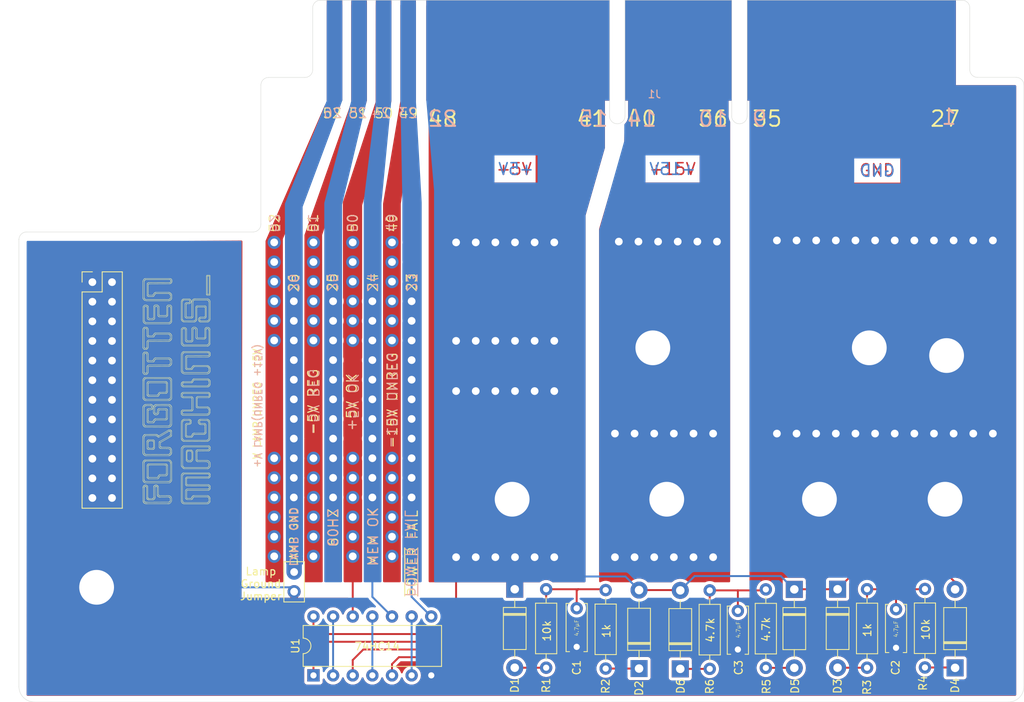
<source format=kicad_pcb>
(kicad_pcb (version 20221018) (generator pcbnew)
  (layers (0 "F.Cu" signal) (31 "B.Cu" signal) (34 "B.Paste" user) (35 "F.Paste" user) (36 "B.SilkS" user "B.Silkscreen") (37 "F.SilkS" user "F.Silkscreen") (38 "B.Mask" user) (39 "F.Mask" user) (44 "Edge.Cuts" user))
  (net 0 "")
  (net 1 "+15V")
  (net 2 "+5V")
  (net 3 "GND")
  (net 4 "14")
  (net 5 "Net-(C1-Pad1)")
  (net 6 "Net-(D1-Pad2)")
  (net 7 "Net-(D2-Pad1)")
  (net 8 "Net-(U1-Pad13)")
  (net 9 "24 MEM OK")
  (net 10 "Net-(U1-Pad9)")
  (net 11 "Net-(U1-Pad11)")
  (net 12 "Net-(C2-Pad1)")
  (net 13 "Net-(C3-Pad1)")
  (net 14 "Net-(D3-Pad2)")
  (net 15 "Net-(D4-Pad1)")
  (net 16 "Net-(D5-Pad2)")
  (net 17 "Net-(D6-Pad1)")
  (net 18 "23 PWR FAIL")
  (net 19 "26")
  (net 20 "52")
  (net 21 "51")
  (net 22 "50 +5v OK")
  (net 23 "49")
  (net 24 "25")
  (net 25 "LampGND")
  (footprint "Card Edge:PinHeader_1x12_P2.54mm_Vertical" (layer "F.Cu") (at 180.75 83.25 90)
    (fp_text reference "J2")
    (fp_text value "Conn_01x12")
  )
  (footprint "Card Edge:PinHeader_1x12_P2.54mm_Vertical" (layer "F.Cu") (at 180.75 108.25 90)
    (fp_text reference "J3")
    (fp_text value "Conn_01x12")
  )
  (footprint "Card Edge:PinHeader_1x06_P2.54mm" (layer "F.Cu") (at 160.3 83.4 90)
    (fp_text reference "J8")
    (fp_text value "Conn_01x06")
  )
  (footprint "Card Edge:PinHeader_1x06_P2.54mm" (layer "F.Cu") (at 159.8 124.25 90)
    (fp_text reference "J10")
    (fp_text value "Conn_01x06")
  )
  (footprint "Card Edge:PinHeader_1x06_P2.54mm" (layer "F.Cu") (at 139.25 83.5 90)
    (fp_text reference "J11")
    (fp_text value "Conn_01x06")
  )
  (footprint "Card Edge:PinHeader_1x06_P2.54mm" (layer "F.Cu") (at 159.8 108.25 90)
    (fp_text reference "J9")
    (fp_text value "Conn_01x06")
  )
  (footprint "Card Edge PCB:MountingHole_4.5mm_Pad" (layer "F.Cu") (at 146.5 116.75)
    (fp_text reference "H6" hide)
    (fp_text value "MountingHole_Pad")
  )
  (footprint "Card Edge:PinHeader_1x06_P2.54mm" (layer "F.Cu") (at 139.25 96.25 90)
    (fp_text reference "J12")
    (fp_text value "Conn_01x06")
  )
  (footprint "Card Edge:PinHeader_1x06_P2.54mm" (layer "F.Cu") (at 139.25 102.75 90)
    (fp_text reference "J13")
    (fp_text value "Conn_01x06")
  )
  (footprint "Card Edge:PinHeader_1x06_P2.54mm" (layer "F.Cu") (at 139.25 124.25 90)
    (fp_text reference "J14")
    (fp_text value "Conn_01x06")
  )
  (footprint "Card Edge:PinHeader_1x06_P2.54mm" (layer "F.Cu") (at 130.96 111.44)
    (fp_text reference "J16")
    (fp_text value "Conn_01x06")
  )
  (footprint "Card Edge:PinHeader_1x06_P2.54mm" (layer "F.Cu") (at 125.88 111.44)
    (fp_text reference "J18")
    (fp_text value "Conn_01x06")
  )
  (footprint "Card Edge:PinHeader_1x06_P2.54mm" (layer "F.Cu") (at 120.8 111.44)
    (fp_text reference "J20")
    (fp_text value "Conn_01x06")
  )
  (footprint "Card Edge:PinHeader_1x06_P2.54mm" (layer "F.Cu") (at 115.72 111.44)
    (fp_text reference "J22")
    (fp_text value "Conn_01x06")
  )
  (footprint "Card Edge:PinHeader_1x06_P2.54mm" (layer "F.Cu") (at 115.72 83.5)
    (fp_text reference "J21")
    (fp_text value "Conn_01x06")
  )
  (footprint "Card Edge:PinHeader_1x06_P2.54mm" (layer "F.Cu") (at 120.8 83.5)
    (fp_text reference "J19")
    (fp_text value "Conn_01x06")
  )
  (footprint "Card Edge:PinHeader_1x06_P2.54mm" (layer "F.Cu") (at 130.96 83.5)
    (fp_text reference "J15")
    (fp_text value "Conn_01x06")
  )
  (footprint "Card Edge:PinHeader_1x06_P2.54mm" (layer "F.Cu") (at 125.88 83.5)
    (fp_text reference "J17")
    (fp_text value "Conn_01x06")
  )
  (footprint "Card Edge:PinHeader_1x11_P2.54mm" (layer "F.Cu") (at 128.42 91.12)
    (fp_text reference "J24")
    (fp_text value "Conn_01x11")
  )
  (footprint "Card Edge:PinHeader_1x11_P2.54mm" (layer "F.Cu") (at 123.34 91.12)
    (fp_text reference "J25")
    (fp_text value "Conn_01x11")
  )
  (footprint "Card Edge:PinHeader_1x11_P2.54mm" (layer "F.Cu") (at 118.26 91.12)
    (fp_text reference "J26")
    (fp_text value "Conn_01x11")
  )
  (footprint "Card Edge:PinHeader_1x11_P2.54mm" (layer "F.Cu") (at 133.5 91.12)
    (fp_text reference "J23")
    (fp_text value "Conn_01x11")
  )
  (footprint "Card Edge PCB:MountingHole_4.5mm_Pad" (layer "F.Cu") (at 166.5 116.75)
    (fp_text reference "H8" hide)
    (fp_text value "MountingHole_Pad")
  )
  (footprint "Card Edge PCB:MountingHole_4.5mm_Pad" (layer "F.Cu") (at 202.5 116.75)
    (fp_text reference "H9" hide)
    (fp_text value "MountingHole_Pad")
  )
  (footprint "Card Edge PCB:MountingHole_4.5mm_Pad" (layer "F.Cu") (at 186.25 116.75)
    (fp_text reference "H7" hide)
    (fp_text value "MountingHole_Pad")
  )
  (footprint "Connector_PinHeader_2.54mm:PinHeader_1x02_P2.54mm_Vertical" (layer "F.Cu") (at 118.3 126.175)
    (fp_text reference " ")
    (fp_text value "Conn_01x02")
  )
  (footprint "Capacitor_THT:C_Disc_D6.0mm_W2.5mm_P5.00mm" (layer "F.Cu") (at 175.7 131.2 -90)
    (fp_text reference "C3")
    (fp_text value "C")
  )
  (footprint "Diode_THT:D_DO-41_SOD81_P10.16mm_Horizontal" (layer "F.Cu") (at 146.836 128.4 -90)
    (fp_text reference "D1")
    (fp_text value "1N4004")
  )
  (footprint "Diode_THT:D_DO-41_SOD81_P10.16mm_Horizontal" (layer "F.Cu") (at 188.6 128.4 -90)
    (fp_text reference "D3")
    (fp_text value "1N4004")
  )
  (footprint "Diode_THT:D_DO-41_SOD81_P10.16mm_Horizontal" (layer "F.Cu") (at 203.8 138.58 90)
    (fp_text reference "D4")
    (fp_text value "1N4004")
  )
  (footprint "Diode_THT:D_DO-41_SOD81_P10.16mm_Horizontal" (layer "F.Cu") (at 183 128.42 -90)
    (fp_text reference "D5")
    (fp_text value "1N4004")
  )
  (footprint "Diode_THT:D_DO-41_SOD81_P10.16mm_Horizontal" (layer "F.Cu") (at 168.251 138.71 90)
    (fp_text reference "D6")
    (fp_text value "1N4004")
  )
  (footprint "Resistor_THT:R_Axial_DIN0207_L6.3mm_D2.5mm_P10.16mm_Horizontal" (layer "F.Cu") (at 150.9 138.56 90)
    (fp_text reference "R1")
    (fp_text value "10K")
  )
  (footprint "Resistor_THT:R_Axial_DIN0207_L6.3mm_D2.5mm_P10.16mm_Horizontal" (layer "F.Cu") (at 158.6 128.51 -90)
    (fp_text reference "R2")
    (fp_text value "10K")
  )
  (footprint "Resistor_THT:R_Axial_DIN0207_L6.3mm_D2.5mm_P10.16mm_Horizontal" (layer "F.Cu") (at 192.41 138.56 90)
    (fp_text reference "R3")
    (fp_text value "10K")
  )
  (footprint "Resistor_THT:R_Axial_DIN0207_L6.3mm_D2.5mm_P10.16mm_Horizontal" (layer "F.Cu") (at 199.9 128.37 -90)
    (fp_text reference "R4")
    (fp_text value "10K")
  )
  (footprint "Resistor_THT:R_Axial_DIN0207_L6.3mm_D2.5mm_P10.16mm_Horizontal" (layer "F.Cu") (at 179.317 138.58 90)
    (fp_text reference "R5")
    (fp_text value "10K")
  )
  (footprint "Resistor_THT:R_Axial_DIN0207_L6.3mm_D2.5mm_P10.16mm_Horizontal" (layer "F.Cu") (at 172.061 128.55 -90)
    (fp_text reference "R6")
    (fp_text value "10K")
  )
  (footprint "Package_DIP:DIP-14_W7.62mm" (layer "F.Cu") (at 120.8 139.55 90)
    (fp_text reference "U1")
    (fp_text value "74HC14")
  )
  (footprint "Capacitor_THT:C_Disc_D6.0mm_W2.5mm_P5.00mm" (layer "F.Cu") (at 154.85 130.86 -90)
    (fp_text reference "C1")
    (fp_text value "C")
  )
  (footprint "Capacitor_THT:C_Disc_D6.0mm_W2.5mm_P5.00mm" (layer "F.Cu") (at 196.16 130.98 -90)
    (fp_text reference "C2")
    (fp_text value "C")
  )
  (footprint "Diode_THT:D_DO-41_SOD81_P10.16mm_Horizontal" (layer "F.Cu") (at 162.918 138.67 90)
    (fp_text reference "D2")
    (fp_text value "1N4004")
  )
  (footprint "Connector_PinHeader_2.54mm:PinHeader_2x12_P2.54mm_Vertical" (layer "F.Cu") (at 92.202 88.646)
    (fp_text reference "." hide)
    (fp_text value "PinHeader_2x12_P2.54mm_Vertical")
  )
  (footprint "Card Edge PCB:MountingHole_4.5mm_Pad" (layer "B.Cu") (at 202.7 98.15)
    (fp_text reference "H1" hide)
    (fp_text value "MountingHole_Pad")
  )
  (footprint "Card Edge PCB:MountingHole_4.5mm_Pad" (layer "B.Cu") (at 92.75 128.15)
    (fp_text reference "H2" hide)
    (fp_text value "MountingHole_Pad")
  )
  (footprint "Card Edge PCB:MountingHole_4.5mm_Pad" (layer "B.Cu") (at 192.7 97.15)
    (fp_text reference "H4" hide)
    (fp_text value "MountingHole_Pad")
  )
  (footprint "Card Edge PCB:MountingHole_4.5mm_Pad" (layer "B.Cu") (at 164.7 97.15)
    (fp_text reference "H5" hide)
    (fp_text value "MountingHole_Pad")
  )
  (footprint "Card Edge PCB:52 Pin Connector" (layer "B.Cu") (at 164.8 58.65)
    (fp_text reference "J1")
    (fp_text value "Conn_02x07_Counter_Clockwise")
  )
  (gr_circle (center 174.3 117.15) (end 174.3 117.15) (stroke (width 0.2)) (fill none) (layer "F.Cu"))
  (gr_line (start 107.230685 108.943864) (end 107.203065 108.988644) (stroke (width 0.05)) (layer "F.SilkS"))
  (gr_line (start 98.933423 93.969279) (end 98.993193 94.006979) (stroke (width 0.05)) (layer "F.SilkS"))
  (gr_curve (pts (xy 100.509268 115.087894) (xy 100.513768 115.088994) (xy 100.528148 115.096994) (xy 100.528148 115.096994)) (stroke (width 0.05)) (layer "F.SilkS"))
  (gr_line (start 99.552056 116.834378) (end 99.579676 116.833238) (stroke (width 0.05)) (layer "F.SilkS"))
  (gr_line (start 105.196181 94.523678) (end 105.137931 94.567668) (stroke (width 0.05)) (layer "F.SilkS"))
  (gr_line (start 107.302281 115.133601) (end 107.316931 115.164961) (stroke (width 0.05)) (layer "F.SilkS"))
  (gr_line (start 107.386794 116.51959) (end 107.405954 116.569078) (stroke (width 0.05)) (layer "F.SilkS"))
  (gr_line (start 103.851984 106.773237) (end 103.873684 106.713257) (stroke (width 0.05)) (layer "F.SilkS"))
  (gr_line (start 99.428349 96.401536) (end 99.422149 97.11249) (stroke (width 0.05)) (layer "F.SilkS"))
  (gr_line (start 99.304553 95.642214) (end 99.340563 95.680704) (stroke (width 0.05)) (layer "F.SilkS"))
  (gr_line (start 100.022856 116.663491) (end 100.002566 116.668321) (stroke (width 0.05)) (layer "F.SilkS"))
  (gr_line (start 100.419032 104.673058) (end 100.459132 104.657628) (stroke (width 0.05)) (layer "F.SilkS"))
  (gr_line (start 107.154364 117.330085) (end 107.066856 117.34593) (stroke (width 0.05)) (layer "F.SilkS"))
  (gr_line (start 98.76938 101.207693) (end 98.79305 101.165273) (stroke (width 0.05)) (layer "F.SilkS"))
  (gr_line (start 105.821105 104.76582) (end 105.854155 104.77929) (stroke (width 0.05)) (layer "F.SilkS"))
  (gr_line (start 102.26279 103.917011) (end 102.2281 103.935811) (stroke (width 0.05)) (layer "F.SilkS"))
  (gr_line (start 107.212423 93.582568) (end 107.175393 93.611968) (stroke (width 0.05)) (layer "F.SilkS"))
  (gr_line (start 100.233441 93.408806) (end 100.260211 93.366386) (stroke (width 0.05)) (layer "F.SilkS"))
  (gr_line (start 99.543463 88.870251) (end 99.494403 88.877551) (stroke (width 0.05)) (layer "F.SilkS"))
  (gr_line (start 106.903161 107.136828) (end 106.867401 107.060188) (stroke (width 0.05)) (layer "F.SilkS"))
  (gr_line (start 100.002566 116.668321) (end 99.988476 116.676371) (stroke (width 0.05)) (layer "F.SilkS"))
  (gr_line (start 104.249352 98.341612) (end 104.249352 99.814062) (stroke (width 0.05)) (layer "F.SilkS"))
  (gr_line (start 107.107733 94.648022) (end 107.162903 94.668502) (stroke (width 0.05)) (layer "F.SilkS"))
  (gr_line (start 100.134173 90.468705) (end 100.161793 90.448225) (stroke (width 0.05)) (layer "F.SilkS"))
  (gr_line (start 98.990081 88.186211) (end 99.030661 88.170501) (stroke (width 0.05)) (layer "F.SilkS"))
  (gr_line (start 105.262386 91.06854) (end 105.301466 91.02926) (stroke (width 0.05)) (layer "F.SilkS"))
  (gr_line (start 100.886262 110.084149) (end 100.921912 110.120279) (stroke (width 0.05)) (layer "F.SilkS"))
  (gr_line (start 104.257136 91.362288) (end 104.213766 91.402298) (stroke (width 0.05)) (layer "F.SilkS"))
  (gr_line (start 104.518036 110.558103) (end 104.556246 110.531173) (stroke (width 0.05)) (layer "F.SilkS"))
  (gr_line (start 101.688547 101.523033) (end 101.730307 101.523832) (stroke (width 0.05)) (layer "F.SilkS"))
  (gr_line (start 104.506663 98.342085) (end 104.457603 98.349385) (stroke (width 0.05)) (layer "F.SilkS"))
  (gr_line (start 100.099134 104.793402) (end 100.109844 104.757272) (stroke (width 0.05)) (layer "F.SilkS"))
  (gr_line (start 106.845966 93.255228) (end 106.889646 93.206528) (stroke (width 0.05)) (layer "F.SilkS"))
  (gr_line (start 104.420559 116.7811) (end 104.486669 116.796642) (stroke (width 0.05)) (layer "F.SilkS"))
  (gr_line (start 101.820513 106.446001) (end 101.872533 106.393791) (stroke (width 0.05)) (layer "F.SilkS"))
  (gr_line (start 106.091258 93.562738) (end 106.085358 93.537768) (stroke (width 0.05)) (layer "F.SilkS"))
  (gr_line (start 102.135451 96.307216) (end 102.089461 96.321246) (stroke (width 0.05)) (layer "F.SilkS"))
  (gr_line (start 102.273861 96.240196) (end 102.222831 96.274336) (stroke (width 0.05)) (layer "F.SilkS"))
  (gr_line (start 100.687875 105.096181) (end 100.676045 105.118341) (stroke (width 0.05)) (layer "F.SilkS"))
  (gr_line (start 99.462547 95.571318) (end 99.489597 95.587868) (stroke (width 0.05)) (layer "F.SilkS"))
  (gr_line (start 100.085696 116.623262) (end 100.066816 116.636139) (stroke (width 0.05)) (layer "F.SilkS"))
  (gr_line (start 100.207687 106.739661) (end 100.231357 106.695081) (stroke (width 0.05)) (layer "F.SilkS"))
  (gr_line (start 100.627496 114.975733) (end 100.610306 114.958033) (stroke (width 0.05)) (layer "F.SilkS"))
  (gr_line (start 104.371228 96.376382) (end 104.420958 96.388442) (stroke (width 0.05)) (layer "F.SilkS"))
  (gr_line (start 102.367181 91.676986) (end 102.307381 91.626716) (stroke (width 0.05)) (layer "F.SilkS"))
  (gr_line (start 106.730034 91.880084) (end 106.705514 91.858204) (stroke (width 0.05)) (layer "F.SilkS"))
  (gr_line (start 103.756921 97.848865) (end 103.794401 97.786785) (stroke (width 0.05)) (layer "F.SilkS"))
  (gr_line (start 101.940592 110.953259) (end 101.887592 110.955259) (stroke (width 0.05)) (layer "F.SilkS"))
  (gr_line (start 107.311359 103.339419) (end 107.290789 103.380519) (stroke (width 0.05)) (layer "F.SilkS"))
  (gr_line (start 104.036007 90.963822) (end 104.704784 90.963822) (stroke (width 0.05)) (layer "F.SilkS"))
  (gr_line (start 98.74487 101.281533) (end 98.76938 101.207693) (stroke (width 0.05)) (layer "F.SilkS"))
  (gr_line (start 103.855856 96.500246) (end 103.855856 94.790202) (stroke (width 0.05)) (layer "F.SilkS"))
  (gr_line (start 102.295424 111.979737) (end 102.300224 112.008687) (stroke (width 0.05)) (layer "F.SilkS"))
  (gr_line (start 107.289407 105.515934) (end 107.250997 105.577904) (stroke (width 0.05)) (layer "F.SilkS"))
  (gr_line (start 103.972796 101.681729) (end 103.935236 101.703609) (stroke (width 0.05)) (layer "F.SilkS"))
  (gr_line (start 103.949659 100.286269) (end 103.908269 100.251709) (stroke (width 0.05)) (layer "F.SilkS"))
  (gr_curve (pts (xy 98.979466 115.116383) (xy 98.983966 115.114083) (xy 98.999476 115.108383) (xy 99.003986 115.106143)) (stroke (width 0.05)) (layer "F.SilkS"))
  (gr_curve (pts (xy 100.125751 109.99935) (xy 100.125196 110.01899) (xy 100.104901 110.05431) (xy 100.104901 110.05431)) (stroke (width 0.05)) (layer "F.SilkS"))
  (gr_line (start 104.007607 105.334504) (end 105.00322 105.334504) (stroke (width 0.05)) (layer "F.SilkS"))
  (gr_line (start 107.06465 100.52795) (end 107.03106 100.532863) (stroke (width 0.05)) (layer "F.SilkS"))
  (gr_line (start 98.751978 107.142983) (end 98.731946 107.07072) (stroke (width 0.05)) (layer "F.SilkS"))
  (gr_line (start 99.988476 116.676371) (end 99.637213 116.682877) (stroke (width 0.05)) (layer "F.SilkS"))
  (gr_line (start 107.192043 94.697562) (end 107.224223 94.739982) (stroke (width 0.05)) (layer "F.SilkS"))
  (gr_line (start 103.690632 105.694322) (end 103.683632 105.657542) (stroke (width 0.05)) (layer "F.SilkS"))
  (gr_line (start 99.227746 115.264243) (end 99.224346 116.580606) (stroke (width 0.05)) (layer "F.SilkS"))
  (gr_line (start 105.330498 90.828943) (end 105.391818 90.810143) (stroke (width 0.05)) (layer "F.SilkS"))
  (gr_curve (pts (xy 99.153086 115.104943) (xy 99.157586 115.108343) (xy 99.176476 115.116333) (xy 99.176476 115.116333)) (stroke (width 0.05)) (layer "F.SilkS"))
  (gr_line (start 104.393113 99.708312) (end 104.402413 99.760152) (stroke (width 0.05)) (layer "F.SilkS"))
  (gr_line (start 104.933127 111.910078) (end 104.551434 111.910078) (stroke (width 0.05)) (layer "F.SilkS"))
  (gr_line (start 104.464858 115.597387) (end 104.440058 115.612452) (stroke (width 0.05)) (layer "F.SilkS"))
  (gr_line (start 98.910399 110.737389) (end 98.901399 110.668969) (stroke (width 0.05)) (layer "F.SilkS"))
  (gr_line (start 105.50221 93.56999) (end 105.46265 93.60497) (stroke (width 0.05)) (layer "F.SilkS"))
  (gr_line (start 99.192407 94.490261) (end 99.233797 94.502881) (stroke (width 0.05)) (layer "F.SilkS"))
  (gr_line (start 102.190334 101.17638) (end 102.220764 101.20191) (stroke (width 0.05)) (layer "F.SilkS"))
  (gr_line (start 105.406456 90.96092) (end 107.092903 90.96092) (stroke (width 0.05)) (layer "F.SilkS"))
  (gr_line (start 99.180025 91.778263) (end 99.216035 91.808903) (stroke (width 0.05)) (layer "F.SilkS"))
  (gr_line (start 103.852712 105.862112) (end 103.789002 105.808532) (stroke (width 0.05)) (layer "F.SilkS"))
  (gr_line (start 99.421572 112.445573) (end 99.430572 112.396863) (stroke (width 0.05)) (layer "F.SilkS"))
  (gr_line (start 99.983878 104.580929) (end 100.018368 104.631989) (stroke (width 0.05)) (layer "F.SilkS"))
  (gr_line (start 102.120281 95.231418) (end 102.182871 95.239518) (stroke (width 0.05)) (layer "F.SilkS"))
  (gr_line (start 107.303139 103.160569) (end 107.319479 103.188339) (stroke (width 0.05)) (layer "F.SilkS"))
  (gr_line (start 105.689789 94.619508) (end 105.636899 94.567668) (stroke (width 0.05)) (layer "F.SilkS"))
  (gr_line (start 107.441877 103.114791) (end 107.452017 103.165041) (stroke (width 0.05)) (layer "F.SilkS"))
  (gr_line (start 98.912953 94.758326) (end 98.942093 94.695486) (stroke (width 0.05)) (layer "F.SilkS"))
  (gr_line (start 104.274289 115.546901) (end 104.242839 115.627995) (stroke (width 0.05)) (layer "F.SilkS"))
  (gr_line (start 105.291263 108.395767) (end 105.323783 108.383147) (stroke (width 0.05)) (layer "F.SilkS"))
  (gr_line (start 99.089806 104.467199) (end 99.726718 104.457399) (stroke (width 0.05)) (layer "F.SilkS"))
  (gr_line (start 105.366309 101.318822) (end 105.337169 101.332852) (stroke (width 0.05)) (layer "F.SilkS"))
  (gr_line (start 100.374558 115.095934) (end 100.397948 115.085694) (stroke (width 0.05)) (layer "F.SilkS"))
  (gr_line (start 102.404821 111.859771) (end 102.433961 111.910041) (stroke (width 0.05)) (layer "F.SilkS"))
  (gr_line (start 107.124634 116.278998) (end 107.189024 116.305145) (stroke (width 0.05)) (layer "F.SilkS"))
  (gr_line (start 103.711486 93.517115) (end 103.703886 93.468415) (stroke (width 0.05)) (layer "F.SilkS"))
  (gr_line (start 107.452017 103.165041) (end 107.452017 103.37054) (stroke (width 0.05)) (layer "F.SilkS"))
  (gr_line (start 103.935236 101.703609) (end 103.912126 101.728019) (stroke (width 0.05)) (layer "F.SilkS"))
  (gr_line (start 102.409701 96.096566) (end 102.383781 96.134016) (stroke (width 0.05)) (layer "F.SilkS"))
  (gr_line (start 98.891533 94.822736) (end 98.912953 94.758326) (stroke (width 0.05)) (layer "F.SilkS"))
  (gr_line (start 103.866266 103.139239) (end 103.901516 103.107819) (stroke (width 0.05)) (layer "F.SilkS"))
  (gr_line (start 103.707761 100.226263) (end 103.692541 100.157393) (stroke (width 0.05)) (layer "F.SilkS"))
  (gr_line (start 103.813202 105.230221) (end 103.860712 105.204971) (stroke (width 0.05)) (layer "F.SilkS"))
  (gr_line (start 107.43253 99.899582) (end 107.43253 100.045612) (stroke (width 0.05)) (layer "F.SilkS"))
  (gr_line (start 98.910446 116.788854) (end 98.910446 116.752448) (stroke (width 0.05)) (layer "F.SilkS"))
  (gr_line (start 107.200853 110.330805) (end 107.151003 110.340305) (stroke (width 0.05)) (layer "F.SilkS"))
  (gr_line (start 103.957896 93.776985) (end 103.869636 93.729205) (stroke (width 0.05)) (layer "F.SilkS"))
  (gr_line (start 104.396668 116.545595) (end 104.405168 116.580559) (stroke (width 0.05)) (layer "F.SilkS"))
  (gr_line (start 107.3088 99.571232) (end 107.33472 99.605792) (stroke (width 0.05)) (layer "F.SilkS"))
  (gr_line (start 107.287063 94.923002) (end 107.287063 96.522293) (stroke (width 0.05)) (layer "F.SilkS"))
  (gr_line (start 104.340238 91.542054) (end 104.340238 93.064367) (stroke (width 0.05)) (layer "F.SilkS"))
  (gr_line (start 102.180592 104.691968) (end 102.208202 104.724958) (stroke (width 0.05)) (layer "F.SilkS"))
  (gr_line (start 100.197144 104.618232) (end 100.217154 104.592422) (stroke (width 0.05)) (layer "F.SilkS"))
  (gr_line (start 99.270823 95.591944) (end 99.304553 95.642214) (stroke (width 0.05)) (layer "F.SilkS"))
  (gr_line (start 105.125819 99.908972) (end 105.147519 99.874522) (stroke (width 0.05)) (layer "F.SilkS"))
  (gr_line (start 105.397439 99.585282) (end 105.417449 99.581082) (stroke (width 0.05)) (layer "F.SilkS"))
  (gr_line (start 100.301836 95.460754) (end 100.335566 95.438874) (stroke (width 0.05)) (layer "F.SilkS"))
  (gr_line (start 101.770147 101.537582) (end 101.812297 101.560862) (stroke (width 0.05)) (layer "F.SilkS"))
  (gr_line (start 105.953482 93.611305) (end 105.942212 93.560755) (stroke (width 0.05)) (layer "F.SilkS"))
  (gr_line (start 102.431764 99.274654) (end 102.412604 99.323274) (stroke (width 0.05)) (layer "F.SilkS"))
  (gr_line (start 100.140946 115.097953) (end 100.126856 115.126913) (stroke (width 0.05)) (layer "F.SilkS"))
  (gr_line (start 107.227606 100.233899) (end 107.203936 100.262179) (stroke (width 0.05)) (layer "F.SilkS"))
  (gr_line (start 103.965394 109.062764) (end 103.929774 109.028144) (stroke (width 0.05)) (layer "F.SilkS"))
  (gr_line (start 103.893896 94.724222) (end 103.920386 94.697012) (stroke (width 0.05)) (layer "F.SilkS"))
  (gr_line (start 107.415854 116.608354) (end 107.422054 116.66177) (stroke (width 0.05)) (layer "F.SilkS"))
  (gr_curve (pts (xy 99.352026 116.782011) (xy 99.352026 116.782011) (xy 99.368656 116.787701) (xy 99.373156 116.789981)) (stroke (width 0.05)) (layer "F.SilkS"))
  (gr_line (start 107.158823 106.434519) (end 107.225493 106.465629) (stroke (width 0.05)) (layer "F.SilkS"))
  (gr_line (start 103.931085 97.877272) (end 103.951655 97.853992) (stroke (width 0.05)) (layer "F.SilkS"))
  (gr_line (start 104.107674 106.555417) (end 104.719003 106.555417) (stroke (width 0.05)) (layer "F.SilkS"))
  (gr_line (start 102.300277 110.470699) (end 102.301977 110.540999) (stroke (width 0.05)) (layer "F.SilkS"))
  (gr_curve (pts (xy 99.117979 103.808193) (xy 99.117979 103.808193) (xy 99.060269 103.805693) (xy 99.043929 103.795573)) (stroke (width 0.05)) (layer "F.SilkS"))
  (gr_line (start 102.44556 107.114233) (end 102.41439 107.191973) (stroke (width 0.05)) (layer "F.SilkS"))
  (gr_line (start 107.392165 105.636882) (end 107.355305 105.699082) (stroke (width 0.05)) (layer "F.SilkS"))
  (gr_line (start 105.195266 93.185199) (end 105.223446 93.131309) (stroke (width 0.05)) (layer "F.SilkS"))
  (gr_line (start 99.07655 114.917823) (end 99.01847 114.921023) (stroke (width 0.05)) (layer "F.SilkS"))
  (gr_line (start 107.162903 94.668502) (end 107.192043 94.697562) (stroke (width 0.05)) (layer "F.SilkS"))
  (gr_line (start 102.069222 107.241478) (end 99.119081 107.241478) (stroke (width 0.05)) (layer "F.SilkS"))
  (gr_line (start 102.289898 90.980713) (end 102.219398 91.016843) (stroke (width 0.05)) (layer "F.SilkS"))
  (gr_line (start 104.985491 103.611797) (end 103.928944 103.612594) (stroke (width 0.05)) (layer "F.SilkS"))
  (gr_line (start 103.717869 113.603733) (end 103.746949 113.547343) (stroke (width 0.05)) (layer "F.SilkS"))
  (gr_line (start 105.267658 90.858793) (end 105.330498 90.828943) (stroke (width 0.05)) (layer "F.SilkS"))
  (gr_line (start 98.912773 97.11788) (end 98.891533 97.048861) (stroke (width 0.05)) (layer "F.SilkS"))
  (gr_line (start 105.526702 93.743535) (end 105.476122 93.781245) (stroke (width 0.05)) (layer "F.SilkS"))
  (gr_curve (pts (xy 99.028389 111.100893) (xy 99.028389 111.100893) (xy 98.986999 111.084343) (xy 98.982399 111.084343)) (stroke (width 0.05)) (layer "F.SilkS"))
  (gr_line (start 105.881205 104.78319) (end 107.088695 104.78319) (stroke (width 0.05)) (layer "F.SilkS"))
  (gr_line (start 107.177705 109.023994) (end 107.139435 109.063664) (stroke (width 0.05)) (layer "F.SilkS"))
  (gr_line (start 99.427287 114.08296) (end 99.381297 114.05468) (stroke (width 0.05)) (layer "F.SilkS"))
  (gr_line (start 107.445672 110.013483) (end 107.459202 110.054583) (stroke (width 0.05)) (layer "F.SilkS"))
  (gr_line (start 104.377286 106.933237) (end 104.324166 106.967657) (stroke (width 0.05)) (layer "F.SilkS"))
  (gr_line (start 107.357554 94.621045) (end 107.308494 94.567625) (stroke (width 0.05)) (layer "F.SilkS"))
  (gr_curve (pts (xy 99.215346 115.169813) (xy 99.219846 115.205083) (xy 99.219846 115.183473) (xy 99.220946 115.205083)) (stroke (width 0.05)) (layer "F.SilkS"))
  (gr_line (start 98.890469 103.518543) (end 98.889437 103.48327) (stroke (width 0.05)) (layer "F.SilkS"))
  (gr_line (start 107.393364 87.785745) (end 107.424024 87.821885) (stroke (width 0.05)) (layer "F.SilkS"))
  (gr_line (start 103.920077 105.691884) (end 103.873327 105.653784) (stroke (width 0.05)) (layer "F.SilkS"))
  (gr_line (start 107.45637 101.690412) (end 107.45417 101.774832) (stroke (width 0.05)) (layer "F.SilkS"))
  (gr_line (start 104.009522 113.515157) (end 104.052892 113.489597) (stroke (width 0.05)) (layer "F.SilkS"))
  (gr_line (start 99.391732 110.279156) (end 99.362172 110.263166) (stroke (width 0.05)) (layer "F.SilkS"))
  (gr_line (start 107.096726 99.610252) (end 107.141196 99.626242) (stroke (width 0.05)) (layer "F.SilkS"))
  (gr_line (start 101.850582 91.742956) (end 101.813782 91.802656) (stroke (width 0.05)) (layer "F.SilkS"))
  (gr_line (start 100.116206 95.746634) (end 100.154526 95.719984) (stroke (width 0.05)) (layer "F.SilkS"))
  (gr_line (start 100.279705 106.358633) (end 100.314195 106.343763) (stroke (width 0.05)) (layer "F.SilkS"))
  (gr_line (start 98.910947 101.28576) (end 98.932647 101.25555) (stroke (width 0.05)) (layer "F.SilkS"))
  (gr_curve (pts (xy 101.906127 102.899753) (xy 101.901627 102.906753) (xy 101.864737 102.961023) (xy 101.864737 102.961023)) (stroke (width 0.05)) (layer "F.SilkS"))
  (gr_line (start 107.268913 90.880253) (end 107.306163 90.915013) (stroke (width 0.05)) (layer "F.SilkS"))
  (gr_line (start 104.179076 91.461188) (end 104.179076 93.139719) (stroke (width 0.05)) (layer "F.SilkS"))
  (gr_line (start 99.535436 116.832098) (end 99.552056 116.834378) (stroke (width 0.05)) (layer "F.SilkS"))
  (gr_line (start 104.179076 93.139719) (end 104.218106 93.195269) (stroke (width 0.05)) (layer "F.SilkS"))
  (gr_line (start 107.363164 117.169979) (end 107.314864 117.22418) (stroke (width 0.05)) (layer "F.SilkS"))
  (gr_line (start 100.846271 108.693308) (end 101.899705 108.067257) (stroke (width 0.05)) (layer "F.SilkS"))
  (gr_line (start 102.193037 107.786592) (end 102.245927 107.784192) (stroke (width 0.05)) (layer "F.SilkS"))
  (gr_curve (pts (xy 99.606221 101.679056) (xy 99.645901 101.678257) (xy 101.546172 101.681156) (xy 101.560892 101.680056)) (stroke (width 0.05)) (layer "F.SilkS"))
  (gr_line (start 98.920102 97.716823) (end 98.937852 97.706723) (stroke (width 0.05)) (layer "F.SilkS"))
  (gr_line (start 103.871832 113.667327) (end 103.893252 113.625117) (stroke (width 0.05)) (layer "F.SilkS"))
  (gr_line (start 103.949892 113.566247) (end 103.978072 113.539597) (stroke (width 0.05)) (layer "F.SilkS"))
  (gr_line (start 103.894459 100.221859) (end 103.878959 100.180929) (stroke (width 0.05)) (layer "F.SilkS"))
  (gr_line (start 103.782328 112.566157) (end 103.749698 112.516647) (stroke (width 0.05)) (layer "F.SilkS"))
  (gr_line (start 103.683632 105.657542) (end 103.683632 105.424241) (stroke (width 0.05)) (layer "F.SilkS"))
  (gr_curve (pts (xy 100.021018 104.998039) (xy 100.020649 104.999639) (xy 99.988838 105.041639) (xy 99.988838 105.041639)) (stroke (width 0.05)) (layer "F.SilkS"))
  (gr_line (start 100.198951 93.448866) (end 100.233441 93.408806) (stroke (width 0.05)) (layer "F.SilkS"))
  (gr_line (start 98.77186 117.056211) (end 98.78285 117.081965) (stroke (width 0.05)) (layer "F.SilkS"))
  (gr_line (start 100.090496 116.612012) (end 100.085696 116.623262) (stroke (width 0.05)) (layer "F.SilkS"))
  (gr_line (start 101.817707 116.290286) (end 100.885146 116.288686) (stroke (width 0.05)) (layer "F.SilkS"))
  (gr_line (start 107.081667 105.727234) (end 103.970657 105.727234) (stroke (width 0.05)) (layer "F.SilkS"))
  (gr_curve (pts (xy 101.928015 113.47341) (xy 101.928015 113.47341) (xy 101.916465 113.5551) (xy 101.911955 113.56217)) (stroke (width 0.05)) (layer "F.SilkS"))
  (gr_line (start 99.202964 100.404078) (end 99.168474 100.431568) (stroke (width 0.05)) (layer "F.SilkS"))
  (gr_line (start 100.371242 98.633894) (end 100.395752 98.621274) (stroke (width 0.05)) (layer "F.SilkS"))
  (gr_line (start 102.139541 114.627291) (end 99.075324 114.62711) (stroke (width 0.05)) (layer "F.SilkS"))
  (gr_line (start 102.460234 98.767153) (end 102.467834 98.815853) (stroke (width 0.05)) (layer "F.SilkS"))
  (gr_line (start 100.750086 116.15513) (end 100.745286 115.163983) (stroke (width 0.05)) (layer "F.SilkS"))
  (gr_line (start 103.718972 105.335481) (end 103.749632 105.296991) (stroke (width 0.05)) (layer "F.SilkS"))
  (gr_curve (pts (xy 99.034031 91.783863) (xy 99.088671 91.768993) (xy 99.180025 91.778263) (xy 99.180025 91.778263)) (stroke (width 0.05)) (layer "F.SilkS"))
  (gr_curve (pts (xy 99.041987 101.15371) (xy 99.055227 101.14781) (xy 99.083977 101.14221) (xy 99.083977 101.14221)) (stroke (width 0.05)) (layer "F.SilkS"))
  (gr_line (start 104.358558 93.105997) (end 104.396118 93.138207) (stroke (width 0.05)) (layer "F.SilkS"))
  (gr_line (start 105.110732 108.365918) (end 105.137782 108.320918) (stroke (width 0.05)) (layer "F.SilkS"))
  (gr_line (start 104.396118 93.138207) (end 104.436748 93.150827) (stroke (width 0.05)) (layer "F.SilkS"))
  (gr_curve (pts (xy 102.119614 111.802107) (xy 102.119614 111.802107) (xy 102.138494 111.810807) (xy 102.144694 111.810807)) (stroke (width 0.05)) (layer "F.SilkS"))
  (gr_line (start 102.345568 90.099408) (end 102.371498 90.133968) (stroke (width 0.05)) (layer "F.SilkS"))
  (gr_line (start 100.106694 105.600911) (end 100.093734 105.558491) (stroke (width 0.05)) (layer "F.SilkS"))
  (gr_line (start 107.183837 113.870057) (end 104.453983 113.870057) (stroke (width 0.05)) (layer "F.SilkS"))
  (gr_line (start 107.232862 115.584819) (end 107.197612 115.597387) (stroke (width 0.05)) (layer "F.SilkS"))
  (gr_line (start 99.060653 94.036829) (end 99.088273 94.047769) (stroke (width 0.05)) (layer "F.SilkS"))
  (gr_line (start 98.975054 104.715332) (end 99.011914 104.691482) (stroke (width 0.05)) (layer "F.SilkS"))
  (gr_line (start 98.740305 103.654841) (end 98.73557 103.613706) (stroke (width 0.05)) (layer "F.SilkS"))
  (gr_line (start 105.183037 110.61239) (end 105.201357 110.69422) (stroke (width 0.05)) (layer "F.SilkS"))
  (gr_line (start 103.982059 117.328761) (end 103.927869 117.308758) (stroke (width 0.05)) (layer "F.SilkS"))
  (gr_line (start 100.154526 95.719984) (end 100.191326 95.677564) (stroke (width 0.05)) (layer "F.SilkS"))
  (gr_curve (pts (xy 102.314604 101.42309) (xy 102.314604 101.42309) (xy 102.308404 102.796447) (xy 102.308404 103.534471)) (stroke (width 0.05)) (layer "F.SilkS"))
  (gr_line (start 102.44273 101.229863) (end 102.45682 101.303173) (stroke (width 0.05)) (layer "F.SilkS"))
  (gr_line (start 103.965766 103.069949) (end 104.036266 103.063749) (stroke (width 0.05)) (layer "F.SilkS"))
  (gr_line (start 104.262882 98.298832) (end 104.249352 98.341612) (stroke (width 0.05)) (layer "F.SilkS"))
  (gr_line (start 103.853134 108.887054) (end 103.851984 108.868345) (stroke (width 0.05)) (layer "F.SilkS"))
  (gr_line (start 100.164964 105.695181) (end 100.134304 105.648831) (stroke (width 0.05)) (layer "F.SilkS"))
  (gr_line (start 105.083317 111.800218) (end 105.020477 111.848918) (stroke (width 0.05)) (layer "F.SilkS"))
  (gr_line (start 100.745286 115.163983) (end 100.723306 115.098013) (stroke (width 0.05)) (layer "F.SilkS"))
  (gr_line (start 107.393842 114.97841) (end 107.433682 115.04125) (stroke (width 0.05)) (layer "F.SilkS"))
  (gr_line (start 98.883221 88.252751) (end 98.950431 88.203881) (stroke (width 0.05)) (layer "F.SilkS"))
  (gr_curve (pts (xy 102.132346 107.941971) (xy 102.135046 107.941287) (xy 102.155176 107.937171) (xy 102.155176 107.937171)) (stroke (width 0.05)) (layer "F.SilkS"))
  (gr_line (start 98.891197 112.062317) (end 98.898797 112.003267) (stroke (width 0.05)) (layer "F.SilkS"))
  (gr_line (start 106.758616 93.332098) (end 106.793866 93.306288) (stroke (width 0.05)) (layer "F.SilkS"))
  (gr_line (start 101.681798 112.337243) (end 101.733648 112.342443) (stroke (width 0.05)) (layer "F.SilkS"))
  (gr_line (start 98.888326 104.574479) (end 98.914246 104.551469) (stroke (width 0.05)) (layer "F.SilkS"))
  (gr_curve (pts (xy 100.654614 103.243651) (xy 100.654614 103.243651) (xy 100.621754 103.264131) (xy 100.617224 103.266371)) (stroke (width 0.05)) (layer "F.SilkS"))
  (gr_line (start 104.946124 111.704399) (end 104.911214 111.736269) (stroke (width 0.05)) (layer "F.SilkS"))
  (gr_line (start 98.77835 115.085173) (end 98.77215 115.110923) (stroke (width 0.05)) (layer "F.SilkS"))
  (gr_line (start 99.496136 88.698223) (end 99.416476 88.724313) (stroke (width 0.05)) (layer "F.SilkS"))
  (gr_line (start 107.319479 103.188339) (end 107.333569 103.231659) (stroke (width 0.05)) (layer "F.SilkS"))
  (gr_line (start 103.691301 101.857252) (end 103.694401 101.811692) (stroke (width 0.05)) (layer "F.SilkS"))
  (gr_line (start 98.888859 100.273731) (end 98.888859 98.047603) (stroke (width 0.05)) (layer "F.SilkS"))
  (gr_line (start 103.922727 91.026112) (end 103.941047 91.006752) (stroke (width 0.05)) (layer "F.SilkS"))
  (gr_line (start 98.895781 107.005378) (end 98.891964 106.986523) (stroke (width 0.05)) (layer "F.SilkS"))
  (gr_line (start 99.126663 90.892559) (end 99.065343 90.870959) (stroke (width 0.05)) (layer "F.SilkS"))
  (gr_line (start 106.136638 93.362428) (end 106.180118 93.332098) (stroke (width 0.05)) (layer "F.SilkS"))
  (gr_line (start 102.148808 116.494141) (end 102.176428 116.504381) (stroke (width 0.05)) (layer "F.SilkS"))
  (gr_line (start 103.902102 105.185331) (end 104.959658 105.185331) (stroke (width 0.05)) (layer "F.SilkS"))
  (gr_line (start 99.391143 95.735694) (end 99.447863 95.746634) (stroke (width 0.05)) (layer "F.SilkS"))
  (gr_line (start 107.294396 97.671225) (end 107.343176 97.695635) (stroke (width 0.05)) (layer "F.SilkS"))
  (gr_line (start 99.637213 116.682877) (end 99.51162 116.678047) (stroke (width 0.05)) (layer "F.SilkS"))
  (gr_line (start 99.018827 111.834807) (end 99.034607 111.825307) (stroke (width 0.05)) (layer "F.SilkS"))
  (gr_line (start 98.957101 91.844463) (end 98.983591 91.817253) (stroke (width 0.05)) (layer "F.SilkS"))
  (gr_line (start 107.205063 96.663683) (end 107.163673 96.709243) (stroke (width 0.05)) (layer "F.SilkS"))
  (gr_line (start 98.922693 108.664648) (end 98.951523 108.619088) (stroke (width 0.05)) (layer "F.SilkS"))
  (gr_line (start 104.060098 112.798617) (end 104.009628 112.777827) (stroke (width 0.05)) (layer "F.SilkS"))
  (gr_curve (pts (xy 101.757469 105.26777) (xy 101.755869 105.26157) (xy 101.727459 105.22687) (xy 101.727459 105.22687)) (stroke (width 0.05)) (layer "F.SilkS"))
  (gr_line (start 105.729656 104.902252) (end 105.790356 104.930022) (stroke (width 0.05)) (layer "F.SilkS"))
  (gr_line (start 99.287255 91.938093) (end 99.295455 91.969513) (stroke (width 0.05)) (layer "F.SilkS"))
  (gr_line (start 98.91346 101.039703) (end 98.94564 101.017823) (stroke (width 0.05)) (layer "F.SilkS"))
  (gr_line (start 100.753408 116.437226) (end 100.787818 116.450888) (stroke (width 0.05)) (layer "F.SilkS"))
  (gr_line (start 99.726718 104.457399) (end 99.782288 104.461599) (stroke (width 0.05)) (layer "F.SilkS"))
  (gr_line (start 107.349382 115.521977) (end 107.297252 115.559682) (stroke (width 0.05)) (layer "F.SilkS"))
  (gr_line (start 102.208202 104.724958) (end 102.233562 104.753238) (stroke (width 0.05)) (layer "F.SilkS"))
  (gr_line (start 100.416828 115.082294) (end 100.440218 115.082294) (stroke (width 0.05)) (layer "F.SilkS"))
  (gr_line (start 105.079044 110.767103) (end 105.079044 111.496539) (stroke (width 0.05)) (layer "F.SilkS"))
  (gr_line (start 99.086639 111.118283) (end 99.028389 111.100893) (stroke (width 0.05)) (layer "F.SilkS"))
  (gr_line (start 104.995491 96.399043) (end 105.066781 96.372673) (stroke (width 0.05)) (layer "F.SilkS"))
  (gr_line (start 105.044116 116.531168) (end 105.061866 116.4834) (stroke (width 0.05)) (layer "F.SilkS"))
  (gr_curve (pts (xy 99.15968 117.32813) (xy 99.16758 117.32813) (xy 99.22858 117.33001) (xy 99.22858 117.33001)) (stroke (width 0.05)) (layer "F.SilkS"))
  (gr_line (start 106.097468 93.414608) (end 106.116628 93.384868) (stroke (width 0.05)) (layer "F.SilkS"))
  (gr_line (start 107.23943 113.335143) (end 107.30013 113.359583) (stroke (width 0.05)) (layer "F.SilkS"))
  (gr_line (start 100.271742 105.54382) (end 100.258782 105.51271) (stroke (width 0.05)) (layer "F.SilkS"))
  (gr_curve (pts (xy 98.946383 91.642335) (xy 98.946383 91.642335) (xy 98.880923 91.677625) (xy 98.879373 91.683915)) (stroke (width 0.05)) (layer "F.SilkS"))
  (gr_line (start 104.392616 93.315119) (end 105.044596 93.315119) (stroke (width 0.05)) (layer "F.SilkS"))
  (gr_line (start 100.063579 98.769313) (end 100.084429 98.715053) (stroke (width 0.05)) (layer "F.SilkS"))
  (gr_line (start 101.864225 93.067383) (end 101.895645 93.031253) (stroke (width 0.05)) (layer "F.SilkS"))
  (gr_line (start 103.903322 112.472471) (end 103.878802 112.428591) (stroke (width 0.05)) (layer "F.SilkS"))
  (gr_curve (pts (xy 102.2552 107.358923) (xy 102.2498 107.362323) (xy 102.20648 107.385013) (xy 102.20217 107.386133)) (stroke (width 0.05)) (layer "F.SilkS"))
  (gr_line (start 103.990852 90.821044) (end 104.723184 90.821044) (stroke (width 0.05)) (layer "F.SilkS"))
  (gr_line (start 107.458202 115.08995) (end 107.458202 115.36802) (stroke (width 0.05)) (layer "F.SilkS"))
  (gr_line (start 99.717534 104.630352) (end 99.764594 104.639352) (stroke (width 0.05)) (layer "F.SilkS"))
  (gr_line (start 107.402987 103.048611) (end 107.425817 103.083961) (stroke (width 0.05)) (layer "F.SilkS"))
  (gr_line (start 100.141286 90.149948) (end 100.187276 90.072968) (stroke (width 0.05)) (layer "F.SilkS"))
  (gr_line (start 102.352601 114.498461) (end 102.309681 114.544811) (stroke (width 0.05)) (layer "F.SilkS"))
  (gr_line (start 99.224346 116.580606) (end 99.231146 116.61929) (stroke (width 0.05)) (layer "F.SilkS"))
  (gr_line (start 99.000193 94.629556) (end 99.132013 94.629556) (stroke (width 0.05)) (layer "F.SilkS"))
  (gr_curve (pts (xy 100.576928 115.159584) (xy 100.576928 115.159584) (xy 100.578028 115.172094) (xy 100.580328 115.178914)) (stroke (width 0.05)) (layer "F.SilkS"))
  (gr_line (start 106.094815 106.863548) (end 106.073965 106.828588) (stroke (width 0.05)) (layer "F.SilkS"))
  (gr_line (start 102.067851 91.061034) (end 99.214972 91.061034) (stroke (width 0.05)) (layer "F.SilkS"))
  (gr_line (start 100.301418 116.564755) (end 100.304818 116.507869) (stroke (width 0.05)) (layer "F.SilkS"))
  (gr_line (start 107.092903 90.96092) (end 107.151153 91.00962) (stroke (width 0.05)) (layer "F.SilkS"))
  (gr_line (start 99.285801 112.35119) (end 99.310601 112.29669) (stroke (width 0.05)) (layer "F.SilkS"))
  (gr_line (start 107.330202 110.452313) (end 107.292982 110.476723) (stroke (width 0.05)) (layer "F.SilkS"))
  (gr_line (start 104.249352 99.814062) (end 104.273872 99.864052) (stroke (width 0.05)) (layer "F.SilkS"))
  (gr_line (start 105.332622 101.160842) (end 107.13 101.160842) (stroke (width 0.05)) (layer "F.SilkS"))
  (gr_line (start 99.37634 116.441586) (end 99.37474 115.138293) (stroke (width 0.05)) (layer "F.SilkS"))
  (gr_curve (pts (xy 100.739344 103.087891) (xy 100.735144 103.095191) (xy 100.728634 103.121081) (xy 100.721594 103.139791)) (stroke (width 0.05)) (layer "F.SilkS"))
  (gr_line (start 98.94564 101.017823) (end 98.97554 101.004353) (stroke (width 0.05)) (layer "F.SilkS"))
  (gr_line (start 100.093734 105.558491) (end 100.089834 104.862532) (stroke (width 0.05)) (layer "F.SilkS"))
  (gr_curve (pts (xy 100.909956 113.565287) (xy 100.909956 113.565287) (xy 100.844076 113.594767) (xy 100.841796 113.597167)) (stroke (width 0.05)) (layer "F.SilkS"))
  (gr_line (start 102.033394 103.810981) (end 101.988084 103.811893) (stroke (width 0.05)) (layer "F.SilkS"))
  (gr_line (start 107.33313 100.39088) (end 107.29915 100.42426) (stroke (width 0.05)) (layer "F.SilkS"))
  (gr_line (start 98.890853 108.777678) (end 98.900993 108.721938) (stroke (width 0.05)) (layer "F.SilkS"))
  (gr_line (start 105.129175 116.729856) (end 105.152285 116.698887) (stroke (width 0.05)) (layer "F.SilkS"))
  (gr_line (start 101.864737 102.961023) (end 101.808017 103.016013) (stroke (width 0.05)) (layer "F.SilkS"))
  (gr_line (start 105.599309 111.688111) (end 105.629969 111.760381) (stroke (width 0.05)) (layer "F.SilkS"))
  (gr_line (start 102.267428 116.86847) (end 102.264028 116.96404) (stroke (width 0.05)) (layer "F.SilkS"))
  (gr_line (start 98.869494 108.44404) (end 98.890624 108.42075) (stroke (width 0.05)) (layer "F.SilkS"))
  (gr_line (start 107.356883 93.642775) (end 107.303233 93.700905) (stroke (width 0.05)) (layer "F.SilkS"))
  (gr_line (start 99.338573 101.593333) (end 99.374783 101.560903) (stroke (width 0.05)) (layer "F.SilkS"))
  (gr_line (start 105.307179 99.630732) (end 105.337529 99.608002) (stroke (width 0.05)) (layer "F.SilkS"))
  (gr_line (start 107.269016 111.809716) (end 107.322666 111.863126) (stroke (width 0.05)) (layer "F.SilkS"))
  (gr_line (start 99.42001 113.758837) (end 99.42024 113.758793) (stroke (width 0.05)) (layer "F.SilkS"))
  (gr_line (start 99.383069 97.17884) (end 99.340909 97.23736) (stroke (width 0.05)) (layer "F.SilkS"))
  (gr_line (start 103.749632 105.296991) (end 103.776402 105.267141) (stroke (width 0.05)) (layer "F.SilkS"))
  (gr_line (start 98.75326 116.958063) (end 98.76256 117.009551) (stroke (width 0.05)) (layer "F.SilkS"))
  (gr_line (start 105.599309 110.556195) (end 105.599309 111.688111) (stroke (width 0.05)) (layer "F.SilkS"))
  (gr_line (start 102.287684 98.833084) (end 102.287684 99.162998) (stroke (width 0.05)) (layer "F.SilkS"))
  (gr_line (start 99.008073 108.556358) (end 99.035403 108.540088) (stroke (width 0.05)) (layer "F.SilkS"))
  (gr_line (start 107.128162 102.054371) (end 107.158822 102.034731) (stroke (width 0.05)) (layer "F.SilkS"))
  (gr_line (start 107.198663 91.05597) (end 107.240823 91.11331) (stroke (width 0.05)) (layer "F.SilkS"))
  (gr_line (start 102.296222 110.726689) (end 102.287222 110.761079) (stroke (width 0.05)) (layer "F.SilkS"))
  (gr_line (start 105.969613 106.519859) (end 105.986523 106.492089) (stroke (width 0.05)) (layer "F.SilkS"))
  (gr_curve (pts (xy 100.484748 115.084494) (xy 100.484748 115.084494) (xy 100.504758 115.086794) (xy 100.509268 115.087894)) (stroke (width 0.05)) (layer "F.SilkS"))
  (gr_line (start 104.783613 106.580667) (end 104.815623 106.602547) (stroke (width 0.05)) (layer "F.SilkS"))
  (gr_line (start 103.830318 109.980323) (end 103.866778 109.946263) (stroke (width 0.05)) (layer "F.SilkS"))
  (gr_line (start 99.444786 90.504335) (end 100.046363 90.504335) (stroke (width 0.05)) (layer "F.SilkS"))
  (gr_curve (pts (xy 100.850816 103.216733) (xy 100.849999 103.220933) (xy 100.834196 103.252193) (xy 100.826866 103.274443)) (stroke (width 0.05)) (layer "F.SilkS"))
  (gr_line (start 98.848644 108.46396) (end 98.869494 108.44404) (stroke (width 0.05)) (layer "F.SilkS"))
  (gr_line (start 99.539746 103.277741) (end 99.499906 103.271541) (stroke (width 0.05)) (layer "F.SilkS"))
  (gr_line (start 107.276322 101.480382) (end 107.261102 101.446602) (stroke (width 0.05)) (layer "F.SilkS"))
  (gr_line (start 102.26357 90.773149) (end 102.2399 90.801429) (stroke (width 0.05)) (layer "F.SilkS"))
  (gr_line (start 100.607831 108.618818) (end 100.639361 108.649228) (stroke (width 0.05)) (layer "F.SilkS"))
  (gr_line (start 107.044133 94.647222) (end 107.107733 94.648022) (stroke (width 0.05)) (layer "F.SilkS"))
  (gr_curve (pts (xy 99.420721 112.512003) (xy 99.422821 112.485823) (xy 99.421572 112.445573) (xy 99.421572 112.445573)) (stroke (width 0.05)) (layer "F.SilkS"))
  (gr_curve (pts (xy 98.870464 114.53893) (xy 98.860564 114.52875) (xy 98.835554 114.50478) (xy 98.835554 114.50478)) (stroke (width 0.05)) (layer "F.SilkS"))
  (gr_line (start 107.427217 103.43406) (end 107.393037 103.48007) (stroke (width 0.05)) (layer "F.SilkS"))
  (gr_line (start 104.516148 96.399842) (end 104.995491 96.399043) (stroke (width 0.05)) (layer "F.SilkS"))
  (gr_line (start 105.509659 94.685068) (end 105.546769 94.731188) (stroke (width 0.05)) (layer "F.SilkS"))
  (gr_curve (pts (xy 100.576954 103.279841) (xy 100.572454 103.280525) (xy 99.600556 103.279841) (xy 99.600556 103.279841)) (stroke (width 0.05)) (layer "F.SilkS"))
  (gr_line (start 102.177894 103.775321) (end 102.139934 103.791031) (stroke (width 0.05)) (layer "F.SilkS"))
  (gr_line (start 107.037625 106.5516) (end 107.082095 106.56787) (stroke (width 0.05)) (layer "F.SilkS"))
  (gr_line (start 98.787756 104.684309) (end 98.830136 104.634089) (stroke (width 0.05)) (layer "F.SilkS"))
  (gr_line (start 98.73557 101.346733) (end 98.74487 101.281533) (stroke (width 0.05)) (layer "F.SilkS"))
  (gr_line (start 100.367091 91.785972) (end 100.434241 91.778072) (stroke (width 0.05)) (layer "F.SilkS"))
  (gr_line (start 102.454666 88.695921) (end 102.429866 88.735901) (stroke (width 0.05)) (layer "F.SilkS"))
  (gr_line (start 104.962344 91.059674) (end 104.974744 91.117804) (stroke (width 0.05)) (layer "F.SilkS"))
  (gr_line (start 102.319224 99.432934) (end 102.276754 99.467894) (stroke (width 0.05)) (layer "F.SilkS"))
  (gr_line (start 100.260903 90.266575) (end 100.286263 90.227125) (stroke (width 0.05)) (layer "F.SilkS"))
  (gr_line (start 102.467834 99.141054) (end 102.447544 99.220784) (stroke (width 0.05)) (layer "F.SilkS"))
  (gr_line (start 107.381063 106.688909) (end 107.413043 106.927204) (stroke (width 0.05)) (layer "F.SilkS"))
  (gr_line (start 102.08786 90.137735) (end 102.13269 90.149515) (stroke (width 0.05)) (layer "F.SilkS"))
  (gr_line (start 101.731478 113.529567) (end 101.667848 113.556187) (stroke (width 0.05)) (layer "F.SilkS"))
  (gr_line (start 107.033093 106.396739) (end 107.073193 106.399539) (stroke (width 0.05)) (layer "F.SilkS"))
  (gr_line (start 102.089461 96.321246) (end 99.502919 96.332186) (stroke (width 0.05)) (layer "F.SilkS"))
  (gr_line (start 104.881934 111.754229) (end 104.601555 111.754229) (stroke (width 0.05)) (layer "F.SilkS"))
  (gr_line (start 107.263169 103.416059) (end 107.191619 103.454939) (stroke (width 0.05)) (layer "F.SilkS"))
  (gr_line (start 105.63476 91.788748) (end 105.60548 91.828728) (stroke (width 0.05)) (layer "F.SilkS"))
  (gr_line (start 102.460651 93.768119) (end 102.473051 93.742869) (stroke (width 0.05)) (layer "F.SilkS"))
  (gr_line (start 106.200042 93.807675) (end 106.128492 93.791685) (stroke (width 0.05)) (layer "F.SilkS"))
  (gr_line (start 107.333556 98.266615) (end 107.285846 98.293265) (stroke (width 0.05)) (layer "F.SilkS"))
  (gr_line (start 104.959078 106.532024) (end 104.993768 106.590354) (stroke (width 0.05)) (layer "F.SilkS"))
  (gr_line (start 99.216035 91.808903) (end 99.246695 91.845823) (stroke (width 0.05)) (layer "F.SilkS"))
  (gr_line (start 107.237992 101.404182) (end 107.222772 101.386222) (stroke (width 0.05)) (layer "F.SilkS"))
  (gr_line (start 99.422725 103.104695) (end 99.423207 101.857906) (stroke (width 0.05)) (layer "F.SilkS"))
  (gr_line (start 104.324606 94.629829) (end 104.288596 94.588979) (stroke (width 0.05)) (layer "F.SilkS"))
  (gr_line (start 102.2399 90.801429) (end 102.21736 90.823309) (stroke (width 0.05)) (layer "F.SilkS"))
  (gr_line (start 101.780048 112.471863) (end 101.774648 113.400037) (stroke (width 0.05)) (layer "F.SilkS"))
  (gr_line (start 107.066856 117.34593) (end 104.068769 117.34593) (stroke (width 0.05)) (layer "F.SilkS"))
  (gr_line (start 103.901516 103.107819) (end 103.927446 103.087339) (stroke (width 0.05)) (layer "F.SilkS"))
  (gr_line (start 102.40957 110.901539) (end 102.38618 110.936889) (stroke (width 0.05)) (layer "F.SilkS"))
  (gr_line (start 103.824007 105.568554) (end 103.824787 105.474294) (stroke (width 0.05)) (layer "F.SilkS"))
  (gr_curve (pts (xy 99.402683 101.540423) (xy 99.413953 101.534523) (xy 99.407183 101.538023) (xy 99.436723 101.523033)) (stroke (width 0.05)) (layer "F.SilkS"))
  (gr_line (start 103.793572 90.958824) (end 103.825552 90.922154) (stroke (width 0.05)) (layer "F.SilkS"))
  (gr_line (start 98.779195 103.761481) (end 98.754395 103.709271) (stroke (width 0.05)) (layer "F.SilkS"))
  (gr_curve (pts (xy 99.412601 109.39821) (xy 99.412682 109.39581) (xy 99.414801 109.38025) (xy 99.414801 109.38025)) (stroke (width 0.05)) (layer "F.SilkS"))
  (gr_line (start 102.13023 111.111269) (end 102.10853 111.118269) (stroke (width 0.05)) (layer "F.SilkS"))
  (gr_curve (pts (xy 107.401964 96.65876) (xy 107.401964 96.65876) (xy 107.414364 96.64305) (xy 107.414364 96.63351)) (stroke (width 0.05)) (layer "F.SilkS"))
  (gr_line (start 99.37474 115.138293) (end 99.35445 115.083583) (stroke (width 0.05)) (layer "F.SilkS"))
  (gr_line (start 102.304945 93.737022) (end 102.268285 93.783902) (stroke (width 0.05)) (layer "F.SilkS"))
  (gr_line (start 102.43662 110.826919) (end 102.42591 110.863049) (stroke (width 0.05)) (layer "F.SilkS"))
  (gr_line (start 99.292394 99.520348) (end 99.258974 99.579288) (stroke (width 0.05)) (layer "F.SilkS"))
  (gr_line (start 105.317576 99.447142) (end 105.355896 99.437642) (stroke (width 0.05)) (layer "F.SilkS"))
  (gr_line (start 103.908269 100.251709) (end 103.894459 100.221859) (stroke (width 0.05)) (layer "F.SilkS"))
  (gr_line (start 104.739814 90.984862) (end 104.764614 91.001972) (stroke (width 0.05)) (layer "F.SilkS"))
  (gr_line (start 107.276123 110.038635) (end 107.305933 110.090285) (stroke (width 0.05)) (layer "F.SilkS"))
  (gr_line (start 99.434271 110.06851) (end 99.419901 110.03535) (stroke (width 0.05)) (layer "F.SilkS"))
  (gr_line (start 104.311176 108.671767) (end 104.352376 108.702317) (stroke (width 0.05)) (layer "F.SilkS"))
  (gr_curve (pts (xy 99.506462 112.340543) (xy 99.506462 112.340543) (xy 99.581952 112.335143) (xy 99.603732 112.333343)) (stroke (width 0.05)) (layer "F.SilkS"))
  (gr_line (start 102.290325 95.608214) (end 102.290325 95.938128) (stroke (width 0.05)) (layer "F.SilkS"))
  (gr_line (start 102.34447 101.092313) (end 102.38127 101.126933) (stroke (width 0.05)) (layer "F.SilkS"))
  (gr_line (start 98.938204 114.57655) (end 98.899174 114.55767) (stroke (width 0.05)) (layer "F.SilkS"))
  (gr_line (start 98.891964 106.986523) (end 98.898464 104.922522) (stroke (width 0.05)) (layer "F.SilkS"))
  (gr_line (start 107.39117 113.895041) (end 107.35758 113.935031) (stroke (width 0.05)) (layer "F.SilkS"))
  (gr_line (start 106.684091 108.364347) (end 106.761051 108.318787) (stroke (width 0.05)) (layer "F.SilkS"))
  (gr_line (start 100.111759 98.658553) (end 100.154679 98.589423) (stroke (width 0.05)) (layer "F.SilkS"))
  (gr_line (start 103.894836 96.619763) (end 103.868916 96.572633) (stroke (width 0.05)) (layer "F.SilkS"))
  (gr_curve (pts (xy 98.940207 111.905777) (xy 98.947007 111.896777) (xy 98.952327 111.885017) (xy 98.955707 111.884177)) (stroke (width 0.05)) (layer "F.SilkS"))
  (gr_line (start 102.12944 103.973411) (end 102.07742 103.985751) (stroke (width 0.05)) (layer "F.SilkS"))
  (gr_line (start 102.264807 110.322209) (end 102.283687 110.360079) (stroke (width 0.05)) (layer "F.SilkS"))
  (gr_line (start 98.727082 94.760181) (end 98.743142 94.699361) (stroke (width 0.05)) (layer "F.SilkS"))
  (gr_line (start 100.248472 98.775174) (end 100.260872 98.728044) (stroke (width 0.05)) (layer "F.SilkS"))
  (gr_line (start 107.186713 93.784955) (end 107.122323 93.807675) (stroke (width 0.05)) (layer "F.SilkS"))
  (gr_line (start 100.692286 91.675644) (end 100.632236 91.627134) (stroke (width 0.05)) (layer "F.SilkS"))
  (gr_line (start 102.491576 88.603731) (end 102.478616 88.663711) (stroke (width 0.05)) (layer "F.SilkS"))
  (gr_line (start 102.349038 88.485963) (end 102.342538 88.569843) (stroke (width 0.05)) (layer "F.SilkS"))
  (gr_line (start 104.972967 111.888198) (end 104.933127 111.910078) (stroke (width 0.05)) (layer "F.SilkS"))
  (gr_line (start 98.984159 103.744793) (end 98.961899 103.724033) (stroke (width 0.05)) (layer "F.SilkS"))
  (gr_line (start 102.408074 98.657173) (end 102.443324 98.712163) (stroke (width 0.05)) (layer "F.SilkS"))
  (gr_line (start 107.184742 102.019021) (end 107.204752 102.000221) (stroke (width 0.05)) (layer "F.SilkS"))
  (gr_line (start 98.898965 114.242135) (end 98.897065 114.211665) (stroke (width 0.05)) (layer "F.SilkS"))
  (gr_line (start 99.331572 110.235116) (end 99.293642 110.201226) (stroke (width 0.05)) (layer "F.SilkS"))
  (gr_line (start 103.692541 98.033404) (end 103.713671 97.949524) (stroke (width 0.05)) (layer "F.SilkS"))
  (gr_curve (pts (xy 100.76952 105.583521) (xy 100.76952 105.583521) (xy 100.74951 105.648721) (xy 100.745 105.653431)) (stroke (width 0.05)) (layer "F.SilkS"))
  (gr_line (start 100.867728 116.471368) (end 100.903258 116.475908) (stroke (width 0.05)) (layer "F.SilkS"))
  (gr_line (start 107.352934 96.75459) (end 107.374354 96.70432) (stroke (width 0.05)) (layer "F.SilkS"))
  (gr_line (start 99.01442 100.440268) (end 98.97993 100.422878) (stroke (width 0.05)) (layer "F.SilkS"))
  (gr_line (start 99.310601 112.29669) (end 99.344391 112.25598) (stroke (width 0.05)) (layer "F.SilkS"))
  (gr_line (start 98.960262 111.682551) (end 98.998892 111.662351) (stroke (width 0.05)) (layer "F.SilkS"))
  (gr_line (start 99.236767 97.719343) (end 99.272017 97.733373) (stroke (width 0.05)) (layer "F.SilkS"))
  (gr_curve (pts (xy 100.826866 103.274443) (xy 100.818666 103.298573) (xy 100.788736 103.340123) (xy 100.786906 103.341243)) (stroke (width 0.05)) (layer "F.SilkS"))
  (gr_line (start 103.827936 103.225649) (end 103.840336 103.183229) (stroke (width 0.05)) (layer "F.SilkS"))
  (gr_line (start 107.317375 105.742402) (end 107.284855 105.776852) (stroke (width 0.05)) (layer "F.SilkS"))
  (gr_line (start 103.863091 102.180992) (end 103.814031 102.149572) (stroke (width 0.05)) (layer "F.SilkS"))
  (gr_line (start 100.168038 116.7832) (end 100.233528 116.728589) (stroke (width 0.05)) (layer "F.SilkS"))
  (gr_line (start 102.115348 117.118187) (end 102.077588 117.123317) (stroke (width 0.05)) (layer "F.SilkS"))
  (gr_line (start 106.690134 93.180835) (end 106.740544 93.145855) (stroke (width 0.05)) (layer "F.SilkS"))
  (gr_line (start 100.792714 103.000441) (end 100.759354 103.035651) (stroke (width 0.05)) (layer "F.SilkS"))
  (gr_line (start 105.296612 101.170342) (end 105.332622 101.160842) (stroke (width 0.05)) (layer "F.SilkS"))
  (gr_line (start 98.741592 97.915633) (end 98.759912 97.871643) (stroke (width 0.05)) (layer "F.SilkS"))
  (gr_line (start 99.03138 117.119909) (end 99.00686 117.107397) (stroke (width 0.05)) (layer "F.SilkS"))
  (gr_line (start 102.208885 95.468504) (end 102.228895 95.490384) (stroke (width 0.05)) (layer "F.SilkS"))
  (gr_line (start 104.335413 111.692188) (end 104.335413 110.5902) (stroke (width 0.05)) (layer "F.SilkS"))
  (gr_line (start 102.31264 103.878131) (end 102.26279 103.917011) (stroke (width 0.05)) (layer "F.SilkS"))
  (gr_line (start 102.348557 107.803102) (end 102.369687 107.819932) (stroke (width 0.05)) (layer "F.SilkS"))
  (gr_line (start 100.099545 110.296896) (end 100.046425 110.315696) (stroke (width 0.05)) (layer "F.SilkS"))
  (gr_line (start 99.319906 116.751291) (end 99.337656 116.770621) (stroke (width 0.05)) (layer "F.SilkS"))
  (gr_line (start 100.326674 105.816141) (end 100.286044 105.803521) (stroke (width 0.05)) (layer "F.SilkS"))
  (gr_line (start 102.429866 88.735901) (end 102.403946 88.767011) (stroke (width 0.05)) (layer "F.SilkS"))
  (gr_curve (pts (xy 99.023131 107.212028) (xy 99.009891 107.205828) (xy 98.984271 107.186218) (xy 98.984271 107.186218)) (stroke (width 0.05)) (layer "F.SilkS"))
  (gr_line (start 107.36065 99.645072) (end 107.3959 99.690632) (stroke (width 0.05)) (layer "F.SilkS"))
  (gr_line (start 102.284111 95.300338) (end 102.317751 95.330078) (stroke (width 0.05)) (layer "F.SilkS"))
  (gr_line (start 102.454078 90.763963) (end 102.430968 90.831513) (stroke (width 0.05)) (layer "F.SilkS"))
  (gr_line (start 107.064877 104.930022) (end 107.130787 104.977072) (stroke (width 0.05)) (layer "F.SilkS"))
  (gr_line (start 104.068769 117.34593) (end 103.982059 117.328761) (stroke (width 0.05)) (layer "F.SilkS"))
  (gr_line (start 100.122907 93.260665) (end 100.083067 93.304655) (stroke (width 0.05)) (layer "F.SilkS"))
  (gr_line (start 102.272464 99.214848) (end 102.246544 99.250978) (stroke (width 0.05)) (layer "F.SilkS"))
  (gr_line (start 102.350285 92.043211) (end 102.350285 93.642502) (stroke (width 0.05)) (layer "F.SilkS"))
  (gr_line (start 107.279508 116.690575) (end 107.279508 117.037158) (stroke (width 0.05)) (layer "F.SilkS"))
  (gr_line (start 101.855685 112.260198) (end 101.908575 112.333248) (stroke (width 0.05)) (layer "F.SilkS"))
  (gr_line (start 102.320654 98.551973) (end 102.349794 98.578623) (stroke (width 0.05)) (layer "F.SilkS"))
  (gr_line (start 103.872107 101.976359) (end 103.887327 101.993749) (stroke (width 0.05)) (layer "F.SilkS"))
  (gr_line (start 106.011043 106.473849) (end 106.041923 106.454489) (stroke (width 0.05)) (layer "F.SilkS"))
  (gr_line (start 102.101495 96.137558) (end 99.450127 96.154948) (stroke (width 0.05)) (layer "F.SilkS"))
  (gr_line (start 102.261258 90.030288) (end 102.308768 90.061708) (stroke (width 0.05)) (layer "F.SilkS"))
  (gr_line (start 99.078855 114.456225) (end 99.056315 114.452825) (stroke (width 0.05)) (layer "F.SilkS"))
  (gr_line (start 106.138163 107.062492) (end 106.096963 107.047622) (stroke (width 0.05)) (layer "F.SilkS"))
  (gr_line (start 100.307393 90.192705) (end 100.343153 90.169985) (stroke (width 0.05)) (layer "F.SilkS"))
  (gr_line (start 106.857833 95.877261) (end 106.877843 95.841911) (stroke (width 0.05)) (layer "F.SilkS"))
  (gr_line (start 100.124337 106.845621) (end 100.151387 106.814511) (stroke (width 0.05)) (layer "F.SilkS"))
  (gr_line (start 100.609931 91.851402) (end 100.650281 91.899652) (stroke (width 0.05)) (layer "F.SilkS"))
  (gr_line (start 102.245927 107.784192) (end 102.269597 107.785792) (stroke (width 0.05)) (layer "F.SilkS"))
  (gr_line (start 104.253866 93.236369) (end 104.291796 93.270819) (stroke (width 0.05)) (layer "F.SilkS"))
  (gr_line (start 106.760225 108.04086) (end 106.752625 107.494147) (stroke (width 0.05)) (layer "F.SilkS"))
  (gr_line (start 99.41412 116.61854) (end 99.40144 116.604064) (stroke (width 0.05)) (layer "F.SilkS"))
  (gr_line (start 104.291652 98.251532) (end 104.262882 98.298832) (stroke (width 0.05)) (layer "F.SilkS"))
  (gr_line (start 102.21816 90.189915) (end 102.2469 90.220155) (stroke (width 0.05)) (layer "F.SilkS"))
  (gr_line (start 101.898092 91.687966) (end 101.850582 91.742956) (stroke (width 0.05)) (layer "F.SilkS"))
  (gr_line (start 100.202933 90.379885) (end 100.233283 90.324335) (stroke (width 0.05)) (layer "F.SilkS"))
  (gr_line (start 107.197612 115.597387) (end 104.464858 115.597387) (stroke (width 0.05)) (layer "F.SilkS"))
  (gr_line (start 99.435241 105.311529) (end 99.430741 106.605653) (stroke (width 0.05)) (layer "F.SilkS"))
  (gr_line (start 104.242839 115.627995) (end 104.242839 116.617803) (stroke (width 0.05)) (layer "F.SilkS"))
  (gr_line (start 99.102973 108.517618) (end 100.394971 108.516118) (stroke (width 0.05)) (layer "F.SilkS"))
  (gr_line (start 99.375877 96.204888) (end 99.334087 96.246328) (stroke (width 0.05)) (layer "F.SilkS"))
  (gr_curve (pts (xy 102.45682 101.303173) (xy 102.45682 101.303173) (xy 102.45992 102.86175) (xy 102.46222 103.661561)) (stroke (width 0.05)) (layer "F.SilkS"))
  (gr_line (start 101.043614 109.972291) (end 101.054884 109.980691) (stroke (width 0.05)) (layer "F.SilkS"))
  (gr_curve (pts (xy 100.120951 109.342131) (xy 100.122051 109.362331) (xy 100.126051 109.991916) (xy 100.125751 109.99935)) (stroke (width 0.05)) (layer "F.SilkS"))
  (gr_line (start 107.284623 109.138952) (end 107.253743 109.167282) (stroke (width 0.05)) (layer "F.SilkS"))
  (gr_line (start 106.086762 93.775135) (end 106.046132 93.747365) (stroke (width 0.05)) (layer "F.SilkS"))
  (gr_line (start 99.055284 104.668762) (end 99.100794 104.653332) (stroke (width 0.05)) (layer "F.SilkS"))
  (gr_line (start 104.224078 94.817852) (end 104.232278 94.849272) (stroke (width 0.05)) (layer "F.SilkS"))
  (gr_line (start 100.885146 116.288686) (end 100.841186 116.27421) (stroke (width 0.05)) (layer "F.SilkS"))
  (gr_line (start 107.273806 112.728765) (end 107.215566 112.772755) (stroke (width 0.05)) (layer "F.SilkS"))
  (gr_line (start 103.702369 117.019936) (end 103.691659 116.939953) (stroke (width 0.05)) (layer "F.SilkS"))
  (gr_line (start 100.547641 108.572248) (end 100.578241 108.593568) (stroke (width 0.05)) (layer "F.SilkS"))
  (gr_line (start 106.129135 106.894718) (end 106.094815 106.863548) (stroke (width 0.05)) (layer "F.SilkS"))
  (gr_line (start 107.259157 113.816737) (end 107.221227 113.848397) (stroke (width 0.05)) (layer "F.SilkS"))
  (gr_line (start 100.260872 98.728044) (end 100.299192 98.685624) (stroke (width 0.05)) (layer "F.SilkS"))
  (gr_line (start 103.881247 110.215825) (end 103.910527 110.153625) (stroke (width 0.05)) (layer "F.SilkS"))
  (gr_curve (pts (xy 99.086819 110.934619) (xy 99.082919 110.933858) (xy 99.053089 110.921719) (xy 99.037109 110.913579)) (stroke (width 0.05)) (layer "F.SilkS"))
  (gr_line (start 101.988084 103.811893) (end 99.187609 103.809293) (stroke (width 0.05)) (layer "F.SilkS"))
  (gr_line (start 107.025471 87.757465) (end 107.355044 87.757465) (stroke (width 0.05)) (layer "F.SilkS"))
  (gr_line (start 103.814031 102.149572) (end 103.790921 102.124322) (stroke (width 0.05)) (layer "F.SilkS"))
  (gr_line (start 99.06469 117.128999) (end 99.03138 117.119909) (stroke (width 0.05)) (layer "F.SilkS"))
  (gr_line (start 99.344391 112.25598) (end 99.380601 112.22357) (stroke (width 0.05)) (layer "F.SilkS"))
  (gr_line (start 102.309524 112.106847) (end 102.311124 112.150287) (stroke (width 0.05)) (layer "F.SilkS"))
  (gr_line (start 100.210445 95.298368) (end 100.268235 95.255278) (stroke (width 0.05)) (layer "F.SilkS"))
  (gr_line (start 103.971997 93.6333) (end 103.933677 93.59874) (stroke (width 0.05)) (layer "F.SilkS"))
  (gr_line (start 105.043132 101.519962) (end 105.068492 101.492192) (stroke (width 0.05)) (layer "F.SilkS"))
  (gr_line (start 98.88822 114.974173) (end 98.86145 114.993473) (stroke (width 0.05)) (layer "F.SilkS"))
  (gr_curve (pts (xy 98.928186 115.166443) (xy 98.932686 115.160743) (xy 98.954956 115.136863) (xy 98.954956 115.136863)) (stroke (width 0.05)) (layer "F.SilkS"))
  (gr_line (start 100.509095 105.66038) (end 100.384432 105.66038) (stroke (width 0.05)) (layer "F.SilkS"))
  (gr_line (start 103.706526 108.942892) (end 103.701726 106.881665) (stroke (width 0.05)) (layer "F.SilkS"))
  (gr_line (start 98.88356 101.061583) (end 98.91346 101.039703) (stroke (width 0.05)) (layer "F.SilkS"))
  (gr_line (start 100.214676 114.991763) (end 100.169136 115.038423) (stroke (width 0.05)) (layer "F.SilkS"))
  (gr_line (start 104.011837 93.65126) (end 103.971997 93.6333) (stroke (width 0.05)) (layer "F.SilkS"))
  (gr_line (start 105.337169 101.332852) (end 105.304229 101.361912) (stroke (width 0.05)) (layer "F.SilkS"))
  (gr_line (start 105.793959 95.821334) (end 105.771139 95.792884) (stroke (width 0.05)) (layer "F.SilkS"))
  (gr_line (start 107.149656 112.794755) (end 107.099411 112.798617) (stroke (width 0.05)) (layer "F.SilkS"))
  (gr_line (start 105.982192 93.671285) (end 105.953482 93.611305) (stroke (width 0.05)) (layer "F.SilkS"))
  (gr_line (start 102.092354 99.549674) (end 99.505831 99.560894) (stroke (width 0.05)) (layer "F.SilkS"))
  (gr_curve (pts (xy 98.733369 110.784283) (xy 98.733369 110.784283) (xy 98.727169 110.734013) (xy 98.726569 110.730083)) (stroke (width 0.05)) (layer "F.SilkS"))
  (gr_line (start 104.928808 93.150827) (end 104.976318 93.150827) (stroke (width 0.05)) (layer "F.SilkS"))
  (gr_line (start 101.897393 105.131031) (end 101.866143 105.099551) (stroke (width 0.05)) (layer "F.SilkS"))
  (gr_line (start 98.93203 117.2686) (end 98.97128 117.295953) (stroke (width 0.05)) (layer "F.SilkS"))
  (gr_line (start 103.878395 97.989322) (end 103.893045 97.939502) (stroke (width 0.05)) (layer "F.SilkS"))
  (gr_line (start 104.420668 116.608277) (end 104.446588 116.628785) (stroke (width 0.05)) (layer "F.SilkS"))
  (gr_line (start 103.791738 110.020773) (end 103.830318 109.980323) (stroke (width 0.05)) (layer "F.SilkS"))
  (gr_line (start 105.711139 95.978341) (end 105.752529 96.003591) (stroke (width 0.05)) (layer "F.SilkS"))
  (gr_line (start 104.282996 108.636787) (end 104.311176 108.671767) (stroke (width 0.05)) (layer "F.SilkS"))
  (gr_line (start 99.460922 112.359813) (end 99.506462 112.340543) (stroke (width 0.05)) (layer "F.SilkS"))
  (gr_line (start 103.928192 113.587347) (end 103.949892 113.566247) (stroke (width 0.05)) (layer "F.SilkS"))
  (gr_curve (pts (xy 100.574436 113.934027) (xy 100.569936 113.934711) (xy 99.598038 113.934027) (xy 99.598038 113.934027)) (stroke (width 0.05)) (layer "F.SilkS"))
  (gr_line (start 107.355305 105.699082) (end 107.317375 105.742402) (stroke (width 0.05)) (layer "F.SilkS"))
  (gr_line (start 104.033956 106.399494) (end 104.692978 106.402294) (stroke (width 0.05)) (layer "F.SilkS"))
  (gr_line (start 105.202739 103.605849) (end 105.170559 103.561859) (stroke (width 0.05)) (layer "F.SilkS"))
  (gr_line (start 101.921343 105.231831) (end 101.915143 105.173001) (stroke (width 0.05)) (layer "F.SilkS"))
  (gr_line (start 107.408843 108.957882) (end 107.384323 109.008432) (stroke (width 0.05)) (layer "F.SilkS"))
  (gr_line (start 98.914246 104.551469) (end 98.963896 104.516849) (stroke (width 0.05)) (layer "F.SilkS"))
  (gr_line (start 106.893861 108.170457) (end 106.903161 108.107727) (stroke (width 0.05)) (layer "F.SilkS"))
  (gr_line (start 100.220862 98.844304) (end 100.248472 98.775174) (stroke (width 0.05)) (layer "F.SilkS"))
  (gr_line (start 104.302052 99.894602) (end 104.335642 99.919012) (stroke (width 0.05)) (layer "F.SilkS"))
  (gr_line (start 102.301977 110.540999) (end 102.301622 110.611779) (stroke (width 0.05)) (layer "F.SilkS"))
  (gr_line (start 100.434356 114.916223) (end 100.402966 114.919423) (stroke (width 0.05)) (layer "F.SilkS"))
  (gr_line (start 107.44877 101.879251) (end 107.42595 101.942571) (stroke (width 0.05)) (layer "F.SilkS"))
  (gr_line (start 102.073293 117.32686) (end 102.128523 117.3249) (stroke (width 0.05)) (layer "F.SilkS"))
  (gr_line (start 105.166959 99.840632) (end 105.197309 99.785082) (stroke (width 0.05)) (layer "F.SilkS"))
  (gr_line (start 106.006752 93.284135) (end 106.039802 93.251925) (stroke (width 0.05)) (layer "F.SilkS"))
  (gr_line (start 106.753376 91.709858) (end 105.74533 91.709858) (stroke (width 0.05)) (layer "F.SilkS"))
  (gr_line (start 104.741758 106.400594) (end 104.810038 106.417704) (stroke (width 0.05)) (layer "F.SilkS"))
  (gr_line (start 103.794144 102.986901) (end 103.829394 102.960251) (stroke (width 0.05)) (layer "F.SilkS"))
  (gr_line (start 105.165456 93.220739) (end 105.195266 93.185199) (stroke (width 0.05)) (layer "F.SilkS"))
  (gr_line (start 102.272192 107.076448) (end 102.243622 107.124418) (stroke (width 0.05)) (layer "F.SilkS"))
  (gr_line (start 105.680022 93.572295) (end 105.652402 93.631995) (stroke (width 0.05)) (layer "F.SilkS"))
  (gr_line (start 98.981626 117.083528) (end 98.943896 117.045983) (stroke (width 0.05)) (layer "F.SilkS"))
  (gr_line (start 99.030661 88.170501) (end 102.165361 88.170501) (stroke (width 0.05)) (layer "F.SilkS"))
  (gr_line (start 104.792164 90.842084) (end 104.843504 90.875864) (stroke (width 0.05)) (layer "F.SilkS"))
  (gr_line (start 99.1723 114.929123) (end 99.11893 114.921023) (stroke (width 0.05)) (layer "F.SilkS"))
  (gr_line (start 103.873327 105.653784) (end 103.845427 105.623934) (stroke (width 0.05)) (layer "F.SilkS"))
  (gr_line (start 102.269834 116.349843) (end 102.230584 116.327315) (stroke (width 0.05)) (layer "F.SilkS"))
  (gr_line (start 98.740444 114.31544) (end 98.722872 112.129871) (stroke (width 0.05)) (layer "F.SilkS"))
  (gr_line (start 102.092844 111.796207) (end 102.119614 111.802107) (stroke (width 0.05)) (layer "F.SilkS"))
  (gr_line (start 99.39044 116.591214) (end 99.38564 116.576738) (stroke (width 0.05)) (layer "F.SilkS"))
  (gr_line (start 102.287684 99.162998) (end 102.272464 99.214848) (stroke (width 0.05)) (layer "F.SilkS"))
  (gr_line (start 99.060077 88.341963) (end 99.084877 88.323163) (stroke (width 0.05)) (layer "F.SilkS"))
  (gr_line (start 102.208944 111.855967) (end 102.232614 111.871957) (stroke (width 0.05)) (layer "F.SilkS"))
  (gr_line (start 103.831826 106.531154) (end 103.862176 106.497824) (stroke (width 0.05)) (layer "F.SilkS"))
  (gr_curve (pts (xy 107.144095 111.954811) (xy 107.144095 111.954811) (xy 107.181485 111.974171) (xy 107.197215 111.988141)) (stroke (width 0.05)) (layer "F.SilkS"))
  (gr_line (start 98.993193 94.006979) (end 99.060653 94.036829) (stroke (width 0.05)) (layer "F.SilkS"))
  (gr_line (start 99.303772 105.126095) (end 99.283762 105.166945) (stroke (width 0.05)) (layer "F.SilkS"))
  (gr_line (start 107.306163 90.915013) (end 107.337473 90.949123) (stroke (width 0.05)) (layer "F.SilkS"))
  (gr_line (start 102.037667 107.801692) (end 102.073477 107.793792) (stroke (width 0.05)) (layer "F.SilkS"))
  (gr_line (start 104.457603 98.349385) (end 104.418523 98.380025) (stroke (width 0.05)) (layer "F.SilkS"))
  (gr_line (start 105.271419 99.653452) (end 105.307179 99.630732) (stroke (width 0.05)) (layer "F.SilkS"))
  (gr_line (start 98.831201 88.314971) (end 98.883221 88.252751) (stroke (width 0.05)) (layer "F.SilkS"))
  (gr_line (start 107.43465 101.438232) (end 107.45297 101.513782) (stroke (width 0.05)) (layer "F.SilkS"))
  (gr_line (start 100.271179 98.476313) (end 100.317169 98.454433) (stroke (width 0.05)) (layer "F.SilkS"))
  (gr_line (start 99.430572 112.396863) (end 99.460922 112.359813) (stroke (width 0.05)) (layer "F.SilkS"))
  (gr_line (start 106.761051 108.318787) (end 106.810901 108.275467) (stroke (width 0.05)) (layer "F.SilkS"))
  (gr_line (start 104.601555 111.754229) (end 104.529505 111.708329) (stroke (width 0.05)) (layer "F.SilkS"))
  (gr_line (start 104.484475 111.659879) (end 104.458545 111.612689) (stroke (width 0.05)) (layer "F.SilkS"))
  (gr_line (start 101.730307 101.523832) (end 101.770147 101.537582) (stroke (width 0.05)) (layer "F.SilkS"))
  (gr_line (start 99.429913 90.236478) (end 99.439213 90.288328) (stroke (width 0.05)) (layer "F.SilkS"))
  (gr_curve (pts (xy 100.830737 109.367383) (xy 100.830737 109.418663) (xy 100.830802 109.769417) (xy 100.830802 109.991569)) (stroke (width 0.05)) (layer "F.SilkS"))
  (gr_line (start 98.815902 111.798041) (end 98.842672 111.767971) (stroke (width 0.05)) (layer "F.SilkS"))
  (gr_line (start 101.955945 91.910795) (end 101.971445 91.878645) (stroke (width 0.05)) (layer "F.SilkS"))
  (gr_line (start 105.164948 90.942053) (end 105.218598 90.891783) (stroke (width 0.05)) (layer "F.SilkS"))
  (gr_line (start 100.050178 104.686189) (end 100.051278 104.929309) (stroke (width 0.05)) (layer "F.SilkS"))
  (gr_line (start 98.919254 108.39887) (end 98.946584 108.3826) (stroke (width 0.05)) (layer "F.SilkS"))
  (gr_line (start 102.335888 90.952433) (end 102.289898 90.980713) (stroke (width 0.05)) (layer "F.SilkS"))
  (gr_line (start 99.510372 103.438983) (end 99.479712 103.433883) (stroke (width 0.05)) (layer "F.SilkS"))
  (gr_line (start 99.047782 111.648601) (end 102.062221 111.640701) (stroke (width 0.05)) (layer "F.SilkS"))
  (gr_curve (pts (xy 98.913746 116.937898) (xy 98.913746 116.932198) (xy 98.911546 116.862808) (xy 98.911546 116.862808)) (stroke (width 0.05)) (layer "F.SilkS"))
  (gr_line (start 105.024106 116.574492) (end 105.044116 116.531168) (stroke (width 0.05)) (layer "F.SilkS"))
  (gr_line (start 107.459202 110.054583) (end 107.459202 110.267883) (stroke (width 0.05)) (layer "F.SilkS"))
  (gr_line (start 100.269492 104.822868) (end 100.292312 104.779548) (stroke (width 0.05)) (layer "F.SilkS"))
  (gr_line (start 100.871661 93.136423) (end 101.760105 93.140323) (stroke (width 0.05)) (layer "F.SilkS"))
  (gr_line (start 99.505831 99.560894) (end 99.477931 99.566194) (stroke (width 0.05)) (layer "F.SilkS"))
  (gr_line (start 107.029886 111.713886) (end 107.124936 111.742166) (stroke (width 0.05)) (layer "F.SilkS"))
  (gr_line (start 103.891434 106.678277) (end 103.923414 106.642167) (stroke (width 0.05)) (layer "F.SilkS"))
  (gr_line (start 106.903161 108.107727) (end 106.903161 107.136828) (stroke (width 0.05)) (layer "F.SilkS"))
  (gr_line (start 99.159327 101.13151) (end 102.011234 101.13461) (stroke (width 0.05)) (layer "F.SilkS"))
  (gr_line (start 107.417866 98.167755) (end 107.393066 98.207735) (stroke (width 0.05)) (layer "F.SilkS"))
  (gr_curve (pts (xy 98.977634 108.36801) (xy 98.977634 108.36801) (xy 98.999054 108.35511) (xy 99.011054 108.35511)) (stroke (width 0.05)) (layer "F.SilkS"))
  (gr_curve (pts (xy 98.919346 116.966342) (xy 98.919346 116.966342) (xy 98.913746 116.94359) (xy 98.913746 116.937898)) (stroke (width 0.05)) (layer "F.SilkS"))
  (gr_line (start 102.272904 103.679801) (end 102.246984 103.714641) (stroke (width 0.05)) (layer "F.SilkS"))
  (gr_line (start 98.919061 91.910443) (end 98.937091 91.873523) (stroke (width 0.05)) (layer "F.SilkS"))
  (gr_line (start 102.492776 88.399331) (end 102.491676 88.448201) (stroke (width 0.05)) (layer "F.SilkS"))
  (gr_line (start 105.069236 99.679902) (end 105.104486 99.621772) (stroke (width 0.05)) (layer "F.SilkS"))
  (gr_line (start 106.709031 106.926928) (end 106.185495 106.926928) (stroke (width 0.05)) (layer "F.SilkS"))
  (gr_line (start 98.857225 103.855891) (end 98.817125 103.812571) (stroke (width 0.05)) (layer "F.SilkS"))
  (gr_line (start 100.737081 108.714028) (end 100.776361 108.717428) (stroke (width 0.05)) (layer "F.SilkS"))
  (gr_line (start 100.314225 95.233398) (end 100.352295 95.223018) (stroke (width 0.05)) (layer "F.SilkS"))
  (gr_line (start 102.276754 99.467894) (end 102.225724 99.502264) (stroke (width 0.05)) (layer "F.SilkS"))
  (gr_line (start 105.663699 111.804371) (end 105.696669 111.830181) (stroke (width 0.05)) (layer "F.SilkS"))
  (gr_line (start 102.453121 112.006661) (end 102.457621 112.037301) (stroke (width 0.05)) (layer "F.SilkS"))
  (gr_line (start 103.758741 102.086622) (end 103.738731 102.063052) (stroke (width 0.05)) (layer "F.SilkS"))
  (gr_line (start 102.356024 99.398684) (end 102.319224 99.432934) (stroke (width 0.05)) (layer "F.SilkS"))
  (gr_line (start 99.561874 93.343935) (end 99.492894 93.298375) (stroke (width 0.05)) (layer "F.SilkS"))
  (gr_line (start 100.889446 92.958973) (end 100.852646 92.930693) (stroke (width 0.05)) (layer "F.SilkS"))
  (gr_line (start 103.851984 108.868345) (end 103.851984 106.773237) (stroke (width 0.05)) (layer "F.SilkS"))
  (gr_line (start 100.256997 106.644891) (end 100.273617 106.603991) (stroke (width 0.05)) (layer "F.SilkS"))
  (gr_line (start 107.124936 111.742166) (end 107.201586 111.775156) (stroke (width 0.05)) (layer "F.SilkS"))
  (gr_line (start 106.886915 94.533045) (end 106.839405 94.578605) (stroke (width 0.05)) (layer "F.SilkS"))
  (gr_line (start 105.057231 103.682787) (end 105.048731 103.646287) (stroke (width 0.05)) (layer "F.SilkS"))
  (gr_line (start 107.35758 113.935031) (end 107.32019 113.965581) (stroke (width 0.05)) (layer "F.SilkS"))
  (gr_line (start 104.42582 108.558558) (end 104.4746 108.586898) (stroke (width 0.05)) (layer "F.SilkS"))
  (gr_line (start 98.75229 97.18894) (end 98.72777 97.11869) (stroke (width 0.05)) (layer "F.SilkS"))
  (gr_curve (pts (xy 99.274202 110.156876) (xy 99.262372 110.129946) (xy 99.264302 109.307846) (xy 99.264302 109.304623)) (stroke (width 0.05)) (layer "F.SilkS"))
  (gr_line (start 102.31707 110.133241) (end 102.33482 110.153721) (stroke (width 0.05)) (layer "F.SilkS"))
  (gr_line (start 104.044947 110.031425) (end 104.109987 110.003655) (stroke (width 0.05)) (layer "F.SilkS"))
  (gr_line (start 100.831098 116.461128) (end 100.867728 116.471368) (stroke (width 0.05)) (layer "F.SilkS"))
  (gr_curve (pts (xy 107.244355 112.045901) (xy 107.257035 112.069191) (xy 107.264645 112.095251) (xy 107.268875 112.121441)) (stroke (width 0.05)) (layer "F.SilkS"))
  (gr_line (start 100.164235 109.11224) (end 100.203715 109.16094) (stroke (width 0.05)) (layer "F.SilkS"))
  (gr_line (start 98.733724 108.66506) (end 98.755424 108.60951) (stroke (width 0.05)) (layer "F.SilkS"))
  (gr_line (start 100.88129 105.19935) (end 100.84835 105.20805) (stroke (width 0.05)) (layer "F.SilkS"))
  (gr_line (start 98.950431 88.203881) (end 98.990081 88.186211) (stroke (width 0.05)) (layer "F.SilkS"))
  (gr_line (start 99.035403 108.540088) (end 99.060763 108.526618) (stroke (width 0.05)) (layer "F.SilkS"))
  (gr_curve (pts (xy 102.140147 107.788992) (xy 102.143247 107.788992) (xy 102.193037 107.786592) (xy 102.193037 107.786592)) (stroke (width 0.05)) (layer "F.SilkS"))
  (gr_line (start 105.223446 91.14866) (end 105.262386 91.06854) (stroke (width 0.05)) (layer "F.SilkS"))
  (gr_line (start 104.282966 107.007667) (end 104.253686 107.053227) (stroke (width 0.05)) (layer "F.SilkS"))
  (gr_line (start 104.408822 99.965072) (end 105.010399 99.965072) (stroke (width 0.05)) (layer "F.SilkS"))
  (gr_line (start 101.776073 106.471811) (end 101.820513 106.446001) (stroke (width 0.05)) (layer "F.SilkS"))
  (gr_line (start 99.017033 97.21539) (end 98.982543 97.198) (stroke (width 0.05)) (layer "F.SilkS"))
  (gr_line (start 106.186645 106.5516) (end 107.037625 106.5516) (stroke (width 0.05)) (layer "F.SilkS"))
  (gr_line (start 102.457621 114.178757) (end 102.457621 114.286371) (stroke (width 0.05)) (layer "F.SilkS"))
  (gr_line (start 103.799306 106.561704) (end 103.831826 106.531154) (stroke (width 0.05)) (layer "F.SilkS"))
  (gr_line (start 105.157729 101.606159) (end 105.126309 101.636799) (stroke (width 0.05)) (layer "F.SilkS"))
  (gr_curve (pts (xy 99.006089 110.894219) (xy 98.994539 110.884919) (xy 98.982139 110.876269) (xy 98.972669 110.864729)) (stroke (width 0.05)) (layer "F.SilkS"))
  (gr_line (start 106.025673 107.006902) (end 105.962273 106.954692) (stroke (width 0.05)) (layer "F.SilkS"))
  (gr_line (start 98.946749 110.832439) (end 98.925899 110.795039) (stroke (width 0.05)) (layer "F.SilkS"))
  (gr_line (start 100.154705 106.459513) (end 100.178935 106.434263) (stroke (width 0.05)) (layer "F.SilkS"))
  (gr_line (start 104.402623 110.47024) (end 104.437313 110.43691) (stroke (width 0.05)) (layer "F.SilkS"))
  (gr_line (start 100.503426 114.921023) (end 100.470456 114.919423) (stroke (width 0.05)) (layer "F.SilkS"))
  (gr_line (start 99.502919 96.332186) (end 99.475019 96.337486) (stroke (width 0.05)) (layer "F.SilkS"))
  (gr_line (start 104.737194 91.439934) (end 104.421418 91.439934) (stroke (width 0.05)) (layer "F.SilkS"))
  (gr_line (start 106.801053 95.947171) (end 106.832473 95.911041) (stroke (width 0.05)) (layer "F.SilkS"))
  (gr_line (start 103.683632 105.424241) (end 103.689832 105.373971) (stroke (width 0.05)) (layer "F.SilkS"))
  (gr_line (start 105.225849 105.143871) (end 105.225849 103.668689) (stroke (width 0.05)) (layer "F.SilkS"))
  (gr_line (start 102.11425 90.884459) (end 102.06804 90.892559) (stroke (width 0.05)) (layer "F.SilkS"))
  (gr_line (start 102.473051 91.859226) (end 102.453041 91.791676) (stroke (width 0.05)) (layer "F.SilkS"))
  (gr_line (start 100.224046 90.047718) (end 100.271556 90.005298) (stroke (width 0.05)) (layer "F.SilkS"))
  (gr_line (start 107.42595 101.942571) (end 107.39126 102.011441) (stroke (width 0.05)) (layer "F.SilkS"))
  (gr_curve (pts (xy 99.206346 115.151603) (xy 99.206346 115.151603) (xy 99.210846 115.134543) (xy 99.215346 115.169813)) (stroke (width 0.05)) (layer "F.SilkS"))
  (gr_line (start 103.698446 94.753169) (end 103.698446 96.575543) (stroke (width 0.05)) (layer "F.SilkS"))
  (gr_line (start 103.920496 103.442459) (end 103.881416 103.407899) (stroke (width 0.05)) (layer "F.SilkS"))
  (gr_line (start 100.301071 91.845392) (end 100.336601 91.808412) (stroke (width 0.05)) (layer "F.SilkS"))
  (gr_line (start 102.287445 91.860191) (end 102.305195 91.896321) (stroke (width 0.05)) (layer "F.SilkS"))
  (gr_line (start 107.127768 117.16602) (end 107.065323 117.188829) (stroke (width 0.05)) (layer "F.SilkS"))
  (gr_line (start 98.92143 93.641012) (end 98.919061 93.620488) (stroke (width 0.05)) (layer "F.SilkS"))
  (gr_line (start 98.956475 114.386465) (end 98.933935 114.354675) (stroke (width 0.05)) (layer "F.SilkS"))
  (gr_line (start 99.884604 104.890335) (end 99.864594 104.916985) (stroke (width 0.05)) (layer "F.SilkS"))
  (gr_line (start 101.732542 92.958973) (end 100.889446 92.958973) (stroke (width 0.05)) (layer "F.SilkS"))
  (gr_curve (pts (xy 103.873877 93.5249) (xy 103.873877 93.5249) (xy 103.860067 93.49112) (xy 103.856967 93.48484)) (stroke (width 0.05)) (layer "F.SilkS"))
  (gr_line (start 99.034607 111.825307) (end 99.056587 111.815807) (stroke (width 0.05)) (layer "F.SilkS"))
  (gr_curve (pts (xy 98.879373 91.683915) (xy 98.877873 91.690115) (xy 98.821413 91.747235) (xy 98.821413 91.747235)) (stroke (width 0.05)) (layer "F.SilkS"))
  (gr_line (start 104.410906 108.728407) (end 105.056923 108.728407) (stroke (width 0.05)) (layer "F.SilkS"))
  (gr_line (start 102.457331 95.544018) (end 102.464931 95.592408) (stroke (width 0.05)) (layer "F.SilkS"))
  (gr_line (start 102.271442 110.796599) (end 102.249462 110.830009) (stroke (width 0.05)) (layer "F.SilkS"))
  (gr_curve (pts (xy 102.065314 101.14191) (xy 102.065314 101.14191) (xy 102.096454 101.14671) (xy 102.106254 101.15001)) (stroke (width 0.05)) (layer "F.SilkS"))
  (gr_line (start 100.635755 105.200571) (end 100.612085 105.46821) (stroke (width 0.05)) (layer "F.SilkS"))
  (gr_line (start 100.332922 98.663744) (end 100.371242 98.633894) (stroke (width 0.05)) (layer "F.SilkS"))
  (gr_line (start 105.741528 110.614073) (end 105.741528 111.624236) (stroke (width 0.05)) (layer "F.SilkS"))
  (gr_line (start 105.266712 101.190822) (end 105.296612 101.170342) (stroke (width 0.05)) (layer "F.SilkS"))
  (gr_line (start 104.36676 108.494118) (end 104.39547 108.525788) (stroke (width 0.05)) (layer "F.SilkS"))
  (gr_line (start 102.38339 107.240643) (end 102.33678 107.298493) (stroke (width 0.05)) (layer "F.SilkS"))
  (gr_line (start 104.062102 112.630231) (end 104.029052 112.604671) (stroke (width 0.05)) (layer "F.SilkS"))
  (gr_line (start 105.777598 110.545733) (end 105.753928 110.580293) (stroke (width 0.05)) (layer "F.SilkS"))
  (gr_line (start 102.448256 88.288241) (end 102.476436 88.341571) (stroke (width 0.05)) (layer "F.SilkS"))
  (gr_line (start 99.884604 104.736372) (end 99.884604 104.890335) (stroke (width 0.05)) (layer "F.SilkS"))
  (gr_line (start 99.421048 109.358721) (end 99.431188 109.330951) (stroke (width 0.05)) (layer "F.SilkS"))
  (gr_line (start 103.928944 103.612594) (end 103.875294 103.593234) (stroke (width 0.05)) (layer "F.SilkS"))
  (gr_line (start 103.916256 96.657463) (end 103.894836 96.619763) (stroke (width 0.05)) (layer "F.SilkS"))
  (gr_line (start 102.457621 114.286371) (end 102.437051 114.374351) (stroke (width 0.05)) (layer "F.SilkS"))
  (gr_line (start 101.776627 103.038733) (end 101.736727 103.055843) (stroke (width 0.05)) (layer "F.SilkS"))
  (gr_curve (pts (xy 99.014367 101.17335) (xy 99.014367 101.17335) (xy 99.031837 101.1582) (xy 99.041987 101.15371)) (stroke (width 0.05)) (layer "F.SilkS"))
  (gr_line (start 104.868313 106.690977) (end 104.868313 106.792057) (stroke (width 0.05)) (layer "F.SilkS"))
  (gr_line (start 107.251083 93.541778) (end 107.212423 93.582568) (stroke (width 0.05)) (layer "F.SilkS"))
  (gr_line (start 100.233283 90.324335) (end 100.260903 90.266575) (stroke (width 0.05)) (layer "F.SilkS"))
  (gr_line (start 106.929973 94.726902) (end 106.949983 94.706142) (stroke (width 0.05)) (layer "F.SilkS"))
  (gr_line (start 105.065514 110.700673) (end 105.079044 110.767103) (stroke (width 0.05)) (layer "F.SilkS"))
  (gr_line (start 103.691659 113.672873) (end 103.717869 113.603733) (stroke (width 0.05)) (layer "F.SilkS"))
  (gr_line (start 98.876502 94.524491) (end 98.917132 94.500361) (stroke (width 0.05)) (layer "F.SilkS"))
  (gr_line (start 98.892553 110.539522) (end 98.884053 108.863048) (stroke (width 0.05)) (layer "F.SilkS"))
  (gr_line (start 98.905933 90.679409) (end 98.898057 90.648133) (stroke (width 0.05)) (layer "F.SilkS"))
  (gr_line (start 100.343153 90.169985) (end 100.373503 90.147265) (stroke (width 0.05)) (layer "F.SilkS"))
  (gr_line (start 104.325543 114.968701) (end 104.366743 115.001471) (stroke (width 0.05)) (layer "F.SilkS"))
  (gr_line (start 101.808017 103.016013) (end 101.776627 103.038733) (stroke (width 0.05)) (layer "F.SilkS"))
  (gr_line (start 102.070495 91.787915) (end 102.107295 91.767435) (stroke (width 0.05)) (layer "F.SilkS"))
  (gr_line (start 99.442233 93.207314) (end 99.442233 91.890805) (stroke (width 0.05)) (layer "F.SilkS"))
  (gr_line (start 105.57142 93.45) (end 105.5287 93.52833) (stroke (width 0.05)) (layer "F.SilkS"))
  (gr_line (start 101.921005 92.997473) (end 101.941015 92.962123) (stroke (width 0.05)) (layer "F.SilkS"))
  (gr_line (start 103.749926 109.063952) (end 103.734706 109.031742) (stroke (width 0.05)) (layer "F.SilkS"))
  (gr_line (start 107.265517 113.535097) (end 107.296517 113.570127) (stroke (width 0.05)) (layer "F.SilkS"))
  (gr_line (start 104.353193 113.913927) (end 104.313633 113.942807) (stroke (width 0.05)) (layer "F.SilkS"))
  (gr_line (start 99.983361 110.15351) (end 99.575931 110.14791) (stroke (width 0.05)) (layer "F.SilkS"))
  (gr_line (start 99.309846 90.403415) (end 99.338026 90.433965) (stroke (width 0.05)) (layer "F.SilkS"))
  (gr_line (start 99.883478 104.505919) (end 99.945558 104.547549) (stroke (width 0.05)) (layer "F.SilkS"))
  (gr_curve (pts (xy 99.603732 112.333343) (xy 99.643412 112.332545) (xy 101.54368 112.335443) (xy 101.558403 112.334343)) (stroke (width 0.05)) (layer "F.SilkS"))
  (gr_line (start 99.267102 109.280493) (end 99.27515 109.25207) (stroke (width 0.05)) (layer "F.SilkS"))
  (gr_line (start 100.091903 90.491425) (end 100.134173 90.468705) (stroke (width 0.05)) (layer "F.SilkS"))
  (gr_line (start 99.349877 114.02483) (end 99.314627 113.98241) (stroke (width 0.05)) (layer "F.SilkS"))
  (gr_line (start 107.06201 99.437642) (end 107.12333 99.448582) (stroke (width 0.05)) (layer "F.SilkS"))
  (gr_line (start 107.215657 105.621384) (end 107.179027 105.658524) (stroke (width 0.05)) (layer "F.SilkS"))
  (gr_line (start 102.011234 101.13461) (end 102.065314 101.14191) (stroke (width 0.05)) (layer "F.SilkS"))
  (gr_curve (pts (xy 99.065166 115.092443) (xy 99.065166 115.092443) (xy 99.084046 115.093543) (xy 99.089686 115.094743)) (stroke (width 0.05)) (layer "F.SilkS"))
  (gr_line (start 102.210678 90.005038) (end 102.261258 90.030288) (stroke (width 0.05)) (layer "F.SilkS"))
  (gr_line (start 105.986523 106.492089) (end 106.011043 106.473849) (stroke (width 0.05)) (layer "F.SilkS"))
  (gr_line (start 107.414055 105.12273) (end 107.423355 105.20678) (stroke (width 0.05)) (layer "F.SilkS"))
  (gr_line (start 105.337529 99.608002) (end 105.371799 99.597062) (stroke (width 0.05)) (layer "F.SilkS"))
  (gr_line (start 99.337919 98.905574) (end 99.388499 98.960564) (stroke (width 0.05)) (layer "F.SilkS"))
  (gr_line (start 107.393037 103.48007) (end 107.358487 103.5194) (stroke (width 0.05)) (layer "F.SilkS"))
  (gr_line (start 99.257636 116.68528) (end 99.278766 116.703487) (stroke (width 0.05)) (layer "F.SilkS"))
  (gr_line (start 106.116628 93.384868) (end 106.136638 93.362428) (stroke (width 0.05)) (layer "F.SilkS"))
  (gr_line (start 100.046425 110.315696) (end 99.487822 110.308096) (stroke (width 0.05)) (layer "F.SilkS"))
  (gr_line (start 100.083067 93.304655) (end 100.046267 93.329905) (stroke (width 0.05)) (layer "F.SilkS"))
  (gr_curve (pts (xy 100.736856 113.741977) (xy 100.732656 113.749377) (xy 100.726146 113.775167) (xy 100.719106 113.793877)) (stroke (width 0.05)) (layer "F.SilkS"))
  (gr_line (start 105.46265 93.60497) (end 105.40846 93.6305) (stroke (width 0.05)) (layer "F.SilkS"))
  (gr_line (start 107.235456 99.720052) (end 107.250956 99.758262) (stroke (width 0.05)) (layer "F.SilkS"))
  (gr_line (start 98.905946 115.241533) (end 98.919186 115.194883) (stroke (width 0.05)) (layer "F.SilkS"))
  (gr_line (start 100.191326 95.677564) (end 100.223506 95.619434) (stroke (width 0.05)) (layer "F.SilkS"))
  (gr_line (start 105.652402 93.631995) (end 105.617152 93.666555) (stroke (width 0.05)) (layer "F.SilkS"))
  (gr_line (start 101.921343 106.298271) (end 101.921343 105.231831) (stroke (width 0.05)) (layer "F.SilkS"))
  (gr_line (start 105.024511 96.195223) (end 104.987741 96.220473) (stroke (width 0.05)) (layer "F.SilkS"))
  (gr_line (start 101.945602 91.642406) (end 101.898092 91.687966) (stroke (width 0.05)) (layer "F.SilkS"))
  (gr_line (start 99.27515 109.25207) (end 99.28896 109.21476) (stroke (width 0.05)) (layer "F.SilkS"))
  (gr_line (start 98.757133 93.684912) (end 98.786273 93.785459) (stroke (width 0.05)) (layer "F.SilkS"))
  (gr_line (start 105.123186 93.257409) (end 105.165456 93.220739) (stroke (width 0.05)) (layer "F.SilkS"))
  (gr_line (start 99.293642 110.201226) (end 99.274202 110.156876) (stroke (width 0.05)) (layer "F.SilkS"))
  (gr_line (start 102.060802 110.942059) (end 101.996442 110.951359) (stroke (width 0.05)) (layer "F.SilkS"))
  (gr_line (start 105.131332 101.351662) (end 105.154722 101.312892) (stroke (width 0.05)) (layer "F.SilkS"))
  (gr_curve (pts (xy 99.470762 105.007545) (xy 99.470762 105.007545) (xy 99.407922 105.030265) (xy 99.405612 105.034195)) (stroke (width 0.05)) (layer "F.SilkS"))
  (gr_line (start 105.587119 94.779438) (end 105.590819 95.845651) (stroke (width 0.05)) (layer "F.SilkS"))
  (gr_line (start 98.79863 117.1238) (end 98.81892 117.162417) (stroke (width 0.05)) (layer "F.SilkS"))
  (gr_line (start 105.09449 105.314014) (end 105.14279 105.281804) (stroke (width 0.05)) (layer "F.SilkS"))
  (gr_line (start 101.908575 112.333248) (end 101.928015 112.396488) (stroke (width 0.05)) (layer "F.SilkS"))
  (gr_curve (pts (xy 102.106254 101.15001) (xy 102.115854 101.15361) (xy 102.146404 101.15871) (xy 102.146404 101.15871)) (stroke (width 0.05)) (layer "F.SilkS"))
  (gr_line (start 107.441816 98.135545) (end 107.417866 98.167755) (stroke (width 0.05)) (layer "F.SilkS"))
  (gr_line (start 107.114696 100.329509) (end 107.078286 100.345219) (stroke (width 0.05)) (layer "F.SilkS"))
  (gr_line (start 105.476122 93.781245) (end 105.410212 93.803125) (stroke (width 0.05)) (layer "F.SilkS"))
  (gr_line (start 102.128462 110.927749) (end 102.060802 110.942059) (stroke (width 0.05)) (layer "F.SilkS"))
  (gr_line (start 104.858173 106.654167) (end 104.868313 106.690977) (stroke (width 0.05)) (layer "F.SilkS"))
  (gr_line (start 100.675255 108.46465) (end 100.699775 108.48653) (stroke (width 0.05)) (layer "F.SilkS"))
  (gr_line (start 98.942093 94.695486) (end 98.968013 94.656206) (stroke (width 0.05)) (layer "F.SilkS"))
  (gr_curve (pts (xy 107.197215 111.988141) (xy 107.215815 112.004411) (xy 107.232435 112.023961) (xy 107.244355 112.045901)) (stroke (width 0.05)) (layer "F.SilkS"))
  (gr_curve (pts (xy 99.060763 108.526618) (xy 99.060763 108.526618) (xy 99.099113 108.519918) (xy 99.102973 108.517618)) (stroke (width 0.05)) (layer "F.SilkS"))
  (gr_curve (pts (xy 99.508951 101.686356) (xy 99.508951 101.686356) (xy 99.584441 101.681056) (xy 99.606221 101.679056)) (stroke (width 0.05)) (layer "F.SilkS"))
  (gr_curve (pts (xy 100.719106 113.793877) (xy 100.709806 113.818397) (xy 100.688926 113.846267) (xy 100.685096 113.850747)) (stroke (width 0.05)) (layer "F.SilkS"))
  (gr_line (start 102.371498 90.133968) (end 102.397418 90.173248) (stroke (width 0.05)) (layer "F.SilkS"))
  (gr_line (start 105.410212 93.803125) (end 104.040886 93.795225) (stroke (width 0.05)) (layer "F.SilkS"))
  (gr_line (start 107.359482 110.421203) (end 107.330202 110.452313) (stroke (width 0.05)) (layer "F.SilkS"))
  (gr_line (start 107.215566 112.772755) (end 107.149656 112.794755) (stroke (width 0.05)) (layer "F.SilkS"))
  (gr_line (start 105.150476 99.544792) (end 105.187276 99.519542) (stroke (width 0.05)) (layer "F.SilkS"))
  (gr_line (start 102.321408 88.613163) (end 102.305068 88.638693) (stroke (width 0.05)) (layer "F.SilkS"))
  (gr_line (start 100.268235 95.255278) (end 100.314225 95.233398) (stroke (width 0.05)) (layer "F.SilkS"))
  (gr_line (start 104.358472 99.934442) (end 104.395862 99.959972) (stroke (width 0.05)) (layer "F.SilkS"))
  (gr_curve (pts (xy 101.667848 113.556187) (xy 101.667848 113.556187) (xy 100.96495 113.561887) (xy 100.909956 113.565287)) (stroke (width 0.05)) (layer "F.SilkS"))
  (gr_line (start 102.193404 114.4206) (end 102.173114 114.4367) (stroke (width 0.05)) (layer "F.SilkS"))
  (gr_line (start 100.459132 104.657628) (end 100.528962 104.639668) (stroke (width 0.05)) (layer "F.SilkS"))
  (gr_line (start 105.696066 104.880092) (end 105.729656 104.902252) (stroke (width 0.05)) (layer "F.SilkS"))
  (gr_line (start 107.088695 104.78319) (end 107.152635 104.8104) (stroke (width 0.05)) (layer "F.SilkS"))
  (gr_line (start 100.653225 105.155011) (end 100.635755 105.200571) (stroke (width 0.05)) (layer "F.SilkS"))
  (gr_line (start 99.422097 98.749823) (end 99.444357 98.780233) (stroke (width 0.05)) (layer "F.SilkS"))
  (gr_line (start 102.269597 107.785792) (end 102.306397 107.787392) (stroke (width 0.05)) (layer "F.SilkS"))
  (gr_line (start 99.594428 109.214201) (end 99.967861 109.214201) (stroke (width 0.05)) (layer "F.SilkS"))
  (gr_line (start 107.090315 109.092334) (end 107.048155 109.108324) (stroke (width 0.05)) (layer "F.SilkS"))
  (gr_line (start 102.491676 88.448201) (end 102.492776 88.512641) (stroke (width 0.05)) (layer "F.SilkS"))
  (gr_line (start 104.052892 113.489597) (end 104.088652 113.475147) (stroke (width 0.05)) (layer "F.SilkS"))
  (gr_line (start 101.772448 112.388093) (end 101.780048 112.471863) (stroke (width 0.05)) (layer "F.SilkS"))
  (gr_line (start 104.843504 90.875864) (end 104.888734 90.913564) (stroke (width 0.05)) (layer "F.SilkS"))
  (gr_line (start 107.139435 109.063664) (end 107.090315 109.092334) (stroke (width 0.05)) (layer "F.SilkS"))
  (gr_line (start 107.17391 99.476862) (end 107.22449 99.502112) (stroke (width 0.05)) (layer "F.SilkS"))
  (gr_line (start 107.234425 106.72795) (end 107.253585 106.77272) (stroke (width 0.05)) (layer "F.SilkS"))
  (gr_line (start 107.33106 101.282142) (end 107.35755 101.312692) (stroke (width 0.05)) (layer "F.SilkS"))
  (gr_line (start 107.313064 97.946072) (end 107.306564 98.029952) (stroke (width 0.05)) (layer "F.SilkS"))
  (gr_line (start 98.93214 93.692852) (end 98.92143 93.641012) (stroke (width 0.05)) (layer "F.SilkS"))
  (gr_line (start 106.128492 93.791685) (end 106.086762 93.775135) (stroke (width 0.05)) (layer "F.SilkS"))
  (gr_line (start 101.015114 109.938351) (end 101.025014 109.950691) (stroke (width 0.05)) (layer "F.SilkS"))
  (gr_line (start 104.253686 107.053227) (end 104.239596 107.097667) (stroke (width 0.05)) (layer "F.SilkS"))
  (gr_line (start 105.303901 94.665758) (end 105.371051 94.657858) (stroke (width 0.05)) (layer "F.SilkS"))
  (gr_curve (pts (xy 99.952828 105.083669) (xy 99.951728 105.085269) (xy 99.922568 105.116269) (xy 99.922568 105.116269)) (stroke (width 0.05)) (layer "F.SilkS"))
  (gr_line (start 100.109376 116.597536) (end 100.090496 116.612012) (stroke (width 0.05)) (layer "F.SilkS"))
  (gr_line (start 100.273617 106.603991) (end 100.293337 106.574591) (stroke (width 0.05)) (layer "F.SilkS"))
  (gr_line (start 105.265903 108.414007) (end 105.291263 108.395767) (stroke (width 0.05)) (layer "F.SilkS"))
  (gr_line (start 107.043955 112.651891) (end 104.095322 112.651891) (stroke (width 0.05)) (layer "F.SilkS"))
  (gr_line (start 99.257863 94.777376) (end 99.270823 95.591944) (stroke (width 0.05)) (layer "F.SilkS"))
  (gr_line (start 101.827425 93.095663) (end 101.864225 93.067383) (stroke (width 0.05)) (layer "F.SilkS"))
  (gr_line (start 105.716822 91.963574) (end 105.716822 93.473315) (stroke (width 0.05)) (layer "F.SilkS"))
  (gr_line (start 105.590819 95.845651) (end 105.638329 95.910061) (stroke (width 0.05)) (layer "F.SilkS"))
  (gr_line (start 104.41288 107.106659) (end 104.39654 107.132749) (stroke (width 0.05)) (layer "F.SilkS"))
  (gr_line (start 102.112178 116.479918) (end 102.148808 116.494141) (stroke (width 0.05)) (layer "F.SilkS"))
  (gr_line (start 102.258676 88.845841) (end 102.192176 88.859311) (stroke (width 0.05)) (layer "F.SilkS"))
  (gr_line (start 107.405704 90.310368) (end 107.376564 90.335618) (stroke (width 0.05)) (layer "F.SilkS"))
  (gr_line (start 104.252923 114.076667) (end 104.252923 114.866501) (stroke (width 0.05)) (layer "F.SilkS"))
  (gr_line (start 102.4493 110.787639) (end 102.43662 110.826919) (stroke (width 0.05)) (layer "F.SilkS"))
  (gr_line (start 105.018898 93.143827) (end 105.047588 93.118297) (stroke (width 0.05)) (layer "F.SilkS"))
  (gr_line (start 100.345698 115.111864) (end 100.374558 115.095934) (stroke (width 0.05)) (layer "F.SilkS"))
  (gr_line (start 100.148846 115.070603) (end 100.140946 115.097953) (stroke (width 0.05)) (layer "F.SilkS"))
  (gr_line (start 103.987979 100.309839) (end 103.949659 100.286269) (stroke (width 0.05)) (layer "F.SilkS"))
  (gr_line (start 105.235992 108.220398) (end 105.296692 108.199918) (stroke (width 0.05)) (layer "F.SilkS"))
  (gr_line (start 104.384618 91.472924) (end 104.353198 91.502774) (stroke (width 0.05)) (layer "F.SilkS"))
  (gr_line (start 100.566346 114.937103) (end 100.527096 114.924223) (stroke (width 0.05)) (layer "F.SilkS"))
  (gr_line (start 102.284434 111.942737) (end 102.295424 111.979737) (stroke (width 0.05)) (layer "F.SilkS"))
  (gr_line (start 107.1815 102.200301) (end 107.123574 102.215502) (stroke (width 0.05)) (layer "F.SilkS"))
  (gr_curve (pts (xy 102.32255 104.575822) (xy 102.32255 104.575822) (xy 102.35045 104.605222) (xy 102.35704 104.609652)) (stroke (width 0.05)) (layer "F.SilkS"))
  (gr_line (start 106.180118 93.332098) (end 106.758616 93.332098) (stroke (width 0.05)) (layer "F.SilkS"))
  (gr_line (start 103.841159 117.255441) (end 103.793449 117.20434) (stroke (width 0.05)) (layer "F.SilkS"))
  (gr_line (start 99.487822 110.308096) (end 99.436172 110.300196) (stroke (width 0.05)) (layer "F.SilkS"))
  (gr_line (start 100.293337 106.574591) (end 100.319267 106.550181) (stroke (width 0.05)) (layer "F.SilkS"))
  (gr_curve (pts (xy 100.903258 116.475908) (xy 100.903258 116.475908) (xy 100.930028 116.477048) (xy 100.934338 116.477048)) (stroke (width 0.05)) (layer "F.SilkS"))
  (gr_line (start 107.423355 105.20678) (end 107.423355 105.518015) (stroke (width 0.05)) (layer "F.SilkS"))
  (gr_line (start 102.27918 104.542492) (end 102.32255 104.575822) (stroke (width 0.05)) (layer "F.SilkS"))
  (gr_line (start 107.358487 103.5194) (end 107.320557 103.56011) (stroke (width 0.05)) (layer "F.SilkS"))
  (gr_line (start 101.928015 112.396488) (end 101.928015 113.47341) (stroke (width 0.05)) (layer "F.SilkS"))
  (gr_line (start 105.920293 106.584859) (end 105.944813 106.550409) (stroke (width 0.05)) (layer "F.SilkS"))
  (gr_line (start 104.808854 91.074632) (end 104.808854 91.189038) (stroke (width 0.05)) (layer "F.SilkS"))
  (gr_line (start 105.765852 91.875594) (end 105.739932 91.905444) (stroke (width 0.05)) (layer "F.SilkS"))
  (gr_line (start 107.228495 105.819072) (end 107.184055 105.843482) (stroke (width 0.05)) (layer "F.SilkS"))
  (gr_curve (pts (xy 98.930067 111.921487) (xy 98.930067 111.921487) (xy 98.934567 111.913087) (xy 98.940207 111.905777)) (stroke (width 0.05)) (layer "F.SilkS"))
  (gr_line (start 104.666864 91.298968) (end 104.340606 91.298968) (stroke (width 0.05)) (layer "F.SilkS"))
  (gr_line (start 107.306564 98.029952) (end 107.285434 98.073272) (stroke (width 0.05)) (layer "F.SilkS"))
  (gr_line (start 102.131574 99.348328) (end 102.116354 99.354528) (stroke (width 0.05)) (layer "F.SilkS"))
  (gr_curve (pts (xy 100.645618 116.340539) (xy 100.645618 116.340539) (xy 100.661118 116.357596) (xy 100.665628 116.362141)) (stroke (width 0.05)) (layer "F.SilkS"))
  (gr_line (start 102.269061 91.615776) (end 102.020722 91.606276) (stroke (width 0.05)) (layer "F.SilkS"))
  (gr_line (start 107.285846 98.293265) (end 107.221876 98.317675) (stroke (width 0.05)) (layer "F.SilkS"))
  (gr_line (start 99.861214 104.711122) (end 99.884604 104.736372) (stroke (width 0.05)) (layer "F.SilkS"))
  (gr_line (start 104.992284 111.664869) (end 104.946124 111.704399) (stroke (width 0.05)) (layer "F.SilkS"))
  (gr_line (start 105.220691 94.773318) (end 105.237881 94.725148) (stroke (width 0.05)) (layer "F.SilkS"))
  (gr_line (start 99.279983 101.688553) (end 99.304783 101.634043) (stroke (width 0.05)) (layer "F.SilkS"))
  (gr_line (start 103.959166 106.431164) (end 104.033956 106.399494) (stroke (width 0.05)) (layer "F.SilkS"))
  (gr_line (start 102.306424 112.048917) (end 102.309524 112.106847) (stroke (width 0.05)) (layer "F.SilkS"))
  (gr_line (start 105.050429 101.673829) (end 104.002696 101.673829) (stroke (width 0.05)) (layer "F.SilkS"))
  (gr_line (start 102.241394 98.489053) (end 102.287014 98.522043) (stroke (width 0.05)) (layer "F.SilkS"))
  (gr_line (start 104.393113 98.489205) (end 104.393113 99.708312) (stroke (width 0.05)) (layer "F.SilkS"))
  (gr_line (start 100.268474 104.551742) (end 100.301414 104.529022) (stroke (width 0.05)) (layer "F.SilkS"))
  (gr_line (start 105.948732 93.380785) (end 105.970432 93.327455) (stroke (width 0.05)) (layer "F.SilkS"))
  (gr_line (start 102.443324 98.712163) (end 102.460234 98.767153) (stroke (width 0.05)) (layer "F.SilkS"))
  (gr_line (start 104.868313 106.792057) (end 104.810853 106.867607) (stroke (width 0.05)) (layer "F.SilkS"))
  (gr_line (start 102.374208 90.925783) (end 102.335888 90.952433) (stroke (width 0.05)) (layer "F.SilkS"))
  (gr_line (start 103.829394 102.960251) (end 103.866194 102.935001) (stroke (width 0.05)) (layer "F.SilkS"))
  (gr_line (start 102.10477 100.980783) (end 102.16764 100.988883) (stroke (width 0.05)) (layer "F.SilkS"))
  (gr_line (start 107.123574 102.215502) (end 103.961211 102.215502) (stroke (width 0.05)) (layer "F.SilkS"))
  (gr_line (start 99.373264 99.429758) (end 99.331474 99.471198) (stroke (width 0.05)) (layer "F.SilkS"))
  (gr_line (start 104.331749 115.487471) (end 104.274289 115.546901) (stroke (width 0.05)) (layer "F.SilkS"))
  (gr_line (start 100.894776 103.115403) (end 100.869136 103.158603) (stroke (width 0.05)) (layer "F.SilkS"))
  (gr_line (start 100.360586 114.925823) (end 100.326036 114.929023) (stroke (width 0.05)) (layer "F.SilkS"))
  (gr_line (start 105.129307 111.745228) (end 105.083317 111.800218) (stroke (width 0.05)) (layer "F.SilkS"))
  (gr_line (start 101.067004 109.990791) (end 101.079404 110.000891) (stroke (width 0.05)) (layer "F.SilkS"))
  (gr_line (start 100.003347 93.343935) (end 99.561874 93.343935) (stroke (width 0.05)) (layer "F.SilkS"))
  (gr_line (start 99.411557 94.719851) (end 99.419157 94.801011) (stroke (width 0.05)) (layer "F.SilkS"))
  (gr_line (start 99.272271 112.43314) (end 99.285801 112.35119) (stroke (width 0.05)) (layer "F.SilkS"))
  (gr_line (start 102.020722 91.606276) (end 101.945602 91.642406) (stroke (width 0.05)) (layer "F.SilkS"))
  (gr_line (start 99.245919 97.958253) (end 99.255219 98.002243) (stroke (width 0.05)) (layer "F.SilkS"))
  (gr_line (start 99.579365 93.520083) (end 100.058711 93.519286) (stroke (width 0.05)) (layer "F.SilkS"))
  (gr_line (start 99.4268 116.631417) (end 99.41412 116.61854) (stroke (width 0.05)) (layer "F.SilkS"))
  (gr_line (start 102.220798 117.057335) (end 102.189718 117.08236) (stroke (width 0.05)) (layer "F.SilkS"))
  (gr_line (start 107.261672 101.927341) (end 107.270172 101.901531) (stroke (width 0.05)) (layer "F.SilkS"))
  (gr_line (start 106.089652 93.218595) (end 106.141672 93.180835) (stroke (width 0.05)) (layer "F.SilkS"))
  (gr_line (start 105.58012 91.902038) (end 105.57142 91.934858) (stroke (width 0.05)) (layer "F.SilkS"))
  (gr_line (start 99.505841 110.1263) (end 99.484141 110.11452) (stroke (width 0.05)) (layer "F.SilkS"))
  (gr_line (start 103.861872 90.888824) (end 103.911722 90.857714) (stroke (width 0.05)) (layer "F.SilkS"))
  (gr_line (start 105.221663 108.473817) (end 105.244203 108.438697) (stroke (width 0.05)) (layer "F.SilkS"))
  (gr_line (start 102.303224 114.24521) (end 102.286034 114.29831) (stroke (width 0.05)) (layer "F.SilkS"))
  (gr_line (start 102.241451 94.019489) (end 102.290511 93.989639) (stroke (width 0.05)) (layer "F.SilkS"))
  (gr_curve (pts (xy 99.127446 115.099243) (xy 99.131946 115.099243) (xy 99.148576 115.101543) (xy 99.153086 115.104943)) (stroke (width 0.05)) (layer "F.SilkS"))
  (gr_line (start 107.269094 98.098802) (end 107.243734 98.119842) (stroke (width 0.05)) (layer "F.SilkS"))
  (gr_line (start 102.305068 88.638693) (end 102.279708 88.659733) (stroke (width 0.05)) (layer "F.SilkS"))
  (gr_line (start 99.967861 109.214201) (end 100.006721 109.221501) (stroke (width 0.05)) (layer "F.SilkS"))
  (gr_line (start 106.696933 96.020111) (end 106.764253 95.975451) (stroke (width 0.05)) (layer "F.SilkS"))
  (gr_line (start 103.941047 91.006752) (end 103.964997 90.993002) (stroke (width 0.05)) (layer "F.SilkS"))
  (gr_line (start 98.97554 101.004353) (end 99.01617 100.989483) (stroke (width 0.05)) (layer "F.SilkS"))
  (gr_line (start 100.048079 98.796523) (end 100.063579 98.769313) (stroke (width 0.05)) (layer "F.SilkS"))
  (gr_line (start 107.203065 108.988644) (end 107.177705 109.023994) (stroke (width 0.05)) (layer "F.SilkS"))
  (gr_line (start 102.287014 98.522043) (end 102.320654 98.551973) (stroke (width 0.05)) (layer "F.SilkS"))
  (gr_line (start 106.810901 108.275467) (end 106.859681 108.224377) (stroke (width 0.05)) (layer "F.SilkS"))
  (gr_line (start 104.365763 110.52133) (end 104.402623 110.47024) (stroke (width 0.05)) (layer "F.SilkS"))
  (gr_line (start 104.353198 91.502774) (end 104.340238 91.542054) (stroke (width 0.05)) (layer "F.SilkS"))
  (gr_line (start 104.930458 106.953069) (end 104.900108 106.986959) (stroke (width 0.05)) (layer "F.SilkS"))
  (gr_line (start 103.700401 101.973502) (end 103.692801 101.907522) (stroke (width 0.05)) (layer "F.SilkS"))
  (gr_line (start 100.089834 104.862532) (end 100.099134 104.793402) (stroke (width 0.05)) (layer "F.SilkS"))
  (gr_line (start 98.744551 90.754424) (end 98.729331 90.685554) (stroke (width 0.05)) (layer "F.SilkS"))
  (gr_line (start 98.939419 97.920353) (end 98.965339 97.881073) (stroke (width 0.05)) (layer "F.SilkS"))
  (gr_line (start 104.286948 96.308432) (end 104.322958 96.346922) (stroke (width 0.05)) (layer "F.SilkS"))
  (gr_line (start 104.075154 106.559917) (end 104.107674 106.555417) (stroke (width 0.05)) (layer "F.SilkS"))
  (gr_line (start 100.212995 110.182716) (end 100.177885 110.229456) (stroke (width 0.05)) (layer "F.SilkS"))
  (gr_line (start 106.819721 107.005758) (end 106.795771 106.977988) (stroke (width 0.05)) (layer "F.SilkS"))
  (gr_line (start 107.422054 117.049009) (end 107.401484 117.114207) (stroke (width 0.05)) (layer "F.SilkS"))
  (gr_line (start 101.812297 101.560862) (end 101.849857 101.597782) (stroke (width 0.05)) (layer "F.SilkS"))
  (gr_line (start 104.468139 114.8615) (end 107.216032 114.8615) (stroke (width 0.05)) (layer "F.SilkS"))
  (gr_line (start 107.313987 113.604007) (end 107.313987 113.740087) (stroke (width 0.05)) (layer "F.SilkS"))
  (gr_line (start 105.292135 116.46339) (end 105.338745 116.442293) (stroke (width 0.05)) (layer "F.SilkS"))
  (gr_line (start 98.81892 117.162417) (end 98.84569 117.194598) (stroke (width 0.05)) (layer "F.SilkS"))
  (gr_line (start 102.36624 110.191431) (end 102.38935 110.222851) (stroke (width 0.05)) (layer "F.SilkS"))
  (gr_line (start 107.422054 116.66177) (end 107.422054 117.049009) (stroke (width 0.05)) (layer "F.SilkS"))
  (gr_line (start 105.323783 108.383147) (end 105.358023 108.373347) (stroke (width 0.05)) (layer "F.SilkS"))
  (gr_line (start 98.823073 93.856159) (end 98.870583 93.917429) (stroke (width 0.05)) (layer "F.SilkS"))
  (gr_line (start 100.829826 92.902243) (end 100.820526 92.870993) (stroke (width 0.05)) (layer "F.SilkS"))
  (gr_line (start 104.391994 111.793818) (end 104.356744 111.735688) (stroke (width 0.05)) (layer "F.SilkS"))
  (gr_line (start 98.842672 111.767971) (end 98.877052 111.735851) (stroke (width 0.05)) (layer "F.SilkS"))
  (gr_line (start 98.877052 111.735851) (end 98.910642 111.709201) (stroke (width 0.05)) (layer "F.SilkS"))
  (gr_line (start 102.168084 111.823707) (end 102.191754 111.838297) (stroke (width 0.05)) (layer "F.SilkS"))
  (gr_line (start 107.43253 100.045612) (end 107.43253 100.14773) (stroke (width 0.05)) (layer "F.SilkS"))
  (gr_line (start 105.098209 99.929452) (end 105.125819 99.908972) (stroke (width 0.05)) (layer "F.SilkS"))
  (gr_line (start 102.444641 95.994726) (end 102.428861 96.048256) (stroke (width 0.05)) (layer "F.SilkS"))
  (gr_curve (pts (xy 100.614736 113.920537) (xy 100.611336 113.922237) (xy 100.579036 113.933357) (xy 100.574436 113.934027)) (stroke (width 0.05)) (layer "F.SilkS"))
  (gr_curve (pts (xy 100.935976 103.087263) (xy 100.932076 103.087263) (xy 100.894776 103.115403) (xy 100.894776 103.115403)) (stroke (width 0.05)) (layer "F.SilkS"))
  (gr_line (start 99.007549 103.768643) (end 98.984159 103.744793) (stroke (width 0.05)) (layer "F.SilkS"))
  (gr_line (start 101.947873 117.32914) (end 102.025533 117.33028) (stroke (width 0.05)) (layer "F.SilkS"))
  (gr_line (start 98.985633 90.825509) (end 98.944243 90.790949) (stroke (width 0.05)) (layer "F.SilkS"))
  (gr_line (start 105.051222 108.476988) (end 105.085372 108.414228) (stroke (width 0.05)) (layer "F.SilkS"))
  (gr_line (start 102.457621 112.037301) (end 102.457621 114.178757) (stroke (width 0.05)) (layer "F.SilkS"))
  (gr_line (start 107.454776 98.075565) (end 107.441816 98.135545) (stroke (width 0.05)) (layer "F.SilkS"))
  (gr_line (start 103.906182 117.079927) (end 103.878002 117.013275) (stroke (width 0.05)) (layer "F.SilkS"))
  (gr_line (start 98.831962 97.773443) (end 98.879472 97.741233) (stroke (width 0.05)) (layer "F.SilkS"))
  (gr_line (start 98.82062 115.032093) (end 98.80033 115.058573) (stroke (width 0.05)) (layer "F.SilkS"))
  (gr_line (start 105.291231 94.481258) (end 105.196181 94.523678) (stroke (width 0.05)) (layer "F.SilkS"))
  (gr_line (start 99.585671 106.697193) (end 99.998405 106.697193) (stroke (width 0.05)) (layer "F.SilkS"))
  (gr_line (start 99.347253 91.698355) (end 99.293603 91.666145) (stroke (width 0.05)) (layer "F.SilkS"))
  (gr_line (start 99.579676 116.833238) (end 100.010408 116.834378) (stroke (width 0.05)) (layer "F.SilkS"))
  (gr_line (start 102.41439 107.191973) (end 102.38339 107.240643) (stroke (width 0.05)) (layer "F.SilkS"))
  (gr_curve (pts (xy 102.28276 111.040579) (xy 102.27626 111.045379) (xy 102.24404 111.066389) (xy 102.24404 111.066389)) (stroke (width 0.05)) (layer "F.SilkS"))
  (gr_curve (pts (xy 100.820526 91.837264) (xy 100.820439 91.815944) (xy 100.790236 91.778744) (xy 100.790236 91.778744)) (stroke (width 0.05)) (layer "F.SilkS"))
  (gr_line (start 100.305918 116.400923) (end 100.303718 115.193784) (stroke (width 0.05)) (layer "F.SilkS"))
  (gr_line (start 103.927869 117.308758) (end 103.878019 117.284323) (stroke (width 0.05)) (layer "F.SilkS"))
  (gr_line (start 102.224942 110.854699) (end 102.192232 110.885109) (stroke (width 0.05)) (layer "F.SilkS"))
  (gr_line (start 104.942584 91.293764) (end 104.898144 91.347184) (stroke (width 0.05)) (layer "F.SilkS"))
  (gr_line (start 100.304818 116.507869) (end 100.307018 116.468049) (stroke (width 0.05)) (layer "F.SilkS"))
  (gr_line (start 107.065323 117.188829) (end 104.066602 117.188829) (stroke (width 0.05)) (layer "F.SilkS"))
  (gr_curve (pts (xy 102.303616 108.013121) (xy 102.304716 108.032481) (xy 102.303171 108.36271) (xy 102.301816 108.365782)) (stroke (width 0.05)) (layer "F.SilkS"))
  (gr_line (start 103.904451 101.549152) (end 103.955031 101.536532) (stroke (width 0.05)) (layer "F.SilkS"))
  (gr_line (start 100.79464 105.29838) (end 100.78474 105.487691) (stroke (width 0.05)) (layer "F.SilkS"))
  (gr_line (start 101.655553 106.501031) (end 101.730423 106.493131) (stroke (width 0.05)) (layer "F.SilkS"))
  (gr_curve (pts (xy 100.725805 105.068411) (xy 100.720405 105.071811) (xy 100.687875 105.096181) (xy 100.687875 105.096181)) (stroke (width 0.05)) (layer "F.SilkS"))
  (gr_line (start 103.961211 102.215502) (end 103.901411 102.199792) (stroke (width 0.05)) (layer "F.SilkS"))
  (gr_curve (pts (xy 100.327948 115.126644) (xy 100.331348 115.122144) (xy 100.345698 115.111864) (xy 100.345698 115.111864)) (stroke (width 0.05)) (layer "F.SilkS"))
  (gr_line (start 99.477931 99.566194) (end 99.449581 99.581064) (stroke (width 0.05)) (layer "F.SilkS"))
  (gr_line (start 107.439636 97.813405) (end 107.455976 97.871165) (stroke (width 0.05)) (layer "F.SilkS"))
  (gr_line (start 105.14279 105.281804) (end 105.17728 105.244094) (stroke (width 0.05)) (layer "F.SilkS"))
  (gr_line (start 99.433176 116.815008) (end 99.473136 116.822978) (stroke (width 0.05)) (layer "F.SilkS"))
  (gr_line (start 102.305195 91.896321) (end 102.323515 91.937951) (stroke (width 0.05)) (layer "F.SilkS"))
  (gr_line (start 99.363356 88.760423) (end 99.327626 88.791423) (stroke (width 0.05)) (layer "F.SilkS"))
  (gr_line (start 100.771185 108.54313) (end 100.794295 108.54153) (stroke (width 0.05)) (layer "F.SilkS"))
  (gr_line (start 104.995868 106.620344) (end 104.999268 106.825309) (stroke (width 0.05)) (layer "F.SilkS"))
  (gr_line (start 99.600556 103.279841) (end 99.539746 103.277741) (stroke (width 0.05)) (layer "F.SilkS"))
  (gr_line (start 104.403579 114.82959) (end 104.433309 114.8524) (stroke (width 0.05)) (layer "F.SilkS"))
  (gr_line (start 99.268955 91.887453) (end 99.278255 91.904003) (stroke (width 0.05)) (layer "F.SilkS"))
  (gr_line (start 99.331474 99.471198) (end 99.292394 99.520348) (stroke (width 0.05)) (layer "F.SilkS"))
  (gr_line (start 105.387723 108.364347) (end 106.684091 108.364347) (stroke (width 0.05)) (layer "F.SilkS"))
  (gr_line (start 99.056315 114.452825) (end 99.032645 114.441935) (stroke (width 0.05)) (layer "F.SilkS"))
  (gr_line (start 107.127325 106.59368) (end 107.161445 106.62005) (stroke (width 0.05)) (layer "F.SilkS"))
  (gr_line (start 107.251104 116.34992) (end 107.297854 116.393909) (stroke (width 0.05)) (layer "F.SilkS"))
  (gr_line (start 104.277949 116.675054) (end 104.317089 116.720533) (stroke (width 0.05)) (layer "F.SilkS"))
  (gr_line (start 102.381277 108.624288) (end 101.031724 109.39846) (stroke (width 0.05)) (layer "F.SilkS"))
  (gr_line (start 104.420958 96.388442) (end 104.465338 96.397742) (stroke (width 0.05)) (layer "F.SilkS"))
  (gr_curve (pts (xy 100.098411 109.290451) (xy 100.098411 109.290451) (xy 100.120111 109.323191) (xy 100.120951 109.342131)) (stroke (width 0.05)) (layer "F.SilkS"))
  (gr_line (start 105.150826 116.355646) (end 105.185516 116.327872) (stroke (width 0.05)) (layer "F.SilkS"))
  (gr_line (start 100.270921 93.327896) (end 100.283881 91.893562) (stroke (width 0.05)) (layer "F.SilkS"))
  (gr_line (start 103.874747 112.354268) (end 103.874747 110.263605) (stroke (width 0.05)) (layer "F.SilkS"))
  (gr_curve (pts (xy 99.363452 105.061685) (xy 99.352742 105.072625) (xy 99.333552 105.090745) (xy 99.327442 105.098605)) (stroke (width 0.05)) (layer "F.SilkS"))
  (gr_line (start 100.852646 92.930693) (end 100.829826 92.902243) (stroke (width 0.05)) (layer "F.SilkS"))
  (gr_line (start 102.469298 90.573865) (end 102.469298 90.675983) (stroke (width 0.05)) (layer "F.SilkS"))
  (gr_line (start 102.290511 93.989639) (end 102.327311 93.955079) (stroke (width 0.05)) (layer "F.SilkS"))
  (gr_line (start 103.689832 105.373971) (end 103.718972 105.335481) (stroke (width 0.05)) (layer "F.SilkS"))
  (gr_line (start 107.261102 101.446602) (end 107.237992 101.404182) (stroke (width 0.05)) (layer "F.SilkS"))
  (gr_line (start 102.306397 107.787392) (end 102.348557 107.803102) (stroke (width 0.05)) (layer "F.SilkS"))
  (gr_curve (pts (xy 99.420678 113.824107) (xy 99.42116 113.823347) (xy 99.419678 113.761167) (xy 99.42001 113.758837)) (stroke (width 0.05)) (layer "F.SilkS"))
  (gr_line (start 107.425662 109.973473) (end 107.445672 110.013483) (stroke (width 0.05)) (layer "F.SilkS"))
  (gr_line (start 101.736137 101.688156) (end 101.774937 101.733806) (stroke (width 0.05)) (layer "F.SilkS"))
  (gr_line (start 103.932602 112.513571) (end 103.903322 112.472471) (stroke (width 0.05)) (layer "F.SilkS"))
  (gr_line (start 107.221227 113.848397) (end 107.183837 113.870057) (stroke (width 0.05)) (layer "F.SilkS"))
  (gr_line (start 98.946584 108.3826) (end 98.977634 108.36801) (stroke (width 0.05)) (layer "F.SilkS"))
  (gr_curve (pts (xy 99.011054 108.35511) (xy 99.468947 108.35061) (xy 100.427745 108.35031) (xy 100.427745 108.35031)) (stroke (width 0.05)) (layer "F.SilkS"))
  (gr_line (start 98.945292 100.600049) (end 98.896232 100.579569) (stroke (width 0.05)) (layer "F.SilkS"))
  (gr_line (start 102.4536 110.425511) (end 102.4551 110.662739) (stroke (width 0.05)) (layer "F.SilkS"))
  (gr_line (start 107.221204 116.328711) (end 107.251104 116.34992) (stroke (width 0.05)) (layer "F.SilkS"))
  (gr_line (start 104.458545 111.612689) (end 104.443366 111.576921) (stroke (width 0.05)) (layer "F.SilkS"))
  (gr_line (start 99.277577 113.92075) (end 99.275671 113.897272) (stroke (width 0.05)) (layer "F.SilkS"))
  (gr_line (start 107.130787 104.977072) (end 107.185957 105.016352) (stroke (width 0.05)) (layer "F.SilkS"))
  (gr_line (start 106.867401 107.060188) (end 106.819721 107.005758) (stroke (width 0.05)) (layer "F.SilkS"))
  (gr_line (start 103.762726 94.637859) (end 103.724936 94.689509) (stroke (width 0.05)) (layer "F.SilkS"))
  (gr_line (start 104.723184 90.821044) (end 104.792164 90.842084) (stroke (width 0.05)) (layer "F.SilkS"))
  (gr_line (start 103.789002 105.808532) (end 103.750822 105.778822) (stroke (width 0.05)) (layer "F.SilkS"))
  (gr_line (start 99.075324 114.62711) (end 99.003244 114.61266) (stroke (width 0.05)) (layer "F.SilkS"))
  (gr_line (start 106.168178 93.640588) (end 106.125068 93.611748) (stroke (width 0.05)) (layer "F.SilkS"))
  (gr_line (start 102.43404 103.744881) (end 102.3896 103.805981) (stroke (width 0.05)) (layer "F.SilkS"))
  (gr_line (start 107.36506 100.35825) (end 107.33313 100.39088) (stroke (width 0.05)) (layer "F.SilkS"))
  (gr_line (start 99.431826 90.499335) (end 99.444786 90.504335) (stroke (width 0.05)) (layer "F.SilkS"))
  (gr_line (start 106.096963 107.047622) (end 106.054693 107.027142) (stroke (width 0.05)) (layer "F.SilkS"))
  (gr_line (start 99.43446 105.252609) (end 99.435241 105.311529) (stroke (width 0.05)) (layer "F.SilkS"))
  (gr_line (start 104.232278 96.182742) (end 104.258208 96.259332) (stroke (width 0.05)) (layer "F.SilkS"))
  (gr_line (start 102.376371 93.915799) (end 102.411621 93.863949) (stroke (width 0.05)) (layer "F.SilkS"))
  (gr_line (start 107.302354 97.896642) (end 107.313064 97.946072) (stroke (width 0.05)) (layer "F.SilkS"))
  (gr_line (start 107.191619 103.454939) (end 105.797696 103.454939) (stroke (width 0.05)) (layer "F.SilkS"))
  (gr_line (start 107.278046 100.156519) (end 107.251276 100.203259) (stroke (width 0.05)) (layer "F.SilkS"))
  (gr_line (start 103.703886 93.468415) (end 103.702152 93.425683) (stroke (width 0.05)) (layer "F.SilkS"))
  (gr_line (start 103.862055 100.108252) (end 103.862055 98.062792) (stroke (width 0.05)) (layer "F.SilkS"))
  (gr_line (start 104.402413 99.760152) (end 104.431553 99.801002) (stroke (width 0.05)) (layer "F.SilkS"))
  (gr_line (start 105.417449 99.581082) (end 107.013576 99.581082) (stroke (width 0.05)) (layer "F.SilkS"))
  (gr_line (start 104.001604 109.089974) (end 103.965394 109.062764) (stroke (width 0.05)) (layer "F.SilkS"))
  (gr_line (start 106.064065 106.66587) (end 106.093345 106.61922) (stroke (width 0.05)) (layer "F.SilkS"))
  (gr_line (start 107.243922 101.955621) (end 107.261672 101.927341) (stroke (width 0.05)) (layer "F.SilkS"))
  (gr_line (start 99.032645 114.441935) (end 99.005875 114.423865) (stroke (width 0.05)) (layer "F.SilkS"))
  (gr_line (start 107.178634 98.151032) (end 104.460162 98.158332) (stroke (width 0.05)) (layer "F.SilkS"))
  (gr_line (start 100.402966 114.919423) (end 100.360586 114.925823) (stroke (width 0.05)) (layer "F.SilkS"))
  (gr_line (start 100.758785 108.54073) (end 100.771185 108.54313) (stroke (width 0.05)) (layer "F.SilkS"))
  (gr_line (start 99.241503 91.640895) (end 99.140342 91.617335) (stroke (width 0.05)) (layer "F.SilkS"))
  (gr_line (start 100.572821 91.805282) (end 100.609931 91.851402) (stroke (width 0.05)) (layer "F.SilkS"))
  (gr_line (start 106.125068 93.611748) (end 106.105628 93.594638) (stroke (width 0.05)) (layer "F.SilkS"))
  (gr_line (start 100.341062 105.63261) (end 100.318242 105.61269) (stroke (width 0.05)) (layer "F.SilkS"))
  (gr_line (start 104.234946 94.556769) (end 104.182816 94.531519) (stroke (width 0.05)) (layer "F.SilkS"))
  (gr_line (start 99.922568 105.116269) (end 99.877738 105.138149) (stroke (width 0.05)) (layer "F.SilkS"))
  (gr_line (start 99.416476 88.724313) (end 99.363356 88.760423) (stroke (width 0.05)) (layer "F.SilkS"))
  (gr_line (start 105.789768 111.696496) (end 105.827328 111.713886) (stroke (width 0.05)) (layer "F.SilkS"))
  (gr_line (start 104.002541 101.533432) (end 105.005822 101.533432) (stroke (width 0.05)) (layer "F.SilkS"))
  (gr_line (start 107.051896 99.598472) (end 107.096726 99.610252) (stroke (width 0.05)) (layer "F.SilkS"))
  (gr_line (start 103.750822 105.778822) (end 103.724052 105.741592) (stroke (width 0.05)) (layer "F.SilkS"))
  (gr_line (start 105.371051 94.657858) (end 105.474269 94.657858) (stroke (width 0.05)) (layer "F.SilkS"))
  (gr_line (start 102.317751 95.330078) (end 102.346891 95.356728) (stroke (width 0.05)) (layer "F.SilkS"))
  (gr_line (start 107.22328 114.018361) (end 104.450609 114.018361) (stroke (width 0.05)) (layer "F.SilkS"))
  (gr_line (start 104.116866 109.272542) (end 104.038276 109.265842) (stroke (width 0.05)) (layer "F.SilkS"))
  (gr_line (start 101.779882 92.932043) (end 101.732542 92.958973) (stroke (width 0.05)) (layer "F.SilkS"))
  (gr_line (start 98.935033 97.15244) (end 98.912773 97.11788) (stroke (width 0.05)) (layer "F.SilkS"))
  (gr_line (start 98.821413 91.747235) (end 98.783623 91.798885) (stroke (width 0.05)) (layer "F.SilkS"))
  (gr_curve (pts (xy 102.139934 103.791031) (xy 102.139934 103.791031) (xy 102.103894 103.801131) (xy 102.086114 103.804781)) (stroke (width 0.05)) (layer "F.SilkS"))
  (gr_line (start 107.129683 93.639458) (end 107.070053 93.657138) (stroke (width 0.05)) (layer "F.SilkS"))
  (gr_line (start 102.18631 90.846869) (end 102.15066 90.868749) (stroke (width 0.05)) (layer "F.SilkS"))
  (gr_line (start 107.241241 115.066931) (end 107.279171 115.100451) (stroke (width 0.05)) (layer "F.SilkS"))
  (gr_line (start 98.830136 104.634089) (end 98.855216 104.600849) (stroke (width 0.05)) (layer "F.SilkS"))
  (gr_curve (pts (xy 107.232015 112.543021) (xy 107.232015 112.543021) (xy 107.208625 112.574811) (xy 107.194625 112.585791)) (stroke (width 0.05)) (layer "F.SilkS"))
  (gr_line (start 107.351253 106.608929) (end 107.381063 106.688909) (stroke (width 0.05)) (layer "F.SilkS"))
  (gr_line (start 98.896232 100.579569) (end 98.834152 100.531649) (stroke (width 0.05)) (layer "F.SilkS"))
  (gr_line (start 99.465487 98.794543) (end 99.492537 98.811093) (stroke (width 0.05)) (layer "F.SilkS"))
  (gr_line (start 99.945558 104.547549) (end 99.983878 104.580929) (stroke (width 0.05)) (layer "F.SilkS"))
  (gr_line (start 100.151745 95.367658) (end 100.210445 95.298368) (stroke (width 0.05)) (layer "F.SilkS"))
  (gr_line (start 107.201731 115.040901) (end 107.241241 115.066931) (stroke (width 0.05)) (layer "F.SilkS"))
  (gr_curve (pts (xy 98.982399 111.084343) (xy 98.977899 111.084343) (xy 98.921839 111.050563) (xy 98.921839 111.050563)) (stroke (width 0.05)) (layer "F.SilkS"))
  (gr_line (start 105.900523 106.783682) (end 105.899423 106.674269) (stroke (width 0.05)) (layer "F.SilkS"))
  (gr_line (start 99.436723 101.523033) (end 101.688547 101.523033) (stroke (width 0.05)) (layer "F.SilkS"))
  (gr_line (start 102.445517 107.944042) (end 102.443217 108.502538) (stroke (width 0.05)) (layer "F.SilkS"))
  (gr_line (start 107.260293 94.817742) (end 107.276633 94.879012) (stroke (width 0.05)) (layer "F.SilkS"))
  (gr_line (start 102.281786 108.472362) (end 102.253606 108.511412) (stroke (width 0.05)) (layer "F.SilkS"))
  (gr_line (start 104.081654 94.507959) (end 103.943156 94.511359) (stroke (width 0.05)) (layer "F.SilkS"))
  (gr_line (start 105.836049 110.340305) (end 105.770139 110.349605) (stroke (width 0.05)) (layer "F.SilkS"))
  (gr_line (start 100.373886 95.409024) (end 100.398396 95.396404) (stroke (width 0.05)) (layer "F.SilkS"))
  (gr_line (start 105.74533 91.709858) (end 105.67432 91.743748) (stroke (width 0.05)) (layer "F.SilkS"))
  (gr_curve (pts (xy 100.697976 103.424113) (xy 100.694876 103.427213) (xy 100.662326 103.438143) (xy 100.656976 103.438983)) (stroke (width 0.05)) (layer "F.SilkS"))
  (gr_line (start 101.736125 112.186358) (end 101.775965 112.200108) (stroke (width 0.05)) (layer "F.SilkS"))
  (gr_line (start 107.238099 103.093939) (end 107.274959 103.126149) (stroke (width 0.05)) (layer "F.SilkS"))
  (gr_line (start 107.42152 113.858381) (end 107.39117 113.895041) (stroke (width 0.05)) (layer "F.SilkS"))
  (gr_line (start 107.013576 99.581082) (end 107.051896 99.598472) (stroke (width 0.05)) (layer "F.SilkS"))
  (gr_line (start 104.395413 98.416155) (end 104.393113 98.489205) (stroke (width 0.05)) (layer "F.SilkS"))
  (gr_line (start 100.704051 108.701968) (end 100.737081 108.714028) (stroke (width 0.05)) (layer "F.SilkS"))
  (gr_line (start 103.692801 101.907522) (end 103.691301 101.857252) (stroke (width 0.05)) (layer "F.SilkS"))
  (gr_line (start 99.297229 97.28497) (end 99.255079 97.32946) (stroke (width 0.05)) (layer "F.SilkS"))
  (gr_line (start 102.188396 108.556132) (end 100.888787 109.285633) (stroke (width 0.05)) (layer "F.SilkS"))
  (gr_line (start 103.734596 93.570535) (end 103.711486 93.517115) (stroke (width 0.05)) (layer "F.SilkS"))
  (gr_line (start 99.442541 112.18556) (end 101.694365 112.18556) (stroke (width 0.05)) (layer "F.SilkS"))
  (gr_line (start 107.41718 101.396012) (end 107.43465 101.438232) (stroke (width 0.05)) (layer "F.SilkS"))
  (gr_line (start 105.062238 93.077057) (end 105.062238 91.161991) (stroke (width 0.05)) (layer "F.SilkS"))
  (gr_line (start 107.257473 106.498399) (end 107.288923 106.526729) (stroke (width 0.05)) (layer "F.SilkS"))
  (gr_line (start 107.180502 101.344702) (end 107.130682 101.316422) (stroke (width 0.05)) (layer "F.SilkS"))
  (gr_line (start 105.757588 111.667436) (end 105.789768 111.696496) (stroke (width 0.05)) (layer "F.SilkS"))
  (gr_line (start 100.162567 91.735874) (end 100.132807 91.794194) (stroke (width 0.05)) (layer "F.SilkS"))
  (gr_line (start 106.877843 95.841911) (end 106.891373 95.812851) (stroke (width 0.05)) (layer "F.SilkS"))
  (gr_line (start 100.069611 109.254041) (end 100.098411 109.290451) (stroke (width 0.05)) (layer "F.SilkS"))
  (gr_line (start 100.336601 91.808412) (end 100.367091 91.785972) (stroke (width 0.05)) (layer "F.SilkS"))
  (gr_line (start 99.389 109.09799) (end 99.42617 109.08003) (stroke (width 0.05)) (layer "F.SilkS"))
  (gr_line (start 100.610306 114.958033) (end 100.566346 114.937103) (stroke (width 0.05)) (layer "F.SilkS"))
  (gr_curve (pts (xy 102.233628 116.554458) (xy 102.233628 116.554458) (xy 102.249128 116.579006) (xy 102.251378 116.582902)) (stroke (width 0.05)) (layer "F.SilkS"))
  (gr_line (start 105.00322 105.334504) (end 105.02858 105.331404) (stroke (width 0.05)) (layer "F.SilkS"))
  (gr_line (start 99.42617 109.08003) (end 99.47292 109.06516) (stroke (width 0.05)) (layer "F.SilkS"))
  (gr_line (start 102.464931 95.592408) (end 102.464931 95.915496) (stroke (width 0.05)) (layer "F.SilkS"))
  (gr_curve (pts (xy 99.003986 115.106143) (xy 99.008486 115.103843) (xy 99.033966 115.100443) (xy 99.038396 115.098143)) (stroke (width 0.05)) (layer "F.SilkS"))
  (gr_line (start 102.433031 93.813679) (end 102.460651 93.768119) (stroke (width 0.05)) (layer "F.SilkS"))
  (gr_line (start 100.626738 116.308683) (end 100.645618 116.340539) (stroke (width 0.05)) (layer "F.SilkS"))
  (gr_line (start 98.788898 107.224033) (end 98.770578 107.187423) (stroke (width 0.05)) (layer "F.SilkS"))
  (gr_line (start 99.023953 90.849079) (end 98.985633 90.825509) (stroke (width 0.05)) (layer "F.SilkS"))
  (gr_line (start 107.201464 98.143132) (end 107.178634 98.151032) (stroke (width 0.05)) (layer "F.SilkS"))
  (gr_line (start 107.434706 112.097216) (end 107.437806 112.262173) (stroke (width 0.05)) (layer "F.SilkS"))
  (gr_line (start 107.041043 96.770573) (end 104.074136 96.770573) (stroke (width 0.05)) (layer "F.SilkS"))
  (gr_curve (pts (xy 101.887592 110.955259) (xy 101.887592 110.955259) (xy 100.15777 110.932259) (xy 99.293086 110.949059)) (stroke (width 0.05)) (layer "F.SilkS"))
  (gr_line (start 106.064065 106.792508) (end 106.064065 106.66587) (stroke (width 0.05)) (layer "F.SilkS"))
  (gr_line (start 103.702001 101.775562) (end 103.715811 101.737852) (stroke (width 0.05)) (layer "F.SilkS"))
  (gr_line (start 100.342804 104.511062) (end 100.404884 104.485252) (stroke (width 0.05)) (layer "F.SilkS"))
  (gr_line (start 107.082095 106.56787) (end 107.127325 106.59368) (stroke (width 0.05)) (layer "F.SilkS"))
  (gr_line (start 105.927053 106.886942) (end 105.904223 106.806962) (stroke (width 0.05)) (layer "F.SilkS"))
  (gr_line (start 107.42803 99.813172) (end 107.43253 99.899582) (stroke (width 0.05)) (layer "F.SilkS"))
  (gr_line (start 105.059138 93.100907) (end 105.062238 93.077057) (stroke (width 0.05)) (layer "F.SilkS"))
  (gr_line (start 98.943896 117.045983) (end 98.926146 117.008438) (stroke (width 0.05)) (layer "F.SilkS"))
  (gr_line (start 98.89332 97.34425) (end 98.83124 97.29664) (stroke (width 0.05)) (layer "F.SilkS"))
  (gr_line (start 107.288923 106.526729) (end 107.320903 106.561709) (stroke (width 0.05)) (layer "F.SilkS"))
  (gr_line (start 103.818738 112.611147) (end 103.782328 112.566157) (stroke (width 0.05)) (layer "F.SilkS"))
  (gr_line (start 105.005822 101.533432) (end 105.043132 101.519962) (stroke (width 0.05)) (layer "F.SilkS"))
  (gr_line (start 102.278076 88.181721) (end 102.331196 88.199391) (stroke (width 0.05)) (layer "F.SilkS"))
  (gr_line (start 102.339855 91.999221) (end 102.350285 92.043211) (stroke (width 0.05)) (layer "F.SilkS"))
  (gr_line (start 107.283132 101.876281) (end 107.288532 101.852711) (stroke (width 0.05)) (layer "F.SilkS"))
  (gr_line (start 107.376564 90.335618) (end 107.042393 90.335618) (stroke (width 0.05)) (layer "F.SilkS"))
  (gr_line (start 99.425061 100.346149) (end 99.385981 100.412919) (stroke (width 0.05)) (layer "F.SilkS"))
  (gr_line (start 105.111602 101.388832) (end 105.131332 101.351662) (stroke (width 0.05)) (layer "F.SilkS"))
  (gr_line (start 102.06804 90.892559) (end 99.126663 90.892559) (stroke (width 0.05)) (layer "F.SilkS"))
  (gr_line (start 107.175393 93.611968) (end 107.129683 93.639458) (stroke (width 0.05)) (layer "F.SilkS"))
  (gr_line (start 99.261587 96.354418) (end 99.263087 97.08494) (stroke (width 0.05)) (layer "F.SilkS"))
  (gr_line (start 101.922187 101.734062) (end 101.922187 102.810993) (stroke (width 0.05)) (layer "F.SilkS"))
  (gr_line (start 103.981404 106.591077) (end 104.025304 106.568917) (stroke (width 0.05)) (layer "F.SilkS"))
  (gr_line (start 107.189953 109.970325) (end 107.240903 110.009205) (stroke (width 0.05)) (layer "F.SilkS"))
  (gr_line (start 104.39547 108.525788) (end 104.42582 108.558558) (stroke (width 0.05)) (layer "F.SilkS"))
  (gr_line (start 104.944821 96.234503) (end 104.503347 96.234503) (stroke (width 0.05)) (layer "F.SilkS"))
  (gr_line (start 104.352376 108.702317) (end 104.410906 108.728407) (stroke (width 0.05)) (layer "F.SilkS"))
  (gr_curve (pts (xy 98.919186 115.194883) (xy 98.919186 115.194883) (xy 98.923686 115.172133) (xy 98.928186 115.166443)) (stroke (width 0.05)) (layer "F.SilkS"))
  (gr_line (start 105.935712 93.507425) (end 105.933512 93.429655) (stroke (width 0.05)) (layer "F.SilkS"))
  (gr_line (start 100.52519 105.829321) (end 100.398724 105.838021) (stroke (width 0.05)) (layer "F.SilkS"))
  (gr_line (start 99.514117 95.590968) (end 100.024575 95.590968) (stroke (width 0.05)) (layer "F.SilkS"))
  (gr_line (start 99.45188 116.653917) (end 99.4361 116.642667) (stroke (width 0.05)) (layer "F.SilkS"))
  (gr_line (start 102.24404 111.066389) (end 102.20073 111.087709) (stroke (width 0.05)) (layer "F.SilkS"))
  (gr_line (start 106.150045 106.5704) (end 106.186645 106.5516) (stroke (width 0.05)) (layer "F.SilkS"))
  (gr_line (start 98.809909 110.950023) (end 98.781559 110.906033) (stroke (width 0.05)) (layer "F.SilkS"))
  (gr_curve (pts (xy 100.580328 115.178914) (xy 100.582528 115.185714) (xy 100.585928 115.214184) (xy 100.585928 115.214184)) (stroke (width 0.05)) (layer "F.SilkS"))
  (gr_line (start 103.743444 103.507004) (end 103.711264 103.469304) (stroke (width 0.05)) (layer "F.SilkS"))
  (gr_line (start 102.412604 99.323274) (end 102.386684 99.360984) (stroke (width 0.05)) (layer "F.SilkS"))
  (gr_line (start 99.433061 101.742776) (end 99.463411 101.705716) (stroke (width 0.05)) (layer "F.SilkS"))
  (gr_line (start 106.185495 106.926928) (end 106.129135 106.894718) (stroke (width 0.05)) (layer "F.SilkS"))
  (gr_curve (pts (xy 99.497418 113.925827) (xy 99.492018 113.927827) (xy 99.466928 113.911747) (xy 99.466928 113.911747)) (stroke (width 0.05)) (layer "F.SilkS"))
  (gr_line (start 103.847667 93.4542) (end 103.847777 93.453962) (stroke (width 0.05)) (layer "F.SilkS"))
  (gr_line (start 103.832836 93.699355) (end 103.788366 93.650655) (stroke (width 0.05)) (layer "F.SilkS"))
  (gr_line (start 101.954545 92.933063) (end 101.955945 91.910795) (stroke (width 0.05)) (layer "F.SilkS"))
  (gr_line (start 98.984271 107.186218) (end 98.956371 107.153648) (stroke (width 0.05)) (layer "F.SilkS"))
  (gr_line (start 102.118965 96.129658) (end 102.101495 96.137558) (stroke (width 0.05)) (layer "F.SilkS"))
  (gr_line (start 103.934506 96.89762) (end 104.001966 96.92747) (stroke (width 0.05)) (layer "F.SilkS"))
  (gr_line (start 101.775965 112.200108) (end 101.818125 112.223278) (stroke (width 0.05)) (layer "F.SilkS"))
  (gr_line (start 98.83124 97.29664) (end 98.79061 97.24356) (stroke (width 0.05)) (layer "F.SilkS"))
  (gr_line (start 98.932647 101.25555) (end 98.957727 101.2225) (stroke (width 0.05)) (layer "F.SilkS"))
  (gr_line (start 103.733176 106.670584) (end 103.769496 106.601714) (stroke (width 0.05)) (layer "F.SilkS"))
  (gr_line (start 99.419157 94.801011) (end 99.419157 95.526798) (stroke (width 0.05)) (layer "F.SilkS"))
  (gr_line (start 103.694401 101.811692) (end 103.702001 101.775562) (stroke (width 0.05)) (layer "F.SilkS"))
  (gr_line (start 106.791895 94.633595) (end 106.755095 94.693295) (stroke (width 0.05)) (layer "F.SilkS"))
  (gr_line (start 99.22883 114.956473) (end 99.1723 114.929123) (stroke (width 0.05)) (layer "F.SilkS"))
  (gr_line (start 102.107295 91.767435) (end 102.170925 91.768231) (stroke (width 0.05)) (layer "F.SilkS"))
  (gr_line (start 104.040886 93.795225) (end 103.957896 93.776985) (stroke (width 0.05)) (layer "F.SilkS"))
  (gr_line (start 102.308768 90.061708) (end 102.345568 90.099408) (stroke (width 0.05)) (layer "F.SilkS"))
  (gr_curve (pts (xy 100.665628 116.362141) (xy 100.670128 116.366681) (xy 100.695608 116.389438) (xy 100.695608 116.389438)) (stroke (width 0.05)) (layer "F.SilkS"))
  (gr_line (start 99.295455 93.302983) (end 99.321385 93.379573) (stroke (width 0.05)) (layer "F.SilkS"))
  (gr_curve (pts (xy 100.662804 114.10181) (xy 100.657404 114.102607) (xy 99.516197 114.10181) (xy 99.516197 114.10181)) (stroke (width 0.05)) (layer "F.SilkS"))
  (gr_line (start 102.464931 95.915496) (end 102.444641 95.994726) (stroke (width 0.05)) (layer "F.SilkS"))
  (gr_line (start 107.280377 102.939571) (end 107.334647 102.973991) (stroke (width 0.05)) (layer "F.SilkS"))
  (gr_line (start 100.299192 98.685624) (end 100.332922 98.663744) (stroke (width 0.05)) (layer "F.SilkS"))
  (gr_line (start 99.300151 100.519749) (end 99.257991 100.564529) (stroke (width 0.05)) (layer "F.SilkS"))
  (gr_line (start 100.213379 98.519683) (end 100.271179 98.476313) (stroke (width 0.05)) (layer "F.SilkS"))
  (gr_line (start 100.010408 116.834378) (end 100.069248 116.829838) (stroke (width 0.05)) (layer "F.SilkS"))
  (gr_line (start 100.397948 115.085694) (end 100.416828 115.082294) (stroke (width 0.05)) (layer "F.SilkS"))
  (gr_line (start 104.006162 117.164758) (end 103.949552 117.128806) (stroke (width 0.05)) (layer "F.SilkS"))
  (gr_line (start 104.837658 106.435944) (end 104.881028 106.462594) (stroke (width 0.05)) (layer "F.SilkS"))
  (gr_line (start 102.185774 98.460853) (end 102.241394 98.489053) (stroke (width 0.05)) (layer "F.SilkS"))
  (gr_line (start 99.318007 97.764793) (end 99.351737 97.796213) (stroke (width 0.05)) (layer "F.SilkS"))
  (gr_line (start 98.9494 114.941973) (end 98.9133 114.958073) (stroke (width 0.05)) (layer "F.SilkS"))
  (gr_line (start 106.839405 94.578605) (end 106.791895 94.633595) (stroke (width 0.05)) (layer "F.SilkS"))
  (gr_curve (pts (xy 100.830802 109.991569) (xy 100.830802 110.011769) (xy 100.859492 110.047149) (xy 100.859492 110.047149)) (stroke (width 0.05)) (layer "F.SilkS"))
  (gr_line (start 101.733967 102.875281) (end 101.670337 102.901931) (stroke (width 0.05)) (layer "F.SilkS"))
  (gr_curve (pts (xy 99.202189 97.36615) (xy 99.139039 97.37962) (xy 99.00522 97.37145) (xy 99.00522 97.37145)) (stroke (width 0.05)) (layer "F.SilkS"))
  (gr_line (start 104.242839 116.617803) (end 104.277949 116.675054) (stroke (width 0.05)) (layer "F.SilkS"))
  (gr_line (start 103.749698 112.516647) (end 103.722368 112.465047) (stroke (width 0.05)) (layer "F.SilkS"))
  (gr_line (start 105.170559 103.561859) (end 105.141619 103.528479) (stroke (width 0.05)) (layer "F.SilkS"))
  (gr_line (start 107.270172 101.901531) (end 107.283132 101.876281) (stroke (width 0.05)) (layer "F.SilkS"))
  (gr_line (start 101.915143 105.173001) (end 101.897393 105.131031) (stroke (width 0.05)) (layer "F.SilkS"))
  (gr_line (start 107.241276 97.653555) (end 107.294396 97.671225) (stroke (width 0.05)) (layer "F.SilkS"))
  (gr_line (start 103.882549 113.388473) (end 103.920479 113.365133) (stroke (width 0.05)) (layer "F.SilkS"))
  (gr_line (start 99.348767 94.579351) (end 99.393237 94.649601) (stroke (width 0.05)) (layer "F.SilkS"))
  (gr_line (start 102.38127 101.126933) (end 102.41962 101.178073) (stroke (width 0.05)) (layer "F.SilkS"))
  (gr_line (start 104.152858 94.688662) (end 104.183518 94.725582) (stroke (width 0.05)) (layer "F.SilkS"))
  (gr_line (start 103.785979 113.488463) (end 103.826079 113.439583) (stroke (width 0.05)) (layer "F.SilkS"))
  (gr_line (start 107.424024 87.821885) (end 107.424024 90.260098) (stroke (width 0.05)) (layer "F.SilkS"))
  (gr_line (start 102.217568 116.536251) (end 102.233628 116.554458) (stroke (width 0.05)) (layer "F.SilkS"))
  (gr_line (start 99.289082 106.730201) (end 99.321602 106.775761) (stroke (width 0.05)) (layer "F.SilkS"))
  (gr_line (start 107.141196 99.626242) (end 107.182196 99.650652) (stroke (width 0.05)) (layer "F.SilkS"))
  (gr_line (start 107.35755 101.312692) (end 107.3879 101.348232) (stroke (width 0.05)) (layer "F.SilkS"))
  (gr_line (start 104.529505 111.708329) (end 104.484475 111.659879) (stroke (width 0.05)) (layer "F.SilkS"))
  (gr_line (start 103.859334 108.912304) (end 103.853134 108.887054) (stroke (width 0.05)) (layer "F.SilkS"))
  (gr_line (start 106.985631 87.798315) (end 107.025471 87.757465) (stroke (width 0.05)) (layer "F.SilkS"))
  (gr_line (start 100.748476 91.728864) (end 100.692286 91.675644) (stroke (width 0.05)) (layer "F.SilkS"))
  (gr_line (start 99.422097 98.019303) (end 99.422097 98.749823) (stroke (width 0.05)) (layer "F.SilkS"))
  (gr_line (start 107.3517 102.070331) (end 107.31538 102.113111) (stroke (width 0.05)) (layer "F.SilkS"))
  (gr_line (start 100.547028 115.110654) (end 100.556928 115.120894) (stroke (width 0.05)) (layer "F.SilkS"))
  (gr_curve (pts (xy 99.083977 101.14221) (xy 99.083977 101.14221) (xy 99.108777 101.13801) (xy 99.121087 101.13601)) (stroke (width 0.05)) (layer "F.SilkS"))
  (gr_line (start 100.354346 89.975318) (end 100.392666 89.965818) (stroke (width 0.05)) (layer "F.SilkS"))
  (gr_line (start 102.07742 103.985751) (end 99.095555 103.985751) (stroke (width 0.05)) (layer "F.SilkS"))
  (gr_line (start 98.855216 104.600849) (end 98.888326 104.574479) (stroke (width 0.05)) (layer "F.SilkS"))
  (gr_line (start 101.729039 106.311313) (end 101.751869 106.284103) (stroke (width 0.05)) (layer "F.SilkS"))
  (gr_line (start 99.11893 114.921023) (end 99.07655 114.917823) (stroke (width 0.05)) (layer "F.SilkS"))
  (gr_line (start 103.998702 112.575781) (end 103.963482 112.541901) (stroke (width 0.05)) (layer "F.SilkS"))
  (gr_line (start 100.161793 90.448225) (end 100.183493 90.413775) (stroke (width 0.05)) (layer "F.SilkS"))
  (gr_line (start 98.755629 110.857333) (end 98.733369 110.784283) (stroke (width 0.05)) (layer "F.SilkS"))
  (gr_line (start 104.434367 96.188943) (end 104.405227 96.152813) (stroke (width 0.05)) (layer "F.SilkS"))
  (gr_line (start 100.588055 105.59325) (end 100.549475 105.63878) (stroke (width 0.05)) (layer "F.SilkS"))
  (gr_curve (pts (xy 98.911546 116.862808) (xy 98.911546 116.862808) (xy 98.910446 116.793407) (xy 98.910446 116.788854)) (stroke (width 0.05)) (layer "F.SilkS"))
  (gr_line (start 101.782455 113.70124) (end 101.742555 113.71849) (stroke (width 0.05)) (layer "F.SilkS"))
  (gr_line (start 98.944243 90.790949) (end 98.930433 90.761099) (stroke (width 0.05)) (layer "F.SilkS"))
  (gr_line (start 102.279708 88.659733) (end 102.237438 88.683023) (stroke (width 0.05)) (layer "F.SilkS"))
  (gr_line (start 103.873886 94.753282) (end 103.893896 94.724222) (stroke (width 0.05)) (layer "F.SilkS"))
  (gr_line (start 102.3896 103.805981) (end 102.34623 103.854851) (stroke (width 0.05)) (layer "F.SilkS"))
  (gr_line (start 103.803181 101.611942) (end 103.826291 101.591462) (stroke (width 0.05)) (layer "F.SilkS"))
  (gr_line (start 103.862176 106.497824) (end 103.893596 106.471174) (stroke (width 0.05)) (layer "F.SilkS"))
  (gr_line (start 99.193333 94.661006) (end 99.220943 94.686256) (stroke (width 0.05)) (layer "F.SilkS"))
  (gr_line (start 104.946596 99.815032) (end 104.989516 99.813432) (stroke (width 0.05)) (layer "F.SilkS"))
  (gr_line (start 98.77215 115.110923) (end 98.75806 115.154363) (stroke (width 0.05)) (layer "F.SilkS"))
  (gr_line (start 100.395752 98.621274) (end 102.063544 98.621274) (stroke (width 0.05)) (layer "F.SilkS"))
  (gr_line (start 104.288683 114.924821) (end 104.325543 114.968701) (stroke (width 0.05)) (layer "F.SilkS"))
  (gr_line (start 98.98079 114.930723) (end 98.9494 114.941973) (stroke (width 0.05)) (layer "F.SilkS"))
  (gr_line (start 107.268875 112.483031) (end 107.232015 112.543021) (stroke (width 0.05)) (layer "F.SilkS"))
  (gr_curve (pts (xy 103.946026 94.677092) (xy 103.946026 94.677092) (xy 103.961806 94.666152) (xy 103.970826 94.663622)) (stroke (width 0.05)) (layer "F.SilkS"))
  (gr_line (start 99.455323 88.908191) (end 99.432213 88.944321) (stroke (width 0.05)) (layer "F.SilkS"))
  (gr_line (start 98.834152 100.531649) (end 98.793522 100.478229) (stroke (width 0.05)) (layer "F.SilkS"))
  (gr_line (start 105.176235 116.653341) (end 105.204415 116.592244) (stroke (width 0.05)) (layer "F.SilkS"))
  (gr_line (start 102.173114 114.4367) (end 102.137014 114.4464) (stroke (width 0.05)) (layer "F.SilkS"))
  (gr_line (start 107.30013 113.359583) (end 107.34457 113.389583) (stroke (width 0.05)) (layer "F.SilkS"))
  (gr_line (start 100.648485 108.44024) (end 100.675255 108.46465) (stroke (width 0.05)) (layer "F.SilkS"))
  (gr_line (start 104.810038 106.417704) (end 104.837658 106.435944) (stroke (width 0.05)) (layer "F.SilkS"))
  (gr_line (start 100.163414 104.661432) (end 100.197144 104.618232) (stroke (width 0.05)) (layer "F.SilkS"))
  (gr_line (start 107.422342 110.342313) (end 107.391462 110.385093) (stroke (width 0.05)) (layer "F.SilkS"))
  (gr_line (start 101.778643 105.044281) (end 101.713663 105.018191) (stroke (width 0.05)) (layer "F.SilkS"))
  (gr_line (start 102.295416 107.980721) (end 102.303616 108.013121) (stroke (width 0.05)) (layer "F.SilkS"))
  (gr_line (start 100.024575 95.590968) (end 100.045145 95.573298) (stroke (width 0.05)) (layer "F.SilkS"))
  (gr_line (start 103.990336 102.059971) (end 107.080652 102.063871) (stroke (width 0.05)) (layer "F.SilkS"))
  (gr_line (start 102.4551 110.662739) (end 102.4566 110.725579) (stroke (width 0.05)) (layer "F.SilkS"))
  (gr_line (start 100.592368 116.243835) (end 100.605608 116.276827) (stroke (width 0.05)) (layer "F.SilkS"))
  (gr_line (start 104.281653 113.981687) (end 104.258823 114.022237) (stroke (width 0.05)) (layer "F.SilkS"))
  (gr_line (start 104.252923 114.866501) (end 104.288683 114.924821) (stroke (width 0.05)) (layer "F.SilkS"))
  (gr_line (start 100.233528 116.728589) (end 100.270158 116.666014) (stroke (width 0.05)) (layer "F.SilkS"))
  (gr_line (start 106.705514 91.858204) (end 105.808772 91.858204) (stroke (width 0.05)) (layer "F.SilkS"))
  (gr_line (start 104.979267 110.39011) (end 105.033457 110.40133) (stroke (width 0.05)) (layer "F.SilkS"))
  (gr_line (start 107.435763 91.174624) (end 107.435763 93.424396) (stroke (width 0.05)) (layer "F.SilkS"))
  (gr_curve (pts (xy 100.748186 103.385623) (xy 100.748186 103.385623) (xy 100.701046 103.420973) (xy 100.697976 103.424113)) (stroke (width 0.05)) (layer "F.SilkS"))
  (gr_line (start 98.97128 117.295953) (end 99.04821 117.32008) (stroke (width 0.05)) (layer "F.SilkS"))
  (gr_line (start 100.046275 106.651353) (end 100.075975 106.597063) (stroke (width 0.05)) (layer "F.SilkS"))
  (gr_line (start 106.105628 93.594638) (end 106.091258 93.562738) (stroke (width 0.05)) (layer "F.SilkS"))
  (gr_line (start 104.360569 116.753466) (end 104.420559 116.7811) (stroke (width 0.05)) (layer "F.SilkS"))
  (gr_line (start 105.304229 101.361912) (end 105.286479 101.384632) (stroke (width 0.05)) (layer "F.SilkS"))
  (gr_line (start 99.011914 104.691482) (end 99.055284 104.668762) (stroke (width 0.05)) (layer "F.SilkS"))
  (gr_line (start 106.654115 107.091932) (end 106.216753 107.093632) (stroke (width 0.05)) (layer "F.SilkS"))
  (gr_line (start 99.347532 106.800171) (end 99.373452 106.823461) (stroke (width 0.05)) (layer "F.SilkS"))
  (gr_line (start 103.711264 103.469304) (end 103.680604 103.426884) (stroke (width 0.05)) (layer "F.SilkS"))
  (gr_line (start 103.838826 109.162092) (end 103.819386 109.144412) (stroke (width 0.05)) (layer "F.SilkS"))
  (gr_line (start 103.846421 97.724585) (end 103.913631 97.675715) (stroke (width 0.05)) (layer "F.SilkS"))
  (gr_line (start 106.892773 94.790582) (end 106.908273 94.758432) (stroke (width 0.05)) (layer "F.SilkS"))
  (gr_line (start 105.682806 103.534919) (end 105.652456 103.567129) (stroke (width 0.05)) (layer "F.SilkS"))
  (gr_line (start 106.046132 93.747365) (end 106.013612 93.711825) (stroke (width 0.05)) (layer "F.SilkS"))
  (gr_line (start 102.120264 98.635304) (end 102.155514 98.655784) (stroke (width 0.05)) (layer "F.SilkS"))
  (gr_line (start 103.872976 109.188742) (end 103.838826 109.162092) (stroke (width 0.05)) (layer "F.SilkS"))
  (gr_line (start 98.898797 112.003267) (end 98.915137 111.960487) (stroke (width 0.05)) (layer "F.SilkS"))
  (gr_curve (pts (xy 99.043929 103.795573) (xy 99.031249 103.787673) (xy 99.007549 103.768643) (xy 99.007549 103.768643)) (stroke (width 0.05)) (layer "F.SilkS"))
  (gr_line (start 103.845427 105.623934) (end 103.824007 105.568554) (stroke (width 0.05)) (layer "F.SilkS"))
  (gr_line (start 100.169136 115.038423) (end 100.148846 115.070603) (stroke (width 0.05)) (layer "F.SilkS"))
  (gr_line (start 106.975913 94.686222) (end 107.007333 94.667702) (stroke (width 0.05)) (layer "F.SilkS"))
  (gr_line (start 100.841186 116.27421) (end 100.809796 116.258107) (stroke (width 0.05)) (layer "F.SilkS"))
  (gr_curve (pts (xy 100.756866 113.689727) (xy 100.756706 113.689981) (xy 100.739396 113.732787) (xy 100.736856 113.741977)) (stroke (width 0.05)) (layer "F.SilkS"))
  (gr_line (start 102.177512 107.202208) (end 102.116902 107.228858) (stroke (width 0.05)) (layer "F.SilkS"))
  (gr_line (start 100.046363 90.504335) (end 100.091903 90.491425) (stroke (width 0.05)) (layer "F.SilkS"))
  (gr_line (start 105.41133 108.19792) (end 106.616185 108.20272) (stroke (width 0.05)) (layer "F.SilkS"))
  (gr_line (start 100.679346 115.033653) (end 100.652576 115.004693) (stroke (width 0.05)) (layer "F.SilkS"))
  (gr_line (start 102.219351 111.675961) (end 102.286781 111.714451) (stroke (width 0.05)) (layer "F.SilkS"))
  (gr_curve (pts (xy 100.844827 109.337563) (xy 100.844827 109.337563) (xy 100.830737 109.356363) (xy 100.830737 109.367383)) (stroke (width 0.05)) (layer "F.SilkS"))
  (gr_line (start 107.389902 109.916833) (end 107.425662 109.973473) (stroke (width 0.05)) (layer "F.SilkS"))
  (gr_line (start 98.790091 90.836624) (end 98.744551 90.754424) (stroke (width 0.05)) (layer "F.SilkS"))
  (gr_line (start 105.207731 96.207653) (end 105.220691 94.773318) (stroke (width 0.05)) (layer "F.SilkS"))
  (gr_line (start 102.443217 108.502538) (end 102.430817 108.542988) (stroke (width 0.05)) (layer "F.SilkS"))
  (gr_line (start 99.176476 115.116333) (end 99.190846 115.132273) (stroke (width 0.05)) (layer "F.SilkS"))
  (gr_line (start 104.394279 114.061711) (end 104.382449 114.115031) (stroke (width 0.05)) (layer "F.SilkS"))
  (gr_line (start 100.357537 106.520751) (end 100.412657 106.499431) (stroke (width 0.05)) (layer "F.SilkS"))
  (gr_line (start 98.763834 114.37994) (end 98.740444 114.31544) (stroke (width 0.05)) (layer "F.SilkS"))
  (gr_line (start 107.425817 103.083961) (end 107.441877 103.114791) (stroke (width 0.05)) (layer "F.SilkS"))
  (gr_line (start 98.876609 111.019143) (end 98.839049 110.986153) (stroke (width 0.05)) (layer "F.SilkS"))
  (gr_line (start 103.949552 117.128806) (end 103.906182 117.079927) (stroke (width 0.05)) (layer "F.SilkS"))
  (gr_line (start 102.370326 88.794781) (end 102.322646 88.821431) (stroke (width 0.05)) (layer "F.SilkS"))
  (gr_line (start 102.226095 91.788711) (end 102.255235 91.817771) (stroke (width 0.05)) (layer "F.SilkS"))
  (gr_curve (pts (xy 100.617224 103.266371) (xy 100.613824 103.268071) (xy 100.581524 103.279271) (xy 100.576954 103.279841)) (stroke (width 0.05)) (layer "F.SilkS"))
  (gr_line (start 105.064351 96.151233) (end 105.024511 96.195223) (stroke (width 0.05)) (layer "F.SilkS"))
  (gr_line (start 105.36532 93.65126) (end 104.011837 93.65126) (stroke (width 0.05)) (layer "F.SilkS"))
  (gr_line (start 99.260474 100.309808) (end 99.238214 100.375008) (stroke (width 0.05)) (layer "F.SilkS"))
  (gr_line (start 100.109844 104.757272) (end 100.128164 104.707782) (stroke (width 0.05)) (layer "F.SilkS"))
  (gr_line (start 105.338745 116.442293) (end 107.095238 116.442293) (stroke (width 0.05)) (layer "F.SilkS"))
  (gr_line (start 101.870565 113.62344) (end 101.813845 113.67843) (stroke (width 0.05)) (layer "F.SilkS"))
  (gr_line (start 104.004635 97.816392) (end 104.024075 97.802082) (stroke (width 0.05)) (layer "F.SilkS"))
  (gr_line (start 100.68918 105.736691) (end 100.65317 105.763341) (stroke (width 0.05)) (layer "F.SilkS"))
  (gr_line (start 100.122056 115.167133) (end 100.125156 116.568576) (stroke (width 0.05)) (layer "F.SilkS"))
  (gr_line (start 103.963482 112.541901) (end 103.932602 112.513571) (stroke (width 0.05)) (layer "F.SilkS"))
  (gr_line (start 99.484175 93.508683) (end 99.528555 93.517983) (stroke (width 0.05)) (layer "F.SilkS"))
  (gr_curve (pts (xy 102.16764 100.988883) (xy 102.16764 100.988883) (xy 102.19187 100.991083) (xy 102.20329 100.995083)) (stroke (width 0.05)) (layer "F.SilkS"))
  (gr_line (start 102.192176 88.859311) (end 99.543463 88.870251) (stroke (width 0.05)) (layer "F.SilkS"))
  (gr_line (start 103.878959 100.180929) (end 103.869959 100.140169) (stroke (width 0.05)) (layer "F.SilkS"))
  (gr_line (start 98.729331 90.685554) (end 98.729331 88.561562) (stroke (width 0.05)) (layer "F.SilkS"))
  (gr_line (start 103.758759 117.148795) (end 103.724069 117.0777) (stroke (width 0.05)) (layer "F.SilkS"))
  (gr_line (start 98.743142 94.699361) (end 98.765402 94.653291) (stroke (width 0.05)) (layer "F.SilkS"))
  (gr_line (start 100.199225 106.414343) (end 100.235235 106.387693) (stroke (width 0.05)) (layer "F.SilkS"))
  (gr_line (start 103.718782 91.098254) (end 103.755642 91.014374) (stroke (width 0.05)) (layer "F.SilkS"))
  (gr_line (start 102.41962 101.178073) (end 102.44273 101.229863) (stroke (width 0.05)) (layer "F.SilkS"))
  (gr_line (start 103.953281 97.658045) (end 103.993861 97.642335) (stroke (width 0.05)) (layer "F.SilkS"))
  (gr_line (start 104.482178 116.642251) (end 104.965606 116.642251) (stroke (width 0.05)) (layer "F.SilkS"))
  (gr_line (start 102.122905 95.410434) (end 102.158155 95.430914) (stroke (width 0.05)) (layer "F.SilkS"))
  (gr_line (start 107.458202 115.36802) (end 107.422952 115.43557) (stroke (width 0.05)) (layer "F.SilkS"))
  (gr_line (start 98.879472 97.741233) (end 98.920102 97.716823) (stroke (width 0.05)) (layer "F.SilkS"))
  (gr_line (start 98.988727 101.19299) (end 99.014367 101.17335) (stroke (width 0.05)) (layer "F.SilkS"))
  (gr_line (start 105.183042 101.272602) (end 105.207562 101.244122) (stroke (width 0.05)) (layer "F.SilkS"))
  (gr_line (start 107.297252 115.559682) (end 107.232862 115.584819) (stroke (width 0.05)) (layer "F.SilkS"))
  (gr_line (start 100.356252 104.719628) (end 100.382172 104.699708) (stroke (width 0.05)) (layer "F.SilkS"))
  (gr_line (start 106.891373 95.812851) (end 106.892773 94.790582) (stroke (width 0.05)) (layer "F.SilkS"))
  (gr_line (start 98.921839 111.050563) (end 98.876609 111.019143) (stroke (width 0.05)) (layer "F.SilkS"))
  (gr_line (start 99.240827 97.15014) (end 99.205577 97.1792) (stroke (width 0.05)) (layer "F.SilkS"))
  (gr_line (start 98.948341 90.996844) (end 98.883301 90.945504) (stroke (width 0.05)) (layer "F.SilkS"))
  (gr_line (start 107.204752 102.000221) (end 107.226172 101.977501) (stroke (width 0.05)) (layer "F.SilkS"))
  (gr_line (start 103.738884 103.038851) (end 103.758894 103.021461) (stroke (width 0.05)) (layer "F.SilkS"))
  (gr_line (start 105.064351 94.679208) (end 105.064351 96.151233) (stroke (width 0.05)) (layer "F.SilkS"))
  (gr_line (start 107.272 99.533532) (end 107.3088 99.571232) (stroke (width 0.05)) (layer "F.SilkS"))
  (gr_line (start 100.84835 105.20805) (end 100.81155 105.24575) (stroke (width 0.05)) (layer "F.SilkS"))
  (gr_line (start 104.023088 109.844843) (end 104.064428 109.826893) (stroke (width 0.05)) (layer "F.SilkS"))
  (gr_line (start 105.033457 110.40133) (end 105.061637 110.4302) (stroke (width 0.05)) (layer "F.SilkS"))
  (gr_line (start 100.815701 93.123803) (end 100.871661 93.136423) (stroke (width 0.05)) (layer "F.SilkS"))
  (gr_line (start 105.273411 94.688198) (end 105.303901 94.665758) (stroke (width 0.05)) (layer "F.SilkS"))
  (gr_line (start 100.076657 106.857961) (end 100.124337 106.845621) (stroke (width 0.05)) (layer "F.SilkS"))
  (gr_curve (pts (xy 100.786906 103.341243) (xy 100.783006 103.343643) (xy 100.748186 103.385623) (xy 100.748186 103.385623)) (stroke (width 0.05)) (layer "F.SilkS"))
  (gr_line (start 105.60548 91.828728) (end 105.58012 91.902038) (stroke (width 0.05)) (layer "F.SilkS"))
  (gr_line (start 102.316321 96.205496) (end 102.273861 96.240196) (stroke (width 0.05)) (layer "F.SilkS"))
  (gr_curve (pts (xy 99.408501 112.20309) (xy 99.419771 112.19729) (xy 99.413001 112.20069) (xy 99.442541 112.18556)) (stroke (width 0.05)) (layer "F.SilkS"))
  (gr_line (start 106.093345 106.61922) (end 106.118425 106.59565) (stroke (width 0.05)) (layer "F.SilkS"))
  (gr_line (start 106.774694 93.108095) (end 106.801744 93.021995) (stroke (width 0.05)) (layer "F.SilkS"))
  (gr_curve (pts (xy 98.899174 114.55767) (xy 98.899174 114.55767) (xy 98.873254 114.54168) (xy 98.870464 114.53893)) (stroke (width 0.05)) (layer "F.SilkS"))
  (gr_line (start 107.03106 100.532863) (end 104.178181 100.532863) (stroke (width 0.05)) (layer "F.SilkS"))
  (gr_line (start 105.802245 103.63552) (end 105.781115 103.66439) (stroke (width 0.05)) (layer "F.SilkS"))
  (gr_line (start 102.311124 112.150287) (end 102.303224 114.24521) (stroke (width 0.05)) (layer "F.SilkS"))
  (gr_line (start 98.910642 111.709201) (end 98.960262 111.682551) (stroke (width 0.05)) (layer "F.SilkS"))
  (gr_line (start 102.253405 95.521804) (end 102.281025 95.576794) (stroke (width 0.05)) (layer "F.SilkS"))
  (gr_line (start 102.15066 90.868749) (end 102.11425 90.884459) (stroke (width 0.05)) (layer "F.SilkS"))
  (gr_line (start 103.933677 93.59874) (end 103.904537 93.56418) (stroke (width 0.05)) (layer "F.SilkS"))
  (gr_line (start 106.216753 107.093632) (end 106.186943 107.082412) (stroke (width 0.05)) (layer "F.SilkS"))
  (gr_line (start 102.322646 88.821431) (end 102.258676 88.845841) (stroke (width 0.05)) (layer "F.SilkS"))
  (gr_line (start 107.287032 101.523582) (end 107.276322 101.480382) (stroke (width 0.05)) (layer "F.SilkS"))
  (gr_line (start 104.335413 110.5902) (end 104.365763 110.52133) (stroke (width 0.05)) (layer "F.SilkS"))
  (gr_line (start 98.910195 103.905821) (end 98.883145 103.879171) (stroke (width 0.05)) (layer "F.SilkS"))
  (gr_line (start 102.283687 110.360079) (end 102.294677 110.398569) (stroke (width 0.05)) (layer "F.SilkS"))
  (gr_line (start 102.327311 93.955079) (end 102.376371 93.915799) (stroke (width 0.05)) (layer "F.SilkS"))
  (gr_line (start 106.908273 94.758432) (end 106.929973 94.726902) (stroke (width 0.05)) (layer "F.SilkS"))
  (gr_line (start 100.701491 93.030273) (end 100.741341 93.071903) (stroke (width 0.05)) (layer "F.SilkS"))
  (gr_line (start 102.447544 99.220784) (end 102.431764 99.274654) (stroke (width 0.05)) (layer "F.SilkS"))
  (gr_line (start 107.256204 97.821122) (end 107.286014 97.847212) (stroke (width 0.05)) (layer "F.SilkS"))
  (gr_line (start 100.286044 105.803521) (end 100.246964 105.780801) (stroke (width 0.05)) (layer "F.SilkS"))
  (gr_line (start 107.288457 103.58564) (end 107.249287 103.60275) (stroke (width 0.05)) (layer "F.SilkS"))
  (gr_line (start 103.846511 100.417343) (end 103.791651 100.364683) (stroke (width 0.05)) (layer "F.SilkS"))
  (gr_curve (pts (xy 99.423207 101.857906) (xy 99.425307 101.831816) (xy 99.424061 101.791476) (xy 99.424061 101.791476)) (stroke (width 0.05)) (layer "F.SilkS"))
  (gr_line (start 104.39654 107.132749) (end 104.36836 107.206059) (stroke (width 0.05)) (layer "F.SilkS"))
  (gr_curve (pts (xy 98.84569 117.194598) (xy 98.84569 117.194598) (xy 98.85499 117.213899) (xy 98.86288 117.218725)) (stroke (width 0.05)) (layer "F.SilkS"))
  (gr_curve (pts (xy 100.874964 113.82138) (xy 100.868464 113.82858) (xy 100.859464 113.86872) (xy 100.856644 113.87951)) (stroke (width 0.05)) (layer "F.SilkS"))
  (gr_line (start 107.34457 113.389583) (end 107.38901 113.432903) (stroke (width 0.05)) (layer "F.SilkS"))
  (gr_line (start 107.251803 110.290825) (end 107.200853 110.330805) (stroke (width 0.05)) (layer "F.SilkS"))
  (gr_line (start 102.253606 108.511412) (end 102.188396 108.556132) (stroke (width 0.05)) (layer "F.SilkS"))
  (gr_line (start 98.835554 114.50478) (end 98.814134 114.47325) (stroke (width 0.05)) (layer "F.SilkS"))
  (gr_line (start 98.897137 101.32593) (end 98.910947 101.28576) (stroke (width 0.05)) (layer "F.SilkS"))
  (gr_line (start 104.898144 91.347184) (end 104.842974 91.388034) (stroke (width 0.05)) (layer "F.SilkS"))
  (gr_line (start 99.263087 97.08494) (end 99.240827 97.15014) (stroke (width 0.05)) (layer "F.SilkS"))
  (gr_line (start 107.222772 101.386222) (end 107.197412 101.359572) (stroke (width 0.05)) (layer "F.SilkS"))
  (gr_line (start 103.988306 96.723443) (end 103.951506 96.693593) (stroke (width 0.05)) (layer "F.SilkS"))
  (gr_curve (pts (xy 101.774648 113.400037) (xy 101.774648 113.400037) (xy 101.765948 113.482437) (xy 101.761968 113.488457)) (stroke (width 0.05)) (layer "F.SilkS"))
  (gr_line (start 98.97993 100.422878) (end 98.93242 100.377318) (stroke (width 0.05)) (layer "F.SilkS"))
  (gr_line (start 102.26153 110.088131) (end 102.28717 110.104961) (stroke (width 0.05)) (layer "F.SilkS"))
  (gr_line (start 104.754318 107.050279) (end 104.684408 107.063179) (stroke (width 0.05)) (layer "F.SilkS"))
  (gr_line (start 105.258545 116.490042) (end 105.292135 116.46339) (stroke (width 0.05)) (layer "F.SilkS"))
  (gr_line (start 102.20073 111.087709) (end 102.16931 111.099489) (stroke (width 0.05)) (layer "F.SilkS"))
  (gr_line (start 98.755202 100.423239) (end 98.730692 100.352539) (stroke (width 0.05)) (layer "F.SilkS"))
  (gr_line (start 105.672116 104.859052) (end 105.696066 104.880092) (stroke (width 0.05)) (layer "F.SilkS"))
  (gr_line (start 100.549475 105.63878) (end 100.509095 105.66038) (stroke (width 0.05)) (layer "F.SilkS"))
  (gr_line (start 103.863607 101.930799) (end 103.872107 101.976359) (stroke (width 0.05)) (layer "F.SilkS"))
  (gr_line (start 102.249206 107.945371) (end 102.275126 107.961641) (stroke (width 0.05)) (layer "F.SilkS"))
  (gr_line (start 100.639361 108.649228) (end 100.670381 108.675878) (stroke (width 0.05)) (layer "F.SilkS"))
  (gr_line (start 99.327626 88.791423) (end 99.298856 88.838723) (stroke (width 0.05)) (layer "F.SilkS"))
  (gr_line (start 99.489597 95.587868) (end 99.514117 95.590968) (stroke (width 0.05)) (layer "F.SilkS"))
  (gr_line (start 98.786273 93.785459) (end 98.823073 93.856159) (stroke (width 0.05)) (layer "F.SilkS"))
  (gr_line (start 104.808854 91.189038) (end 104.787154 91.232468) (stroke (width 0.05)) (layer "F.SilkS"))
  (gr_line (start 103.939458 109.890853) (end 103.979468 109.865323) (stroke (width 0.05)) (layer "F.SilkS"))
  (gr_line (start 103.853137 105.429714) (end 103.888017 105.390634) (stroke (width 0.05)) (layer "F.SilkS"))
  (gr_line (start 103.811896 96.80806) (end 103.874736 96.85991) (stroke (width 0.05)) (layer "F.SilkS"))
  (gr_line (start 107.287063 96.522293) (end 107.241723 96.616803) (stroke (width 0.05)) (layer "F.SilkS"))
  (gr_line (start 102.185775 95.446624) (end 102.208885 95.468504) (stroke (width 0.05)) (layer "F.SilkS"))
  (gr_line (start 104.001191 100.504503) (end 103.911551 100.468683) (stroke (width 0.05)) (layer "F.SilkS"))
  (gr_line (start 99.065343 90.870959) (end 99.023953 90.849079) (stroke (width 0.05)) (layer "F.SilkS"))
  (gr_curve (pts (xy 102.262928 116.616463) (xy 102.262928 116.616463) (xy 102.270828 116.694398) (xy 102.271928 116.701224)) (stroke (width 0.05)) (layer "F.SilkS"))
  (gr_line (start 104.415219 115.436926) (end 104.331749 115.487471) (stroke (width 0.05)) (layer "F.SilkS"))
  (gr_line (start 102.177061 94.047769) (end 102.241451 94.019489) (stroke (width 0.05)) (layer "F.SilkS"))
  (gr_line (start 106.680605 107.101432) (end 106.654115 107.091932) (stroke (width 0.05)) (layer "F.SilkS"))
  (gr_line (start 105.037798 105.149151) (end 105.048508 105.130351) (stroke (width 0.05)) (layer "F.SilkS"))
  (gr_line (start 107.306095 104.91378) (end 107.341345 104.95698) (stroke (width 0.05)) (layer "F.SilkS"))
  (gr_line (start 104.258208 96.259332) (end 104.286948 96.308432) (stroke (width 0.05)) (layer "F.SilkS"))
  (gr_line (start 105.129698 90.993893) (end 105.164948 90.942053) (stroke (width 0.05)) (layer "F.SilkS"))
  (gr_line (start 105.371799 99.597062) (end 105.397439 99.585282) (stroke (width 0.05)) (layer "F.SilkS"))
  (gr_curve (pts (xy 102.086114 103.804781) (xy 102.068084 103.808381) (xy 102.033394 103.810981) (xy 102.033394 103.810981)) (stroke (width 0.05)) (layer "F.SilkS"))
  (gr_curve (pts (xy 100.912444 102.911231) (xy 100.912444 102.911231) (xy 100.846564 102.940721) (xy 100.844284 102.943101)) (stroke (width 0.05)) (layer "F.SilkS"))
  (gr_line (start 99.301909 98.867084) (end 99.337919 98.905574) (stroke (width 0.05)) (layer "F.SilkS"))
  (gr_line (start 100.650281 91.899652) (end 100.653981 92.965863) (stroke (width 0.05)) (layer "F.SilkS"))
  (gr_line (start 107.45945 113.799501) (end 107.42152 113.858381) (stroke (width 0.05)) (layer "F.SilkS"))
  (gr_line (start 99.437392 106.857961) (end 100.076657 106.857961) (stroke (width 0.05)) (layer "F.SilkS"))
  (gr_line (start 99.276962 105.200725) (end 99.276962 106.676871) (stroke (width 0.05)) (layer "F.SilkS"))
  (gr_line (start 105.023612 108.549758) (end 105.051222 108.476988) (stroke (width 0.05)) (layer "F.SilkS"))
  (gr_curve (pts (xy 99.037109 110.913579) (xy 99.026399 110.907979) (xy 99.019079 110.904279) (xy 99.006089 110.894219)) (stroke (width 0.05)) (layer "F.SilkS"))
  (gr_line (start 102.275105 95.989968) (end 102.249185 96.026098) (stroke (width 0.05)) (layer "F.SilkS"))
  (gr_line (start 99.168474 100.431568) (end 99.137054 100.440268) (stroke (width 0.05)) (layer "F.SilkS"))
  (gr_line (start 105.286479 101.384632) (end 105.219049 101.515029) (stroke (width 0.05)) (layer "F.SilkS"))
  (gr_line (start 99.51276 109.05896) (end 100.024745 109.05896) (stroke (width 0.05)) (layer "F.SilkS"))
  (gr_line (start 101.663779 106.328063) (end 101.693899 106.326463) (stroke (width 0.05)) (layer "F.SilkS"))
  (gr_line (start 102.376031 95.391068) (end 102.405171 95.434778) (stroke (width 0.05)) (layer "F.SilkS"))
  (gr_line (start 104.922758 106.493704) (end 104.959078 106.532024) (stroke (width 0.05)) (layer "F.SilkS"))
  (gr_line (start 99.25896 117.135829) (end 99.17459 117.134689) (stroke (width 0.05)) (layer "F.SilkS"))
  (gr_line (start 104.423559 114.036151) (end 104.394279 114.061711) (stroke (width 0.05)) (layer "F.SilkS"))
  (gr_line (start 102.411621 93.863949) (end 102.433031 93.813679) (stroke (width 0.05)) (layer "F.SilkS"))
  (gr_line (start 104.842974 91.388034) (end 104.783184 91.419454) (stroke (width 0.05)) (layer "F.SilkS"))
  (gr_line (start 98.84755 101.094573) (end 98.88356 101.061583) (stroke (width 0.05)) (layer "F.SilkS"))
  (gr_line (start 103.929774 109.028144) (end 103.890044 108.982974) (stroke (width 0.05)) (layer "F.SilkS"))
  (gr_line (start 99.463754 93.262245) (end 99.442233 93.207314) (stroke (width 0.05)) (layer "F.SilkS"))
  (gr_line (start 99.22858 117.33001) (end 99.29942 117.33134) (stroke (width 0.05)) (layer "F.SilkS"))
  (gr_line (start 101.929182 116.288686) (end 101.817707 116.290286) (stroke (width 0.05)) (layer "F.SilkS"))
  (gr_line (start 102.238491 95.267568) (end 102.284111 95.300338) (stroke (width 0.05)) (layer "F.SilkS"))
  (gr_line (start 105.141619 103.528479) (end 105.101579 103.495879) (stroke (width 0.05)) (layer "F.SilkS"))
  (gr_line (start 99.140342 91.617335) (end 99.001843 91.620735) (stroke (width 0.05)) (layer "F.SilkS"))
  (gr_line (start 101.004114 109.42991) (end 101.005214 109.916471) (stroke (width 0.05)) (layer "F.SilkS"))
  (gr_line (start 107.158822 102.034731) (end 107.184742 102.019021) (stroke (width 0.05)) (layer "F.SilkS"))
  (gr_line (start 99.012095 103.964711) (end 98.952465 103.935811) (stroke (width 0.05)) (layer "F.SilkS"))
  (gr_line (start 99.47292 109.06516) (end 99.51276 109.05896) (stroke (width 0.05)) (layer "F.SilkS"))
  (gr_curve (pts (xy 102.412694 116.500688) (xy 102.401144 116.473139) (xy 102.386774 116.450482) (xy 102.368004 116.434732)) (stroke (width 0.05)) (layer "F.SilkS"))
  (gr_line (start 107.322666 111.863126) (end 107.374796 111.918116) (stroke (width 0.05)) (layer "F.SilkS"))
  (gr_line (start 104.719003 106.555417) (end 104.749943 106.564117) (stroke (width 0.05)) (layer "F.SilkS"))
  (gr_line (start 99.28851 114.998303) (end 99.25867 114.970953) (stroke (width 0.05)) (layer "F.SilkS"))
  (gr_line (start 107.221876 98.317675) (end 107.155376 98.331145) (stroke (width 0.05)) (layer "F.SilkS"))
  (gr_line (start 102.065764 116.288686) (end 101.929182 116.288686) (stroke (width 0.05)) (layer "F.SilkS"))
  (gr_line (start 102.262454 111.900907) (end 102.284434 111.942737) (stroke (width 0.05)) (layer "F.SilkS"))
  (gr_line (start 100.537431 91.778072) (end 100.572821 91.805282) (stroke (width 0.05)) (layer "F.SilkS"))
  (gr_line (start 107.435763 93.424396) (end 107.401353 93.573645) (stroke (width 0.05)) (layer "F.SilkS"))
  (gr_line (start 101.011714 109.41336) (end 101.004114 109.42991) (stroke (width 0.05)) (layer "F.SilkS"))
  (gr_line (start 103.793449 117.20434) (end 103.758759 117.148795) (stroke (width 0.05)) (layer "F.SilkS"))
  (gr_line (start 100.126856 115.126913) (end 100.122056 115.167133) (stroke (width 0.05)) (layer "F.SilkS"))
  (gr_line (start 99.308812 103.319583) (end 99.280462 103.281093) (stroke (width 0.05)) (layer "F.SilkS"))
  (gr_line (start 98.95806 93.739982) (end 98.93214 93.692852) (stroke (width 0.05)) (layer "F.SilkS"))
  (gr_line (start 99.49795 105.182199) (end 99.4669 105.193139) (stroke (width 0.05)) (layer "F.SilkS"))
  (gr_line (start 103.866194 102.935001) (end 103.922914 102.911431) (stroke (width 0.05)) (layer "F.SilkS"))
  (gr_curve (pts (xy 98.910446 116.752448) (xy 98.910446 116.745628) (xy 98.905946 115.241533) (xy 98.905946 115.241533)) (stroke (width 0.05)) (layer "F.SilkS"))
  (gr_line (start 102.237438 88.683023) (end 102.214608 88.690923) (stroke (width 0.05)) (layer "F.SilkS"))
  (gr_line (start 101.971445 91.878645) (end 101.993145 91.847115) (stroke (width 0.05)) (layer "F.SilkS"))
  (gr_line (start 106.889646 93.206528) (end 106.924896 93.142118) (stroke (width 0.05)) (layer "F.SilkS"))
  (gr_line (start 103.824787 105.474294) (end 103.853137 105.429714) (stroke (width 0.05)) (layer "F.SilkS"))
  (gr_line (start 99.414801 109.38025) (end 99.421048 109.358721) (stroke (width 0.05)) (layer "F.SilkS"))
  (gr_line (start 101.849857 101.597782) (end 101.902747 101.670832) (stroke (width 0.05)) (layer "F.SilkS"))
  (gr_line (start 102.286781 111.714451) (end 102.346581 111.777291) (stroke (width 0.05)) (layer "F.SilkS"))
  (gr_line (start 99.439213 90.288328) (end 99.468353 90.329178) (stroke (width 0.05)) (layer "F.SilkS"))
  (gr_line (start 99.286277 113.94392) (end 99.277577 113.92075) (stroke (width 0.05)) (layer "F.SilkS"))
  (gr_line (start 103.854362 116.902188) (end 103.854362 113.736197) (stroke (width 0.05)) (layer "F.SilkS"))
  (gr_line (start 102.1579 104.482742) (end 102.20082 104.505182) (stroke (width 0.05)) (layer "F.SilkS"))
  (gr_line (start 105.830759 95.849614) (end 105.793959 95.821334) (stroke (width 0.05)) (layer "F.SilkS"))
  (gr_line (start 106.712745 108.1634) (end 106.749515 108.10684) (stroke (width 0.05)) (layer "F.SilkS"))
  (gr_line (start 104.324166 106.967657) (end 104.282966 107.007667) (stroke (width 0.05)) (layer "F.SilkS"))
  (gr_line (start 102.220045 96.066948) (end 102.175575 96.104658) (stroke (width 0.05)) (layer "F.SilkS"))
  (gr_line (start 102.056744 111.797807) (end 102.092844 111.796207) (stroke (width 0.05)) (layer "F.SilkS"))
  (gr_line (start 98.998537 111.847707) (end 99.018827 111.834807) (stroke (width 0.05)) (layer "F.SilkS"))
  (gr_line (start 104.911214 111.736269) (end 104.881934 111.754229) (stroke (width 0.05)) (layer "F.SilkS"))
  (gr_line (start 107.253585 106.77272) (end 107.265985 106.81828) (stroke (width 0.05)) (layer "F.SilkS"))
  (gr_line (start 107.068389 87.86912) (end 107.312417 87.86912) (stroke (width 0.05)) (layer "F.SilkS"))
  (gr_line (start 107.28714 113.987241) (end 107.2416 114.009461) (stroke (width 0.05)) (layer "F.SilkS"))
  (gr_line (start 99.442408 113.889667) (end 99.427478 113.855767) (stroke (width 0.05)) (layer "F.SilkS"))
  (gr_curve (pts (xy 101.911955 113.56217) (xy 101.907455 113.56927) (xy 101.870565 113.62344) (xy 101.870565 113.62344)) (stroke (width 0.05)) (layer "F.SilkS"))
  (gr_line (start 99.430741 106.605653) (end 99.443421 106.630903) (stroke (width 0.05)) (layer "F.SilkS"))
  (gr_line (start 105.731586 103.497159) (end 105.682806 103.534919) (stroke (width 0.05)) (layer "F.SilkS"))
  (gr_line (start 101.079404 110.000891) (end 101.092364 110.004791) (stroke (width 0.05)) (layer "F.SilkS"))
  (gr_curve (pts (xy 101.922187 102.810993) (xy 101.922187 102.810993) (xy 101.910637 102.892683) (xy 101.906127 102.899753)) (stroke (width 0.05)) (layer "F.SilkS"))
  (gr_line (start 105.055939 99.952172) (end 105.098209 99.929452) (stroke (width 0.05)) (layer "F.SilkS"))
  (gr_line (start 100.053051 110.1162) (end 100.022111 110.13948) (stroke (width 0.05)) (layer "F.SilkS"))
  (gr_curve (pts (xy 100.314708 115.152824) (xy 100.314708 115.152824) (xy 100.324608 115.131194) (xy 100.327948 115.126644)) (stroke (width 0.05)) (layer "F.SilkS"))
  (gr_line (start 105.137931 94.567668) (end 105.094251 94.623438) (stroke (width 0.05)) (layer "F.SilkS"))
  (gr_line (start 107.401484 117.114207) (end 107.363164 117.169979) (stroke (width 0.05)) (layer "F.SilkS"))
  (gr_line (start 105.032965 116.796642) (end 105.093665 116.762205) (stroke (width 0.05)) (layer "F.SilkS"))
  (gr_line (start 106.764253 95.975451) (end 106.801053 95.947171) (stroke (width 0.05)) (layer "F.SilkS"))
  (gr_line (start 98.888859 98.047603) (end 98.910279 97.983193) (stroke (width 0.05)) (layer "F.SilkS"))
  (gr_line (start 99.12463 117.134689) (end 99.06469 117.128999) (stroke (width 0.05)) (layer "F.SilkS"))
  (gr_line (start 102.085194 114.4496) (end 102.033374 114.4544) (stroke (width 0.05)) (layer "F.SilkS"))
  (gr_line (start 102.196486 107.938971) (end 102.217616 107.941171) (stroke (width 0.05)) (layer "F.SilkS"))
  (gr_line (start 102.45908 107.036353) (end 102.44556 107.114233) (stroke (width 0.05)) (layer "F.SilkS"))
  (gr_curve (pts (xy 99.472328 109.267821) (xy 99.479128 109.260821) (xy 99.504198 109.243691) (xy 99.504198 109.243691)) (stroke (width 0.05)) (layer "F.SilkS"))
  (gr_line (start 107.163673 96.709243) (end 107.113853 96.746163) (stroke (width 0.05)) (layer "F.SilkS"))
  (gr_line (start 103.916346 109.214832) (end 103.872976 109.188742) (stroke (width 0.05)) (layer "F.SilkS"))
  (gr_curve (pts (xy 102.168282 110.905869) (xy 102.162382 110.910069) (xy 102.128462 110.927749) (xy 102.128462 110.927749)) (stroke (width 0.05)) (layer "F.SilkS"))
  (gr_line (start 100.803805 105.022991) (end 100.752855 105.051861) (stroke (width 0.05)) (layer "F.SilkS"))
  (gr_line (start 102.231084 114.38359) (end 102.193404 114.4206) (stroke (width 0.05)) (layer "F.SilkS"))
  (gr_line (start 99.39834 116.602464) (end 99.39044 116.591214) (stroke (width 0.05)) (layer "F.SilkS"))
  (gr_line (start 106.192513 106.397839) (end 107.033093 106.396739) (stroke (width 0.05)) (layer "F.SilkS"))
  (gr_line (start 103.862055 98.062792) (end 103.878395 97.989322) (stroke (width 0.05)) (layer "F.SilkS"))
  (gr_line (start 103.893045 97.939502) (end 103.909955 97.906172) (stroke (width 0.05)) (layer "F.SilkS"))
  (gr_line (start 107.409833 91.065773) (end 107.435763 91.174624) (stroke (width 0.05)) (layer "F.SilkS"))
  (gr_line (start 102.013155 91.826355) (end 102.039075 91.806435) (stroke (width 0.05)) (layer "F.SilkS"))
  (gr_line (start 103.854362 113.736197) (end 103.871832 113.667327) (stroke (width 0.05)) (layer "F.SilkS"))
  (gr_line (start 98.978247 111.863697) (end 98.998537 111.847707) (stroke (width 0.05)) (layer "F.SilkS"))
  (gr_line (start 98.917132 94.500361) (end 98.934882 94.490261) (stroke (width 0.05)) (layer "F.SilkS"))
  (gr_line (start 105.665139 110.414805) (end 105.636789 110.450155) (stroke (width 0.05)) (layer "F.SilkS"))
  (gr_line (start 100.366185 106.328063) (end 101.663779 106.328063) (stroke (width 0.05)) (layer "F.SilkS"))
  (gr_line (start 103.866778 109.946263) (end 103.900118 109.919613) (stroke (width 0.05)) (layer "F.SilkS"))
  (gr_line (start 107.221967 105.052482) (end 107.264887 105.108252) (stroke (width 0.05)) (layer "F.SilkS"))
  (gr_line (start 100.718998 116.407645) (end 100.753408 116.437226) (stroke (width 0.05)) (layer "F.SilkS"))
  (gr_line (start 107.317684 96.80644) (end 107.352934 96.75459) (stroke (width 0.05)) (layer "F.SilkS"))
  (gr_line (start 103.892116 101.753269) (end 103.874366 101.780759) (stroke (width 0.05)) (layer "F.SilkS"))
  (gr_line (start 100.260211 93.366386) (end 100.270921 93.327896) (stroke (width 0.05)) (layer "F.SilkS"))
  (gr_line (start 99.473136 116.822978) (end 99.499906 116.826398) (stroke (width 0.05)) (layer "F.SilkS"))
  (gr_line (start 100.81155 105.24575) (end 100.79464 105.29838) (stroke (width 0.05)) (layer "F.SilkS"))
  (gr_line (start 104.205778 94.767212) (end 104.215078 94.783762) (stroke (width 0.05)) (layer "F.SilkS"))
  (gr_line (start 103.932838 112.723207) (end 103.889158 112.683927) (stroke (width 0.05)) (layer "F.SilkS"))
  (gr_line (start 107.25316 100.45254) (end 107.18266 100.48867) (stroke (width 0.05)) (layer "F.SilkS"))
  (gr_line (start 107.172738 117.129917) (end 107.127768 117.16602) (stroke (width 0.05)) (layer "F.SilkS"))
  (gr_line (start 99.17459 117.134689) (end 99.12463 117.134689) (stroke (width 0.05)) (layer "F.SilkS"))
  (gr_line (start 102.226895 93.829462) (end 102.177075 93.866382) (stroke (width 0.05)) (layer "F.SilkS"))
  (gr_line (start 103.893596 106.471174) (end 103.959166 106.431164) (stroke (width 0.05)) (layer "F.SilkS"))
  (gr_line (start 100.470456 114.919423) (end 100.434356 114.916223) (stroke (width 0.05)) (layer "F.SilkS"))
  (gr_line (start 101.941015 92.962123) (end 101.954545 92.933063) (stroke (width 0.05)) (layer "F.SilkS"))
  (gr_line (start 105.799405 104.73861) (end 105.821105 104.76582) (stroke (width 0.05)) (layer "F.SilkS"))
  (gr_line (start 105.152285 116.698887) (end 105.176235 116.653341) (stroke (width 0.05)) (layer "F.SilkS"))
  (gr_line (start 107.130125 112.624121) (end 107.043955 112.651891) (stroke (width 0.05)) (layer "F.SilkS"))
  (gr_line (start 107.161445 106.62005) (end 107.188495 106.65327) (stroke (width 0.05)) (layer "F.SilkS"))
  (gr_line (start 102.230584 116.327315) (end 102.174534 116.306779) (stroke (width 0.05)) (layer "F.SilkS"))
  (gr_line (start 98.821528 107.270043) (end 98.788898 107.224033) (stroke (width 0.05)) (layer "F.SilkS"))
  (gr_line (start 104.036266 103.063749) (end 107.193659 103.063749) (stroke (width 0.05)) (layer "F.SilkS"))
  (gr_line (start 107.161348 116.473397) (end 107.211198 116.528387) (stroke (width 0.05)) (layer "F.SilkS"))
  (gr_line (start 107.118374 96.93841) (end 107.182764 96.91013) (stroke (width 0.05)) (layer "F.SilkS"))
  (gr_line (start 98.755424 108.60951) (end 98.784704 108.55284) (stroke (width 0.05)) (layer "F.SilkS"))
  (gr_line (start 98.934882 94.490261) (end 99.192407 94.490261) (stroke (width 0.05)) (layer "F.SilkS"))
  (gr_line (start 107.395735 105.04653) (end 107.414055 105.12273) (stroke (width 0.05)) (layer "F.SilkS"))
  (gr_line (start 103.979468 109.865323) (end 104.023088 109.844843) (stroke (width 0.05)) (layer "F.SilkS"))
  (gr_line (start 107.317143 109.106182) (end 107.284623 109.138952) (stroke (width 0.05)) (layer "F.SilkS"))
  (gr_line (start 106.039802 93.251925) (end 106.089652 93.218595) (stroke (width 0.05)) (layer "F.SilkS"))
  (gr_line (start 107.309672 109.854663) (end 107.346532 109.879073) (stroke (width 0.05)) (layer "F.SilkS"))
  (gr_line (start 99.413163 91.770625) (end 99.383263 91.739205) (stroke (width 0.05)) (layer "F.SilkS"))
  (gr_line (start 98.898057 88.602673) (end 98.914397 88.529203) (stroke (width 0.05)) (layer "F.SilkS"))
  (gr_line (start 98.891465 114.177685) (end 98.891197 112.062317) (stroke (width 0.05)) (layer "F.SilkS"))
  (gr_line (start 102.284312 104.879728) (end 102.284312 107.012648) (stroke (width 0.05)) (layer "F.SilkS"))
  (gr_line (start 103.911847 102.016469) (end 103.939457 102.039189) (stroke (width 0.05)) (layer "F.SilkS"))
  (gr_line (start 99.49133 116.674817) (end 99.47555 116.663567) (stroke (width 0.05)) (layer "F.SilkS"))
  (gr_line (start 104.002696 101.673829) (end 103.972796 101.681729) (stroke (width 0.05)) (layer "F.SilkS"))
  (gr_line (start 99.373452 106.823461) (end 99.401632 106.846741) (stroke (width 0.05)) (layer "F.SilkS"))
  (gr_line (start 103.920479 113.365133) (end 103.970329 113.349593) (stroke (width 0.05)) (layer "F.SilkS"))
  (gr_line (start 105.185516 116.327872) (end 105.232126 116.30122) (stroke (width 0.05)) (layer "F.SilkS"))
  (gr_line (start 100.78474 105.487691) (end 100.76952 105.583521) (stroke (width 0.05)) (layer "F.SilkS"))
  (gr_line (start 100.464738 115.083394) (end 100.484748 115.084494) (stroke (width 0.05)) (layer "F.SilkS"))
  (gr_line (start 102.218822 107.163298) (end 102.177512 107.202208) (stroke (width 0.05)) (layer "F.SilkS"))
  (gr_line (start 99.851668 104.489369) (end 99.883478 104.505919) (stroke (width 0.05)) (layer "F.SilkS"))
  (gr_line (start 105.933512 93.429655) (end 105.948732 93.380785) (stroke (width 0.05)) (layer "F.SilkS"))
  (gr_line (start 99.427478 113.855767) (end 99.420678 113.824107) (stroke (width 0.05)) (layer "F.SilkS"))
  (gr_line (start 107.197412 101.359572) (end 107.180502 101.344702) (stroke (width 0.05)) (layer "F.SilkS"))
  (gr_line (start 105.003536 116.617816) (end 105.024106 116.574492) (stroke (width 0.05)) (layer "F.SilkS"))
  (gr_line (start 98.985585 114.410985) (end 98.956475 114.386465) (stroke (width 0.05)) (layer "F.SilkS"))
  (gr_curve (pts (xy 102.271928 116.701224) (xy 102.273028 116.708044) (xy 102.267428 116.86847) (xy 102.267428 116.86847)) (stroke (width 0.05)) (layer "F.SilkS"))
  (gr_line (start 101.902747 101.670832) (end 101.922187 101.734062) (stroke (width 0.05)) (layer "F.SilkS"))
  (gr_curve (pts (xy 100.051278 104.929309) (xy 100.051278 104.929309) (xy 100.021378 104.996469) (xy 100.021018 104.998039)) (stroke (width 0.05)) (layer "F.SilkS"))
  (gr_line (start 103.725428 110.122493) (end 103.754428 110.073623) (stroke (width 0.05)) (layer "F.SilkS"))
  (gr_line (start 100.596405 108.40545) (end 100.617825 108.41892) (stroke (width 0.05)) (layer "F.SilkS"))
  (gr_line (start 102.165361 88.170501) (end 102.278076 88.181721) (stroke (width 0.05)) (layer "F.SilkS"))
  (gr_line (start 102.329484 116.398113) (end 102.269834 116.349843) (stroke (width 0.05)) (layer "F.SilkS"))
  (gr_line (start 104.842118 107.023069) (end 104.754318 107.050279) (stroke (width 0.05)) (layer "F.SilkS"))
  (gr_line (start 104.073574 109.119264) (end 104.001604 109.089974) (stroke (width 0.05)) (layer "F.SilkS"))
  (gr_line (start 105.286316 116.285678) (end 105.352426 116.278998) (stroke (width 0.05)) (layer "F.SilkS"))
  (gr_line (start 103.680604 103.426884) (end 103.680604 103.139391) (stroke (width 0.05)) (layer "F.SilkS"))
  (gr_line (start 105.201357 110.69422) (end 105.201357 111.592838) (stroke (width 0.05)) (layer "F.SilkS"))
  (gr_line (start 99.344062 103.362003) (end 99.308812 103.319583) (stroke (width 0.05)) (layer "F.SilkS"))
  (gr_line (start 99.255219 98.002243) (end 99.268179 98.816814) (stroke (width 0.05)) (layer "F.SilkS"))
  (gr_line (start 107.29915 100.42426) (end 107.25316 100.45254) (stroke (width 0.05)) (layer "F.SilkS"))
  (gr_line (start 100.151882 98.944854) (end 100.188682 98.902434) (stroke (width 0.05)) (layer "F.SilkS"))
  (gr_curve (pts (xy 99.038396 115.098143) (xy 99.042896 115.095843) (xy 99.065166 115.092443) (xy 99.065166 115.092443)) (stroke (width 0.05)) (layer "F.SilkS"))
  (gr_line (start 102.158155 95.430914) (end 102.185775 95.446624) (stroke (width 0.05)) (layer "F.SilkS"))
  (gr_line (start 102.2469 90.220155) (end 102.27142 90.259315) (stroke (width 0.05)) (layer "F.SilkS"))
  (gr_curve (pts (xy 98.961899 103.724033) (xy 98.961899 103.724033) (xy 98.936259 103.700183) (xy 98.927409 103.685263)) (stroke (width 0.05)) (layer "F.SilkS"))
  (gr_line (start 103.847777 91.176562) (end 103.869757 91.114902) (stroke (width 0.05)) (layer "F.SilkS"))
  (gr_line (start 106.739575 107.139322) (end 106.713655 107.109332) (stroke (width 0.05)) (layer "F.SilkS"))
  (gr_line (start 107.391462 110.385093) (end 107.359482 110.421203) (stroke (width 0.05)) (layer "F.SilkS"))
  (gr_curve (pts (xy 100.832694 113.93722) (xy 100.824494 113.9614) (xy 100.794564 114.00289) (xy 100.792734 114.00401)) (stroke (width 0.05)) (layer "F.SilkS"))
  (gr_line (start 103.939457 102.039189) (end 103.963127 102.055739) (stroke (width 0.05)) (layer "F.SilkS"))
  (gr_line (start 98.945957 88.446053) (end 98.967087 88.417153) (stroke (width 0.05)) (layer "F.SilkS"))
  (gr_line (start 102.307381 91.626716) (end 102.269061 91.615776) (stroke (width 0.05)) (layer "F.SilkS"))
  (gr_line (start 98.987657 88.393873) (end 99.012457 88.375073) (stroke (width 0.05)) (layer "F.SilkS"))
  (gr_line (start 98.782154 114.42382) (end 98.763834 114.37994) (stroke (width 0.05)) (layer "F.SilkS"))
  (gr_line (start 107.368467 103.008411) (end 107.402987 103.048611) (stroke (width 0.05)) (layer "F.SilkS"))
  (gr_line (start 102.10853 111.118269) (end 99.183209 111.118283) (stroke (width 0.05)) (layer "F.SilkS"))
  (gr_line (start 99.152249 110.946959) (end 99.086819 110.934619) (stroke (width 0.05)) (layer "F.SilkS"))
  (gr_curve (pts (xy 99.44999 105.210529) (xy 99.44889 105.212929) (xy 99.43956 105.232129) (xy 99.43956 105.232129)) (stroke (width 0.05)) (layer "F.SilkS"))
  (gr_line (start 100.728125 108.52109) (end 100.758785 108.54073) (stroke (width 0.05)) (layer "F.SilkS"))
  (gr_line (start 106.616185 108.20272) (end 106.671355 108.19482) (stroke (width 0.05)) (layer "F.SilkS"))
  (gr_line (start 98.818294 108.50063) (end 98.848644 108.46396) (stroke (width 0.05)) (layer "F.SilkS"))
  (gr_line (start 107.278046 99.856062) (end 107.278046 100.156519) (stroke (width 0.05)) (layer "F.SilkS"))
  (gr_line (start 99.375482 103.391853) (end 99.344062 103.362003) (stroke (width 0.05)) (layer "F.SilkS"))
  (gr_line (start 100.128164 104.707782) (end 100.163414 104.661432) (stroke (width 0.05)) (layer "F.SilkS"))
  (gr_line (start 99.218309 97.911123) (end 99.245919 97.958253) (stroke (width 0.05)) (layer "F.SilkS"))
  (gr_line (start 103.922914 102.911431) (end 107.218667 102.911431) (stroke (width 0.05)) (layer "F.SilkS"))
  (gr_line (start 107.265985 106.81828) (end 107.267485 108.862954) (stroke (width 0.05)) (layer "F.SilkS"))
  (gr_line (start 102.219398 91.016843) (end 102.171888 91.037323) (stroke (width 0.05)) (layer "F.SilkS"))
  (gr_line (start 98.73557 103.613706) (end 98.73557 101.346733) (stroke (width 0.05)) (layer "F.SilkS"))
  (gr_line (start 102.17498 103.959101) (end 102.12944 103.973411) (stroke (width 0.05)) (layer "F.SilkS"))
  (gr_curve (pts (xy 99.457511 106.648573) (xy 99.461211 106.653873) (xy 99.467941 106.661193) (xy 99.472731 106.665403)) (stroke (width 0.05)) (layer "F.SilkS"))
  (gr_line (start 105.280776 99.456642) (end 105.317576 99.447142) (stroke (width 0.05)) (layer "F.SilkS"))
  (gr_line (start 102.467834 98.815853) (end 102.467834 99.141054) (stroke (width 0.05)) (layer "F.SilkS"))
  (gr_line (start 99.421472 103.420133) (end 99.375482 103.391853) (stroke (width 0.05)) (layer "F.SilkS"))
  (gr_line (start 103.724052 105.741592) (end 103.690632 105.694322) (stroke (width 0.05)) (layer "F.SilkS"))
  (gr_line (start 102.03436 110.022481) (end 102.12104 110.034261) (stroke (width 0.05)) (layer "F.SilkS"))
  (gr_line (start 102.155514 98.655784) (end 102.183134 98.671494) (stroke (width 0.05)) (layer "F.SilkS"))
  (gr_line (start 105.232126 116.30122) (end 105.286316 116.285678) (stroke (width 0.05)) (layer "F.SilkS"))
  (gr_line (start 102.4566 110.725579) (end 102.4493 110.787639) (stroke (width 0.05)) (layer "F.SilkS"))
  (gr_line (start 103.888017 105.390634) (end 103.937077 105.359994) (stroke (width 0.05)) (layer "F.SilkS"))
  (gr_line (start 99.51162 116.678047) (end 99.49133 116.674817) (stroke (width 0.05)) (layer "F.SilkS"))
  (gr_line (start 102.454088 90.276938) (end 102.464798 90.341348) (stroke (width 0.05)) (layer "F.SilkS"))
  (gr_line (start 103.695898 110.196923) (end 103.725428 110.122493) (stroke (width 0.05)) (layer "F.SilkS"))
  (gr_line (start 107.061654 96.93841) (end 107.118374 96.93841) (stroke (width 0.05)) (layer "F.SilkS"))
  (gr_line (start 100.177885 110.229456) (end 100.141985 110.265646) (stroke (width 0.05)) (layer "F.SilkS"))
  (gr_line (start 102.235387 110.288119) (end 102.264807 110.322209) (stroke (width 0.05)) (layer "F.SilkS"))
  (gr_line (start 104.453314 111.853518) (end 104.391994 111.793818) (stroke (width 0.05)) (layer "F.SilkS"))
  (gr_line (start 103.734706 109.031742) (end 103.718366 108.983432) (stroke (width 0.05)) (layer "F.SilkS"))
  (gr_line (start 107.312433 110.168055) (end 107.304833 110.209715) (stroke (width 0.05)) (layer "F.SilkS"))
  (gr_line (start 100.985652 110.163209) (end 101.027522 110.188739) (stroke (width 0.05)) (layer "F.SilkS"))
  (gr_line (start 99.084877 88.323163) (end 102.153458 88.323163) (stroke (width 0.05)) (layer "F.SilkS"))
  (gr_line (start 100.079261 110.08927) (end 100.053051 110.1162) (stroke (width 0.05)) (layer "F.SilkS"))
  (gr_curve (pts (xy 100.234765 109.23007) (xy 100.236365 109.25728) (xy 100.241765 110.09924) (xy 100.241565 110.109186)) (stroke (width 0.05)) (layer "F.SilkS"))
  (gr_line (start 102.379976 88.223801) (end 102.448256 88.288241) (stroke (width 0.05)) (layer "F.SilkS"))
  (gr_line (start 98.925899 110.795039) (end 98.910399 110.737389) (stroke (width 0.05)) (layer "F.SilkS"))
  (gr_line (start 104.009628 112.777827) (end 103.969048 112.752687) (stroke (width 0.05)) (layer "F.SilkS"))
  (gr_line (start 107.41731 100.23571) (end 107.3942 100.30326) (stroke (width 0.05)) (layer "F.SilkS"))
  (gr_line (start 99.531248 109.230221) (end 99.565348 109.219001) (stroke (width 0.05)) (layer "F.SilkS"))
  (gr_curve (pts (xy 101.758869 106.248813) (xy 101.758869 106.248813) (xy 101.759047 105.274026) (xy 101.757469 105.26777)) (stroke (width 0.05)) (layer "F.SilkS"))
  (gr_line (start 105.061637 110.4302) (end 105.113657 110.47685) (stroke (width 0.05)) (layer "F.SilkS"))
  (gr_line (start 99.4361 116.642667) (end 99.4268 116.631417) (stroke (width 0.05)) (layer "F.SilkS"))
  (gr_line (start 105.716822 93.473315) (end 105.680022 93.572295) (stroke (width 0.05)) (layer "F.SilkS"))
  (gr_line (start 104.36836 107.206059) (end 104.36676 108.494118) (stroke (width 0.05)) (layer "F.SilkS"))
  (gr_line (start 100.446991 108.525418) (end 100.489201 108.535218) (stroke (width 0.05)) (layer "F.SilkS"))
  (gr_line (start 102.33678 107.298493) (end 102.30347 107.327503) (stroke (width 0.05)) (layer "F.SilkS"))
  (gr_line (start 107.45185 113.539553) (end 107.45945 113.583993) (stroke (width 0.05)) (layer "F.SilkS"))
  (gr_line (start 107.433682 115.04125) (end 107.458202 115.08995) (stroke (width 0.05)) (layer "F.SilkS"))
  (gr_line (start 100.779956 116.229146) (end 100.761076 116.188922) (stroke (width 0.05)) (layer "F.SilkS"))
  (gr_line (start 104.213766 91.402298) (end 104.179076 91.461188) (stroke (width 0.05)) (layer "F.SilkS"))
  (gr_line (start 104.395862 99.959972) (end 104.408822 99.965072) (stroke (width 0.05)) (layer "F.SilkS"))
  (gr_line (start 101.736727 103.055843) (end 100.982926 103.066783) (stroke (width 0.05)) (layer "F.SilkS"))
  (gr_line (start 98.883145 103.879171) (end 98.857225 103.855891) (stroke (width 0.05)) (layer "F.SilkS"))
  (gr_line (start 107.18266 100.48867) (end 107.13515 100.50915) (stroke (width 0.05)) (layer "F.SilkS"))
  (gr_curve (pts (xy 99.34532 109.1302) (xy 99.35462 109.1207) (xy 99.389 109.09799) (xy 99.389 109.09799)) (stroke (width 0.05)) (layer "F.SilkS"))
  (gr_line (start 105.753928 110.580293) (end 105.741528 110.614073) (stroke (width 0.05)) (layer "F.SilkS"))
  (gr_line (start 104.074136 96.770573) (end 104.028146 96.748693) (stroke (width 0.05)) (layer "F.SilkS"))
  (gr_line (start 98.997519 97.854423) (end 99.129339 97.854423) (stroke (width 0.05)) (layer "F.SilkS"))
  (gr_curve (pts (xy 102.30347 107.327503) (xy 102.30347 107.327503) (xy 102.26061 107.355583) (xy 102.2552 107.358923)) (stroke (width 0.05)) (layer "F.SilkS"))
  (gr_line (start 99.461881 110.09376) (end 99.434271 110.06851) (stroke (width 0.05)) (layer "F.SilkS"))
  (gr_line (start 99.016876 104.495249) (end 99.054556 104.478139) (stroke (width 0.05)) (layer "F.SilkS"))
  (gr_line (start 98.754395 103.709271) (end 98.740305 103.654841) (stroke (width 0.05)) (layer "F.SilkS"))
  (gr_line (start 102.437051 114.374351) (end 102.413941 114.414411) (stroke (width 0.05)) (layer "F.SilkS"))
  (gr_line (start 100.118078 116.812781) (end 100.168038 116.7832) (stroke (width 0.05)) (layer "F.SilkS"))
  (gr_line (start 100.182887 106.784801) (end 100.207687 106.739661) (stroke (width 0.05)) (layer "F.SilkS"))
  (gr_line (start 98.93242 100.377318) (end 98.91016 100.342758) (stroke (width 0.05)) (layer "F.SilkS"))
  (gr_line (start 100.317546 89.984818) (end 100.354346 89.975318) (stroke (width 0.05)) (layer "F.SilkS"))
  (gr_line (start 104.215078 94.783762) (end 104.224078 94.817852) (stroke (width 0.05)) (layer "F.SilkS"))
  (gr_curve (pts (xy 99.499906 103.271541) (xy 99.494506 103.273541) (xy 99.469416 103.257511) (xy 99.469416 103.257511)) (stroke (width 0.05)) (layer "F.SilkS"))
  (gr_curve (pts (xy 102.192232 110.885109) (xy 102.192232 110.885109) (xy 102.172512 110.902499) (xy 102.168282 110.905869)) (stroke (width 0.05)) (layer "F.SilkS"))
  (gr_line (start 105.026074 111.620229) (end 104.992284 111.664869) (stroke (width 0.05)) (layer "F.SilkS"))
  (gr_line (start 99.340909 97.23736) (end 99.297229 97.28497) (stroke (width 0.05)) (layer "F.SilkS"))
  (gr_line (start 98.94238 97.36445) (end 98.89332 97.34425) (stroke (width 0.05)) (layer "F.SilkS"))
  (gr_line (start 102.42591 110.863049) (end 102.40957 110.901539) (stroke (width 0.05)) (layer "F.SilkS"))
  (gr_line (start 99.01617 100.989483) (end 99.06061 100.980783) (stroke (width 0.05)) (layer "F.SilkS"))
  (gr_line (start 101.663069 105.19545) (end 100.88129 105.19935) (stroke (width 0.05)) (layer "F.SilkS"))
  (gr_line (start 104.580196 110.520233) (end 104.916194 110.520233) (stroke (width 0.05)) (layer "F.SilkS"))
  (gr_line (start 107.204963 109.210062) (end 107.128543 109.246172) (stroke (width 0.05)) (layer "F.SilkS"))
  (gr_line (start 107.13 101.160842) (end 107.21454 101.183842) (stroke (width 0.05)) (layer "F.SilkS"))
  (gr_curve (pts (xy 99.257991 100.564529) (xy 99.257991 100.564529) (xy 99.228401 100.596429) (xy 99.205101 100.601449)) (stroke (width 0.05)) (layer "F.SilkS"))
  (gr_line (start 102.275126 107.961641) (end 102.295416 107.980721) (stroke (width 0.05)) (layer "F.SilkS"))
  (gr_line (start 99.01847 114.921023) (end 98.98079 114.930723) (stroke (width 0.05)) (layer "F.SilkS"))
  (gr_line (start 104.064428 109.826893) (end 107.264162 109.826893) (stroke (width 0.05)) (layer "F.SilkS"))
  (gr_line (start 102.24424 104.522852) (end 102.27918 104.542492) (stroke (width 0.05)) (layer "F.SilkS"))
  (gr_line (start 98.756446 104.745829) (end 98.787756 104.684309) (stroke (width 0.05)) (layer "F.SilkS"))
  (gr_line (start 105.091059 101.654189) (end 105.050429 101.673829) (stroke (width 0.05)) (layer "F.SilkS"))
  (gr_line (start 102.298264 103.607921) (end 102.272904 103.679801) (stroke (width 0.05)) (layer "F.SilkS"))
  (gr_line (start 103.830186 103.333269) (end 103.818636 103.285349) (stroke (width 0.05)) (layer "F.SilkS"))
  (gr_line (start 105.189149 101.568449) (end 105.157729 101.606159) (stroke (width 0.05)) (layer "F.SilkS"))
  (gr_line (start 98.903165 114.275255) (end 98.898965 114.242135) (stroke (width 0.05)) (layer "F.SilkS"))
  (gr_line (start 102.295444 101.35971) (end 102.314604 101.42309) (stroke (width 0.05)) (layer "F.SilkS"))
  (gr_line (start 105.019591 103.618797) (end 104.985491 103.611797) (stroke (width 0.05)) (layer "F.SilkS"))
  (gr_line (start 105.014794 110.590673) (end 105.040154 110.628543) (stroke (width 0.05)) (layer "F.SilkS"))
  (gr_line (start 103.888637 91.073242) (end 103.904977 91.046032) (stroke (width 0.05)) (layer "F.SilkS"))
  (gr_line (start 98.797582 94.603351) (end 98.836662 94.558861) (stroke (width 0.05)) (layer "F.SilkS"))
  (gr_line (start 100.814061 108.705088) (end 100.846271 108.693308) (stroke (width 0.05)) (layer "F.SilkS"))
  (gr_line (start 99.285326 90.353425) (end 99.309846 90.403415) (stroke (width 0.05)) (layer "F.SilkS"))
  (gr_curve (pts (xy 100.241565 110.109186) (xy 100.240861 110.135556) (xy 100.212995 110.182716) (xy 100.212995 110.182716)) (stroke (width 0.05)) (layer "F.SilkS"))
  (gr_line (start 100.412657 106.499431) (end 101.655553 106.501031) (stroke (width 0.05)) (layer "F.SilkS"))
  (gr_line (start 107.320557 103.56011) (end 107.288457 103.58564) (stroke (width 0.05)) (layer "F.SilkS"))
  (gr_line (start 99.468353 90.329178) (end 99.515863 90.343208) (stroke (width 0.05)) (layer "F.SilkS"))
  (gr_line (start 107.312045 90.210212) (end 107.068389 90.210605) (stroke (width 0.05)) (layer "F.SilkS"))
  (gr_line (start 102.476436 88.341571) (end 102.492776 88.399331) (stroke (width 0.05)) (layer "F.SilkS"))
  (gr_curve (pts (xy 100.656976 103.438983) (xy 100.651576 103.439782) (xy 99.510372 103.438983) (xy 99.510372 103.438983)) (stroke (width 0.05)) (layer "F.SilkS"))
  (gr_line (start 103.948457 110.108065) (end 103.991827 110.059195) (stroke (width 0.05)) (layer "F.SilkS"))
  (gr_line (start 99.764594 104.639352) (end 99.804214 104.659272) (stroke (width 0.05)) (layer "F.SilkS"))
  (gr_line (start 107.264162 109.826893) (end 107.309672 109.854663) (stroke (width 0.05)) (layer "F.SilkS"))
  (gr_line (start 104.772923 106.893137) (end 104.726313 106.918667) (stroke (width 0.05)) (layer "F.SilkS"))
  (gr_line (start 99.37944 116.562262) (end 99.37634 116.441586) (stroke (width 0.05)) (layer "F.SilkS"))
  (gr_line (start 104.692978 106.402294) (end 104.741758 106.400594) (stroke (width 0.05)) (layer "F.SilkS"))
  (gr_curve (pts (xy 100.841796 113.597167) (xy 100.836696 113.602667) (xy 100.790226 113.654507) (xy 100.790226 113.654507)) (stroke (width 0.05)) (layer "F.SilkS"))
  (gr_line (start 106.041923 106.454489) (end 106.085293 106.431769) (stroke (width 0.05)) (layer "F.SilkS"))
  (gr_curve (pts (xy 99.269853 103.234637) (xy 99.266453 103.223417) (xy 99.266453 101.770503) (xy 99.266453 101.770503)) (stroke (width 0.05)) (layer "F.SilkS"))
  (gr_curve (pts (xy 99.10003 117.32625) (xy 99.10003 117.32625) (xy 99.15185 117.32813) (xy 99.15968 117.32813)) (stroke (width 0.05)) (layer "F.SilkS"))
  (gr_line (start 107.243734 98.119842) (end 107.201464 98.143132) (stroke (width 0.05)) (layer "F.SilkS"))
  (gr_line (start 102.189718 117.08236) (end 102.145868 117.109657) (stroke (width 0.05)) (layer "F.SilkS"))
  (gr_line (start 99.285326 88.881503) (end 99.285326 90.353425) (stroke (width 0.05)) (layer "F.SilkS"))
  (gr_line (start 98.893869 103.579473) (end 98.890469 103.518543) (stroke (width 0.05)) (layer "F.SilkS"))
  (gr_line (start 100.106036 90.208078) (end 100.141286 90.149948) (stroke (width 0.05)) (layer "F.SilkS"))
  (gr_line (start 99.396177 97.866913) (end 99.414497 97.937613) (stroke (width 0.05)) (layer "F.SilkS"))
  (gr_line (start 102.252961 114.590371) (end 102.202381 114.613151) (stroke (width 0.05)) (layer "F.SilkS"))
  (gr_line (start 107.273763 91.17772) (end 107.289823 91.22092) (stroke (width 0.05)) (layer "F.SilkS"))
  (gr_line (start 104.999268 106.825309) (end 104.967848 106.917519) (stroke (width 0.05)) (layer "F.SilkS"))
  (gr_line (start 99.484141 110.11452) (end 99.461881 110.09376) (stroke (width 0.05)) (layer "F.SilkS"))
  (gr_line (start 100.125205 106.504683) (end 100.154705 106.459513) (stroke (width 0.05)) (layer "F.SilkS"))
  (gr_line (start 105.546769 94.731188) (end 105.587119 94.779438) (stroke (width 0.05)) (layer "F.SilkS"))
  (gr_line (start 102.301622 110.611779) (end 102.297722 110.678299) (stroke (width 0.05)) (layer "F.SilkS"))
  (gr_curve (pts (xy 99.419901 110.03535) (xy 99.411201 110.01515) (xy 99.412601 109.400619) (xy 99.412601 109.39821)) (stroke (width 0.05)) (layer "F.SilkS"))
  (gr_line (start 99.829854 104.678352) (end 99.861214 104.711122) (stroke (width 0.05)) (layer "F.SilkS"))
  (gr_line (start 99.314627 113.98241) (end 99.286277 113.94392) (stroke (width 0.05)) (layer "F.SilkS"))
  (gr_line (start 100.434241 91.778072) (end 100.537431 91.778072) (stroke (width 0.05)) (layer "F.SilkS"))
  (gr_line (start 104.183518 94.725582) (end 104.205778 94.767212) (stroke (width 0.05)) (layer "F.SilkS"))
  (gr_line (start 99.429966 103.201461) (end 99.423166 103.169791) (stroke (width 0.05)) (layer "F.SilkS"))
  (gr_line (start 104.815623 106.602547) (end 104.840703 106.629477) (stroke (width 0.05)) (layer "F.SilkS"))
  (gr_line (start 105.678169 95.951691) (end 105.711139 95.978341) (stroke (width 0.05)) (layer "F.SilkS"))
  (gr_line (start 103.970657 105.727234) (end 103.920077 105.691884) (stroke (width 0.05)) (layer "F.SilkS"))
  (gr_line (start 102.130352 104.660718) (end 102.180592 104.691968) (stroke (width 0.05)) (layer "F.SilkS"))
  (gr_line (start 106.173633 106.403439) (end 106.192513 106.397839) (stroke (width 0.05)) (layer "F.SilkS"))
  (gr_line (start 105.149523 108.635767) (end 105.179113 108.593437) (stroke (width 0.05)) (layer "F.SilkS"))
  (gr_line (start 104.239596 107.097667) (end 104.239596 108.554027) (stroke (width 0.05)) (layer "F.SilkS"))
  (gr_line (start 103.878019 117.284323) (end 103.841159 117.255441) (stroke (width 0.05)) (layer "F.SilkS"))
  (gr_line (start 105.223855 116.543365) (end 105.258545 116.490042) (stroke (width 0.05)) (layer "F.SilkS"))
  (gr_line (start 100.183493 90.413775) (end 100.202933 90.379885) (stroke (width 0.05)) (layer "F.SilkS"))
  (gr_line (start 104.881028 106.462594) (end 104.922758 106.493704) (stroke (width 0.05)) (layer "F.SilkS"))
  (gr_line (start 107.31538 102.113111) (end 107.28069 102.144781) (stroke (width 0.05)) (layer "F.SilkS"))
  (gr_line (start 102.346581 111.777291) (end 102.404821 111.859771) (stroke (width 0.05)) (layer "F.SilkS"))
  (gr_line (start 107.394354 94.682315) (end 107.357554 94.621045) (stroke (width 0.05)) (layer "F.SilkS"))
  (gr_curve (pts (xy 100.685096 113.850747) (xy 100.682596 113.853647) (xy 100.652126 113.897757) (xy 100.652126 113.897757)) (stroke (width 0.05)) (layer "F.SilkS"))
  (gr_line (start 104.254816 108.594567) (end 104.282996 108.636787) (stroke (width 0.05)) (layer "F.SilkS"))
  (gr_line (start 100.303718 115.193784) (end 100.314708 115.152824) (stroke (width 0.05)) (layer "F.SilkS"))
  (gr_curve (pts (xy 100.721594 103.139791) (xy 100.712294 103.164201) (xy 100.691414 103.192171) (xy 100.687584 103.196661)) (stroke (width 0.05)) (layer "F.SilkS"))
  (gr_line (start 105.068492 101.492192) (end 105.086242 101.450892) (stroke (width 0.05)) (layer "F.SilkS"))
  (gr_line (start 103.701798 112.414237) (end 103.695898 110.196923) (stroke (width 0.05)) (layer "F.SilkS"))
  (gr_line (start 99.178284 104.631452) (end 99.717534 104.630352) (stroke (width 0.05)) (layer "F.SilkS"))
  (gr_curve (pts (xy 102.144694 111.810807) (xy 102.150894 111.810807) (xy 102.168084 111.823707) (xy 102.168084 111.823707)) (stroke (width 0.05)) (layer "F.SilkS"))
  (gr_line (start 105.250289 99.687872) (end 105.271419 99.653452) (stroke (width 0.05)) (layer "F.SilkS"))
  (gr_line (start 102.038761 95.223018) (end 102.120281 95.231418) (stroke (width 0.05)) (layer "F.SilkS"))
  (gr_line (start 103.718366 108.983432) (end 103.706526 108.942892) (stroke (width 0.05)) (layer "F.SilkS"))
  (gr_line (start 100.859492 110.047149) (end 100.886262 110.084149) (stroke (width 0.05)) (layer "F.SilkS"))
  (gr_line (start 100.301414 104.529022) (end 100.342804 104.511062) (stroke (width 0.05)) (layer "F.SilkS"))
  (gr_line (start 107.128561 97.642335) (end 107.241276 97.653555) (stroke (width 0.05)) (layer "F.SilkS"))
  (gr_line (start 104.551434 111.910078) (end 104.453314 111.853518) (stroke (width 0.05)) (layer "F.SilkS"))
  (gr_line (start 100.187276 90.072968) (end 100.224046 90.047718) (stroke (width 0.05)) (layer "F.SilkS"))
  (gr_line (start 103.787966 109.110522) (end 103.766836 109.085552) (stroke (width 0.05)) (layer "F.SilkS"))
  (gr_line (start 107.095238 116.442293) (end 107.161348 116.473397) (stroke (width 0.05)) (layer "F.SilkS"))
  (gr_line (start 100.208644 105.744671) (end 100.164964 105.695181) (stroke (width 0.05)) (layer "F.SilkS"))
  (gr_line (start 99.371616 90.458375) (end 99.394436 90.473805) (stroke (width 0.05)) (layer "F.SilkS"))
  (gr_line (start 103.764386 96.74679) (end 103.811896 96.80806) (stroke (width 0.05)) (layer "F.SilkS"))
  (gr_line (start 105.095968 91.059873) (end 105.129698 90.993893) (stroke (width 0.05)) (layer "F.SilkS"))
  (gr_line (start 101.713663 105.018191) (end 100.803805 105.022991) (stroke (width 0.05)) (layer "F.SilkS"))
  (gr_line (start 100.234966 114.970833) (end 100.214676 114.991763) (stroke (width 0.05)) (layer "F.SilkS"))
  (gr_line (start 102.183134 98.671494) (end 102.206244 98.693374) (stroke (width 0.05)) (layer "F.SilkS"))
  (gr_line (start 98.836662 94.558861) (end 98.876502 94.524491) (stroke (width 0.05)) (layer "F.SilkS"))
  (gr_line (start 100.404884 104.485252) (end 100.454534 104.474592) (stroke (width 0.05)) (layer "F.SilkS"))
  (gr_curve (pts (xy 99.275671 113.897272) (xy 99.272271 113.886162) (xy 99.272271 112.43314) (xy 99.272271 112.43314)) (stroke (width 0.05)) (layer "F.SilkS"))
  (gr_line (start 103.904977 91.046032) (end 103.922727 91.026112) (stroke (width 0.05)) (layer "F.SilkS"))
  (gr_line (start 98.81841 101.131493) (end 98.84755 101.094573) (stroke (width 0.05)) (layer "F.SilkS"))
  (gr_line (start 107.240903 110.009205) (end 107.276123 110.038635) (stroke (width 0.05)) (layer "F.SilkS"))
  (gr_line (start 103.772584 103.528884) (end 103.743444 103.507004) (stroke (width 0.05)) (layer "F.SilkS"))
  (gr_line (start 99.446669 96.352356) (end 99.428349 96.401536) (stroke (width 0.05)) (layer "F.SilkS"))
  (gr_line (start 99.278255 91.904003) (end 99.287255 91.938093) (stroke (width 0.05)) (layer "F.SilkS"))
  (gr_line (start 103.967246 103.472309) (end 103.920496 103.442459) (stroke (width 0.05)) (layer "F.SilkS"))
  (gr_curve (pts (xy 99.009231 91.797333) (xy 99.009231 91.797333) (xy 99.025011 91.786393) (xy 99.034031 91.783863)) (stroke (width 0.05)) (layer "F.SilkS"))
  (gr_line (start 100.325902 104.740668) (end 100.356252 104.719628) (stroke (width 0.05)) (layer "F.SilkS"))
  (gr_line (start 98.914933 90.720169) (end 98.905933 90.679409) (stroke (width 0.05)) (layer "F.SilkS"))
  (gr_line (start 104.024519 113.335143) (end 107.23943 113.335143) (stroke (width 0.05)) (layer "F.SilkS"))
  (gr_line (start 100.794295 108.54153) (end 100.828785 108.51325) (stroke (width 0.05)) (layer "F.SilkS"))
  (gr_line (start 105.207562 101.244122) (end 105.234332 101.216912) (stroke (width 0.05)) (layer "F.SilkS"))
  (gr_line (start 99.445219 98.971504) (end 100.113562 98.971504) (stroke (width 0.05)) (layer "F.SilkS"))
  (gr_line (start 105.355896 99.437642) (end 107.06201 99.437642) (stroke (width 0.05)) (layer "F.SilkS"))
  (gr_line (start 102.31401 90.395325) (end 102.31401 90.695779) (stroke (width 0.05)) (layer "F.SilkS"))
  (gr_line (start 105.752529 96.003591) (end 105.808489 96.016211) (stroke (width 0.05)) (layer "F.SilkS"))
  (gr_line (start 101.092364 110.004791) (end 101.110684 110.009291) (stroke (width 0.05)) (layer "F.SilkS"))
  (gr_line (start 100.108825 95.436338) (end 100.151745 95.367658) (stroke (width 0.05)) (layer "F.SilkS"))
  (gr_line (start 107.276633 94.879012) (end 107.287063 94.923002) (stroke (width 0.05)) (layer "F.SilkS"))
  (gr_line (start 98.86145 114.993473) (end 98.82062 115.032093) (stroke (width 0.05)) (layer "F.SilkS"))
  (gr_line (start 105.808489 96.016211) (end 106.696933 96.020111) (stroke (width 0.05)) (layer "F.SilkS"))
  (gr_line (start 100.527096 114.924223) (end 100.503426 114.921023) (stroke (width 0.05)) (layer "F.SilkS"))
  (gr_line (start 99.272017 97.733373) (end 99.318007 97.764793) (stroke (width 0.05)) (layer "F.SilkS"))
  (gr_line (start 107.271246 99.823462) (end 107.278046 99.856062) (stroke (width 0.05)) (layer "F.SilkS"))
  (gr_line (start 98.884053 108.863048) (end 98.890853 108.777678) (stroke (width 0.05)) (layer "F.SilkS"))
  (gr_line (start 107.459202 110.267883) (end 107.422342 110.342313) (stroke (width 0.05)) (layer "F.SilkS"))
  (gr_curve (pts (xy 105.761839 94.727908) (xy 105.761839 94.704058) (xy 105.726589 94.666638) (xy 105.726589 94.666638)) (stroke (width 0.05)) (layer "F.SilkS"))
  (gr_curve (pts (xy 101.777137 102.745751) (xy 101.777137 102.745751) (xy 101.768437 102.828151) (xy 101.764457 102.834181)) (stroke (width 0.05)) (layer "F.SilkS"))
  (gr_line (start 107.201424 117.307445) (end 107.154364 117.330085) (stroke (width 0.05)) (layer "F.SilkS"))
  (gr_line (start 104.405227 96.152813) (end 104.383576 96.097938) (stroke (width 0.05)) (layer "F.SilkS"))
  (gr_line (start 98.907679 103.630643) (end 98.893869 103.579473) (stroke (width 0.05)) (layer "F.SilkS"))
  (gr_line (start 98.795162 97.818223) (end 98.831962 97.773443) (stroke (width 0.05)) (layer "F.SilkS"))
  (gr_curve (pts (xy 98.933541 107.120848) (xy 98.925341 107.105978) (xy 98.919171 107.089908) (xy 98.913531 107.073718)) (stroke (width 0.05)) (layer "F.SilkS"))
  (gr_line (start 107.343262 114.93285) (end 107.393842 114.97841) (stroke (width 0.05)) (layer "F.SilkS"))
  (gr_line (start 99.337656 116.770621) (end 99.352026 116.782011) (stroke (width 0.05)) (layer "F.SilkS"))
  (gr_line (start 99.764314 104.995765) (end 99.470762 105.007545) (stroke (width 0.05)) (layer "F.SilkS"))
  (gr_line (start 98.933935 114.354675) (end 98.919565 114.328925) (stroke (width 0.05)) (layer "F.SilkS"))
  (gr_line (start 107.341345 104.95698) (end 107.372065 104.99797) (stroke (width 0.05)) (layer "F.SilkS"))
  (gr_line (start 100.283881 91.893562) (end 100.301071 91.845392) (stroke (width 0.05)) (layer "F.SilkS"))
  (gr_line (start 98.916464 104.815882) (end 98.939294 104.760332) (stroke (width 0.05)) (layer "F.SilkS"))
  (gr_line (start 101.031724 109.39846) (end 101.022424 109.40436) (stroke (width 0.05)) (layer "F.SilkS"))
  (gr_line (start 100.258782 105.51271) (end 100.258782 104.899508) (stroke (width 0.05)) (layer "F.SilkS"))
  (gr_line (start 104.503347 96.234503) (end 104.434367 96.188943) (stroke (width 0.05)) (layer "F.SilkS"))
  (gr_curve (pts (xy 98.913531 107.073718) (xy 98.905931 107.051558) (xy 98.895781 107.005378) (xy 98.895781 107.005378)) (stroke (width 0.05)) (layer "F.SilkS"))
  (gr_line (start 103.825552 90.922154) (end 103.861872 90.888824) (stroke (width 0.05)) (layer "F.SilkS"))
  (gr_line (start 104.335642 99.919012) (end 104.358472 99.934442) (stroke (width 0.05)) (layer "F.SilkS"))
  (gr_line (start 103.692541 100.157393) (end 103.692541 98.033404) (stroke (width 0.05)) (layer "F.SilkS"))
  (gr_curve (pts (xy 98.726569 110.730083) (xy 98.725791 110.726183) (xy 98.726324 110.635423) (xy 98.726324 110.635423)) (stroke (width 0.05)) (layer "F.SilkS"))
  (gr_line (start 99.538251 110.14201) (end 99.505841 110.1263) (stroke (width 0.05)) (layer "F.SilkS"))
  (gr_line (start 107.226172 101.977501) (end 107.243922 101.955621) (stroke (width 0.05)) (layer "F.SilkS"))
  (gr_line (start 105.170251 96.288563) (end 105.197021 96.246143) (stroke (width 0.05)) (layer "F.SilkS"))
  (gr_line (start 100.472215 108.35271) (end 100.520515 108.36281) (stroke (width 0.05)) (layer "F.SilkS"))
  (gr_line (start 105.610859 110.491785) (end 105.599309 110.556195) (stroke (width 0.05)) (layer "F.SilkS"))
  (gr_line (start 102.30721 90.362725) (end 102.31401 90.395325) (stroke (width 0.05)) (layer "F.SilkS"))
  (gr_line (start 107.41732 99.748762) (end 107.42803 99.813172) (stroke (width 0.05)) (layer "F.SilkS"))
  (gr_line (start 107.304833 110.209715) (end 107.285393 110.254155) (stroke (width 0.05)) (layer "F.SilkS"))
  (gr_line (start 99.444896 103.235351) (end 99.429966 103.201461) (stroke (width 0.05)) (layer "F.SilkS"))
  (gr_line (start 100.578241 108.593568) (end 100.607831 108.618818) (stroke (width 0.05)) (layer "F.SilkS"))
  (gr_line (start 103.878802 112.428591) (end 103.874747 112.354268) (stroke (width 0.05)) (layer "F.SilkS"))
  (gr_line (start 99.001843 91.620735) (end 98.946383 91.642335) (stroke (width 0.05)) (layer "F.SilkS"))
  (gr_line (start 104.840703 106.629477) (end 104.858173 106.654167) (stroke (width 0.05)) (layer "F.SilkS"))
  (gr_line (start 99.158479 97.860623) (end 99.190689 97.885873) (stroke (width 0.05)) (layer "F.SilkS"))
  (gr_line (start 105.334406 90.99784) (end 105.406456 90.96092) (stroke (width 0.05)) (layer "F.SilkS"))
  (gr_line (start 107.253743 109.167282) (end 107.204963 109.210062) (stroke (width 0.05)) (layer "F.SilkS"))
  (gr_line (start 100.038871 109.233281) (end 100.069611 109.254041) (stroke (width 0.05)) (layer "F.SilkS"))
  (gr_line (start 106.671355 108.19482) (end 106.712745 108.1634) (stroke (width 0.05)) (layer "F.SilkS"))
  (gr_line (start 102.191754 111.838297) (end 102.208944 111.855967) (stroke (width 0.05)) (layer "F.SilkS"))
  (gr_line (start 107.32019 113.965581) (end 107.28714 113.987241) (stroke (width 0.05)) (layer "F.SilkS"))
  (gr_line (start 98.915137 111.960487) (end 98.930067 111.921487) (stroke (width 0.05)) (layer "F.SilkS"))
  (gr_line (start 101.733648 112.342443) (end 101.772448 112.388093) (stroke (width 0.05)) (layer "F.SilkS"))
  (gr_line (start 106.801744 91.969624) (end 106.768354 91.917784) (stroke (width 0.05)) (layer "F.SilkS"))
  (gr_line (start 106.896996 91.800308) (end 106.857436 91.756428) (stroke (width 0.05)) (layer "F.SilkS"))
  (gr_line (start 98.954848 107.382233) (end 98.914748 107.355023) (stroke (width 0.05)) (layer "F.SilkS"))
  (gr_line (start 100.084429 98.715053) (end 100.111759 98.658553) (stroke (width 0.05)) (layer "F.SilkS"))
  (gr_line (start 102.041694 98.444053) (end 102.123184 98.452453) (stroke (width 0.05)) (layer "F.SilkS"))
  (gr_curve (pts (xy 107.268875 112.121441) (xy 107.287475 112.240437) (xy 107.272575 112.477184) (xy 107.268875 112.483031)) (stroke (width 0.05)) (layer "F.SilkS"))
  (gr_line (start 102.36026 110.969879) (end 102.33264 110.997369) (stroke (width 0.05)) (layer "F.SilkS"))
  (gr_line (start 107.384323 109.008432) (end 107.344763 109.073972) (stroke (width 0.05)) (layer "F.SilkS"))
  (gr_line (start 102.123184 98.452453) (end 102.185774 98.460853) (stroke (width 0.05)) (layer "F.SilkS"))
  (gr_line (start 98.965339 97.881073) (end 98.997519 97.854423) (stroke (width 0.05)) (layer "F.SilkS"))
  (gr_line (start 103.753301 100.308463) (end 103.707761 100.226263) (stroke (width 0.05)) (layer "F.SilkS"))
  (gr_line (start 106.186943 107.082412) (end 106.138163 107.062492) (stroke (width 0.05)) (layer "F.SilkS"))
  (gr_line (start 98.828441 90.892844) (end 98.790091 90.836624) (stroke (width 0.05)) (layer "F.SilkS"))
  (gr_line (start 103.976455 97.835192) (end 104.004635 97.816392) (stroke (width 0.05)) (layer "F.SilkS"))
  (gr_line (start 102.17716 90.165505) (end 102.21816 90.189915) (stroke (width 0.05)) (layer "F.SilkS"))
  (gr_line (start 106.755095 95.777294) (end 106.721195 95.822684) (stroke (width 0.05)) (layer "F.SilkS"))
  (gr_line (start 100.178935 106.434263) (end 100.199225 106.414343) (stroke (width 0.05)) (layer "F.SilkS"))
  (gr_line (start 107.151153 91.00962) (end 107.198663 91.05597) (stroke (width 0.05)) (layer "F.SilkS"))
  (gr_line (start 105.772915 103.70383) (end 105.772915 104.70806) (stroke (width 0.05)) (layer "F.SilkS"))
  (gr_line (start 101.560892 101.680056) (end 101.684287 101.682856) (stroke (width 0.05)) (layer "F.SilkS"))
  (gr_line (start 107.343176 97.695635) (end 107.411456 97.760075) (stroke (width 0.05)) (layer "F.SilkS"))
  (gr_line (start 106.795771 106.977988) (end 106.766491 106.954698) (stroke (width 0.05)) (layer "F.SilkS"))
  (gr_line (start 100.046267 93.329905) (end 100.003347 93.343935) (stroke (width 0.05)) (layer "F.SilkS"))
  (gr_line (start 98.888937 101.38201) (end 98.897137 101.32593) (stroke (width 0.05)) (layer "F.SilkS"))
  (gr_line (start 98.926146 117.008438) (end 98.919346 116.966342) (stroke (width 0.05)) (layer "F.SilkS"))
  (gr_line (start 98.937852 97.706723) (end 99.195377 97.706723) (stroke (width 0.05)) (layer "F.SilkS"))
  (gr_line (start 104.460162 98.158332) (end 104.380502 98.184422) (stroke (width 0.05)) (layer "F.SilkS"))
  (gr_curve (pts (xy 102.123194 116.293706) (xy 102.115294 116.293706) (xy 102.065764 116.288686) (xy 102.065764 116.288686)) (stroke (width 0.05)) (layer "F.SilkS"))
  (gr_line (start 98.972669 110.864729) (end 98.946749 110.832439) (stroke (width 0.05)) (layer "F.SilkS"))
  (gr_line (start 103.991827 110.059195) (end 104.044947 110.031425) (stroke (width 0.05)) (layer "F.SilkS"))
  (gr_line (start 104.405168 116.580559) (end 104.420668 116.608277) (stroke (width 0.05)) (layer "F.SilkS"))
  (gr_line (start 101.813845 113.67843) (end 101.782455 113.70124) (stroke (width 0.05)) (layer "F.SilkS"))
  (gr_line (start 98.729331 88.561562) (end 98.750461 88.477682) (stroke (width 0.05)) (layer "F.SilkS"))
  (gr_line (start 106.740544 93.145855) (end 106.774694 93.108095) (stroke (width 0.05)) (layer "F.SilkS"))
  (gr_line (start 102.214608 88.690923) (end 99.496136 88.698223) (stroke (width 0.05)) (layer "F.SilkS"))
  (gr_line (start 107.152635 104.8104) (end 107.216605 104.84482) (stroke (width 0.05)) (layer "F.SilkS"))
  (gr_line (start 102.469298 90.427758) (end 102.469298 90.573865) (stroke (width 0.05)) (layer "F.SilkS"))
  (gr_line (start 100.704426 115.067443) (end 100.679346 115.033653) (stroke (width 0.05)) (layer "F.SilkS"))
  (gr_line (start 104.383576 96.097938) (end 104.383576 94.781429) (stroke (width 0.05)) (layer "F.SilkS"))
  (gr_line (start 101.730423 106.493131) (end 101.776073 106.471811) (stroke (width 0.05)) (layer "F.SilkS"))
  (gr_line (start 107.297854 116.393909) (end 107.326994 116.422973) (stroke (width 0.05)) (layer "F.SilkS"))
  (gr_line (start 99.113057 111.806207) (end 99.152307 111.802807) (stroke (width 0.05)) (layer "F.SilkS"))
  (gr_line (start 107.285393 110.254155) (end 107.251803 110.290825) (stroke (width 0.05)) (layer "F.SilkS"))
  (gr_line (start 107.224223 94.739982) (end 107.241973 94.776112) (stroke (width 0.05)) (layer "F.SilkS"))
  (gr_line (start 101.054884 109.980691) (end 101.067004 109.990791) (stroke (width 0.05)) (layer "F.SilkS"))
  (gr_line (start 100.026316 90.341608) (end 100.069236 90.275628) (stroke (width 0.05)) (layer "F.SilkS"))
  (gr_line (start 99.278766 116.703487) (end 99.295386 116.727389) (stroke (width 0.05)) (layer "F.SilkS"))
  (gr_line (start 103.904537 93.56418) (end 103.873877 93.5249) (stroke (width 0.05)) (layer "F.SilkS"))
  (gr_curve (pts (xy 99.829438 105.160879) (xy 99.825538 105.161678) (xy 99.49795 105.182199) (xy 99.49795 105.182199)) (stroke (width 0.05)) (layer "F.SilkS"))
  (gr_line (start 107.285434 98.073272) (end 107.269094 98.098802) (stroke (width 0.05)) (layer "F.SilkS"))
  (gr_line (start 103.724069 117.0777) (end 103.702369 117.019936) (stroke (width 0.05)) (layer "F.SilkS"))
  (gr_line (start 107.267485 108.862954) (end 107.230685 108.943864) (stroke (width 0.05)) (layer "F.SilkS"))
  (gr_line (start 98.891533 97.048861) (end 98.891533 94.822736) (stroke (width 0.05)) (layer "F.SilkS"))
  (gr_line (start 99.220943 94.686256) (end 99.248563 94.733386) (stroke (width 0.05)) (layer "F.SilkS"))
  (gr_line (start 104.4492 107.086739) (end 104.41288 107.106659) (stroke (width 0.05)) (layer "F.SilkS"))
  (gr_line (start 103.869757 91.114902) (end 103.888637 91.073242) (stroke (width 0.05)) (layer "F.SilkS"))
  (gr_line (start 98.72777 97.11869) (end 98.723182 97.070233) (stroke (width 0.05)) (layer "F.SilkS"))
  (gr_line (start 107.257384 117.273668) (end 107.201424 117.307445) (stroke (width 0.05)) (layer "F.SilkS"))
  (gr_line (start 104.989516 99.813432) (end 105.032436 99.747452) (stroke (width 0.05)) (layer "F.SilkS"))
  (gr_line (start 107.182196 99.650652) (end 107.210936 99.680892) (stroke (width 0.05)) (layer "F.SilkS"))
  (gr_line (start 102.025533 117.33028) (end 102.073293 117.32686) (stroke (width 0.05)) (layer "F.SilkS"))
  (gr_line (start 107.414364 94.749865) (end 107.394354 94.682315) (stroke (width 0.05)) (layer "F.SilkS"))
  (gr_line (start 102.292178 88.361013) (end 102.321988 88.387103) (stroke (width 0.05)) (layer "F.SilkS"))
  (gr_line (start 98.793721 88.377051) (end 98.831201 88.314971) (stroke (width 0.05)) (layer "F.SilkS"))
  (gr_line (start 104.418523 98.380025) (end 104.395413 98.416155) (stroke (width 0.05)) (layer "F.SilkS"))
  (gr_line (start 102.369687 107.819932) (end 102.388847 107.840412) (stroke (width 0.05)) (layer "F.SilkS"))
  (gr_line (start 100.069236 90.275628) (end 100.106036 90.208078) (stroke (width 0.05)) (layer "F.SilkS"))
  (gr_line (start 102.250774 98.746674) (end 102.278384 98.801664) (stroke (width 0.05)) (layer "F.SilkS"))
  (gr_line (start 107.455976 97.871165) (end 107.454876 97.920035) (stroke (width 0.05)) (layer "F.SilkS"))
  (gr_line (start 100.027115 106.684293) (end 100.046275 106.651353) (stroke (width 0.05)) (layer "F.SilkS"))
  (gr_line (start 104.029379 100.331719) (end 103.987979 100.309839) (stroke (width 0.05)) (layer "F.SilkS"))
  (gr_line (start 101.751869 106.284103) (end 101.758869 106.248813) (stroke (width 0.05)) (layer "F.SilkS"))
  (gr_line (start 102.221344 103.742751) (end 102.177894 103.775321) (stroke (width 0.05)) (layer "F.SilkS"))
  (gr_line (start 103.921442 105.889042) (end 103.852712 105.862112) (stroke (width 0.05)) (layer "F.SilkS"))
  (gr_line (start 104.038276 109.265842) (end 103.982456 109.247042) (stroke (width 0.05)) (layer "F.SilkS"))
  (gr_line (start 104.440058 115.612452) (end 104.416108 115.633549) (stroke (width 0.05)) (layer "F.SilkS"))
  (gr_line (start 104.479063 99.815032) (end 104.946596 99.815032) (stroke (width 0.05)) (layer "F.SilkS"))
  (gr_line (start 102.063542 104.644168) (end 102.130352 104.660718) (stroke (width 0.05)) (layer "F.SilkS"))
  (gr_line (start 105.942212 93.560755) (end 105.935712 93.507425) (stroke (width 0.05)) (layer "F.SilkS"))
  (gr_line (start 100.556928 115.120894) (end 100.572428 115.136834) (stroke (width 0.05)) (layer "F.SilkS"))
  (gr_line (start 105.162302 108.288708) (end 105.190482 108.258158) (stroke (width 0.05)) (layer "F.SilkS"))
  (gr_line (start 98.765402 94.653291) (end 98.797582 94.603351) (stroke (width 0.05)) (layer "F.SilkS"))
  (gr_line (start 107.130682 101.316422) (end 105.426869 101.314022) (stroke (width 0.05)) (layer "F.SilkS"))
  (gr_line (start 99.469416 103.257511) (end 99.444896 103.235351) (stroke (width 0.05)) (layer "F.SilkS"))
  (gr_line (start 99.450127 96.154948) (end 99.375877 96.204888) (stroke (width 0.05)) (layer "F.SilkS"))
  (gr_line (start 99.575931 110.14791) (end 99.538251 110.14201) (stroke (width 0.05)) (layer "F.SilkS"))
  (gr_line (start 103.874736 96.85991) (end 103.934506 96.89762) (stroke (width 0.05)) (layer "F.SilkS"))
  (gr_curve (pts (xy 102.20217 107.386133) (xy 102.19797 107.387233) (xy 102.13426 107.418423) (xy 102.12885 107.419543)) (stroke (width 0.05)) (layer "F.SilkS"))
  (gr_line (start 102.34623 103.854851) (end 102.31264 103.878131) (stroke (width 0.05)) (layer "F.SilkS"))
  (gr_line (start 104.431553 99.801002) (end 104.479063 99.815032) (stroke (width 0.05)) (layer "F.SilkS"))
  (gr_line (start 100.888787 109.285633) (end 100.865677 109.309483) (stroke (width 0.05)) (layer "F.SilkS"))
  (gr_line (start 106.924896 91.867528) (end 106.896996 91.800308) (stroke (width 0.05)) (layer "F.SilkS"))
  (gr_line (start 103.761751 101.657672) (end 103.783171 101.632422) (stroke (width 0.05)) (layer "F.SilkS"))
  (gr_line (start 100.060645 95.546368) (end 100.081495 95.492478) (stroke (width 0.05)) (layer "F.SilkS"))
  (gr_line (start 107.037493 109.259642) (end 104.116866 109.272542) (stroke (width 0.05)) (layer "F.SilkS"))
  (gr_line (start 100.653981 92.965863) (end 100.701491 93.030273) (stroke (width 0.05)) (layer "F.SilkS"))
  (gr_line (start 107.070053 93.657138) (end 106.196078 93.657138) (stroke (width 0.05)) (layer "F.SilkS"))
  (gr_line (start 107.230917 113.505147) (end 107.265517 113.535097) (stroke (width 0.05)) (layer "F.SilkS"))
  (gr_line (start 107.150346 100.307629) (end 107.114696 100.329509) (stroke (width 0.05)) (layer "F.SilkS"))
  (gr_line (start 106.013612 93.711825) (end 105.982192 93.671285) (stroke (width 0.05)) (layer "F.SilkS"))
  (gr_line (start 99.00686 117.107397) (end 98.99786 117.098307) (stroke (width 0.05)) (layer "F.SilkS"))
  (gr_line (start 100.489201 108.535218) (end 100.521151 108.551488) (stroke (width 0.05)) (layer "F.SilkS"))
  (gr_curve (pts (xy 98.75326 115.191373) (xy 98.75326 115.197773) (xy 98.74846 115.239643) (xy 98.74846 115.239643)) (stroke (width 0.05)) (layer "F.SilkS"))
  (gr_line (start 107.117454 97.783282) (end 107.172744 97.787182) (stroke (width 0.05)) (layer "F.SilkS"))
  (gr_line (start 99.424061 101.791476) (end 99.433061 101.742776) (stroke (width 0.05)) (layer "F.SilkS"))
  (gr_line (start 104.956014 110.529233) (end 104.976584 110.552803) (stroke (width 0.05)) (layer "F.SilkS"))
  (gr_line (start 104.989462 108.590298) (end 105.023612 108.549758) (stroke (width 0.05)) (layer "F.SilkS"))
  (gr_line (start 106.832473 95.911041) (end 106.857833 95.877261) (stroke (width 0.05)) (layer "F.SilkS"))
  (gr_line (start 100.632236 91.627134) (end 100.554176 91.595064) (stroke (width 0.05)) (layer "F.SilkS"))
  (gr_line (start 105.776899 111.883761) (end 106.942481 111.879261) (stroke (width 0.05)) (layer "F.SilkS"))
  (gr_line (start 99.189987 111.801207) (end 102.056744 111.797807) (stroke (width 0.05)) (layer "F.SilkS"))
  (gr_line (start 107.193659 103.063749) (end 107.238099 103.093939) (stroke (width 0.05)) (layer "F.SilkS"))
  (gr_line (start 107.401353 93.573645) (end 107.356883 93.642775) (stroke (width 0.05)) (layer "F.SilkS"))
  (gr_line (start 107.032076 100.353319) (end 104.090699 100.353319) (stroke (width 0.05)) (layer "F.SilkS"))
  (gr_line (start 103.881416 103.407899) (end 103.845406 103.365479) (stroke (width 0.05)) (layer "F.SilkS"))
  (gr_line (start 104.182816 94.531519) (end 104.081654 94.507959) (stroke (width 0.05)) (layer "F.SilkS"))
  (gr_line (start 107.203936 100.262179) (end 107.181396 100.284059) (stroke (width 0.05)) (layer "F.SilkS"))
  (gr_line (start 99.081667 111.811007) (end 99.113057 111.806207) (stroke (width 0.05)) (layer "F.SilkS"))
  (gr_line (start 100.045145 95.573298) (end 100.060645 95.546368) (stroke (width 0.05)) (layer "F.SilkS"))
  (gr_line (start 105.085372 108.414228) (end 105.110732 108.365918) (stroke (width 0.05)) (layer "F.SilkS"))
  (gr_line (start 100.454534 104.474592) (end 102.11552 104.468992) (stroke (width 0.05)) (layer "F.SilkS"))
  (gr_curve (pts (xy 107.194625 112.585791) (xy 107.174335 112.601501) (xy 107.130125 112.624121) (xy 107.130125 112.624121)) (stroke (width 0.05)) (layer "F.SilkS"))
  (gr_line (start 102.13269 90.149515) (end 102.17716 90.165505) (stroke (width 0.05)) (layer "F.SilkS"))
  (gr_line (start 99.012457 88.375073) (end 99.040637 88.356273) (stroke (width 0.05)) (layer "F.SilkS"))
  (gr_line (start 102.33482 110.153721) (end 102.36624 110.191431) (stroke (width 0.05)) (layer "F.SilkS"))
  (gr_line (start 102.473051 93.742869) (end 102.473051 91.859226) (stroke (width 0.05)) (layer "F.SilkS"))
  (gr_line (start 103.853148 112.649367) (end 103.818738 112.611147) (stroke (width 0.05)) (layer "F.SilkS"))
  (gr_curve (pts (xy 99.423166 103.169791) (xy 99.423648 103.169031) (xy 99.422166 103.106841) (xy 99.422498 103.104511)) (stroke (width 0.05)) (layer "F.SilkS"))
  (gr_line (start 98.757133 91.862535) (end 98.757133 93.684912) (stroke (width 0.05)) (layer "F.SilkS"))
  (gr_line (start 100.044836 116.653841) (end 100.022856 116.663491) (stroke (width 0.05)) (layer "F.SilkS"))
  (gr_line (start 98.998892 111.662351) (end 99.047782 111.648601) (stroke (width 0.05)) (layer "F.SilkS"))
  (gr_line (start 104.380502 98.184422) (end 104.327382 98.220532) (stroke (width 0.05)) (layer "F.SilkS"))
  (gr_line (start 107.211198 116.528387) (end 107.248058 116.606704) (stroke (width 0.05)) (layer "F.SilkS"))
  (gr_line (start 102.249378 88.339973) (end 102.292178 88.361013) (stroke (width 0.05)) (layer "F.SilkS"))
  (gr_line (start 102.176428 116.504381) (end 102.199818 116.515771) (stroke (width 0.05)) (layer "F.SilkS"))
  (gr_line (start 99.422498 103.104511) (end 99.422725 103.104695) (stroke (width 0.05)) (layer "F.SilkS"))
  (gr_line (start 99.517057 98.814193) (end 100.027509 98.814193) (stroke (width 0.05)) (layer "F.SilkS"))
  (gr_line (start 107.248694 94.517355) (end 107.210374 94.506415) (stroke (width 0.05)) (layer "F.SilkS"))
  (gr_line (start 105.202503 108.541677) (end 105.221663 108.473817) (stroke (width 0.05)) (layer "F.SilkS"))
  (gr_line (start 100.292312 105.57936) (end 100.271742 105.54382) (stroke (width 0.05)) (layer "F.SilkS"))
  (gr_line (start 101.782537 101.817576) (end 101.777137 102.745751) (stroke (width 0.05)) (layer "F.SilkS"))
  (gr_line (start 102.171888 91.037323) (end 102.101388 91.056123) (stroke (width 0.05)) (layer "F.SilkS"))
  (gr_line (start 102.081796 107.954871) (end 102.132346 107.941971) (stroke (width 0.05)) (layer "F.SilkS"))
  (gr_line (start 102.28692 90.297525) (end 102.29791 90.328945) (stroke (width 0.05)) (layer "F.SilkS"))
  (gr_line (start 106.993333 90.310368) (end 106.959603 90.256958) (stroke (width 0.05)) (layer "F.SilkS"))
  (gr_line (start 100.204217 91.684874) (end 100.162567 91.735874) (stroke (width 0.05)) (layer "F.SilkS"))
  (gr_line (start 107.423355 105.518015) (end 107.392165 105.636882) (stroke (width 0.05)) (layer "F.SilkS"))
  (gr_line (start 100.427745 108.35031) (end 100.472215 108.35271) (stroke (width 0.05)) (layer "F.SilkS"))
  (gr_line (start 105.761839 95.761634) (end 105.761839 94.727908) (stroke (width 0.05)) (layer "F.SilkS"))
  (gr_line (start 100.246964 105.780801) (end 100.208644 105.744671) (stroke (width 0.05)) (layer "F.SilkS"))
  (gr_line (start 105.627656 103.607109) (end 105.627656 104.780192) (stroke (width 0.05)) (layer "F.SilkS"))
  (gr_line (start 98.750461 88.477682) (end 98.793721 88.377051) (stroke (width 0.05)) (layer "F.SilkS"))
  (gr_line (start 101.558403 112.334343) (end 101.681798 112.337243) (stroke (width 0.05)) (layer "F.SilkS"))
  (gr_line (start 102.245284 101.23218) (end 102.260784 101.26262) (stroke (width 0.05)) (layer "F.SilkS"))
  (gr_line (start 100.585928 115.214184) (end 100.579128 116.168745) (stroke (width 0.05)) (layer "F.SilkS"))
  (gr_line (start 105.488989 94.481258) (end 105.291231 94.481258) (stroke (width 0.05)) (layer "F.SilkS"))
  (gr_line (start 100.078005 109.06876) (end 100.122075 109.08447) (stroke (width 0.05)) (layer "F.SilkS"))
  (gr_line (start 107.30018 101.251592) (end 107.33106 101.282142) (stroke (width 0.05)) (layer "F.SilkS"))
  (gr_line (start 104.313633 113.942807) (end 104.281653 113.981687) (stroke (width 0.05)) (layer "F.SilkS"))
  (gr_line (start 103.890044 108.982974) (end 103.870604 108.941514) (stroke (width 0.05)) (layer "F.SilkS"))
  (gr_curve (pts (xy 100.988754 113.72949) (xy 100.988754 113.72949) (xy 100.945644 113.75005) (xy 100.941804 113.75005)) (stroke (width 0.05)) (layer "F.SilkS"))
  (gr_line (start 107.212165 106.68374) (end 107.234425 106.72795) (stroke (width 0.05)) (layer "F.SilkS"))
  (gr_line (start 103.900118 109.919613) (end 103.939458 109.890853) (stroke (width 0.05)) (layer "F.SilkS"))
  (gr_line (start 103.738731 102.063052) (end 103.712801 102.014352) (stroke (width 0.05)) (layer "F.SilkS"))
  (gr_line (start 98.731946 107.07072) (end 98.728246 104.859559) (stroke (width 0.05)) (layer "F.SilkS"))
  (gr_line (start 100.394971 108.516118) (end 100.446991 108.525418) (stroke (width 0.05)) (layer "F.SilkS"))
  (gr_line (start 107.246431 115.400606) (end 107.214621 115.421426) (stroke (width 0.05)) (layer "F.SilkS"))
  (gr_line (start 107.210374 94.506415) (end 106.962035 94.496915) (stroke (width 0.05)) (layer "F.SilkS"))
  (gr_line (start 102.228895 95.490384) (end 102.253405 95.521804) (stroke (width 0.05)) (layer "F.SilkS"))
  (gr_line (start 106.039763 107.016202) (end 106.025673 107.006902) (stroke (width 0.05)) (layer "F.SilkS"))
  (gr_line (start 103.893252 113.625117) (end 103.928192 113.587347) (stroke (width 0.05)) (layer "F.SilkS"))
  (gr_line (start 102.153647 110.241239) (end 102.206507 110.271009) (stroke (width 0.05)) (layer "F.SilkS"))
  (gr_line (start 100.605608 116.276827) (end 100.626738 116.308683) (stroke (width 0.05)) (layer "F.SilkS"))
  (gr_line (start 102.225724 99.502264) (end 102.138344 99.535364) (stroke (width 0.05)) (layer "F.SilkS"))
  (gr_line (start 100.790236 91.778744) (end 100.748476 91.728864) (stroke (width 0.05)) (layer "F.SilkS"))
  (gr_curve (pts (xy 102.39074 104.653612) (xy 102.39074 104.653612) (xy 102.41357 104.685542) (xy 102.42216 104.703152)) (stroke (width 0.05)) (layer "F.SilkS"))
  (gr_line (start 103.680604 103.139391) (end 103.708224 103.076551) (stroke (width 0.05)) (layer "F.SilkS"))
  (gr_line (start 99.315037 94.548131) (end 99.348767 94.579351) (stroke (width 0.05)) (layer "F.SilkS"))
  (gr_line (start 100.251116 95.550304) (end 100.263516 95.503174) (stroke (width 0.05)) (layer "F.SilkS"))
  (gr_line (start 99.04821 117.32008) (end 99.10003 117.32625) (stroke (width 0.05)) (layer "F.SilkS"))
  (gr_line (start 104.766304 91.257718) (end 104.725704 91.282688) (stroke (width 0.05)) (layer "F.SilkS"))
  (gr_line (start 99.040637 88.356273) (end 99.060077 88.341963) (stroke (width 0.05)) (layer "F.SilkS"))
  (gr_line (start 106.073965 106.828588) (end 106.064065 106.792508) (stroke (width 0.05)) (layer "F.SilkS"))
  (gr_line (start 99.133844 104.642112) (end 99.178284 104.631452) (stroke (width 0.05)) (layer "F.SilkS"))
  (gr_line (start 102.19447 110.053621) (end 102.22896 110.070171) (stroke (width 0.05)) (layer "F.SilkS"))
  (gr_line (start 103.813974 103.555534) (end 103.772584 103.528884) (stroke (width 0.05)) (layer "F.SilkS"))
  (gr_line (start 104.340238 93.064367) (end 104.358558 93.105997) (stroke (width 0.05)) (layer "F.SilkS"))
  (gr_line (start 99.334087 96.246328) (end 99.295007 96.295478) (stroke (width 0.05)) (layer "F.SilkS"))
  (gr_line (start 100.113562 98.971504) (end 100.151882 98.944854) (stroke (width 0.05)) (layer "F.SilkS"))
  (gr_line (start 105.627656 104.780192) (end 105.636356 104.817952) (stroke (width 0.05)) (layer "F.SilkS"))
  (gr_line (start 103.889158 112.683927) (end 103.853148 112.649367) (stroke (width 0.05)) (layer "F.SilkS"))
  (gr_line (start 100.345615 106.334263) (end 100.366185 106.328063) (stroke (width 0.05)) (layer "F.SilkS"))
  (gr_line (start 98.939294 104.760332) (end 98.975054 104.715332) (stroke (width 0.05)) (layer "F.SilkS"))
  (gr_line (start 107.261946 99.789682) (end 107.271246 99.823462) (stroke (width 0.05)) (layer "F.SilkS"))
  (gr_line (start 105.771139 95.792884) (end 105.761839 95.761634) (stroke (width 0.05)) (layer "F.SilkS"))
  (gr_line (start 107.241973 94.776112) (end 107.260293 94.817742) (stroke (width 0.05)) (layer "F.SilkS"))
  (gr_line (start 107.455976 97.984475) (end 107.458176 98.026695) (stroke (width 0.05)) (layer "F.SilkS"))
  (gr_line (start 105.827328 111.713886) (end 107.029886 111.713886) (stroke (width 0.05)) (layer "F.SilkS"))
  (gr_line (start 98.900993 108.721938) (end 98.922693 108.664648) (stroke (width 0.05)) (layer "F.SilkS"))
  (gr_line (start 98.963896 104.516849) (end 99.016876 104.495249) (stroke (width 0.05)) (layer "F.SilkS"))
  (gr_line (start 106.801744 93.021995) (end 106.801744 91.969624) (stroke (width 0.05)) (layer "F.SilkS"))
  (gr_line (start 99.071928 107.414213) (end 99.003088 107.397663) (stroke (width 0.05)) (layer "F.SilkS"))
  (gr_line (start 105.770139 110.349605) (end 105.708819 110.383385) (stroke (width 0.05)) (layer "F.SilkS"))
  (gr_line (start 105.352426 116.278998) (end 107.124634 116.278998) (stroke (width 0.05)) (layer "F.SilkS"))
  (gr_line (start 99.388499 98.960564) (end 99.445219 98.971504) (stroke (width 0.05)) (layer "F.SilkS"))
  (gr_curve (pts (xy 102.30615 111.021779) (xy 102.30615 111.021779) (xy 102.28727 111.036649) (xy 102.28276 111.040579)) (stroke (width 0.05)) (layer "F.SilkS"))
  (gr_line (start 98.885237 101.44813) (end 98.888937 101.38201) (stroke (width 0.05)) (layer "F.SilkS"))
  (gr_line (start 99.129339 97.854423) (end 99.158479 97.860623) (stroke (width 0.05)) (layer "F.SilkS"))
  (gr_line (start 107.216032 114.8615) (end 107.283492 114.89514) (stroke (width 0.05)) (layer "F.SilkS"))
  (gr_line (start 100.217154 104.592422) (end 100.238574 104.578392) (stroke (width 0.05)) (layer "F.SilkS"))
  (gr_curve (pts (xy 102.073477 107.793792) (xy 102.073477 107.793792) (xy 102.137107 107.788992) (xy 102.140147 107.788992)) (stroke (width 0.05)) (layer "F.SilkS"))
  (gr_line (start 105.187276 99.519542) (end 105.234786 99.477122) (stroke (width 0.05)) (layer "F.SilkS"))
  (gr_line (start 105.147519 99.874522) (end 105.166959 99.840632) (stroke (width 0.05)) (layer "F.SilkS"))
  (gr_line (start 107.344763 109.073972) (end 107.317143 109.106182) (stroke (width 0.05)) (layer "F.SilkS"))
  (gr_line (start 102.077768 116.472508) (end 102.112178 116.479918) (stroke (width 0.05)) (layer "F.SilkS"))
  (gr_line (start 104.888734 90.913564) (end 104.920914 90.948124) (stroke (width 0.05)) (layer "F.SilkS"))
  (gr_line (start 101.866143 105.099551) (end 101.822773 105.063921) (stroke (width 0.05)) (layer "F.SilkS"))
  (gr_line (start 102.43303 110.320251) (end 102.4536 110.425511) (stroke (width 0.05)) (layer "F.SilkS"))
  (gr_curve (pts (xy 100.982926 103.066783) (xy 100.982926 103.066783) (xy 100.939816 103.087263) (xy 100.935976 103.087263)) (stroke (width 0.05)) (layer "F.SilkS"))
  (gr_line (start 100.024745 109.05896) (end 100.078005 109.06876) (stroke (width 0.05)) (layer "F.SilkS"))
  (gr_line (start 102.199818 116.515771) (end 102.217568 116.536251) (stroke (width 0.05)) (layer "F.SilkS"))
  (gr_line (start 107.362706 112.637645) (end 107.324386 112.684775) (stroke (width 0.05)) (layer "F.SilkS"))
  (gr_line (start 100.790226 113.654507) (end 100.756866 113.689727) (stroke (width 0.05)) (layer "F.SilkS"))
  (gr_line (start 99.838674 104.942235) (end 99.805704 104.974445) (stroke (width 0.05)) (layer "F.SilkS"))
  (gr_line (start 105.148347 110.52351) (end 105.183037 110.61239) (stroke (width 0.05)) (layer "F.SilkS"))
  (gr_line (start 105.358023 108.373347) (end 105.387723 108.364347) (stroke (width 0.05)) (layer "F.SilkS"))
  (gr_line (start 107.38901 113.432903) (end 107.41606 113.467343) (stroke (width 0.05)) (layer "F.SilkS"))
  (gr_line (start 102.232614 111.871957) (end 102.262454 111.900907) (stroke (width 0.05)) (layer "F.SilkS"))
  (gr_line (start 102.430968 90.831513) (end 102.401828 90.886503) (stroke (width 0.05)) (layer "F.SilkS"))
  (gr_line (start 107.179027 105.658524) (end 107.130727 105.697384) (stroke (width 0.05)) (layer "F.SilkS"))
  (gr_line (start 105.201357 111.592838) (end 105.166107 111.682388) (stroke (width 0.05)) (layer "F.SilkS"))
  (gr_curve (pts (xy 101.809333 110.198039) (xy 101.901333 110.201439) (xy 101.995482 110.191039) (xy 102.084977 110.215709)) (stroke (width 0.05)) (layer "F.SilkS"))
  (gr_curve (pts (xy 99.988838 105.041639) (xy 99.988838 105.041639) (xy 99.953948 105.082089) (xy 99.952828 105.083669)) (stroke (width 0.05)) (layer "F.SilkS"))
  (gr_line (start 103.979997 105.344004) (end 104.007607 105.334504) (stroke (width 0.05)) (layer "F.SilkS"))
  (gr_line (start 100.774311 93.098553) (end 100.815701 93.123803) (stroke (width 0.05)) (layer "F.SilkS"))
  (gr_line (start 99.266453 101.770503) (end 99.279983 101.688553) (stroke (width 0.05)) (layer "F.SilkS"))
  (gr_line (start 105.104486 99.621772) (end 105.150476 99.544792) (stroke (width 0.05)) (layer "F.SilkS"))
  (gr_curve (pts (xy 102.251378 116.582902) (xy 102.253078 116.585762) (xy 102.262928 116.616463) (xy 102.262928 116.616463)) (stroke (width 0.05)) (layer "F.SilkS"))
  (gr_line (start 103.858206 96.520783) (end 103.855856 96.500246) (stroke (width 0.05)) (layer "F.SilkS"))
  (gr_line (start 101.899705 108.067257) (end 102.081796 107.954871) (stroke (width 0.05)) (layer "F.SilkS"))
  (gr_line (start 100.528962 104.639668) (end 102.063542 104.644168) (stroke (width 0.05)) (layer "F.SilkS"))
  (gr_line (start 105.013848 105.172431) (end 105.037798 105.149151) (stroke (width 0.05)) (layer "F.SilkS"))
  (gr_line (start 104.916194 110.520233) (end 104.956014 110.529233) (stroke (width 0.05)) (layer "F.SilkS"))
  (gr_line (start 98.901399 110.668969) (end 98.892553 110.539522) (stroke (width 0.05)) (layer "F.SilkS"))
  (gr_line (start 98.781559 110.906033) (end 98.755629 110.857333) (stroke (width 0.05)) (layer "F.SilkS"))
  (gr_line (start 100.270158 116.666014) (end 100.292418 116.61709) (stroke (width 0.05)) (layer "F.SilkS"))
  (gr_line (start 100.355239 98.444053) (end 102.041694 98.444053) (stroke (width 0.05)) (layer "F.SilkS"))
  (gr_line (start 105.40846 93.6305) (end 105.36532 93.65126) (stroke (width 0.05)) (layer "F.SilkS"))
  (gr_line (start 105.094251 94.623438) (end 105.064351 94.679208) (stroke (width 0.05)) (layer "F.SilkS"))
  (gr_line (start 100.081495 95.492478) (end 100.108825 95.436338) (stroke (width 0.05)) (layer "F.SilkS"))
  (gr_line (start 99.386135 93.467163) (end 99.434435 93.496623) (stroke (width 0.05)) (layer "F.SilkS"))
  (gr_curve (pts (xy 98.86288 117.218725) (xy 98.87078 117.223555) (xy 98.90526 117.254124) (xy 98.90526 117.254124)) (stroke (width 0.05)) (layer "F.SilkS"))
  (gr_line (start 98.911065 114.307435) (end 98.903165 114.275255) (stroke (width 0.05)) (layer "F.SilkS"))
  (gr_line (start 102.433961 111.910041) (end 102.453121 112.006661) (stroke (width 0.05)) (layer "F.SilkS"))
  (gr_line (start 99.003088 107.397663) (end 98.954848 107.382233) (stroke (width 0.05)) (layer "F.SilkS"))
  (gr_line (start 98.967087 88.417153) (end 98.987657 88.393873) (stroke (width 0.05)) (layer "F.SilkS"))
  (gr_line (start 102.208748 88.327063) (end 102.249378 88.339973) (stroke (width 0.05)) (layer "F.SilkS"))
  (gr_line (start 105.426869 101.314022) (end 105.366309 101.318822) (stroke (width 0.05)) (layer "F.SilkS"))
  (gr_line (start 106.721195 95.822684) (end 106.673855 95.849614) (stroke (width 0.05)) (layer "F.SilkS"))
  (gr_line (start 99.494403 88.877551) (end 99.455323 88.908191) (stroke (width 0.05)) (layer "F.SilkS"))
  (gr_line (start 105.053124 111.569229) (end 105.026074 111.620229) (stroke (width 0.05)) (layer "F.SilkS"))
  (gr_line (start 106.859681 108.224377) (end 106.893861 108.170457) (stroke (width 0.05)) (layer "F.SilkS"))
  (gr_line (start 99.805704 104.974445) (end 99.764314 104.995765) (stroke (width 0.05)) (layer "F.SilkS"))
  (gr_line (start 99.338026 90.433965) (end 99.371616 90.458375) (stroke (width 0.05)) (layer "F.SilkS"))
  (gr_line (start 102.492776 88.512641) (end 102.494976 88.554861) (stroke (width 0.05)) (layer "F.SilkS"))
  (gr_line (start 102.28724 90.742519) (end 102.26357 90.773149) (stroke (width 0.05)) (layer "F.SilkS"))
  (gr_line (start 104.987741 96.220473) (end 104.944821 96.234503) (stroke (width 0.05)) (layer "F.SilkS"))
  (gr_line (start 107.128543 109.246172) (end 107.037493 109.259642) (stroke (width 0.05)) (layer "F.SilkS"))
  (gr_line (start 100.345597 91.598464) (end 100.255957 91.639764) (stroke (width 0.05)) (layer "F.SilkS"))
  (gr_line (start 104.327382 98.220532) (end 104.291652 98.251532) (stroke (width 0.05)) (layer "F.SilkS"))
  (gr_line (start 100.022111 110.13948) (end 99.983361 110.15351) (stroke (width 0.05)) (layer "F.SilkS"))
  (gr_line (start 99.258974 99.579288) (end 99.260474 100.309808) (stroke (width 0.05)) (layer "F.SilkS"))
  (gr_line (start 103.951506 96.693593) (end 103.916256 96.657463) (stroke (width 0.05)) (layer "F.SilkS"))
  (gr_line (start 98.722872 112.129871) (end 98.726272 112.034341) (stroke (width 0.05)) (layer "F.SilkS"))
  (gr_line (start 107.254173 93.737035) (end 107.186713 93.784955) (stroke (width 0.05)) (layer "F.SilkS"))
  (gr_line (start 107.334647 102.973991) (end 107.368467 103.008411) (stroke (width 0.05)) (layer "F.SilkS"))
  (gr_curve (pts (xy 102.20329 100.995083) (xy 102.21456 100.998983) (xy 102.23485 101.012193) (xy 102.23485 101.012193)) (stroke (width 0.05)) (layer "F.SilkS"))
  (gr_line (start 101.986284 114.4544) (end 99.147385 114.457625) (stroke (width 0.05)) (layer "F.SilkS"))
  (gr_line (start 102.264054 114.34819) (end 102.231084 114.38359) (stroke (width 0.05)) (layer "F.SilkS"))
  (gr_line (start 107.184055 105.843482) (end 107.087575 105.889042) (stroke (width 0.05)) (layer "F.SilkS"))
  (gr_line (start 102.346891 95.356728) (end 102.376031 95.391068) (stroke (width 0.05)) (layer "F.SilkS"))
  (gr_line (start 107.39126 102.011441) (end 107.3517 102.070331) (stroke (width 0.05)) (layer "F.SilkS"))
  (gr_line (start 107.211228 117.094925) (end 107.172738 117.129917) (stroke (width 0.05)) (layer "F.SilkS"))
  (gr_line (start 106.766491 106.954698) (end 106.709031 106.926928) (stroke (width 0.05)) (layer "F.SilkS"))
  (gr_line (start 99.269047 94.516911) (end 99.315037 94.548131) (stroke (width 0.05)) (layer "F.SilkS"))
  (gr_line (start 103.963127 102.055739) (end 103.990336 102.059971) (stroke (width 0.05)) (layer "F.SilkS"))
  (gr_line (start 101.895645 93.031253) (end 101.921005 92.997473) (stroke (width 0.05)) (layer "F.SilkS"))
  (gr_line (start 104.4746 108.586898) (end 104.989462 108.590298) (stroke (width 0.05)) (layer "F.SilkS"))
  (gr_line (start 107.26008 101.217172) (end 107.30018 101.251592) (stroke (width 0.05)) (layer "F.SilkS"))
  (gr_line (start 100.61409 105.794761) (end 100.52519 105.829321) (stroke (width 0.05)) (layer "F.SilkS"))
  (gr_line (start 107.042393 90.335618) (end 106.993333 90.310368) (stroke (width 0.05)) (layer "F.SilkS"))
  (gr_line (start 102.405171 95.434778) (end 102.440421 95.489398) (stroke (width 0.05)) (layer "F.SilkS"))
  (gr_line (start 105.223446 93.131309) (end 105.223446 91.14866) (stroke (width 0.05)) (layer "F.SilkS"))
  (gr_line (start 107.073193 106.399539) (end 107.158823 106.434519) (stroke (width 0.05)) (layer "F.SilkS"))
  (gr_line (start 105.190482 108.258158) (end 105.235992 108.220398) (stroke (width 0.05)) (layer "F.SilkS"))
  (gr_line (start 104.570594 107.076079) (end 104.4492 107.086739) (stroke (width 0.05)) (layer "F.SilkS"))
  (gr_line (start 99.268179 98.816814) (end 99.301909 98.867084) (stroke (width 0.05)) (layer "F.SilkS"))
  (gr_line (start 100.382172 104.699708) (end 100.419032 104.673058) (stroke (width 0.05)) (layer "F.SilkS"))
  (gr_line (start 102.134185 96.123458) (end 102.118965 96.129658) (stroke (width 0.05)) (layer "F.SilkS"))
  (gr_line (start 101.684287 101.682856) (end 101.736137 101.688156) (stroke (width 0.05)) (layer "F.SilkS"))
  (gr_line (start 102.260784 101.26262) (end 102.277124 101.31059) (stroke (width 0.05)) (layer "F.SilkS"))
  (gr_line (start 102.160098 89.976758) (end 102.210678 90.005038) (stroke (width 0.05)) (layer "F.SilkS"))
  (gr_line (start 99.499906 116.826398) (end 99.535436 116.832098) (stroke (width 0.05)) (layer "F.SilkS"))
  (gr_line (start 104.354506 94.661249) (end 104.324606 94.629829) (stroke (width 0.05)) (layer "F.SilkS"))
  (gr_line (start 102.401828 90.886503) (end 102.374208 90.925783) (stroke (width 0.05)) (layer "F.SilkS"))
  (gr_line (start 107.372065 104.99797) (end 107.395735 105.04653) (stroke (width 0.05)) (layer "F.SilkS"))
  (gr_line (start 104.288596 94.588979) (end 104.234946 94.556769) (stroke (width 0.05)) (layer "F.SilkS"))
  (gr_line (start 105.781115 103.66439) (end 105.772915 103.70383) (stroke (width 0.05)) (layer "F.SilkS"))
  (gr_line (start 100.154679 98.589423) (end 100.213379 98.519683) (stroke (width 0.05)) (layer "F.SilkS"))
  (gr_line (start 99.350125 93.428673) (end 99.386135 93.467163) (stroke (width 0.05)) (layer "F.SilkS"))
  (gr_line (start 100.168291 93.473276) (end 100.198951 93.448866) (stroke (width 0.05)) (layer "F.SilkS"))
  (gr_line (start 104.433309 114.8524) (end 104.468139 114.8615) (stroke (width 0.05)) (layer "F.SilkS"))
  (gr_line (start 99.056587 111.815807) (end 99.081667 111.811007) (stroke (width 0.05)) (layer "F.SilkS"))
  (gr_line (start 99.187609 103.809293) (end 99.117979 103.808193) (stroke (width 0.05)) (layer "F.SilkS"))
  (gr_line (start 107.288532 101.852711) (end 107.287032 101.523582) (stroke (width 0.05)) (layer "F.SilkS"))
  (gr_line (start 99.516197 114.10181) (end 99.485537 114.09671) (stroke (width 0.05)) (layer "F.SilkS"))
  (gr_line (start 107.250956 99.758262) (end 107.261946 99.789682) (stroke (width 0.05)) (layer "F.SilkS"))
  (gr_line (start 102.309681 114.544811) (end 102.252961 114.590371) (stroke (width 0.05)) (layer "F.SilkS"))
  (gr_line (start 98.74846 115.239643) (end 98.74846 115.278263) (stroke (width 0.05)) (layer "F.SilkS"))
  (gr_line (start 107.216605 104.84482) (end 107.266255 104.87529) (stroke (width 0.05)) (layer "F.SilkS"))
  (gr_line (start 106.749515 108.10684) (end 106.760225 108.04086) (stroke (width 0.05)) (layer "F.SilkS"))
  (gr_line (start 98.968013 94.656206) (end 99.000193 94.629556) (stroke (width 0.05)) (layer "F.SilkS"))
  (gr_line (start 103.937077 105.359994) (end 103.979997 105.344004) (stroke (width 0.05)) (layer "F.SilkS"))
  (gr_line (start 107.200037 113.485147) (end 107.230917 113.505147) (stroke (width 0.05)) (layer "F.SilkS"))
  (gr_line (start 99.005875 114.423865) (end 98.985585 114.410985) (stroke (width 0.05)) (layer "F.SilkS"))
  (gr_line (start 100.554176 91.595064) (end 100.345597 91.598464) (stroke (width 0.05)) (layer "F.SilkS"))
  (gr_line (start 99.137054 100.440268) (end 99.01442 100.440268) (stroke (width 0.05)) (layer "F.SilkS"))
  (gr_line (start 105.67432 91.743748) (end 105.63476 91.788748) (stroke (width 0.05)) (layer "F.SilkS"))
  (gr_line (start 100.027509 98.814193) (end 100.048079 98.796523) (stroke (width 0.05)) (layer "F.SilkS"))
  (gr_line (start 100.066816 116.636139) (end 100.044836 116.653841) (stroke (width 0.05)) (layer "F.SilkS"))
  (gr_line (start 99.555011 106.695193) (end 99.585671 106.697193) (stroke (width 0.05)) (layer "F.SilkS"))
  (gr_curve (pts (xy 100.754014 114.04839) (xy 100.754014 114.04839) (xy 100.706874 114.08374) (xy 100.703804 114.08688)) (stroke (width 0.05)) (layer "F.SilkS"))
  (gr_line (start 105.126309 101.636799) (end 105.091059 101.654189) (stroke (width 0.05)) (layer "F.SilkS"))
  (gr_line (start 102.202381 114.613151) (end 102.139541 114.627291) (stroke (width 0.05)) (layer "F.SilkS"))
  (gr_line (start 104.258823 114.022237) (end 104.252923 114.076667) (stroke (width 0.05)) (layer "F.SilkS"))
  (gr_line (start 107.048155 109.108324) (end 107.010595 109.119264) (stroke (width 0.05)) (layer "F.SilkS"))
  (gr_line (start 102.383781 96.134016) (end 102.353121 96.171466) (stroke (width 0.05)) (layer "F.SilkS"))
  (gr_line (start 102.440421 95.489398) (end 102.457331 95.544018) (stroke (width 0.05)) (layer "F.SilkS"))
  (gr_line (start 98.864898 107.313363) (end 98.821528 107.270043) (stroke (width 0.05)) (layer "F.SilkS"))
  (gr_line (start 102.413941 114.414411) (end 102.391681 114.454471) (stroke (width 0.05)) (layer "F.SilkS"))
  (gr_line (start 104.239596 108.554027) (end 104.254816 108.594567) (stroke (width 0.05)) (layer "F.SilkS"))
  (gr_line (start 105.839105 103.60275) (end 105.802245 103.63552) (stroke (width 0.05)) (layer "F.SilkS"))
  (gr_line (start 98.982543 97.198) (end 98.935033 97.15244) (stroke (width 0.05)) (layer "F.SilkS"))
  (gr_line (start 102.104265 93.890792) (end 99.13736 93.890792) (stroke (width 0.05)) (layer "F.SilkS"))
  (gr_line (start 107.3959 99.690632) (end 107.41732 99.748762) (stroke (width 0.05)) (layer "F.SilkS"))
  (gr_line (start 102.281025 95.576794) (end 102.290325 95.608214) (stroke (width 0.05)) (layer "F.SilkS"))
  (gr_line (start 105.093665 116.762205) (end 105.129175 116.729856) (stroke (width 0.05)) (layer "F.SilkS"))
  (gr_line (start 105.797696 103.454939) (end 105.731586 103.497159) (stroke (width 0.05)) (layer "F.SilkS"))
  (gr_line (start 99.183209 111.118283) (end 99.086639 111.118283) (stroke (width 0.05)) (layer "F.SilkS"))
  (gr_curve (pts (xy 99.32109 109.15545) (xy 99.32109 109.15545) (xy 99.33602 109.13974) (xy 99.34532 109.1302)) (stroke (width 0.05)) (layer "F.SilkS"))
  (gr_line (start 100.440218 115.082294) (end 100.464738 115.083394) (stroke (width 0.05)) (layer "F.SilkS"))
  (gr_line (start 107.41606 113.467343) (end 107.43663 113.502893) (stroke (width 0.05)) (layer "F.SilkS"))
  (gr_line (start 99.401632 106.846741) (end 99.437392 106.857961) (stroke (width 0.05)) (layer "F.SilkS"))
  (gr_line (start 98.80033 115.058573) (end 98.77835 115.085173) (stroke (width 0.05)) (layer "F.SilkS"))
  (gr_line (start 105.062238 91.161991) (end 105.095968 91.059873) (stroke (width 0.05)) (layer "F.SilkS"))
  (gr_line (start 105.741899 111.855991) (end 105.776899 111.883761) (stroke (width 0.05)) (layer "F.SilkS"))
  (gr_line (start 105.617152 93.666555) (end 105.575762 93.707405) (stroke (width 0.05)) (layer "F.SilkS"))
  (gr_line (start 102.386684 99.360984) (end 102.356024 99.398684) (stroke (width 0.05)) (layer "F.SilkS"))
  (gr_line (start 104.273872 99.864052) (end 104.302052 99.894602) (stroke (width 0.05)) (layer "F.SilkS"))
  (gr_curve (pts (xy 100.745 105.653431) (xy 100.7405 105.658231) (xy 100.7151 105.693491) (xy 100.7151 105.693491)) (stroke (width 0.05)) (layer "F.SilkS"))
  (gr_line (start 99.447514 99.379818) (end 99.373264 99.429758) (stroke (width 0.05)) (layer "F.SilkS"))
  (gr_line (start 104.446588 116.628785) (end 104.482178 116.642251) (stroke (width 0.05)) (layer "F.SilkS"))
  (gr_line (start 104.421418 91.439934) (end 104.384618 91.472924) (stroke (width 0.05)) (layer "F.SilkS"))
  (gr_line (start 103.826291 101.591462) (end 103.866131 101.563182) (stroke (width 0.05)) (layer "F.SilkS"))
  (gr_line (start 99.190689 97.885873) (end 99.218309 97.911123) (stroke (width 0.05)) (layer "F.SilkS"))
  (gr_line (start 103.769496 106.601714) (end 103.799306 106.561704) (stroke (width 0.05)) (layer "F.SilkS"))
  (gr_line (start 99.283762 105.166945) (end 99.276962 105.200725) (stroke (width 0.05)) (layer "F.SilkS"))
  (gr_line (start 99.47555 116.663567) (end 99.45188 116.653917) (stroke (width 0.05)) (layer "F.SilkS"))
  (gr_line (start 104.232278 94.849272) (end 104.232278 96.182742) (stroke (width 0.05)) (layer "F.SilkS"))
  (gr_line (start 104.347586 93.299969) (end 104.392616 93.315119) (stroke (width 0.05)) (layer "F.SilkS"))
  (gr_line (start 99.380601 112.22357) (end 99.408501 112.20309) (stroke (width 0.05)) (layer "F.SilkS"))
  (gr_line (start 103.727586 96.67609) (end 103.764386 96.74679) (stroke (width 0.05)) (layer "F.SilkS"))
  (gr_line (start 104.218106 93.195269) (end 104.253866 93.236369) (stroke (width 0.05)) (layer "F.SilkS"))
  (gr_line (start 106.949983 94.706142) (end 106.975913 94.686222) (stroke (width 0.05)) (layer "F.SilkS"))
  (gr_line (start 102.388847 107.840412) (end 102.410827 107.863982) (stroke (width 0.05)) (layer "F.SilkS"))
  (gr_line (start 100.238574 104.578392) (end 100.268474 104.551742) (stroke (width 0.05)) (layer "F.SilkS"))
  (gr_line (start 107.275171 115.371546) (end 107.246431 115.400606) (stroke (width 0.05)) (layer "F.SilkS"))
  (gr_line (start 98.770578 107.187423) (end 98.751978 107.142983) (stroke (width 0.05)) (layer "F.SilkS"))
  (gr_curve (pts (xy 101.670337 102.901931) (xy 101.670337 102.901931) (xy 100.967438 102.907531) (xy 100.912444 102.911231)) (stroke (width 0.05)) (layer "F.SilkS"))
  (gr_line (start 102.27142 90.259315) (end 102.28692 90.297525) (stroke (width 0.05)) (layer "F.SilkS"))
  (gr_line (start 105.234332 101.216912) (end 105.266712 101.190822) (stroke (width 0.05)) (layer "F.SilkS"))
  (gr_line (start 104.530132 115.431326) (end 104.415219 115.436926) (stroke (width 0.05)) (layer "F.SilkS"))
  (gr_line (start 99.295007 96.295478) (end 99.261587 96.354418) (stroke (width 0.05)) (layer "F.SilkS"))
  (gr_line (start 103.920386 94.697012) (end 103.946026 94.677092) (stroke (width 0.05)) (layer "F.SilkS"))
  (gr_line (start 102.12104 110.034261) (end 102.19447 110.053621) (stroke (width 0.05)) (layer "F.SilkS"))
  (gr_line (start 103.794401 97.786785) (end 103.846421 97.724585) (stroke (width 0.05)) (layer "F.SilkS"))
  (gr_line (start 105.040154 110.628543) (end 105.065514 110.700673) (stroke (width 0.05)) (layer "F.SilkS"))
  (gr_line (start 98.97948 93.777682) (end 98.95806 93.739982) (stroke (width 0.05)) (layer "F.SilkS"))
  (gr_line (start 99.864594 104.916985) (end 99.838674 104.942235) (stroke (width 0.05)) (layer "F.SilkS"))
  (gr_line (start 99.598038 113.934027) (end 99.537258 113.931927) (stroke (width 0.05)) (layer "F.SilkS"))
  (gr_line (start 100.352295 95.223018) (end 102.038761 95.223018) (stroke (width 0.05)) (layer "F.SilkS"))
  (gr_line (start 105.21025 105.195394) (end 105.225849 105.143871) (stroke (width 0.05)) (layer "F.SilkS"))
  (gr_line (start 102.286034 114.29831) (end 102.264054 114.34819) (stroke (width 0.05)) (layer "F.SilkS"))
  (gr_line (start 99.40144 116.604064) (end 99.39834 116.602464) (stroke (width 0.05)) (layer "F.SilkS"))
  (gr_line (start 99.362172 110.263166) (end 99.331572 110.235116) (stroke (width 0.05)) (layer "F.SilkS"))
  (gr_line (start 103.970329 113.349593) (end 104.024519 113.335143) (stroke (width 0.05)) (layer "F.SilkS"))
  (gr_line (start 104.416108 115.633549) (end 104.396668 115.674651) (stroke (width 0.05)) (layer "F.SilkS"))
  (gr_line (start 107.316931 115.331096) (end 107.275171 115.371546) (stroke (width 0.05)) (layer "F.SilkS"))
  (gr_line (start 100.828785 108.51325) (end 102.037667 107.801692) (stroke (width 0.05)) (layer "F.SilkS"))
  (gr_line (start 103.819386 109.144412) (end 103.787966 109.110522) (stroke (width 0.05)) (layer "F.SilkS"))
  (gr_line (start 99.095555 103.985751) (end 99.012095 103.964711) (stroke (width 0.05)) (layer "F.SilkS"))
  (gr_line (start 104.024075 97.802082) (end 104.048875 97.783282) (stroke (width 0.05)) (layer "F.SilkS"))
  (gr_line (start 107.289823 91.22092) (end 107.289823 93.477338) (stroke (width 0.05)) (layer "F.SilkS"))
  (gr_line (start 104.090699 100.353319) (end 104.029379 100.331719) (stroke (width 0.05)) (layer "F.SilkS"))
  (gr_line (start 107.411456 97.760075) (end 107.439636 97.813405) (stroke (width 0.05)) (layer "F.SilkS"))
  (gr_line (start 105.105101 96.353033) (end 105.135761 96.328623) (stroke (width 0.05)) (layer "F.SilkS"))
  (gr_line (start 104.976584 110.552803) (end 105.014794 110.590673) (stroke (width 0.05)) (layer "F.SilkS"))
  (gr_line (start 100.65317 105.763341) (end 100.61409 105.794761) (stroke (width 0.05)) (layer "F.SilkS"))
  (gr_line (start 98.79061 97.24356) (end 98.75229 97.18894) (stroke (width 0.05)) (layer "F.SilkS"))
  (gr_line (start 99.152307 111.802807) (end 99.189987 111.801207) (stroke (width 0.05)) (layer "F.SilkS"))
  (gr_line (start 99.30587 109.18098) (end 99.32109 109.15545) (stroke (width 0.05)) (layer "F.SilkS"))
  (gr_line (start 107.188495 106.65327) (end 107.212165 106.68374) (stroke (width 0.05)) (layer "F.SilkS"))
  (gr_line (start 106.118425 106.59565) (end 106.150045 106.5704) (stroke (width 0.05)) (layer "F.SilkS"))
  (gr_line (start 104.116848 94.658022) (end 104.152858 94.688662) (stroke (width 0.05)) (layer "F.SilkS"))
  (gr_line (start 100.151387 106.814511) (end 100.182887 106.784801) (stroke (width 0.05)) (layer "F.SilkS"))
  (gr_line (start 104.378176 94.709949) (end 104.354506 94.661249) (stroke (width 0.05)) (layer "F.SilkS"))
  (gr_line (start 102.137014 114.4464) (end 102.085194 114.4496) (stroke (width 0.05)) (layer "F.SilkS"))
  (gr_line (start 102.342538 88.569843) (end 102.321408 88.613163) (stroke (width 0.05)) (layer "F.SilkS"))
  (gr_line (start 107.22449 99.502112) (end 107.272 99.533532) (stroke (width 0.05)) (layer "F.SilkS"))
  (gr_curve (pts (xy 99.089686 115.094743) (xy 99.095286 115.095843) (xy 99.122996 115.099243) (xy 99.127446 115.099243)) (stroke (width 0.05)) (layer "F.SilkS"))
  (gr_line (start 99.537258 113.931927) (end 99.497418 113.925827) (stroke (width 0.05)) (layer "F.SilkS"))
  (gr_line (start 99.304783 101.634043) (end 99.338573 101.593333) (stroke (width 0.05)) (layer "F.SilkS"))
  (gr_line (start 103.860712 105.204971) (end 103.902102 105.185331) (stroke (width 0.05)) (layer "F.SilkS"))
  (gr_line (start 104.322958 96.346922) (end 104.371228 96.376382) (stroke (width 0.05)) (layer "F.SilkS"))
  (gr_curve (pts (xy 100.941804 113.75005) (xy 100.937904 113.75005) (xy 100.900604 113.77818) (xy 100.900604 113.77818)) (stroke (width 0.05)) (layer "F.SilkS"))
  (gr_line (start 102.28717 110.104961) (end 102.31707 110.133241) (stroke (width 0.05)) (layer "F.SilkS"))
  (gr_line (start 100.297776 114.933823) (end 100.234966 114.970833) (stroke (width 0.05)) (layer "F.SilkS"))
  (gr_line (start 100.292312 104.779548) (end 100.325902 104.740668) (stroke (width 0.05)) (layer "F.SilkS"))
  (gr_line (start 98.898464 104.922522) (end 98.907164 104.871432) (stroke (width 0.05)) (layer "F.SilkS"))
  (gr_line (start 106.713655 107.109332) (end 106.680605 107.101432) (stroke (width 0.05)) (layer "F.SilkS"))
  (gr_line (start 104.025304 106.568917) (end 104.075154 106.559917) (stroke (width 0.05)) (layer "F.SilkS"))
  (gr_line (start 104.406303 115.014801) (end 107.159461 115.024801) (stroke (width 0.05)) (layer "F.SilkS"))
  (gr_line (start 102.11552 104.468992) (end 102.1579 104.482742) (stroke (width 0.05)) (layer "F.SilkS"))
  (gr_line (start 100.104901 110.05431) (end 100.079261 110.08927) (stroke (width 0.05)) (layer "F.SilkS"))
  (gr_line (start 107.240823 91.11331) (end 107.273763 91.17772) (stroke (width 0.05)) (layer "F.SilkS"))
  (gr_line (start 100.318242 105.61269) (end 100.292312 105.57936) (stroke (width 0.05)) (layer "F.SilkS"))
  (gr_line (start 105.101579 103.495879) (end 105.054069 103.472309) (stroke (width 0.05)) (layer "F.SilkS"))
  (gr_line (start 100.231357 106.695081) (end 100.256997 106.644891) (stroke (width 0.05)) (layer "F.SilkS"))
  (gr_line (start 102.264028 116.96404) (end 102.249658 117.018651) (stroke (width 0.05)) (layer "F.SilkS"))
  (gr_line (start 100.398724 105.838021) (end 100.326674 105.816141) (stroke (width 0.05)) (layer "F.SilkS"))
  (gr_line (start 107.21454 101.183842) (end 107.26008 101.217172) (stroke (width 0.05)) (layer "F.SilkS"))
  (gr_line (start 101.110684 110.009291) (end 102.03436 110.022481) (stroke (width 0.05)) (layer "F.SilkS"))
  (gr_line (start 102.246984 103.714641) (end 102.221344 103.742751) (stroke (width 0.05)) (layer "F.SilkS"))
  (gr_line (start 102.440417 107.921322) (end 102.445517 107.944042) (stroke (width 0.05)) (layer "F.SilkS"))
  (gr_line (start 99.321602 106.775761) (end 99.347532 106.800171) (stroke (width 0.05)) (layer "F.SilkS"))
  (gr_line (start 102.33264 110.997369) (end 102.30615 111.021779) (stroke (width 0.05)) (layer "F.SilkS"))
  (gr_line (start 99.29942 117.33134) (end 101.947873 117.32914) (stroke (width 0.05)) (layer "F.SilkS"))
  (gr_line (start 100.188682 98.902434) (end 100.220862 98.844304) (stroke (width 0.05)) (layer "F.SilkS"))
  (gr_line (start 100.018368 104.631989) (end 100.050178 104.686189) (stroke (width 0.05)) (layer "F.SilkS"))
  (gr_line (start 99.414497 97.937613) (end 99.422097 98.019303) (stroke (width 0.05)) (layer "F.SilkS"))
  (gr_line (start 100.407763 90.136325) (end 100.433403 90.124545) (stroke (width 0.05)) (layer "F.SilkS"))
  (gr_line (start 107.231824 96.88028) (end 107.268624 96.84572) (stroke (width 0.05)) (layer "F.SilkS"))
  (gr_line (start 107.181396 100.284059) (end 107.150346 100.307629) (stroke (width 0.05)) (layer "F.SilkS"))
  (gr_line (start 104.402503 113.885597) (end 104.353193 113.913927) (stroke (width 0.05)) (layer "F.SilkS"))
  (gr_line (start 103.791651 100.364683) (end 103.753301 100.308463) (stroke (width 0.05)) (layer "F.SilkS"))
  (gr_line (start 106.085293 106.431769) (end 106.173633 106.403439) (stroke (width 0.05)) (layer "F.SilkS"))
  (gr_line (start 98.726372 100.303578) (end 98.726372 97.983193) (stroke (width 0.05)) (layer "F.SilkS"))
  (gr_curve (pts (xy 107.056295 111.907031) (xy 107.087295 111.919091) (xy 107.115835 111.937081) (xy 107.144095 111.954811)) (stroke (width 0.05)) (layer "F.SilkS"))
  (gr_line (start 99.385981 100.412919) (end 99.343831 100.471829) (stroke (width 0.05)) (layer "F.SilkS"))
  (gr_line (start 99.32306 115.032093) (end 99.28851 114.998303) (stroke (width 0.05)) (layer "F.SilkS"))
  (gr_line (start 98.897065 114.211665) (end 98.891465 114.177685) (stroke (width 0.05)) (layer "F.SilkS"))
  (gr_line (start 98.76256 117.009551) (end 98.77186 117.056211) (stroke (width 0.05)) (layer "F.SilkS"))
  (gr_line (start 100.125156 116.568576) (end 100.109376 116.597536) (stroke (width 0.05)) (layer "F.SilkS"))
  (gr_line (start 105.904223 106.806962) (end 105.900523 106.783682) (stroke (width 0.05)) (layer "F.SilkS"))
  (gr_line (start 100.699775 108.48653) (end 100.728125 108.52109) (stroke (width 0.05)) (layer "F.SilkS"))
  (gr_line (start 99.343831 100.471829) (end 99.300151 100.519749) (stroke (width 0.05)) (layer "F.SilkS"))
  (gr_line (start 104.437313 110.43691) (end 104.489333 110.40358) (stroke (width 0.05)) (layer "F.SilkS"))
  (gr_curve (pts (xy 103.970826 94.663622) (xy 104.025466 94.648752) (xy 104.116848 94.658022) (xy 104.116848 94.658022)) (stroke (width 0.05)) (layer "F.SilkS"))
  (gr_line (start 107.303233 93.700905) (end 107.254173 93.737035) (stroke (width 0.05)) (layer "F.SilkS"))
  (gr_line (start 100.384432 105.66038) (end 100.341062 105.63261) (stroke (width 0.05)) (layer "F.SilkS"))
  (gr_line (start 105.808772 91.858204) (end 105.765852 91.875594) (stroke (width 0.05)) (layer "F.SilkS"))
  (gr_line (start 102.38935 110.222851) (end 102.40992 110.273121) (stroke (width 0.05)) (layer "F.SilkS"))
  (gr_line (start 103.766836 109.085552) (end 103.749926 109.063952) (stroke (width 0.05)) (layer "F.SilkS"))
  (gr_line (start 107.437806 112.485259) (end 107.405626 112.588945) (stroke (width 0.05)) (layer "F.SilkS"))
  (gr_line (start 102.246544 99.250978) (end 102.217404 99.291828) (stroke (width 0.05)) (layer "F.SilkS"))
  (gr_curve (pts (xy 102.308404 103.534471) (xy 102.308404 103.560841) (xy 102.298264 103.607921) (xy 102.298264 103.607921)) (stroke (width 0.05)) (layer "F.SilkS"))
  (gr_line (start 99.037981 91.032674) (end 98.948341 90.996844) (stroke (width 0.05)) (layer "F.SilkS"))
  (gr_line (start 104.967848 106.917519) (end 104.930458 106.953069) (stroke (width 0.05)) (layer "F.SilkS"))
  (gr_line (start 103.910527 110.153625) (end 103.948457 110.108065) (stroke (width 0.05)) (layer "F.SilkS"))
  (gr_line (start 105.569469 94.516608) (end 105.488989 94.481258) (stroke (width 0.05)) (layer "F.SilkS"))
  (gr_curve (pts (xy 100.652126 113.897757) (xy 100.652126 113.897757) (xy 100.619266 113.918267) (xy 100.614736 113.920537)) (stroke (width 0.05)) (layer "F.SilkS"))
  (gr_line (start 105.629969 111.760381) (end 105.663699 111.804371) (stroke (width 0.05)) (layer "F.SilkS"))
  (gr_line (start 103.855856 94.790202) (end 103.873886 94.753282) (stroke (width 0.05)) (layer "F.SilkS"))
  (gr_line (start 102.323515 91.937951) (end 102.339855 91.999221) (stroke (width 0.05)) (layer "F.SilkS"))
  (gr_line (start 102.20082 104.505182) (end 102.24424 104.522852) (stroke (width 0.05)) (layer "F.SilkS"))
  (gr_line (start 102.066185 95.396404) (end 102.122905 95.410434) (stroke (width 0.05)) (layer "F.SilkS"))
  (gr_line (start 107.166987 113.475147) (end 107.200037 113.485147) (stroke (width 0.05)) (layer "F.SilkS"))
  (gr_line (start 107.359174 116.469319) (end 107.386794 116.51959) (stroke (width 0.05)) (layer "F.SilkS"))
  (gr_line (start 106.751125 107.173662) (end 106.739575 107.139322) (stroke (width 0.05)) (layer "F.SilkS"))
  (gr_line (start 98.726124 110.635746) (end 98.726124 108.76059) (stroke (width 0.05)) (layer "F.SilkS"))
  (gr_curve (pts (xy 100.258782 104.899508) (xy 100.258782 104.881838) (xy 100.269492 104.822868) (xy 100.269492 104.822868)) (stroke (width 0.05)) (layer "F.SilkS"))
  (gr_line (start 99.205577 97.1792) (end 99.171087 97.20669) (stroke (width 0.05)) (layer "F.SilkS"))
  (gr_line (start 107.189024 116.305145) (end 107.221204 116.328711) (stroke (width 0.05)) (layer "F.SilkS"))
  (gr_line (start 105.048731 103.646287) (end 105.019591 103.618797) (stroke (width 0.05)) (layer "F.SilkS"))
  (gr_line (start 99.441417 95.557008) (end 99.462547 95.571318) (stroke (width 0.05)) (layer "F.SilkS"))
  (gr_line (start 107.283492 114.89514) (end 107.343262 114.93285) (stroke (width 0.05)) (layer "F.SilkS"))
  (gr_line (start 107.182441 115.429626) (end 107.162431 115.431326) (stroke (width 0.05)) (layer "F.SilkS"))
  (gr_line (start 100.317169 98.454433) (end 100.355239 98.444053) (stroke (width 0.05)) (layer "F.SilkS"))
  (gr_line (start 99.444357 98.780233) (end 99.465487 98.794543) (stroke (width 0.05)) (layer "F.SilkS"))
  (gr_line (start 100.652576 115.004693) (end 100.627496 114.975733) (stroke (width 0.05)) (layer "F.SilkS"))
  (gr_curve (pts (xy 99.121087 101.13601) (xy 99.134047 101.13391) (xy 99.159327 101.13151) (xy 99.159327 101.13151)) (stroke (width 0.05)) (layer "F.SilkS"))
  (gr_line (start 99.06061 100.980783) (end 102.10477 100.980783) (stroke (width 0.05)) (layer "F.SilkS"))
  (gr_line (start 100.319267 106.550181) (end 100.357537 106.520751) (stroke (width 0.05)) (layer "F.SilkS"))
  (gr_line (start 107.422952 115.43557) (end 107.389222 115.479559) (stroke (width 0.05)) (layer "F.SilkS"))
  (gr_curve (pts (xy 98.955707 111.884177) (xy 98.953507 111.885053) (xy 98.977407 111.863977) (xy 98.978247 111.863697)) (stroke (width 0.05)) (layer "F.SilkS"))
  (gr_line (start 107.367146 98.238845) (end 107.333556 98.266615) (stroke (width 0.05)) (layer "F.SilkS"))
  (gr_line (start 105.057231 105.10067) (end 105.057231 103.682787) (stroke (width 0.05)) (layer "F.SilkS"))
  (gr_line (start 102.38618 110.936889) (end 102.36026 110.969879) (stroke (width 0.05)) (layer "F.SilkS"))
  (gr_line (start 99.28896 109.21476) (end 99.30587 109.18098) (stroke (width 0.05)) (layer "F.SilkS"))
  (gr_line (start 98.729672 111.969901) (end 98.751372 111.903241) (stroke (width 0.05)) (layer "F.SilkS"))
  (gr_line (start 98.814134 114.47325) (end 98.782154 114.42382) (stroke (width 0.05)) (layer "F.SilkS"))
  (gr_line (start 102.331196 88.199391) (end 102.379976 88.223801) (stroke (width 0.05)) (layer "F.SilkS"))
  (gr_line (start 99.214972 91.061034) (end 99.037981 91.032674) (stroke (width 0.05)) (layer "F.SilkS"))
  (gr_line (start 104.920914 90.948124) (end 104.942334 90.988974) (stroke (width 0.05)) (layer "F.SilkS"))
  (gr_line (start 98.74846 115.278263) (end 98.75326 116.958063) (stroke (width 0.05)) (layer "F.SilkS"))
  (gr_line (start 107.355044 87.757465) (end 107.393364 87.785745) (stroke (width 0.05)) (layer "F.SilkS"))
  (gr_line (start 107.326994 116.422973) (end 107.359174 116.469319) (stroke (width 0.05)) (layer "F.SilkS"))
  (gr_line (start 102.427737 107.893832) (end 102.440417 107.921322) (stroke (width 0.05)) (layer "F.SilkS"))
  (gr_line (start 98.870583 93.917429) (end 98.933423 93.969279) (stroke (width 0.05)) (layer "F.SilkS"))
  (gr_line (start 98.728246 104.859559) (end 98.737846 104.809119) (stroke (width 0.05)) (layer "F.SilkS"))
  (gr_line (start 102.297722 110.678299) (end 102.296222 110.726689) (stroke (width 0.05)) (layer "F.SilkS"))
  (gr_line (start 103.722368 112.465047) (end 103.701798 112.414237) (stroke (width 0.05)) (layer "F.SilkS"))
  (gr_line (start 103.869636 93.729205) (end 103.832836 93.699355) (stroke (width 0.05)) (layer "F.SilkS"))
  (gr_line (start 104.453983 113.870057) (end 104.402503 113.885597) (stroke (width 0.05)) (layer "F.SilkS"))
  (gr_line (start 103.715811 101.737852) (end 103.726521 101.706432) (stroke (width 0.05)) (layer "F.SilkS"))
  (gr_line (start 98.983591 91.817253) (end 99.009231 91.797333) (stroke (width 0.05)) (layer "F.SilkS"))
  (gr_line (start 99.432213 88.944321) (end 99.429913 89.017371) (stroke (width 0.05)) (layer "F.SilkS"))
  (gr_line (start 106.755095 94.693295) (end 106.755095 95.777294) (stroke (width 0.05)) (layer "F.SilkS"))
  (gr_line (start 99.295455 91.969513) (end 99.295455 93.302983) (stroke (width 0.05)) (layer "F.SilkS"))
  (gr_line (start 107.3942 100.30326) (end 107.36506 100.35825) (stroke (width 0.05)) (layer "F.SilkS"))
  (gr_line (start 102.170925 91.768231) (end 102.226095 91.788711) (stroke (width 0.05)) (layer "F.SilkS"))
  (gr_line (start 98.919061 93.620488) (end 98.919061 91.910443) (stroke (width 0.05)) (layer "F.SilkS"))
  (gr_line (start 107.214621 115.421426) (end 107.182441 115.429626) (stroke (width 0.05)) (layer "F.SilkS"))
  (gr_line (start 107.316931 115.164961) (end 107.316931 115.331096) (stroke (width 0.05)) (layer "F.SilkS"))
  (gr_line (start 99.431188 109.330951) (end 99.443588 109.305701) (stroke (width 0.05)) (layer "F.SilkS"))
  (gr_line (start 105.113657 110.47685) (end 105.148347 110.52351) (stroke (width 0.05)) (layer "F.SilkS"))
  (gr_line (start 102.098884 99.362428) (end 99.447514 99.379818) (stroke (width 0.05)) (layer "F.SilkS"))
  (gr_line (start 104.942334 90.988974) (end 104.962344 91.059674) (stroke (width 0.05)) (layer "F.SilkS"))
  (gr_curve (pts (xy 99.877738 105.138149) (xy 99.877738 105.138149) (xy 99.833268 105.160029) (xy 99.829438 105.160879)) (stroke (width 0.05)) (layer "F.SilkS"))
  (gr_line (start 107.250997 105.577904) (end 107.215657 105.621384) (stroke (width 0.05)) (layer "F.SilkS"))
  (gr_line (start 100.572428 115.136834) (end 100.576928 115.159584) (stroke (width 0.05)) (layer "F.SilkS"))
  (gr_line (start 103.757706 93.616095) (end 103.734596 93.570535) (stroke (width 0.05)) (layer "F.SilkS"))
  (gr_curve (pts (xy 101.027522 110.188739) (xy 101.027522 110.188739) (xy 101.548888 110.188169) (xy 101.809333 110.198039)) (stroke (width 0.05)) (layer "F.SilkS"))
  (gr_line (start 100.976518 116.477048) (end 102.077768 116.472508) (stroke (width 0.05)) (layer "F.SilkS"))
  (gr_line (start 102.175575 96.104658) (end 102.134185 96.123458) (stroke (width 0.05)) (layer "F.SilkS"))
  (gr_line (start 103.887327 101.993749) (end 103.911847 102.016469) (stroke (width 0.05)) (layer "F.SilkS"))
  (gr_line (start 100.617825 108.41892) (end 100.648485 108.44024) (stroke (width 0.05)) (layer "F.SilkS"))
  (gr_line (start 98.78285 117.081965) (end 98.79863 117.1238) (stroke (width 0.05)) (layer "F.SilkS"))
  (gr_line (start 102.141941 111.646901) (end 102.219351 111.675961) (stroke (width 0.05)) (layer "F.SilkS"))
  (gr_line (start 107.162431 115.431326) (end 104.530132 115.431326) (stroke (width 0.05)) (layer "F.SilkS"))
  (gr_line (start 98.730692 100.352539) (end 98.726372 100.303578) (stroke (width 0.05)) (layer "F.SilkS"))
  (gr_line (start 103.755642 91.014374) (end 103.793572 90.958824) (stroke (width 0.05)) (layer "F.SilkS"))
  (gr_line (start 99.381297 114.05468) (end 99.349877 114.02483) (stroke (width 0.05)) (layer "F.SilkS"))
  (gr_line (start 102.469298 90.675983) (end 102.454078 90.763963) (stroke (width 0.05)) (layer "F.SilkS"))
  (gr_line (start 102.349794 98.578623) (end 102.378934 98.613183) (stroke (width 0.05)) (layer "F.SilkS"))
  (gr_line (start 102.182871 95.239518) (end 102.238491 95.267568) (stroke (width 0.05)) (layer "F.SilkS"))
  (gr_curve (pts (xy 101.764457 102.834181) (xy 101.760557 102.840081) (xy 101.733967 102.875281) (xy 101.733967 102.875281)) (stroke (width 0.05)) (layer "F.SilkS"))
  (gr_line (start 107.33472 99.605792) (end 107.36065 99.645072) (stroke (width 0.05)) (layer "F.SilkS"))
  (gr_line (start 103.701726 106.881665) (end 103.733176 106.670584) (stroke (width 0.05)) (layer "F.SilkS"))
  (gr_line (start 102.172964 99.329528) (end 102.131574 99.348328) (stroke (width 0.05)) (layer "F.SilkS"))
  (gr_line (start 105.066781 96.372673) (end 105.105101 96.353033) (stroke (width 0.05)) (layer "F.SilkS"))
  (gr_curve (pts (xy 99.4669 105.193139) (xy 99.4669 105.193139) (xy 99.45112 105.208009) (xy 99.44999 105.210529)) (stroke (width 0.05)) (layer "F.SilkS"))
  (gr_line (start 103.713671 97.949524) (end 103.756921 97.848865) (stroke (width 0.05)) (layer "F.SilkS"))
  (gr_line (start 103.870604 108.941514) (end 103.859334 108.912304) (stroke (width 0.05)) (layer "F.SilkS"))
  (gr_line (start 105.219049 101.515029) (end 105.189149 101.568449) (stroke (width 0.05)) (layer "F.SilkS"))
  (gr_line (start 99.431261 99.630554) (end 99.425061 100.346149) (stroke (width 0.05)) (layer "F.SilkS"))
  (gr_line (start 105.020477 111.848918) (end 104.972967 111.888198) (stroke (width 0.05)) (layer "F.SilkS"))
  (gr_line (start 103.927446 103.087339) (end 103.965766 103.069949) (stroke (width 0.05)) (layer "F.SilkS"))
  (gr_line (start 107.28069 102.144781) (end 107.23625 102.175331) (stroke (width 0.05)) (layer "F.SilkS"))
  (gr_curve (pts (xy 98.954956 115.136863) (xy 98.954956 115.136863) (xy 98.974966 115.118653) (xy 98.979466 115.116383)) (stroke (width 0.05)) (layer "F.SilkS"))
  (gr_line (start 102.077588 117.123317) (end 99.25896 117.135829) (stroke (width 0.05)) (layer "F.SilkS"))
  (gr_line (start 102.45908 104.803502) (end 102.45908 107.036353) (stroke (width 0.05)) (layer "F.SilkS"))
  (gr_line (start 102.206507 110.271009) (end 102.235387 110.288119) (stroke (width 0.05)) (layer "F.SilkS"))
  (gr_line (start 107.292982 110.476723) (end 107.248992 110.490473) (stroke (width 0.05)) (layer "F.SilkS"))
  (gr_line (start 107.2416 114.009461) (end 107.22328 114.018361) (stroke (width 0.05)) (layer "F.SilkS"))
  (gr_line (start 107.411596 111.998236) (end 107.434706 112.097216) (stroke (width 0.05)) (layer "F.SilkS"))
  (gr_line (start 99.442233 91.890805) (end 99.436833 91.819325) (stroke (width 0.05)) (layer "F.SilkS"))
  (gr_curve (pts (xy 103.856967 93.48484) (xy 103.854267 93.47924) (xy 103.847667 93.4542) (xy 103.847667 93.4542)) (stroke (width 0.05)) (layer "F.SilkS"))
  (gr_line (start 105.179113 108.593437) (end 105.202503 108.541677) (stroke (width 0.05)) (layer "F.SilkS"))
  (gr_line (start 102.277124 101.31059) (end 102.295444 101.35971) (stroke (width 0.05)) (layer "F.SilkS"))
  (gr_curve (pts (xy 102.301816 108.365782) (xy 102.300016 108.370782) (xy 102.295316 108.446832) (xy 102.295316 108.446832)) (stroke (width 0.05)) (layer "F.SilkS"))
  (gr_line (start 105.113966 116.403414) (end 105.150826 116.355646) (stroke (width 0.05)) (layer "F.SilkS"))
  (gr_line (start 100.676045 105.118341) (end 100.653225 105.155011) (stroke (width 0.05)) (layer "F.SilkS"))
  (gr_line (start 99.231146 116.61929) (end 99.242136 116.652285) (stroke (width 0.05)) (layer "F.SilkS"))
  (gr_line (start 104.028146 96.748693) (end 103.988306 96.723443) (stroke (width 0.05)) (layer "F.SilkS"))
  (gr_line (start 107.225493 106.465629) (end 107.257473 106.498399) (stroke (width 0.05)) (layer "F.SilkS"))
  (gr_line (start 105.772915 104.70806) (end 105.799405 104.73861) (stroke (width 0.05)) (layer "F.SilkS"))
  (gr_line (start 100.776361 108.717428) (end 100.814061 108.705088) (stroke (width 0.05)) (layer "F.SilkS"))
  (gr_line (start 99.351737 97.796213) (end 99.396177 97.866913) (stroke (width 0.05)) (layer "F.SilkS"))
  (gr_line (start 101.906123 106.336031) (end 101.921343 106.298271) (stroke (width 0.05)) (layer "F.SilkS"))
  (gr_line (start 98.957727 101.2225) (end 98.988727 101.19299) (stroke (width 0.05)) (layer "F.SilkS"))
  (gr_line (start 103.826079 113.439583) (end 103.858599 113.406263) (stroke (width 0.05)) (layer "F.SilkS"))
  (gr_line (start 104.489333 110.40358) (end 104.521853 110.39011) (stroke (width 0.05)) (layer "F.SilkS"))
  (gr_line (start 107.185957 105.016352) (end 107.221967 105.052482) (stroke (width 0.05)) (layer "F.SilkS"))
  (gr_line (start 107.210936 99.680892) (end 107.235456 99.720052) (stroke (width 0.05)) (layer "F.SilkS"))
  (gr_line (start 102.453041 91.791676) (end 102.416241 91.730406) (stroke (width 0.05)) (layer "F.SilkS"))
  (gr_line (start 98.978573 108.583008) (end 99.008073 108.556358) (stroke (width 0.05)) (layer "F.SilkS"))
  (gr_line (start 104.556246 110.531173) (end 104.580196 110.520233) (stroke (width 0.05)) (layer "F.SilkS"))
  (gr_line (start 99.233797 94.502881) (end 99.269047 94.516911) (stroke (width 0.05)) (layer "F.SilkS"))
  (gr_line (start 100.670381 108.675878) (end 100.704051 108.701968) (stroke (width 0.05)) (layer "F.SilkS"))
  (gr_line (start 99.05153 93.843662) (end 99.01473 93.813812) (stroke (width 0.05)) (layer "F.SilkS"))
  (gr_line (start 105.197309 99.785082) (end 105.224929 99.727322) (stroke (width 0.05)) (layer "F.SilkS"))
  (gr_line (start 107.241723 96.616803) (end 107.205063 96.663683) (stroke (width 0.05)) (layer "F.SilkS"))
  (gr_line (start 98.898057 90.648133) (end 98.898057 88.602673) (stroke (width 0.05)) (layer "F.SilkS"))
  (gr_line (start 99.38564 116.576738) (end 99.37944 116.562262) (stroke (width 0.05)) (layer "F.SilkS"))
  (gr_line (start 103.901411 102.199792) (end 103.863091 102.180992) (stroke (width 0.05)) (layer "F.SilkS"))
  (gr_line (start 99.276962 106.676871) (end 99.289082 106.730201) (stroke (width 0.05)) (layer "F.SilkS"))
  (gr_line (start 100.263516 95.503174) (end 100.301836 95.460754) (stroke (width 0.05)) (layer "F.SilkS"))
  (gr_line (start 105.197021 96.246143) (end 105.207731 96.207653) (stroke (width 0.05)) (layer "F.SilkS"))
  (gr_line (start 100.741341 93.071903) (end 100.774311 93.098553) (stroke (width 0.05)) (layer "F.SilkS"))
  (gr_line (start 105.237881 94.725148) (end 105.273411 94.688198) (stroke (width 0.05)) (layer "F.SilkS"))
  (gr_line (start 98.782792 111.849911) (end 98.815902 111.798041) (stroke (width 0.05)) (layer "F.SilkS"))
  (gr_curve (pts (xy 99.472731 106.665403) (xy 99.478331 106.670203) (xy 99.493301 106.681393) (xy 99.493301 106.681393)) (stroke (width 0.05)) (layer "F.SilkS"))
  (gr_line (start 102.40992 110.273121) (end 102.43303 110.320251) (stroke (width 0.05)) (layer "F.SilkS"))
  (gr_line (start 100.373503 90.147265) (end 100.407763 90.136325) (stroke (width 0.05)) (layer "F.SilkS"))
  (gr_line (start 98.783623 91.798885) (end 98.757133 91.862535) (stroke (width 0.05)) (layer "F.SilkS"))
  (gr_line (start 98.793522 100.478229) (end 98.755202 100.423239) (stroke (width 0.05)) (layer "F.SilkS"))
  (gr_line (start 99.419157 95.526798) (end 99.441417 95.557008) (stroke (width 0.05)) (layer "F.SilkS"))
  (gr_line (start 102.295316 108.446832) (end 102.281786 108.472362) (stroke (width 0.05)) (layer "F.SilkS"))
  (gr_line (start 104.900108 106.986959) (end 104.842118 107.023069) (stroke (width 0.05)) (layer "F.SilkS"))
  (gr_line (start 99.298856 88.838723) (end 99.285326 88.881503) (stroke (width 0.05)) (layer "F.SilkS"))
  (gr_line (start 107.078286 100.345219) (end 107.032076 100.353319) (stroke (width 0.05)) (layer "F.SilkS"))
  (gr_line (start 104.088652 113.475147) (end 107.166987 113.475147) (stroke (width 0.05)) (layer "F.SilkS"))
  (gr_line (start 104.428236 106.919767) (end 104.377286 106.933237) (stroke (width 0.05)) (layer "F.SilkS"))
  (gr_line (start 102.478616 88.663711) (end 102.454666 88.695921) (stroke (width 0.05)) (layer "F.SilkS"))
  (gr_line (start 107.371343 90.993503) (end 107.409833 91.065773) (stroke (width 0.05)) (layer "F.SilkS"))
  (gr_line (start 107.452017 103.37054) (end 107.427217 103.43406) (stroke (width 0.05)) (layer "F.SilkS"))
  (gr_line (start 103.708224 103.076551) (end 103.738884 103.038851) (stroke (width 0.05)) (layer "F.SilkS"))
  (gr_line (start 100.069248 116.829838) (end 100.118078 116.812781) (stroke (width 0.05)) (layer "F.SilkS"))
  (gr_line (start 105.962273 106.954692) (end 105.927053 106.886942) (stroke (width 0.05)) (layer "F.SilkS"))
  (gr_line (start 99.054556 104.478139) (end 99.089806 104.467199) (stroke (width 0.05)) (layer "F.SilkS"))
  (gr_line (start 102.294677 110.398569) (end 102.300277 110.470699) (stroke (width 0.05)) (layer "F.SilkS"))
  (gr_line (start 105.056923 108.728407) (end 105.104633 108.692157) (stroke (width 0.05)) (layer "F.SilkS"))
  (gr_line (start 103.702152 91.210556) (end 103.718782 91.098254) (stroke (width 0.05)) (layer "F.SilkS"))
  (gr_line (start 107.13515 100.50915) (end 107.06465 100.52795) (stroke (width 0.05)) (layer "F.SilkS"))
  (gr_line (start 107.213404 97.800082) (end 107.256204 97.821122) (stroke (width 0.05)) (layer "F.SilkS"))
  (gr_line (start 107.308494 94.567625) (end 107.248694 94.517355) (stroke (width 0.05)) (layer "F.SilkS"))
  (gr_line (start 100.695608 116.389438) (end 100.718998 116.407645) (stroke (width 0.05)) (layer "F.SilkS"))
  (gr_line (start 103.923414 106.642167) (end 103.981404 106.591077) (stroke (width 0.05)) (layer "F.SilkS"))
  (gr_line (start 107.314864 117.22418) (end 107.257384 117.273668) (stroke (width 0.05)) (layer "F.SilkS"))
  (gr_line (start 107.333569 103.231659) (end 107.331369 103.276099) (stroke (width 0.05)) (layer "F.SilkS"))
  (gr_line (start 104.787154 91.232468) (end 104.766304 91.257718) (stroke (width 0.05)) (layer "F.SilkS"))
  (gr_line (start 105.739932 91.905444) (end 105.716822 91.963574) (stroke (width 0.05)) (layer "F.SilkS"))
  (gr_line (start 102.243622 107.124418) (end 102.218822 107.163298) (stroke (width 0.05)) (layer "F.SilkS"))
  (gr_line (start 106.958021 87.859585) (end 106.985631 87.798315) (stroke (width 0.05)) (layer "F.SilkS"))
  (gr_line (start 107.099411 112.798617) (end 104.060098 112.798617) (stroke (width 0.05)) (layer "F.SilkS"))
  (gr_line (start 103.783171 101.632422) (end 103.803181 101.611942) (stroke (width 0.05)) (layer "F.SilkS"))
  (gr_line (start 107.187052 110.501973) (end 105.807298 110.514593) (stroke (width 0.05)) (layer "F.SilkS"))
  (gr_line (start 99.248563 94.733386) (end 99.257863 94.777376) (stroke (width 0.05)) (layer "F.SilkS"))
  (gr_curve (pts (xy 102.35704 104.609652) (xy 102.36354 104.614152) (xy 102.39074 104.653612) (xy 102.39074 104.653612)) (stroke (width 0.05)) (layer "F.SilkS"))
  (gr_line (start 99.492537 98.811093) (end 99.517057 98.814193) (stroke (width 0.05)) (layer "F.SilkS"))
  (gr_line (start 102.391681 114.454471) (end 102.352601 114.498461) (stroke (width 0.05)) (layer "F.SilkS"))
  (gr_curve (pts (xy 100.869136 103.158603) (xy 100.862636 103.165903) (xy 100.853636 103.205963) (xy 100.850816 103.216733)) (stroke (width 0.05)) (layer "F.SilkS"))
  (gr_curve (pts (xy 99.119081 107.241478) (xy 99.119081 107.241478) (xy 99.082251 107.234478) (xy 99.066811 107.228578)) (stroke (width 0.05)) (layer "F.SilkS"))
  (gr_line (start 99.00522 97.37145) (end 98.94238 97.36445) (stroke (width 0.05)) (layer "F.SilkS"))
  (gr_line (start 99.443588 109.305701) (end 99.454858 109.286621) (stroke (width 0.05)) (layer "F.SilkS"))
  (gr_line (start 102.233562 104.753238) (end 102.259772 104.794728) (stroke (width 0.05)) (layer "F.SilkS"))
  (gr_line (start 103.873684 106.713257) (end 103.891434 106.678277) (stroke (width 0.05)) (layer "F.SilkS"))
  (gr_line (start 101.822773 105.063921) (end 101.778643 105.044281) (stroke (width 0.05)) (layer "F.SilkS"))
  (gr_line (start 104.443366 111.576921) (end 104.443366 110.682403) (stroke (width 0.05)) (layer "F.SilkS"))
  (gr_line (start 102.155176 107.937171) (end 102.196486 107.938971) (stroke (width 0.05)) (layer "F.SilkS"))
  (gr_line (start 107.068389 90.210605) (end 107.068389 87.86912) (stroke (width 0.05)) (layer "F.SilkS"))
  (gr_line (start 107.45417 101.774832) (end 107.44877 101.879251) (stroke (width 0.05)) (layer "F.SilkS"))
  (gr_line (start 105.032436 99.747452) (end 105.069236 99.679902) (stroke (width 0.05)) (layer "F.SilkS"))
  (gr_curve (pts (xy 106.083658 93.444318) (xy 106.088458 93.428328) (xy 106.096898 93.413458) (xy 106.097468 93.414608)) (stroke (width 0.05)) (layer "F.SilkS"))
  (gr_line (start 100.134304 105.648831) (end 100.106694 105.600911) (stroke (width 0.05)) (layer "F.SilkS"))
  (gr_line (start 107.248992 110.490473) (end 107.187052 110.501973) (stroke (width 0.05)) (layer "F.SilkS"))
  (gr_line (start 107.331369 103.276099) (end 107.311359 103.339419) (stroke (width 0.05)) (layer "F.SilkS"))
  (gr_line (start 100.453413 90.120345) (end 102.04954 90.120345) (stroke (width 0.05)) (layer "F.SilkS"))
  (gr_line (start 104.066602 117.188829) (end 104.006162 117.164758) (stroke (width 0.05)) (layer "F.SilkS"))
  (gr_line (start 105.010399 99.965072) (end 105.055939 99.952172) (stroke (width 0.05)) (layer "F.SilkS"))
  (gr_curve (pts (xy 98.956371 107.153648) (xy 98.956371 107.153648) (xy 98.940031 107.132608) (xy 98.933541 107.120848)) (stroke (width 0.05)) (layer "F.SilkS"))
  (gr_line (start 105.244203 108.438697) (end 105.265903 108.414007) (stroke (width 0.05)) (layer "F.SilkS"))
  (gr_line (start 100.900604 113.77818) (end 100.874964 113.82138) (stroke (width 0.05)) (layer "F.SilkS"))
  (gr_line (start 103.868916 96.572633) (end 103.858206 96.520783) (stroke (width 0.05)) (layer "F.SilkS"))
  (gr_line (start 104.993768 106.590354) (end 104.995868 106.620344) (stroke (width 0.05)) (layer "F.SilkS"))
  (gr_line (start 102.101388 91.056123) (end 102.067851 91.061034) (stroke (width 0.05)) (layer "F.SilkS"))
  (gr_line (start 104.183697 109.970325) (end 107.189953 109.970325) (stroke (width 0.05)) (layer "F.SilkS"))
  (gr_line (start 106.054693 107.027142) (end 106.039763 107.016202) (stroke (width 0.05)) (layer "F.SilkS"))
  (gr_line (start 100.609785 105.52163) (end 100.599885 105.56419) (stroke (width 0.05)) (layer "F.SilkS"))
  (gr_line (start 104.521853 110.39011) (end 104.979267 110.39011) (stroke (width 0.05)) (layer "F.SilkS"))
  (gr_line (start 98.759912 97.871643) (end 98.795162 97.818223) (stroke (width 0.05)) (layer "F.SilkS"))
  (gr_line (start 107.289823 93.477338) (end 107.251083 93.541778) (stroke (width 0.05)) (layer "F.SilkS"))
  (gr_line (start 104.704784 90.963822) (end 104.739814 90.984862) (stroke (width 0.05)) (layer "F.SilkS"))
  (gr_line (start 102.226254 98.715254) (end 102.250774 98.746674) (stroke (width 0.05)) (layer "F.SilkS"))
  (gr_curve (pts (xy 100.203715 109.16094) (xy 100.203715 109.16094) (xy 100.233275 109.20473) (xy 100.234765 109.23007)) (stroke (width 0.05)) (layer "F.SilkS"))
  (gr_line (start 104.697804 91.294468) (end 104.666864 91.298968) (stroke (width 0.05)) (layer "F.SilkS"))
  (gr_line (start 105.726589 94.666638) (end 105.689789 94.619508) (stroke (width 0.05)) (layer "F.SilkS"))
  (gr_line (start 105.371482 108.198218) (end 105.41133 108.19792) (stroke (width 0.05)) (layer "F.SilkS"))
  (gr_line (start 105.086242 101.450892) (end 105.111602 101.388832) (stroke (width 0.05)) (layer "F.SilkS"))
  (gr_line (start 107.290789 103.380519) (end 107.263169 103.416059) (stroke (width 0.05)) (layer "F.SilkS"))
  (gr_line (start 101.022424 109.40436) (end 101.011714 109.41336) (stroke (width 0.05)) (layer "F.SilkS"))
  (gr_curve (pts (xy 99.373156 116.789981) (xy 99.377656 116.792261) (xy 99.399926 116.807038) (xy 99.399926 116.807038)) (stroke (width 0.05)) (layer "F.SilkS"))
  (gr_line (start 100.075975 106.597063) (end 100.125205 106.504683) (stroke (width 0.05)) (layer "F.SilkS"))
  (gr_line (start 99.492894 93.298375) (end 99.463754 93.262245) (stroke (width 0.05)) (layer "F.SilkS"))
  (gr_line (start 105.391818 90.810143) (end 105.485318 90.803943) (stroke (width 0.05)) (layer "F.SilkS"))
  (gr_line (start 106.793866 93.306288) (end 106.845966 93.255228) (stroke (width 0.05)) (layer "F.SilkS"))
  (gr_line (start 106.924896 93.142118) (end 106.924896 91.867528) (stroke (width 0.05)) (layer "F.SilkS"))
  (gr_line (start 107.080652 102.063871) (end 107.128162 102.054371) (stroke (width 0.05)) (layer "F.SilkS"))
  (gr_line (start 99.01473 93.813812) (end 98.97948 93.777682) (stroke (width 0.05)) (layer "F.SilkS"))
  (gr_line (start 104.749943 106.564117) (end 104.783613 106.580667) (stroke (width 0.05)) (layer "F.SilkS"))
  (gr_line (start 107.284855 105.776852) (end 107.228495 105.819072) (stroke (width 0.05)) (layer "F.SilkS"))
  (gr_line (start 101.996442 110.951359) (end 101.940592 110.953259) (stroke (width 0.05)) (layer "F.SilkS"))
  (gr_line (start 102.217404 99.291828) (end 102.172964 99.329528) (stroke (width 0.05)) (layer "F.SilkS"))
  (gr_line (start 99.436833 91.819325) (end 99.413163 91.770625) (stroke (width 0.05)) (layer "F.SilkS"))
  (gr_line (start 102.062221 111.640701) (end 102.141941 111.646901) (stroke (width 0.05)) (layer "F.SilkS"))
  (gr_curve (pts (xy 99.493301 106.681393) (xy 99.493301 106.681393) (xy 99.521651 106.690393) (xy 99.523201 106.690393)) (stroke (width 0.05)) (layer "F.SilkS"))
  (gr_line (start 98.91016 100.342758) (end 98.888859 100.273731) (stroke (width 0.05)) (layer "F.SilkS"))
  (gr_line (start 103.978072 113.539597) (end 104.009522 113.515157) (stroke (width 0.05)) (layer "F.SilkS"))
  (gr_line (start 103.912126 101.728019) (end 103.892116 101.753269) (stroke (width 0.05)) (layer "F.SilkS"))
  (gr_line (start 99.998405 106.697193) (end 100.027115 106.684293) (stroke (width 0.05)) (layer "F.SilkS"))
  (gr_line (start 102.039075 91.806435) (end 102.070495 91.787915) (stroke (width 0.05)) (layer "F.SilkS"))
  (gr_curve (pts (xy 106.942481 111.879261) (xy 106.942481 111.879261) (xy 107.019801 111.892731) (xy 107.056295 111.907031)) (stroke (width 0.05)) (layer "F.SilkS"))
  (gr_line (start 104.783184 91.419454) (end 104.737194 91.439934) (stroke (width 0.05)) (layer "F.SilkS"))
  (gr_curve (pts (xy 101.761968 113.488457) (xy 101.758068 113.494457) (xy 101.731478 113.529567) (xy 101.731478 113.529567)) (stroke (width 0.05)) (layer "F.SilkS"))
  (gr_curve (pts (xy 102.42216 104.703152) (xy 102.42976 104.718582) (xy 102.43343 104.735812) (xy 102.43935 104.752022)) (stroke (width 0.05)) (layer "F.SilkS"))
  (gr_line (start 104.366743 115.001471) (end 104.406303 115.014801) (stroke (width 0.05)) (layer "F.SilkS"))
  (gr_line (start 102.300224 112.008687) (end 102.306424 112.048917) (stroke (width 0.05)) (layer "F.SilkS"))
  (gr_curve (pts (xy 100.856644 113.87951) (xy 100.85583 113.88361) (xy 100.840014 113.91498) (xy 100.832694 113.93722)) (stroke (width 0.05)) (layer "F.SilkS"))
  (gr_curve (pts (xy 100.687584 103.196661) (xy 100.685084 103.199461) (xy 100.654614 103.243651) (xy 100.654614 103.243651)) (stroke (width 0.05)) (layer "F.SilkS"))
  (gr_curve (pts (xy 103.820686 94.574539) (xy 103.819186 94.580739) (xy 103.762726 94.637859) (xy 103.762726 94.637859)) (stroke (width 0.05)) (layer "F.SilkS"))
  (gr_line (start 99.504198 109.243691) (end 99.531248 109.230221) (stroke (width 0.05)) (layer "F.SilkS"))
  (gr_curve (pts (xy 103.887696 94.532959) (xy 103.887696 94.532959) (xy 103.822236 94.568249) (xy 103.820686 94.574539)) (stroke (width 0.05)) (layer "F.SilkS"))
  (gr_line (start 99.463411 101.705716) (end 99.508951 101.686356) (stroke (width 0.05)) (layer "F.SilkS"))
  (gr_line (start 105.17728 105.244094) (end 105.21025 105.195394) (stroke (width 0.05)) (layer "F.SilkS"))
  (gr_curve (pts (xy 102.43935 104.752022) (xy 102.44585 104.769132) (xy 102.45908 104.803502) (xy 102.45908 104.803502)) (stroke (width 0.05)) (layer "F.SilkS"))
  (gr_line (start 102.220764 101.20191) (end 102.245284 101.23218) (stroke (width 0.05)) (layer "F.SilkS"))
  (gr_line (start 100.006721 109.221501) (end 100.038871 109.233281) (stroke (width 0.05)) (layer "F.SilkS"))
  (gr_line (start 102.177075 93.866382) (end 102.104265 93.890792) (stroke (width 0.05)) (layer "F.SilkS"))
  (gr_line (start 100.392666 89.965818) (end 102.098778 89.965818) (stroke (width 0.05)) (layer "F.SilkS"))
  (gr_line (start 107.279171 115.100451) (end 107.302281 115.133601) (stroke (width 0.05)) (layer "F.SilkS"))
  (gr_curve (pts (xy 99.264302 109.304623) (xy 99.264412 109.301223) (xy 99.267102 109.280493) (xy 99.267102 109.280493)) (stroke (width 0.05)) (layer "F.SilkS"))
  (gr_line (start 99.190846 115.132273) (end 99.206346 115.151603) (stroke (width 0.05)) (layer "F.SilkS"))
  (gr_line (start 99.399926 116.807038) (end 99.410916 116.809318) (stroke (width 0.05)) (layer "F.SilkS"))
  (gr_line (start 98.726272 112.034341) (end 98.729672 111.969901) (stroke (width 0.05)) (layer "F.SilkS"))
  (gr_line (start 98.9133 114.958073) (end 98.88822 114.974173) (stroke (width 0.05)) (layer "F.SilkS"))
  (gr_line (start 107.12333 99.448582) (end 107.17391 99.476862) (stroke (width 0.05)) (layer "F.SilkS"))
  (gr_line (start 102.249185 96.026098) (end 102.220045 96.066948) (stroke (width 0.05)) (layer "F.SilkS"))
  (gr_line (start 102.138344 99.535364) (end 102.092354 99.549674) (stroke (width 0.05)) (layer "F.SilkS"))
  (gr_line (start 103.874747 110.263605) (end 103.881247 110.215825) (stroke (width 0.05)) (layer "F.SilkS"))
  (gr_line (start 101.872533 106.393791) (end 101.906123 106.336031) (stroke (width 0.05)) (layer "F.SilkS"))
  (gr_line (start 104.109987 110.003655) (end 104.183697 109.970325) (stroke (width 0.05)) (layer "F.SilkS"))
  (gr_line (start 104.726313 106.918667) (end 104.428236 106.919767) (stroke (width 0.05)) (layer "F.SilkS"))
  (gr_line (start 99.195377 97.706723) (end 99.236767 97.719343) (stroke (width 0.05)) (layer "F.SilkS"))
  (gr_line (start 103.840336 103.183229) (end 103.866266 103.139239) (stroke (width 0.05)) (layer "F.SilkS"))
  (gr_line (start 107.313987 113.740087) (end 107.290037 113.777857) (stroke (width 0.05)) (layer "F.SilkS"))
  (gr_line (start 100.520515 108.36281) (end 100.550415 108.3802) (stroke (width 0.05)) (layer "F.SilkS"))
  (gr_line (start 98.90526 117.254124) (end 98.93203 117.2686) (stroke (width 0.05)) (layer "F.SilkS"))
  (gr_line (start 107.413043 106.927204) (end 107.408843 108.957882) (stroke (width 0.05)) (layer "F.SilkS"))
  (gr_line (start 105.575762 93.707405) (end 105.526702 93.743535) (stroke (width 0.05)) (layer "F.SilkS"))
  (gr_line (start 107.172744 97.787182) (end 107.213404 97.800082) (stroke (width 0.05)) (layer "F.SilkS"))
  (gr_line (start 104.382449 114.115031) (end 104.382449 114.80378) (stroke (width 0.05)) (layer "F.SilkS"))
  (gr_line (start 103.754428 110.073623) (end 103.791738 110.020773) (stroke (width 0.05)) (layer "F.SilkS"))
  (gr_line (start 107.155376 98.331145) (end 104.506663 98.342085) (stroke (width 0.05)) (layer "F.SilkS"))
  (gr_line (start 102.284312 107.012648) (end 102.272192 107.076448) (stroke (width 0.05)) (layer "F.SilkS"))
  (gr_line (start 104.684408 107.063179) (end 104.570594 107.076079) (stroke (width 0.05)) (layer "F.SilkS"))
  (gr_line (start 102.206244 98.693374) (end 102.226254 98.715254) (stroke (width 0.05)) (layer "F.SilkS"))
  (gr_curve (pts (xy 107.414364 96.63351) (xy 107.410964 96.001868) (xy 107.414364 94.749865) (xy 107.414364 94.749865)) (stroke (width 0.05)) (layer "F.SilkS"))
  (gr_line (start 99.983396 90.343208) (end 100.026316 90.341608) (stroke (width 0.05)) (layer "F.SilkS"))
  (gr_line (start 103.955031 101.536532) (end 104.002541 101.533432) (stroke (width 0.05)) (layer "F.SilkS"))
  (gr_curve (pts (xy 99.220946 115.205083) (xy 99.222046 115.226683) (xy 99.227746 115.264243) (xy 99.227746 115.264243)) (stroke (width 0.05)) (layer "F.SilkS"))
  (gr_line (start 99.485537 114.09671) (end 99.427287 114.08296) (stroke (width 0.05)) (layer "F.SilkS"))
  (gr_line (start 102.410827 107.863982) (end 102.427737 107.893832) (stroke (width 0.05)) (layer "F.SilkS"))
  (gr_curve (pts (xy 106.085358 93.537768) (xy 106.085282 93.537614) (xy 106.082258 93.455208) (xy 106.083658 93.444318)) (stroke (width 0.05)) (layer "F.SilkS"))
  (gr_line (start 104.048875 97.783282) (end 107.117454 97.783282) (stroke (width 0.05)) (layer "F.SilkS"))
  (gr_line (start 100.223506 95.619434) (end 100.251116 95.550304) (stroke (width 0.05)) (layer "F.SilkS"))
  (gr_line (start 99.410916 116.809318) (end 99.433176 116.815008) (stroke (width 0.05)) (layer "F.SilkS"))
  (gr_curve (pts (xy 99.443421 106.630903) (xy 99.443421 106.630903) (xy 99.452721 106.641563) (xy 99.457511 106.648573)) (stroke (width 0.05)) (layer "F.SilkS"))
  (gr_line (start 103.866131 101.563182) (end 103.904451 101.549152) (stroke (width 0.05)) (layer "F.SilkS"))
  (gr_line (start 98.914748 107.355023) (end 98.864898 107.313363) (stroke (width 0.05)) (layer "F.SilkS"))
  (gr_line (start 102.494976 88.554861) (end 102.491576 88.603731) (stroke (width 0.05)) (layer "F.SilkS"))
  (gr_line (start 104.178181 100.532863) (end 104.001191 100.504503) (stroke (width 0.05)) (layer "F.SilkS"))
  (gr_line (start 99.340563 95.680704) (end 99.391143 95.735694) (stroke (width 0.05)) (layer "F.SilkS"))
  (gr_line (start 104.443366 110.682403) (end 104.465626 110.626493) (stroke (width 0.05)) (layer "F.SilkS"))
  (gr_line (start 105.047588 93.118297) (end 105.059138 93.100907) (stroke (width 0.05)) (layer "F.SilkS"))
  (gr_line (start 103.874366 101.780759) (end 103.866766 101.816109) (stroke (width 0.05)) (layer "F.SilkS"))
  (gr_line (start 103.712801 102.014352) (end 103.700401 101.973502) (stroke (width 0.05)) (layer "F.SilkS"))
  (gr_line (start 107.405954 116.569078) (end 107.415854 116.608354) (stroke (width 0.05)) (layer "F.SilkS"))
  (gr_line (start 106.962035 94.496915) (end 106.886915 94.533045) (stroke (width 0.05)) (layer "F.SilkS"))
  (gr_line (start 102.120341 94.047769) (end 102.177061 94.047769) (stroke (width 0.05)) (layer "F.SilkS"))
  (gr_line (start 99.139667 97.21539) (end 99.017033 97.21539) (stroke (width 0.05)) (layer "F.SilkS"))
  (gr_line (start 107.279508 117.037158) (end 107.211228 117.094925) (stroke (width 0.05)) (layer "F.SilkS"))
  (gr_line (start 99.565348 109.219001) (end 99.594428 109.214201) (stroke (width 0.05)) (layer "F.SilkS"))
  (gr_line (start 103.691659 116.939953) (end 103.691659 113.672873) (stroke (width 0.05)) (layer "F.SilkS"))
  (gr_line (start 100.141985 110.265646) (end 100.099545 110.296896) (stroke (width 0.05)) (layer "F.SilkS"))
  (gr_line (start 103.866766 101.816109) (end 103.862866 101.879739) (stroke (width 0.05)) (layer "F.SilkS"))
  (gr_line (start 102.146404 101.15871) (end 102.190334 101.17638) (stroke (width 0.05)) (layer "F.SilkS"))
  (gr_line (start 98.889437 103.48327) (end 98.885237 101.44813) (stroke (width 0.05)) (layer "F.SilkS"))
  (gr_line (start 102.403946 88.767011) (end 102.370326 88.794781) (stroke (width 0.05)) (layer "F.SilkS"))
  (gr_line (start 103.862866 101.879739) (end 103.863607 101.930799) (stroke (width 0.05)) (layer "F.SilkS"))
  (gr_line (start 99.271762 103.257803) (end 99.269853 103.234637) (stroke (width 0.05)) (layer "F.SilkS"))
  (gr_line (start 100.521151 108.551488) (end 100.547641 108.572248) (stroke (width 0.05)) (layer "F.SilkS"))
  (gr_line (start 101.742555 113.71849) (end 100.988754 113.72949) (stroke (width 0.05)) (layer "F.SilkS"))
  (gr_line (start 103.913631 97.675715) (end 103.953281 97.658045) (stroke (width 0.05)) (layer "F.SilkS"))
  (gr_line (start 102.350285 93.642502) (end 102.304945 93.737022) (stroke (width 0.05)) (layer "F.SilkS"))
  (gr_line (start 104.356744 111.735688) (end 104.335413 111.692188) (stroke (width 0.05)) (layer "F.SilkS"))
  (gr_line (start 105.061866 116.4834) (end 105.091146 116.43341) (stroke (width 0.05)) (layer "F.SilkS"))
  (gr_line (start 101.034614 109.962191) (end 101.043614 109.972291) (stroke (width 0.05)) (layer "F.SilkS"))
  (gr_line (start 102.464798 90.341348) (end 102.469298 90.427758) (stroke (width 0.05)) (layer "F.SilkS"))
  (gr_line (start 107.266255 104.87529) (end 107.306095 104.91378) (stroke (width 0.05)) (layer "F.SilkS"))
  (gr_line (start 104.974744 91.117804) (end 104.973244 91.223064) (stroke (width 0.05)) (layer "F.SilkS"))
  (gr_line (start 105.899423 106.674269) (end 105.902823 106.628179) (stroke (width 0.05)) (layer "F.SilkS"))
  (gr_line (start 105.02858 105.331404) (end 105.09449 105.314014) (stroke (width 0.05)) (layer "F.SilkS"))
  (gr_line (start 106.817876 91.729218) (end 106.753376 91.709858) (stroke (width 0.05)) (layer "F.SilkS"))
  (gr_line (start 104.965606 116.642251) (end 105.003536 116.617816) (stroke (width 0.05)) (layer "F.SilkS"))
  (gr_line (start 99.295386 116.727389) (end 99.319906 116.751291) (stroke (width 0.05)) (layer "F.SilkS"))
  (gr_line (start 104.382449 114.80378) (end 104.403579 114.82959) (stroke (width 0.05)) (layer "F.SilkS"))
  (gr_line (start 102.28904 101.049953) (end 102.31939 101.072113) (stroke (width 0.05)) (layer "F.SilkS"))
  (gr_curve (pts (xy 100.844284 102.943101) (xy 100.839184 102.948701) (xy 100.792714 103.000441) (xy 100.792714 103.000441)) (stroke (width 0.05)) (layer "F.SilkS"))
  (gr_line (start 99.528555 93.517983) (end 99.579365 93.520083) (stroke (width 0.05)) (layer "F.SilkS"))
  (gr_line (start 102.05271 107.429643) (end 99.071928 107.414213) (stroke (width 0.05)) (layer "F.SilkS"))
  (gr_curve (pts (xy 99.327442 105.098605) (xy 99.321242 105.106505) (xy 99.303772 105.126095) (xy 99.303772 105.126095)) (stroke (width 0.05)) (layer "F.SilkS"))
  (gr_line (start 107.374354 96.70432) (end 107.401964 96.65876) (stroke (width 0.05)) (layer "F.SilkS"))
  (gr_line (start 102.321988 88.387103) (end 102.338328 88.436533) (stroke (width 0.05)) (layer "F.SilkS"))
  (gr_line (start 103.726521 101.706432) (end 103.746531 101.678152) (stroke (width 0.05)) (layer "F.SilkS"))
  (gr_curve (pts (xy 98.927409 103.685263) (xy 98.917509 103.668713) (xy 98.907679 103.630643) (xy 98.907679 103.630643)) (stroke (width 0.05)) (layer "F.SilkS"))
  (gr_line (start 107.393066 98.207735) (end 107.367146 98.238845) (stroke (width 0.05)) (layer "F.SilkS"))
  (gr_line (start 105.296692 108.199918) (end 105.371482 108.198218) (stroke (width 0.05)) (layer "F.SilkS"))
  (gr_line (start 99.088273 94.047769) (end 102.120341 94.047769) (stroke (width 0.05)) (layer "F.SilkS"))
  (gr_line (start 107.458176 98.026695) (end 107.454776 98.075565) (stroke (width 0.05)) (layer "F.SilkS"))
  (gr_line (start 105.708819 110.383385) (end 105.665139 110.414805) (stroke (width 0.05)) (layer "F.SilkS"))
  (gr_line (start 102.368004 116.434732) (end 102.329484 116.398113) (stroke (width 0.05)) (layer "F.SilkS"))
  (gr_line (start 106.196078 93.657138) (end 106.168178 93.640588) (stroke (width 0.05)) (layer "F.SilkS"))
  (gr_line (start 105.137782 108.320918) (end 105.162302 108.288708) (stroke (width 0.05)) (layer "F.SilkS"))
  (gr_line (start 103.969048 112.752687) (end 103.932838 112.723207) (stroke (width 0.05)) (layer "F.SilkS"))
  (gr_line (start 105.474269 94.657858) (end 105.509659 94.685068) (stroke (width 0.05)) (layer "F.SilkS"))
  (gr_line (start 98.883301 90.945504) (end 98.828441 90.892844) (stroke (width 0.05)) (layer "F.SilkS"))
  (gr_line (start 102.04954 90.120345) (end 102.08786 90.137735) (stroke (width 0.05)) (layer "F.SilkS"))
  (gr_line (start 102.145868 117.109657) (end 102.115348 117.118187) (stroke (width 0.05)) (layer "F.SilkS"))
  (gr_line (start 105.638329 95.910061) (end 105.678169 95.951691) (stroke (width 0.05)) (layer "F.SilkS"))
  (gr_line (start 99.238214 100.375008) (end 99.202964 100.404078) (stroke (width 0.05)) (layer "F.SilkS"))
  (gr_curve (pts (xy 99.255079 97.32946) (xy 99.255079 97.32946) (xy 99.225489 97.36116) (xy 99.202189 97.36615)) (stroke (width 0.05)) (layer "F.SilkS"))
  (gr_line (start 104.959658 105.185331) (end 105.013848 105.172431) (stroke (width 0.05)) (layer "F.SilkS"))
  (gr_curve (pts (xy 99.523201 106.690393) (xy 99.524701 106.690393) (xy 99.555011 106.695193) (xy 99.555011 106.695193)) (stroke (width 0.05)) (layer "F.SilkS"))
  (gr_line (start 99.100794 104.653332) (end 99.133844 104.642112) (stroke (width 0.05)) (layer "F.SilkS"))
  (gr_line (start 103.964997 90.993002) (end 103.994277 90.979252) (stroke (width 0.05)) (layer "F.SilkS"))
  (gr_curve (pts (xy 102.46222 103.661561) (xy 102.462305 103.690961) (xy 102.43404 103.744881) (xy 102.43404 103.744881)) (stroke (width 0.05)) (layer "F.SilkS"))
  (gr_line (start 99.280462 103.281093) (end 99.271762 103.257803) (stroke (width 0.05)) (layer "F.SilkS"))
  (gr_line (start 98.937091 91.873523) (end 98.957101 91.844463) (stroke (width 0.05)) (layer "F.SilkS"))
  (gr_line (start 103.776402 105.267141) (end 103.813202 105.230221) (stroke (width 0.05)) (layer "F.SilkS"))
  (gr_line (start 101.005214 109.916471) (end 101.015114 109.938351) (stroke (width 0.05)) (layer "F.SilkS"))
  (gr_line (start 98.930433 90.761099) (end 98.914933 90.720169) (stroke (width 0.05)) (layer "F.SilkS"))
  (gr_curve (pts (xy 99.405612 105.034195) (xy 99.403312 105.038095) (xy 99.374192 105.050745) (xy 99.363452 105.061685)) (stroke (width 0.05)) (layer "F.SilkS"))
  (gr_curve (pts (xy 100.703804 114.08688) (xy 100.700704 114.08998) (xy 100.668154 114.10102) (xy 100.662804 114.10181)) (stroke (width 0.05)) (layer "F.SilkS"))
  (gr_line (start 107.3879 101.348232) (end 107.41718 101.396012) (stroke (width 0.05)) (layer "F.SilkS"))
  (gr_line (start 101.694365 112.18556) (end 101.736125 112.186358) (stroke (width 0.05)) (layer "F.SilkS"))
  (gr_line (start 104.787434 91.026662) (end 104.808854 91.074632) (stroke (width 0.05)) (layer "F.SilkS"))
  (gr_line (start 99.479712 103.433883) (end 99.421472 103.420133) (stroke (width 0.05)) (layer "F.SilkS"))
  (gr_line (start 100.865677 109.309483) (end 100.844827 109.337563) (stroke (width 0.05)) (layer "F.SilkS"))
  (gr_curve (pts (xy 100.759354 103.035651) (xy 100.759194 103.035904) (xy 100.741884 103.078711) (xy 100.739344 103.087891)) (stroke (width 0.05)) (layer "F.SilkS"))
  (gr_line (start 103.790921 102.124322) (end 103.758741 102.086622) (stroke (width 0.05)) (layer "F.SilkS"))
  (gr_line (start 105.091146 116.43341) (end 105.113966 116.403414) (stroke (width 0.05)) (layer "F.SilkS"))
  (gr_line (start 98.99786 117.098307) (end 98.981626 117.083528) (stroke (width 0.05)) (layer "F.SilkS"))
  (gr_line (start 101.693899 106.326463) (end 101.729039 106.311313) (stroke (width 0.05)) (layer "F.SilkS"))
  (gr_line (start 105.807298 110.514593) (end 105.777598 110.545733) (stroke (width 0.05)) (layer "F.SilkS"))
  (gr_line (start 107.201586 111.775156) (end 107.269016 111.809716) (stroke (width 0.05)) (layer "F.SilkS"))
  (gr_line (start 103.909955 97.906172) (end 103.931085 97.877272) (stroke (width 0.05)) (layer "F.SilkS"))
  (gr_line (start 106.141672 93.180835) (end 106.690134 93.180835) (stroke (width 0.05)) (layer "F.SilkS"))
  (gr_line (start 101.727459 105.22687) (end 101.696039 105.20723) (stroke (width 0.05)) (layer "F.SilkS"))
  (gr_line (start 104.029586 96.93841) (end 107.061654 96.93841) (stroke (width 0.05)) (layer "F.SilkS"))
  (gr_line (start 102.21736 90.823309) (end 102.18631 90.846869) (stroke (width 0.05)) (layer "F.SilkS"))
  (gr_curve (pts (xy 102.128523 117.3249) (xy 102.341611 117.261197) (xy 102.434942 117.044817) (xy 102.447884 116.944345)) (stroke (width 0.05)) (layer "F.SilkS"))
  (gr_line (start 105.636899 94.567668) (end 105.569469 94.516608) (stroke (width 0.05)) (layer "F.SilkS"))
  (gr_line (start 107.296517 113.570127) (end 107.313987 113.604007) (stroke (width 0.05)) (layer "F.SilkS"))
  (gr_line (start 104.396668 115.674651) (end 104.396668 116.545595) (stroke (width 0.05)) (layer "F.SilkS"))
  (gr_line (start 105.485318 90.803943) (end 107.119873 90.803943) (stroke (width 0.05)) (layer "F.SilkS"))
  (gr_line (start 100.398396 95.396404) (end 102.066185 95.396404) (stroke (width 0.05)) (layer "F.SilkS"))
  (gr_line (start 102.432668 90.218808) (end 102.454088 90.276938) (stroke (width 0.05)) (layer "F.SilkS"))
  (gr_line (start 102.217616 107.941171) (end 102.249206 107.945371) (stroke (width 0.05)) (layer "F.SilkS"))
  (gr_curve (pts (xy 99.293086 110.949059) (xy 99.246366 110.94997) (xy 99.155517 110.947559) (xy 99.152249 110.946959)) (stroke (width 0.05)) (layer "F.SilkS"))
  (gr_line (start 102.255235 91.817771) (end 102.287445 91.860191) (stroke (width 0.05)) (layer "F.SilkS"))
  (gr_line (start 100.528148 115.096994) (end 100.547028 115.110654) (stroke (width 0.05)) (layer "F.SilkS"))
  (gr_line (start 99.782288 104.461599) (end 99.851668 104.489369) (stroke (width 0.05)) (layer "F.SilkS"))
  (gr_line (start 106.959603 90.256958) (end 106.958021 90.250666) (stroke (width 0.05)) (layer "F.SilkS"))
  (gr_line (start 107.130727 105.697384) (end 107.081667 105.727234) (stroke (width 0.05)) (layer "F.SilkS"))
  (gr_line (start 102.338328 88.436533) (end 102.349038 88.485963) (stroke (width 0.05)) (layer "F.SilkS"))
  (gr_line (start 103.875294 103.593234) (end 103.813974 103.555534) (stroke (width 0.05)) (layer "F.SilkS"))
  (gr_line (start 107.454876 97.920035) (end 107.455976 97.984475) (stroke (width 0.05)) (layer "F.SilkS"))
  (gr_line (start 100.579128 116.168745) (end 100.592368 116.243835) (stroke (width 0.05)) (layer "F.SilkS"))
  (gr_line (start 98.817125 103.812571) (end 98.779195 103.761481) (stroke (width 0.05)) (layer "F.SilkS"))
  (gr_line (start 103.746949 113.547343) (end 103.785979 113.488463) (stroke (width 0.05)) (layer "F.SilkS"))
  (gr_line (start 104.450609 114.018361) (end 104.423559 114.036151) (stroke (width 0.05)) (layer "F.SilkS"))
  (gr_line (start 107.305933 110.090285) (end 107.312433 110.168055) (stroke (width 0.05)) (layer "F.SilkS"))
  (gr_line (start 101.025014 109.950691) (end 101.034614 109.962191) (stroke (width 0.05)) (layer "F.SilkS"))
  (gr_line (start 100.433403 90.124545) (end 100.453413 90.120345) (stroke (width 0.05)) (layer "F.SilkS"))
  (gr_line (start 99.132013 94.629556) (end 99.161153 94.635756) (stroke (width 0.05)) (layer "F.SilkS"))
  (gr_line (start 107.45945 113.583993) (end 107.45945 113.799501) (stroke (width 0.05)) (layer "F.SilkS"))
  (gr_line (start 103.698446 96.575543) (end 103.727586 96.67609) (stroke (width 0.05)) (layer "F.SilkS"))
  (gr_line (start 103.818636 103.285349) (end 103.827936 103.225649) (stroke (width 0.05)) (layer "F.SilkS"))
  (gr_line (start 100.787818 116.450888) (end 100.831098 116.461128) (stroke (width 0.05)) (layer "F.SilkS"))
  (gr_line (start 104.976318 93.150827) (end 105.018898 93.143827) (stroke (width 0.05)) (layer "F.SilkS"))
  (gr_line (start 99.374783 101.560903) (end 99.402683 101.540423) (stroke (width 0.05)) (layer "F.SilkS"))
  (gr_line (start 107.23625 102.175331) (end 107.1815 102.200301) (stroke (width 0.05)) (layer "F.SilkS"))
  (gr_line (start 102.116354 99.354528) (end 102.098884 99.362428) (stroke (width 0.05)) (layer "F.SilkS"))
  (gr_line (start 107.45297 101.513782) (end 107.45637 101.590422) (stroke (width 0.05)) (layer "F.SilkS"))
  (gr_line (start 102.276112 104.838268) (end 102.284312 104.879728) (stroke (width 0.05)) (layer "F.SilkS"))
  (gr_line (start 102.23485 101.012193) (end 102.28904 101.049953) (stroke (width 0.05)) (layer "F.SilkS"))
  (gr_line (start 103.943156 94.511359) (end 103.887696 94.532959) (stroke (width 0.05)) (layer "F.SilkS"))
  (gr_line (start 98.951523 108.619088) (end 98.978573 108.583008) (stroke (width 0.05)) (layer "F.SilkS"))
  (gr_line (start 98.726324 110.635423) (end 98.726124 110.635746) (stroke (width 0.05)) (layer "F.SilkS"))
  (gr_line (start 100.921912 110.120279) (end 100.950232 110.144129) (stroke (width 0.05)) (layer "F.SilkS"))
  (gr_line (start 103.702152 93.425683) (end 103.702152 91.210556) (stroke (width 0.05)) (layer "F.SilkS"))
  (gr_line (start 99.42024 113.758793) (end 99.420721 112.512003) (stroke (width 0.05)) (layer "F.SilkS"))
  (gr_line (start 105.154722 101.312892) (end 105.183042 101.272602) (stroke (width 0.05)) (layer "F.SilkS"))
  (gr_line (start 102.353121 96.171466) (end 102.316321 96.205496) (stroke (width 0.05)) (layer "F.SilkS"))
  (gr_line (start 102.153458 88.323163) (end 102.208748 88.327063) (stroke (width 0.05)) (layer "F.SilkS"))
  (gr_line (start 103.788366 93.650655) (end 103.757706 93.616095) (stroke (width 0.05)) (layer "F.SilkS"))
  (gr_line (start 105.048508 105.130351) (end 105.057231 105.10067) (stroke (width 0.05)) (layer "F.SilkS"))
  (gr_line (start 102.22896 110.070171) (end 102.26153 110.088131) (stroke (width 0.05)) (layer "F.SilkS"))
  (gr_curve (pts (xy 98.75806 115.154363) (xy 98.75806 115.154363) (xy 98.75326 115.184933) (xy 98.75326 115.191373)) (stroke (width 0.05)) (layer "F.SilkS"))
  (gr_line (start 98.952465 103.935811) (end 98.910195 103.905821) (stroke (width 0.05)) (layer "F.SilkS"))
  (gr_line (start 103.724936 94.689509) (end 103.698446 94.753169) (stroke (width 0.05)) (layer "F.SilkS"))
  (gr_line (start 100.255957 91.639764) (end 100.204217 91.684874) (stroke (width 0.05)) (layer "F.SilkS"))
  (gr_line (start 104.340606 91.298968) (end 104.257136 91.362288) (stroke (width 0.05)) (layer "F.SilkS"))
  (gr_line (start 104.492676 110.585033) (end 104.518036 110.558103) (stroke (width 0.05)) (layer "F.SilkS"))
  (gr_line (start 102.31401 90.695779) (end 102.28724 90.742519) (stroke (width 0.05)) (layer "F.SilkS"))
  (gr_line (start 100.335566 95.438874) (end 100.373886 95.409024) (stroke (width 0.05)) (layer "F.SilkS"))
  (gr_line (start 107.43253 100.14773) (end 107.41731 100.23571) (stroke (width 0.05)) (layer "F.SilkS"))
  (gr_line (start 103.758894 103.021461) (end 103.794144 102.986901) (stroke (width 0.05)) (layer "F.SilkS"))
  (gr_line (start 104.291796 93.270819) (end 104.347586 93.299969) (stroke (width 0.05)) (layer "F.SilkS"))
  (gr_line (start 103.858562 116.953289) (end 103.854362 116.902188) (stroke (width 0.05)) (layer "F.SilkS"))
  (gr_line (start 99.43956 105.232129) (end 99.43446 105.252609) (stroke (width 0.05)) (layer "F.SilkS"))
  (gr_line (start 107.113853 96.746163) (end 107.041043 96.770573) (stroke (width 0.05)) (layer "F.SilkS"))
  (gr_line (start 105.054069 103.472309) (end 103.967246 103.472309) (stroke (width 0.05)) (layer "F.SilkS"))
  (gr_line (start 100.950232 110.144129) (end 100.985652 110.163209) (stroke (width 0.05)) (layer "F.SilkS"))
  (gr_line (start 107.312417 87.86912) (end 107.312045 90.210212) (stroke (width 0.05)) (layer "F.SilkS"))
  (gr_line (start 105.204415 116.592244) (end 105.223855 116.543365) (stroke (width 0.05)) (layer "F.SilkS"))
  (gr_line (start 99.429913 89.017371) (end 99.429913 90.236478) (stroke (width 0.05)) (layer "F.SilkS"))
  (gr_line (start 100.235235 106.387693) (end 100.279705 106.358633) (stroke (width 0.05)) (layer "F.SilkS"))
  (gr_line (start 99.161153 94.635756) (end 99.193333 94.661006) (stroke (width 0.05)) (layer "F.SilkS"))
  (gr_line (start 99.09137 93.868912) (end 99.05153 93.843662) (stroke (width 0.05)) (layer "F.SilkS"))
  (gr_line (start 103.911722 90.857714) (end 103.990852 90.821044) (stroke (width 0.05)) (layer "F.SilkS"))
  (gr_curve (pts (xy 99.066811 107.228578) (xy 99.066811 107.228578) (xy 99.037221 107.218778) (xy 99.023131 107.212028)) (stroke (width 0.05)) (layer "F.SilkS"))
  (gr_line (start 100.129971 93.492916) (end 100.168291 93.473276) (stroke (width 0.05)) (layer "F.SilkS"))
  (gr_curve (pts (xy 100.820526 92.870993) (xy 100.820526 92.870993) (xy 100.822626 92.341578) (xy 100.820526 91.837264)) (stroke (width 0.05)) (layer "F.SilkS"))
  (gr_line (start 99.13736 93.890792) (end 99.09137 93.868912) (stroke (width 0.05)) (layer "F.SilkS"))
  (gr_line (start 105.5287 93.52833) (end 105.50221 93.56999) (stroke (width 0.05)) (layer "F.SilkS"))
  (gr_curve (pts (xy 100.792734 114.00401) (xy 100.788834 114.00641) (xy 100.754014 114.04839) (xy 100.754014 114.04839)) (stroke (width 0.05)) (layer "F.SilkS"))
  (gr_line (start 104.383576 94.781429) (end 104.378176 94.709949) (stroke (width 0.05)) (layer "F.SilkS"))
  (gr_line (start 98.751372 111.903241) (end 98.782792 111.849911) (stroke (width 0.05)) (layer "F.SilkS"))
  (gr_line (start 100.723306 115.098013) (end 100.704426 115.067443) (stroke (width 0.05)) (layer "F.SilkS"))
  (gr_curve (pts (xy 99.205101 100.601449) (xy 99.141951 100.615199) (xy 99.008132 100.607049) (xy 99.008132 100.607049)) (stroke (width 0.05)) (layer "F.SilkS"))
  (gr_line (start 102.397418 90.173248) (end 102.432668 90.218808) (stroke (width 0.05)) (layer "F.SilkS"))
  (gr_line (start 99.008132 100.607049) (end 98.945292 100.600049) (stroke (width 0.05)) (layer "F.SilkS"))
  (gr_line (start 105.57142 91.934858) (end 105.57142 93.45) (stroke (width 0.05)) (layer "F.SilkS"))
  (gr_line (start 102.287222 110.761079) (end 102.271442 110.796599) (stroke (width 0.05)) (layer "F.SilkS"))
  (gr_line (start 106.752625 107.494147) (end 106.751125 107.173662) (stroke (width 0.05)) (layer "F.SilkS"))
  (gr_curve (pts (xy 102.084977 110.215709) (xy 102.108367 110.222209) (xy 102.153647 110.241239) (xy 102.153647 110.241239)) (stroke (width 0.05)) (layer "F.SilkS"))
  (gr_line (start 107.251276 100.203259) (end 107.227606 100.233899) (stroke (width 0.05)) (layer "F.SilkS"))
  (gr_line (start 101.818125 112.223278) (end 101.855685 112.260198) (stroke (width 0.05)) (layer "F.SilkS"))
  (gr_line (start 98.919565 114.328925) (end 98.911065 114.307435) (stroke (width 0.05)) (layer "F.SilkS"))
  (gr_line (start 103.869959 100.140169) (end 103.862055 100.108252) (stroke (width 0.05)) (layer "F.SilkS"))
  (gr_line (start 105.044596 93.315119) (end 105.075476 93.294639) (stroke (width 0.05)) (layer "F.SilkS"))
  (gr_line (start 104.810853 106.867607) (end 104.772923 106.893137) (stroke (width 0.05)) (layer "F.SilkS"))
  (gr_line (start 104.317089 116.720533) (end 104.360569 116.753466) (stroke (width 0.05)) (layer "F.SilkS"))
  (gr_line (start 98.737846 104.809119) (end 98.756446 104.745829) (stroke (width 0.05)) (layer "F.SilkS"))
  (gr_line (start 99.447863 95.746634) (end 100.116206 95.746634) (stroke (width 0.05)) (layer "F.SilkS"))
  (gr_line (start 99.393237 94.649601) (end 99.411557 94.719851) (stroke (width 0.05)) (layer "F.SilkS"))
  (gr_line (start 102.063544 98.621274) (end 102.120264 98.635304) (stroke (width 0.05)) (layer "F.SilkS"))
  (gr_line (start 105.079044 111.496539) (end 105.053124 111.569229) (stroke (width 0.05)) (layer "F.SilkS"))
  (gr_line (start 99.25867 114.970953) (end 99.22883 114.956473) (stroke (width 0.05)) (layer "F.SilkS"))
  (gr_line (start 107.337473 90.949123) (end 107.371343 90.993503) (stroke (width 0.05)) (layer "F.SilkS"))
  (gr_line (start 107.122323 93.807675) (end 106.200042 93.807675) (stroke (width 0.05)) (layer "F.SilkS"))
  (gr_line (start 100.7151 105.693491) (end 100.68918 105.736691) (stroke (width 0.05)) (layer "F.SilkS"))
  (gr_line (start 100.292418 116.61709) (end 100.301418 116.564755) (stroke (width 0.05)) (layer "F.SilkS"))
  (gr_line (start 106.768354 91.917784) (end 106.730034 91.880084) (stroke (width 0.05)) (layer "F.SilkS"))
  (gr_line (start 107.374796 111.918116) (end 107.411596 111.998236) (stroke (width 0.05)) (layer "F.SilkS"))
  (gr_line (start 98.907164 104.871432) (end 98.916464 104.815882) (stroke (width 0.05)) (layer "F.SilkS"))
  (gr_line (start 103.993861 97.642335) (end 107.128561 97.642335) (stroke (width 0.05)) (layer "F.SilkS"))
  (gr_line (start 102.411937 108.581088) (end 102.381277 108.624288) (stroke (width 0.05)) (layer "F.SilkS"))
  (gr_line (start 105.902823 106.628179) (end 105.920293 106.584859) (stroke (width 0.05)) (layer "F.SilkS"))
  (gr_line (start 105.854155 104.77929) (end 105.881205 104.78319) (stroke (width 0.05)) (layer "F.SilkS"))
  (gr_line (start 102.378934 98.613183) (end 102.408074 98.657173) (stroke (width 0.05)) (layer "F.SilkS"))
  (gr_line (start 107.346532 109.879073) (end 107.389902 109.916833) (stroke (width 0.05)) (layer "F.SilkS"))
  (gr_line (start 105.225849 103.668689) (end 105.202739 103.605849) (stroke (width 0.05)) (layer "F.SilkS"))
  (gr_line (start 105.166107 111.682388) (end 105.129307 111.745228) (stroke (width 0.05)) (layer "F.SilkS"))
  (gr_line (start 107.289407 105.203302) (end 107.289407 105.515934) (stroke (width 0.05)) (layer "F.SilkS"))
  (gr_line (start 103.982456 109.247042) (end 103.916346 109.214832) (stroke (width 0.05)) (layer "F.SilkS"))
  (gr_line (start 107.159461 115.024801) (end 107.201731 115.040901) (stroke (width 0.05)) (layer "F.SilkS"))
  (gr_line (start 104.973244 91.223064) (end 104.942584 91.293764) (stroke (width 0.05)) (layer "F.SilkS"))
  (gr_line (start 102.428861 96.048256) (end 102.409701 96.096566) (stroke (width 0.05)) (layer "F.SilkS"))
  (gr_line (start 101.813782 91.802656) (end 101.813782 92.886653) (stroke (width 0.05)) (layer "F.SilkS"))
  (gr_line (start 102.29791 90.328945) (end 102.30721 90.362725) (stroke (width 0.05)) (layer "F.SilkS"))
  (gr_line (start 104.436748 93.150827) (end 104.928808 93.150827) (stroke (width 0.05)) (layer "F.SilkS"))
  (gr_line (start 102.268285 93.783902) (end 102.226895 93.829462) (stroke (width 0.05)) (layer "F.SilkS"))
  (gr_line (start 98.839049 110.986153) (end 98.809909 110.950023) (stroke (width 0.05)) (layer "F.SilkS"))
  (gr_line (start 104.486669 116.796642) (end 105.032965 116.796642) (stroke (width 0.05)) (layer "F.SilkS"))
  (gr_line (start 102.416241 91.730406) (end 102.367181 91.676986) (stroke (width 0.05)) (layer "F.SilkS"))
  (gr_line (start 105.696669 111.830181) (end 105.741899 111.855991) (stroke (width 0.05)) (layer "F.SilkS"))
  (gr_line (start 100.326036 114.929023) (end 100.297776 114.933823) (stroke (width 0.05)) (layer "F.SilkS"))
  (gr_curve (pts (xy 99.454858 109.286621) (xy 99.454858 109.286621) (xy 99.465848 109.274841) (xy 99.472328 109.267821)) (stroke (width 0.05)) (layer "F.SilkS"))
  (gr_line (start 102.033374 114.4544) (end 101.986284 114.4544) (stroke (width 0.05)) (layer "F.SilkS"))
  (gr_line (start 107.290037 113.777857) (end 107.259157 113.816737) (stroke (width 0.05)) (layer "F.SilkS"))
  (gr_line (start 102.116902 107.228858) (end 102.069222 107.241478) (stroke (width 0.05)) (layer "F.SilkS"))
  (gr_line (start 101.774937 101.733806) (end 101.782537 101.817576) (stroke (width 0.05)) (layer "F.SilkS"))
  (gr_line (start 105.652456 103.567129) (end 105.627656 103.607109) (stroke (width 0.05)) (layer "F.SilkS"))
  (gr_line (start 104.764614 91.001972) (end 104.787434 91.026662) (stroke (width 0.05)) (layer "F.SilkS"))
  (gr_line (start 103.847777 93.453962) (end 103.847777 91.176562) (stroke (width 0.05)) (layer "F.SilkS"))
  (gr_line (start 107.274959 103.126149) (end 107.303139 103.160569) (stroke (width 0.05)) (layer "F.SilkS"))
  (gr_line (start 105.301466 91.02926) (end 105.334406 90.99784) (stroke (width 0.05)) (layer "F.SilkS"))
  (gr_line (start 103.911551 100.468683) (end 103.846511 100.417343) (stroke (width 0.05)) (layer "F.SilkS"))
  (gr_line (start 107.151003 110.340305) (end 105.836049 110.340305) (stroke (width 0.05)) (layer "F.SilkS"))
  (gr_line (start 105.104633 108.692157) (end 105.149523 108.635767) (stroke (width 0.05)) (layer "F.SilkS"))
  (gr_line (start 98.79305 101.165273) (end 98.81841 101.131493) (stroke (width 0.05)) (layer "F.SilkS"))
  (gr_line (start 99.147385 114.457625) (end 99.078855 114.456225) (stroke (width 0.05)) (layer "F.SilkS"))
  (gr_line (start 104.725704 91.282688) (end 104.697804 91.294468) (stroke (width 0.05)) (layer "F.SilkS"))
  (gr_line (start 105.790356 104.930022) (end 107.064877 104.930022) (stroke (width 0.05)) (layer "F.SilkS"))
  (gr_line (start 99.804214 104.659272) (end 99.829854 104.678352) (stroke (width 0.05)) (layer "F.SilkS"))
  (gr_line (start 99.515863 90.343208) (end 99.983396 90.343208) (stroke (width 0.05)) (layer "F.SilkS"))
  (gr_line (start 98.914397 88.529203) (end 98.929047 88.479383) (stroke (width 0.05)) (layer "F.SilkS"))
  (gr_line (start 99.449581 99.581064) (end 99.431261 99.630554) (stroke (width 0.05)) (layer "F.SilkS"))
  (gr_line (start 104.095322 112.651891) (end 104.062102 112.630231) (stroke (width 0.05)) (layer "F.SilkS"))
  (gr_line (start 98.726372 97.983193) (end 98.741592 97.915633) (stroke (width 0.05)) (layer "F.SilkS"))
  (gr_line (start 100.307018 116.468049) (end 100.305918 116.400923) (stroke (width 0.05)) (layer "F.SilkS"))
  (gr_line (start 100.286263 90.227125) (end 100.307393 90.192705) (stroke (width 0.05)) (layer "F.SilkS"))
  (gr_line (start 107.087575 105.889042) (end 103.921442 105.889042) (stroke (width 0.05)) (layer "F.SilkS"))
  (gr_line (start 100.271556 90.005298) (end 100.317546 89.984818) (stroke (width 0.05)) (layer "F.SilkS"))
  (gr_line (start 102.31939 101.072113) (end 102.34447 101.092313) (stroke (width 0.05)) (layer "F.SilkS"))
  (gr_line (start 104.029052 112.604671) (end 103.998702 112.575781) (stroke (width 0.05)) (layer "F.SilkS"))
  (gr_line (start 100.132807 91.794194) (end 100.122907 93.260665) (stroke (width 0.05)) (layer "F.SilkS"))
  (gr_line (start 106.958021 90.250666) (end 106.958021 87.859585) (stroke (width 0.05)) (layer "F.SilkS"))
  (gr_line (start 105.234786 99.477122) (end 105.280776 99.456642) (stroke (width 0.05)) (layer "F.SilkS"))
  (gr_line (start 104.465626 110.626493) (end 104.492676 110.585033) (stroke (width 0.05)) (layer "F.SilkS"))
  (gr_line (start 105.218598 90.891783) (end 105.267658 90.858793) (stroke (width 0.05)) (layer "F.SilkS"))
  (gr_line (start 103.994277 90.979252) (end 104.036007 90.963822) (stroke (width 0.05)) (layer "F.SilkS"))
  (gr_line (start 99.246695 91.845823) (end 99.268955 91.887453) (stroke (width 0.05)) (layer "F.SilkS"))
  (gr_line (start 99.321385 93.379573) (end 99.350125 93.428673) (stroke (width 0.05)) (layer "F.SilkS"))
  (gr_line (start 107.45637 101.590422) (end 107.45637 101.690412) (stroke (width 0.05)) (layer "F.SilkS"))
  (gr_curve (pts (xy 100.752855 105.051861) (xy 100.752855 105.051861) (xy 100.731155 105.065331) (xy 100.725805 105.068411)) (stroke (width 0.05)) (layer "F.SilkS"))
  (gr_line (start 102.278384 98.801664) (end 102.287684 98.833084) (stroke (width 0.05)) (layer "F.SilkS"))
  (gr_line (start 105.135761 96.328623) (end 105.170251 96.288563) (stroke (width 0.05)) (layer "F.SilkS"))
  (gr_line (start 99.35445 115.083583) (end 99.32306 115.032093) (stroke (width 0.05)) (layer "F.SilkS"))
  (gr_line (start 100.314195 106.343763) (end 100.345615 106.334263) (stroke (width 0.05)) (layer "F.SilkS"))
  (gr_line (start 105.224929 99.727322) (end 105.250289 99.687872) (stroke (width 0.05)) (layer "F.SilkS"))
  (gr_line (start 99.466928 113.911747) (end 99.442408 113.889667) (stroke (width 0.05)) (layer "F.SilkS"))
  (gr_line (start 107.218667 102.911431) (end 107.280377 102.939571) (stroke (width 0.05)) (layer "F.SilkS"))
  (gr_line (start 107.268624 96.84572) (end 107.317684 96.80644) (stroke (width 0.05)) (layer "F.SilkS"))
  (gr_line (start 107.43663 113.502893) (end 107.45185 113.539553) (stroke (width 0.05)) (layer "F.SilkS"))
  (gr_line (start 106.673855 95.849614) (end 105.830759 95.849614) (stroke (width 0.05)) (layer "F.SilkS"))
  (gr_line (start 107.248058 116.606704) (end 107.279508 116.690575) (stroke (width 0.05)) (layer "F.SilkS"))
  (gr_curve (pts (xy 102.174534 116.306779) (xy 102.174534 116.306779) (xy 102.131024 116.293706) (xy 102.123194 116.293706)) (stroke (width 0.05)) (layer "F.SilkS"))
  (gr_line (start 101.993145 91.847115) (end 102.013155 91.826355) (stroke (width 0.05)) (layer "F.SilkS"))
  (gr_line (start 102.249658 117.018651) (end 102.220798 117.057335) (stroke (width 0.05)) (layer "F.SilkS"))
  (gr_curve (pts (xy 102.447884 116.944345) (xy 102.446184 116.846197) (xy 102.462824 116.612388) (xy 102.412694 116.500688)) (stroke (width 0.05)) (layer "F.SilkS"))
  (gr_line (start 102.098778 89.965818) (end 102.160098 89.976758) (stroke (width 0.05)) (layer "F.SilkS"))
  (gr_line (start 100.612085 105.46821) (end 100.609785 105.52163) (stroke (width 0.05)) (layer "F.SilkS"))
  (gr_line (start 99.242136 116.652285) (end 99.257636 116.68528) (stroke (width 0.05)) (layer "F.SilkS"))
  (gr_line (start 100.934338 116.477048) (end 100.976518 116.477048) (stroke (width 0.05)) (layer "F.SilkS"))
  (gr_line (start 104.465338 96.397742) (end 104.516148 96.399842) (stroke (width 0.05)) (layer "F.SilkS"))
  (gr_line (start 105.741528 111.624236) (end 105.757588 111.667436) (stroke (width 0.05)) (layer "F.SilkS"))
  (gr_line (start 102.430817 108.542988) (end 102.411937 108.581088) (stroke (width 0.05)) (layer "F.SilkS"))
  (gr_line (start 105.970432 93.327455) (end 106.006752 93.284135) (stroke (width 0.05)) (layer "F.SilkS"))
  (gr_line (start 99.293603 91.666145) (end 99.241503 91.640895) (stroke (width 0.05)) (layer "F.SilkS"))
  (gr_line (start 102.16931 111.099489) (end 102.13023 111.111269) (stroke (width 0.05)) (layer "F.SilkS"))
  (gr_line (start 102.290325 95.938128) (end 102.275105 95.989968) (stroke (width 0.05)) (layer "F.SilkS"))
  (gr_line (start 100.058711 93.519286) (end 100.129971 93.492916) (stroke (width 0.05)) (layer "F.SilkS"))
  (gr_line (start 107.007333 94.667702) (end 107.044133 94.647222) (stroke (width 0.05)) (layer "F.SilkS"))
  (gr_line (start 102.249462 110.830009) (end 102.224942 110.854699) (stroke (width 0.05)) (layer "F.SilkS"))
  (gr_line (start 103.858599 113.406263) (end 103.882549 113.388473) (stroke (width 0.05)) (layer "F.SilkS"))
  (gr_line (start 98.723182 97.070233) (end 98.727082 94.760181) (stroke (width 0.05)) (layer "F.SilkS"))
  (gr_line (start 102.259772 104.794728) (end 102.276112 104.838268) (stroke (width 0.05)) (layer "F.SilkS"))
  (gr_line (start 107.200043 90.836713) (end 107.268913 90.880253) (stroke (width 0.05)) (layer "F.SilkS"))
  (gr_curve (pts (xy 102.12885 107.419543) (xy 102.12345 107.420643) (xy 102.05271 107.429643) (xy 102.05271 107.429643)) (stroke (width 0.05)) (layer "F.SilkS"))
  (gr_line (start 107.437806 112.262173) (end 107.437806 112.485259) (stroke (width 0.05)) (layer "F.SilkS"))
  (gr_line (start 105.944813 106.550409) (end 105.969613 106.519859) (stroke (width 0.05)) (layer "F.SilkS"))
  (gr_line (start 107.324386 112.684775) (end 107.273806 112.728765) (stroke (width 0.05)) (layer "F.SilkS"))
  (gr_line (start 98.890624 108.42075) (end 98.919254 108.39887) (stroke (width 0.05)) (layer "F.SilkS"))
  (gr_line (start 103.878002 117.013275) (end 103.858562 116.953289) (stroke (width 0.05)) (layer "F.SilkS"))
  (gr_line (start 107.249287 103.60275) (end 105.839105 103.60275) (stroke (width 0.05)) (layer "F.SilkS"))
  (gr_line (start 101.760105 93.140323) (end 101.827425 93.095663) (stroke (width 0.05)) (layer "F.SilkS"))
  (gr_line (start 107.264887 105.108252) (end 107.289407 105.203302) (stroke (width 0.05)) (layer "F.SilkS"))
  (gr_line (start 99.171087 97.20669) (end 99.139667 97.21539) (stroke (width 0.05)) (layer "F.SilkS"))
  (gr_line (start 99.475019 96.337486) (end 99.446669 96.352356) (stroke (width 0.05)) (layer "F.SilkS"))
  (gr_line (start 105.075476 93.294639) (end 105.123186 93.257409) (stroke (width 0.05)) (layer "F.SilkS"))
  (gr_line (start 101.696039 105.20723) (end 101.663069 105.19545) (stroke (width 0.05)) (layer "F.SilkS"))
  (gr_line (start 100.809796 116.258107) (end 100.779956 116.229146) (stroke (width 0.05)) (layer "F.SilkS"))
  (gr_line (start 99.422149 97.11249) (end 99.383069 97.17884) (stroke (width 0.05)) (layer "F.SilkS"))
  (gr_line (start 107.405626 112.588945) (end 107.362706 112.637645) (stroke (width 0.05)) (layer "F.SilkS"))
  (gr_line (start 107.424024 90.260098) (end 107.405704 90.310368) (stroke (width 0.05)) (layer "F.SilkS"))
  (gr_line (start 98.929047 88.479383) (end 98.945957 88.446053) (stroke (width 0.05)) (layer "F.SilkS"))
  (gr_line (start 100.761076 116.188922) (end 100.750086 116.15513) (stroke (width 0.05)) (layer "F.SilkS"))
  (gr_line (start 99.394436 90.473805) (end 99.431826 90.499335) (stroke (width 0.05)) (layer "F.SilkS"))
  (gr_line (start 107.010595 109.119264) (end 104.073574 109.119264) (stroke (width 0.05)) (layer "F.SilkS"))
  (gr_line (start 103.746531 101.678152) (end 103.761751 101.657672) (stroke (width 0.05)) (layer "F.SilkS"))
  (gr_line (start 101.813782 92.886653) (end 101.779882 92.932043) (stroke (width 0.05)) (layer "F.SilkS"))
  (gr_line (start 98.910279 97.983193) (end 98.939419 97.920353) (stroke (width 0.05)) (layer "F.SilkS"))
  (gr_line (start 105.636789 110.450155) (end 105.610859 110.491785) (stroke (width 0.05)) (layer "F.SilkS"))
  (gr_line (start 98.726124 108.76059) (end 98.733724 108.66506) (stroke (width 0.05)) (layer "F.SilkS"))
  (gr_line (start 107.389222 115.479559) (end 107.349382 115.521977) (stroke (width 0.05)) (layer "F.SilkS"))
  (gr_line (start 103.845406 103.365479) (end 103.830186 103.333269) (stroke (width 0.05)) (layer "F.SilkS"))
  (gr_line (start 103.951655 97.853992) (end 103.976455 97.835192) (stroke (width 0.05)) (layer "F.SilkS"))
  (gr_line (start 104.001966 96.92747) (end 104.029586 96.93841) (stroke (width 0.05)) (layer "F.SilkS"))
  (gr_line (start 100.599885 105.56419) (end 100.588055 105.59325) (stroke (width 0.05)) (layer "F.SilkS"))
  (gr_line (start 100.122075 109.08447) (end 100.164235 109.11224) (stroke (width 0.05)) (layer "F.SilkS"))
  (gr_line (start 107.182764 96.91013) (end 107.231824 96.88028) (stroke (width 0.05)) (layer "F.SilkS"))
  (gr_line (start 102.2281 103.935811) (end 102.17498 103.959101) (stroke (width 0.05)) (layer "F.SilkS"))
  (gr_line (start 100.550415 108.3802) (end 100.596405 108.40545) (stroke (width 0.05)) (layer "F.SilkS"))
  (gr_line (start 107.286014 97.847212) (end 107.302354 97.896642) (stroke (width 0.05)) (layer "F.SilkS"))
  (gr_line (start 106.857436 91.756428) (end 106.817876 91.729218) (stroke (width 0.05)) (layer "F.SilkS"))
  (gr_line (start 99.434435 93.496623) (end 99.484175 93.508683) (stroke (width 0.05)) (layer "F.SilkS"))
  (gr_line (start 99.383263 91.739205) (end 99.347253 91.698355) (stroke (width 0.05)) (layer "F.SilkS"))
  (gr_line (start 107.320903 106.561709) (end 107.351253 106.608929) (stroke (width 0.05)) (layer "F.SilkS"))
  (gr_line (start 99.003244 114.61266) (end 98.938204 114.57655) (stroke (width 0.05)) (layer "F.SilkS"))
  (gr_line (start 107.119873 90.803943) (end 107.200043 90.836713) (stroke (width 0.05)) (layer "F.SilkS"))
  (gr_line (start 102.222831 96.274336) (end 102.135451 96.307216) (stroke (width 0.05)) (layer "F.SilkS"))
  (gr_line (start 99.436172 110.300196) (end 99.391732 110.279156) (stroke (width 0.05)) (layer "F.SilkS"))
  (gr_line (start 98.784704 108.55284) (end 98.818294 108.50063) (stroke (width 0.05)) (layer "F.SilkS"))
  (gr_line (start 105.636356 104.817952) (end 105.672116 104.859052) (stroke (width 0.05)) (layer "F.SilkS"))
  (gr_arc (start 82.7 83.15) (mid 82.992893 82.442893) (end 83.7 82.15) (stroke (width 0.05)) (layer "Edge.Cuts"))
  (gr_arc (start 84.7 143) (mid 83.287263 142.412745) (end 82.700025 141) (stroke (width 0.05)) (layer "Edge.Cuts"))
  (gr_arc (start 211.7 62.14) (mid 212.407107 62.432893) (end 212.7 63.14) (stroke (width 0.05)) (layer "Edge.Cuts"))
  (gr_arc (start 212.7 141) (mid 212.114214 142.414214) (end 210.7 143) (stroke (width 0.05)) (layer "Edge.Cuts"))
  (gr_arc (start 161.1 67.15) (mid 160.1 68.15) (end 159.1 67.15) (stroke (width 0.05)) (layer "Edge.Cuts"))
  (gr_line (start 82.700025 141) (end 82.7 83.1) (stroke (width 0.05)) (layer "Edge.Cuts"))
  (gr_line (start 206.7 62.14) (end 211.7 62.14) (stroke (width 0.05)) (layer "Edge.Cuts"))
  (gr_line (start 210.7 143) (end 84.7 143) (stroke (width 0.05)) (layer "Edge.Cuts"))
  (gr_line (start 112.992893 82.15) (end 83.7 82.15) (stroke (width 0.05)) (layer "Edge.Cuts"))
  (gr_line (start 120.7 53.16) (end 120.7 61.15) (stroke (width 0.05)) (layer "Edge.Cuts"))
  (gr_line (start 161.1 52.15) (end 161.1 67.15) (stroke (width 0.05)) (layer "Edge.Cuts"))
  (gr_line (start 212.7 63.14) (end 212.7 141) (stroke (width 0.05)) (layer "Edge.Cuts"))
  (gr_arc (start 204.7 52.15) (mid 205.407107 52.442893) (end 205.7 53.15) (stroke (width 0.05)) (layer "Edge.Cuts"))
  (gr_arc (start 120.7 53.15) (mid 120.992893 52.442893) (end 121.7 52.15) (stroke (width 0.05)) (layer "Edge.Cuts"))
  (gr_line (start 159.1 52.15) (end 159.1 67.15) (stroke (width 0.05)) (layer "Edge.Cuts"))
  (gr_line (start 205.7 53.15) (end 205.7 61.14) (stroke (width 0.05)) (layer "Edge.Cuts"))
  (gr_line (start 174.9 52.15) (end 174.9 67.15) (stroke (width 0.05)) (layer "Edge.Cuts"))
  (gr_line (start 176.9 52.15) (end 176.9 67.15) (stroke (width 0.05)) (layer "Edge.Cuts"))
  (gr_line (start 176.9 52.15) (end 204.7 52.15) (stroke (width 0.05)) (layer "Edge.Cuts"))
  (gr_line (start 174.9 52.15) (end 161.1 52.15) (stroke (width 0.05)) (layer "Edge.Cuts"))
  (gr_line (start 159.1 52.15) (end 121.7 52.15) (stroke (width 0.05)) (layer "Edge.Cuts"))
  (gr_arc (start 120.7 61.15) (mid 120.407107 61.857107) (end 119.7 62.15) (stroke (width 0.05)) (layer "Edge.Cuts"))
  (gr_arc (start 206.7 62.14) (mid 205.992893 61.847107) (end 205.7 61.14) (stroke (width 0.05)) (layer "Edge.Cuts"))
  (gr_arc (start 114 81.15) (mid 113.703553 81.858579) (end 112.992893 82.15) (stroke (width 0.05)) (layer "Edge.Cuts"))
  (gr_arc (start 176.9 67.15) (mid 175.9 68.15) (end 174.9 67.15) (stroke (width 0.05)) (layer "Edge.Cuts"))
  (gr_arc (start 114 63.15) (mid 114.292893 62.442893) (end 115 62.15) (stroke (width 0.05)) (layer "Edge.Cuts"))
  (gr_line (start 114 63.15) (end 114 81.142893) (stroke (width 0.05)) (layer "Edge.Cuts"))
  (gr_line (start 119.7 62.15) (end 115 62.15) (stroke (width 0.05)) (layer "Edge.Cuts"))
  (gr_text "+15V" (at 167.25 74) (layer "F.Cu") (effects (font (size 1.5 1.5) (thickness 0.2))))
  (gr_text "+5V" (at 146.75 74) (layer "F.Cu") (effects (font (size 1.5 1.5) (thickness 0.2))))
  (gr_text "GND" (at 193.7 74.15) (layer "F.Cu") (effects (font (size 1.5 1.5) (thickness 0.2))))
  (gr_text "GND" (at 193.75 74.25) (layer "B.Cu") (effects (font (size 1.5 1.5) (thickness 0.2)) (justify mirror)))
  (gr_text "+15V" (at 167.25 74) (layer "B.Cu") (effects (font (size 1.5 1.5) (thickness 0.2)) (justify mirror)))
  (gr_text "+5V" (at 147 74) (layer "B.Cu") (effects (font (size 1.5 1.5) (thickness 0.2)) (justify mirror)))
  (gr_text "MEM OK" (at 128.4 125.5 -90) (layer "B.SilkS") (effects (font (size 1.27 1.27)) (justify left mirror)))
  (gr_text "60HZ" (at 123.25 123 -90) (layer "B.SilkS") (effects (font (size 1.27 1.27)) (justify left mirror)))
  (gr_text "LAMP GND" (at 118.25 125.5 -90) (layer "B.SilkS") (effects (font (size 1 1)) (justify left mirror)))
  (gr_text "26" (at 118.25 88.75 -90) (layer "B.SilkS") (effects (font (size 1.27 1.27)) (justify mirror)))
  (gr_text "9" (at 178.5 67.5) (layer "B.SilkS") (effects (font (size 2 2) (thickness 0.25)) (justify mirror)))
  (gr_text "25" (at 126.5 66.75) (layer "B.SilkS") (effects (font (size 1.27 1.27)) (justify mirror)))
  (gr_text "10" (at 172.5 67.5) (layer "B.SilkS") (effects (font (size 2 2) (thickness 0.25)) (justify mirror)))
  (gr_text "24" (at 128.4 88.7 -90) (layer "B.SilkS") (effects (font (size 1.27 1.27)) (justify mirror)))
  (gr_text "15" (at 157 67.5) (layer "B.SilkS") (effects (font (size 2 2) (thickness 0.25)) (justify mirror)))
  (gr_text "26" (at 123.3 66.75) (layer "B.SilkS") (effects (font (size 1.27 1.27)) (justify mirror)))
  (gr_text "1" (at 203 67.25) (layer "B.SilkS") (effects (font (size 2 2) (thickness 0.25)) (justify mirror)))
  (gr_text "14" (at 163.3 67.5) (layer "B.SilkS") (effects (font (size 2 2) (thickness 0.25)) (justify mirror)))
  (gr_text "25" (at 123.25 88.7 -90) (layer "B.SilkS") (effects (font (size 1.27 1.27)) (justify mirror)))
  (gr_text "23" (at 133 66.75) (layer "B.SilkS") (effects (font (size 1.27 1.27)) (justify mirror)))
  (gr_text "24" (at 129.55 66.75) (layer "B.SilkS") (effects (font (size 1.27 1.27)) (justify mirror)))
  (gr_text "22" (at 137.5 67.5) (layer "B.SilkS") (effects (font (size 2 2) (thickness 0.25)) (justify mirror)))
  (gr_text "23" (at 133.5 88.7 -90) (layer "B.SilkS") (effects (font (size 1.27 1.27)) (justify mirror)))
  (gr_text "~{POWER} FAIL" (at 133.25 129.5 -90) (layer "B.SilkS") (effects (font (size 1.27 1.27)) (justify left mirror)))
  (gr_text "52" (at 115.75 81 270) (layer "B.SilkS") (effects (font (size 1.27 1.27)) (justify mirror)))
  (gr_text "51" (at 120.75 81 270) (layer "B.SilkS") (effects (font (size 1.27 1.27)) (justify mirror)))
  (gr_text "50" (at 125.75 81 270) (layer "B.SilkS") (effects (font (size 1.27 1.27)) (justify mirror)))
  (gr_text "49" (at 130.75 81 270) (layer "B.SilkS") (effects (font (size 1.27 1.27)) (justify mirror)))
  (gr_text "+V LAMP(UNREG +15V)" (at 113.614286 112.75 270) (layer "B.SilkS") (effects (font (size 0.95 0.9)) (justify left mirror)))
  (gr_text "-5V REG" (at 120.822857 108.5 270) (layer "B.SilkS") (effects (font (size 1.27 1.27)) (justify left mirror)))
  (gr_text "+5V OK" (at 125.911429 108 270) (layer "B.SilkS") (effects (font (size 1.27 1.27)) (justify left mirror)))
  (gr_text "-15V UNREG" (at 130.952381 110.25 270) (layer "B.SilkS") (effects (font (size 1.27 1.27)) (justify left mirror)))
  (gr_text "27" (at 202.5 67.5) (layer "F.SilkS") (effects (font (size 2 2) (thickness 0.25))))
  (gr_text "35" (at 179.5 67.5) (layer "F.SilkS") (effects (font (size 2 2) (thickness 0.25))))
  (gr_text "36" (at 172.5 67.5) (layer "F.SilkS") (effects (font (size 2 2) (thickness 0.25))))
  (gr_text "40" (at 163.25 67.5) (layer "F.SilkS") (effects (font (size 2 2) (thickness 0.25))))
  (gr_text "41" (at 156.75 67.5) (layer "F.SilkS") (effects (font (size 2 2) (thickness 0.25))))
  (gr_text "48" (at 137.5 67.5) (layer "F.SilkS") (effects (font (size 2 2) (thickness 0.25))))
  (gr_text "49" (at 133.1 66.8) (layer "F.SilkS") (effects (font (size 1.27 1.27))))
  (gr_text "50" (at 129.9 66.8) (layer "F.SilkS") (effects (font (size 1.27 1.27))))
  (gr_text "51" (at 126.6 66.8) (layer "F.SilkS") (effects (font (size 1.27 1.27))))
  (gr_text "52" (at 123.2 66.8) (layer "F.SilkS") (effects (font (size 1.27 1.27))))
  (gr_text "52" (at 115.75 81 90) (layer "F.SilkS") (effects (font (size 1.27 1.27))))
  (gr_text "51" (at 120.75 81 90) (layer "F.SilkS") (effects (font (size 1.27 1.27))))
  (gr_text "50" (at 125.9 81 90) (layer "F.SilkS") (effects (font (size 1.27 1.27))))
  (gr_text "49" (at 131 81 90) (layer "F.SilkS") (effects (font (size 1.27 1.27))))
  (gr_text "-5V REG" (at 120.75 108.5 90) (layer "F.SilkS") (effects (font (size 1.27 1.27)) (justify left)))
  (gr_text "+5V OK" (at 125.75 108 90) (layer "F.SilkS") (effects (font (size 1.27 1.27)) (justify left)))
  (gr_text "-15V UNREG" (at 131 110.25 90) (layer "F.SilkS") (effects (font (size 1.27 1.27)) (justify left)))
  (gr_text "+V LAMP(UNREG +15V)" (at 113.5 112.75 90) (layer "F.SilkS") (effects (font (size 0.95 0.9)) (justify left)))
  (gr_text "26" (at 118.25 88.75 90) (layer "F.SilkS") (effects (font (size 1.27 1.27))))
  (gr_text "25" (at 123.25 88.7 90) (layer "F.SilkS") (effects (font (size 1.27 1.27))))
  (gr_text "24" (at 128.5 88.7 90) (layer "F.SilkS") (effects (font (size 1.27 1.27))))
  (gr_text "23" (at 133.5 88.7 90) (layer "F.SilkS") (effects (font (size 1.27 1.27))))
  (gr_text "60HZ" (at 123.359048 123 90) (layer "F.SilkS") (effects (font (size 1.27 1.27)) (justify left)))
  (gr_text "MEM OK" (at 128.52 125.5 90) (layer "F.SilkS") (effects (font (size 1.27 1.27)) (justify left)))
  (gr_text "~{POWER} FAIL" (at 133.648571 129.5 90) (layer "F.SilkS") (effects (font (size 1.27 1.27)) (justify left)))
  (gr_text "LAMP GND" (at 118.25 125.5 90) (layer "F.SilkS") (effects (font (size 1 1)) (justify left)))
  (gr_text "4.7k" (at 179.35 133.6 90) (layer "F.SilkS") (effects (font (size 1 1))))
  (gr_text "1k" (at 192.45 133.7 90) (layer "F.SilkS") (effects (font (size 1 1))))
  (gr_text "10k" (at 151 133.8 90) (layer "F.SilkS") (effects (font (size 1 1))))
  (gr_text "4.7µF" (at 154.85 133.4 90) (layer "F.SilkS") (effects (font (size 0.5 0.5) (thickness 0.06))))
  (gr_text "4.7µF" (at 196.15 133.55 90) (layer "F.SilkS") (effects (font (size 0.5 0.5) (thickness 0.06))))
  (gr_text "4.7k" (at 172.15 133.7 90) (layer "F.SilkS") (effects (font (size 1 1))))
  (gr_text "74HC14" (at 129.05 135.8) (layer "F.SilkS") (effects (font (size 1 1))))
  (gr_text "Lamp\nGround\nJumper\n" (at 114 127.7) (layer "F.SilkS") (effects (font (size 1 1))))
  (gr_text "1k" (at 158.7 133.8 90) (layer "F.SilkS") (effects (font (size 1 1))))
  (gr_text "4.7µF" (at 175.75 133.65 90) (layer "F.SilkS") (effects (font (size 0.5 0.5) (thickness 0.06))))
  (gr_text "10k" (at 200 133.6 90) (layer "F.SilkS") (effects (font (size 1 1))))
  (segment (start 162.918 128.51) (end 168.211 128.51) (width 0.25) (layer "F.Cu") (net 2))
  (segment (start 121.875 134.2) (end 138.15 134.2) (width 0.25) (layer "F.Cu") (net 2))
  (segment (start 188.6 128.4) (end 183.02 128.4) (width 0.25) (layer "F.Cu") (net 2))
  (segment (start 146.87 128.366) (end 146.836 128.4) (width 0.25) (layer "F.Cu") (net 2))
  (segment (start 188.6 128.4) (end 190.3 126.7) (width 0.25) (layer "F.Cu") (net 2))
  (segment (start 120.8 133.125) (end 121.875 134.2) (width 0.25) (layer "F.Cu") (net 2))
  (segment (start 168.211 128.51) (end 168.251 128.55) (width 0.25) (layer "F.Cu") (net 2))
  (segment (start 146.87 124.25) (end 146.87 128.366) (width 0.25) (layer "F.Cu") (net 2))
  (segment (start 139.25 133.1) (end 139.25 124.25) (width 0.25) (layer "F.Cu") (net 2))
  (segment (start 162.918 127.718) (end 162.918 128.51) (width 0.25) (layer "F.Cu") (net 2))
  (segment (start 120.8 131.93) (end 120.8 133.125) (width 0.25) (layer "F.Cu") (net 2))
  (segment (start 183.28 128.7) (end 183 128.42) (width 0.25) (layer "F.Cu") (net 2))
  (segment (start 138.15 134.2) (end 139.25 133.1) (width 0.25) (layer "F.Cu") (net 2))
  (segment (start 203.8 128.42) (end 203.8 127.5) (width 0.25) (layer "F.Cu") (net 2))
  (segment (start 203.8 127.5) (end 203.05 126.75) (width 0.25) (layer "F.Cu") (net 2))
  (segment (start 190.3 126.7) (end 203 126.7) (width 0.25) (layer "F.Cu") (net 2))
  (segment (start 203 126.7) (end 203.05 126.75) (width 0.25) (layer "F.Cu") (net 2))
  (segment (start 183.02 128.4) (end 183 128.42) (width 0.25) (layer "F.Cu") (net 2))
  (segment (start 161.158 126.75) (end 154.45 126.75) (width 0.25) (layer "B.Cu") (net 2))
  (segment (start 182.97 128.42) (end 181.25 126.7) (width 0.25) (layer "B.Cu") (net 2))
  (segment (start 154.45 126.75) (end 151.95 124.25) (width 0.25) (layer "B.Cu") (net 2))
  (segment (start 183 128.42) (end 182.97 128.42) (width 0.25) (layer "B.Cu") (net 2))
  (segment (start 170.101 126.7) (end 181.25 126.7) (width 0.25) (layer "B.Cu") (net 2))
  (segment (start 162.918 128.51) (end 161.158 126.75) (width 0.25) (layer "B.Cu") (net 2))
  (segment (start 168.251 128.55) (end 170.101 126.7) (width 0.25) (layer "B.Cu") (net 2))
  (segment (start 118.3 128.715) (end 118.3 130.366) (width 1) (layer "F.Cu") (net 3))
  (segment (start 92.75 128.15) (end 117.735 128.15) (width 0.25) (layer "B.Cu") (net 3))
  (segment (start 117.735 128.15) (end 118.3 128.715) (width 0.25) (layer "B.Cu") (net 3))
  (segment (start 121.8 135.2) (end 120.8 136.2) (width 0.25) (layer "F.Cu") (net 5))
  (segment (start 139.25 135.2) (end 121.8 135.2) (width 0.25) (layer "F.Cu") (net 5))
  (segment (start 150.9 128.4) (end 150.9 130.2) (width 0.25) (layer "F.Cu") (net 5))
  (segment (start 142.6 131.85) (end 139.25 135.2) (width 0.25) (layer "F.Cu") (net 5))
  (segment (start 150.9 128.4) (end 155.05 128.4) (width 0.25) (layer "F.Cu") (net 5))
  (segment (start 158.49 128.4) (end 158.6 128.51) (width 0.25) (layer "F.Cu") (net 5))
  (segment (start 154.85 130.86) (end 154.85 128.6) (width 0.25) (layer "F.Cu") (net 5))
  (segment (start 154.85 128.6) (end 155.05 128.4) (width 0.25) (layer "F.Cu") (net 5))
  (segment (start 155.05 128.4) (end 158.49 128.4) (width 0.25) (layer "F.Cu") (net 5))
  (segment (start 149.25 131.85) (end 142.6 131.85) (width 0.25) (layer "F.Cu") (net 5))
  (segment (start 150.9 130.2) (end 149.25 131.85) (width 0.25) (layer "F.Cu") (net 5))
  (segment (start 120.8 136.2) (end 120.8 139.55) (width 0.25) (layer "F.Cu") (net 5))
  (segment (start 146.836 138.56) (end 150.9 138.56) (width 0.25) (layer "F.Cu") (net 6))
  (segment (start 158.6 138.67) (end 162.918 138.67) (width 0.25) (layer "F.Cu") (net 7))
  (segment (start 123.34 131.93) (end 123.34 139.55) (width 0.25) (layer "B.Cu") (net 8))
  (segment (start 128.42 129.39) (end 130.96 131.93) (width 0.25) (layer "B.Cu") (net 9))
  (segment (start 128.42 116.52) (end 128.42 129.39) (width 0.25) (layer "B.Cu") (net 9))
  (segment (start 133.5 131.93) (end 133.5 139.55) (width 0.25) (layer "B.Cu") (net 10))
  (segment (start 128.42 131.93) (end 128.42 139.55) (width 0.25) (layer "B.Cu") (net 11))
  (segment (start 144.35 134.55) (end 151.15 134.55) (width 0.25) (layer "F.Cu") (net 12))
  (segment (start 151.15 134.55) (end 151.9 133.8) (width 0.25) (layer "F.Cu") (net 12))
  (segment (start 192.41 131.14) (end 192.41 128.4) (width 0.25) (layer "F.Cu") (net 12))
  (segment (start 196.16 128.44) (end 196.2 128.4) (width 0.25) (layer "F.Cu") (net 12))
  (segment (start 130.96 138.09) (end 131.85 137.2) (width 0.25) (layer "F.Cu") (net 12))
  (segment (start 196.16 130.98) (end 196.16 128.44) (width 0.25) (layer "F.Cu") (net 12))
  (segment (start 141.7 137.2) (end 144.35 134.55) (width 0.25) (layer "F.Cu") (net 12))
  (segment (start 189.75 133.8) (end 192.41 131.14) (width 0.25) (layer "F.Cu") (net 12))
  (segment (start 192.41 128.4) (end 196.2 128.4) (width 0.25) (layer "F.Cu") (net 12))
  (segment (start 199.87 128.4) (end 199.9 128.37) (width 0.25) (layer "F.Cu") (net 12))
  (segment (start 196.2 128.4) (end 199.87 128.4) (width 0.25) (layer "F.Cu") (net 12))
  (segment (start 130.96 139.55) (end 130.96 138.09) (width 0.25) (layer "F.Cu") (net 12))
  (segment (start 131.85 137.2) (end 141.7 137.2) (width 0.25) (layer "F.Cu") (net 12))
  (segment (start 151.9 133.8) (end 189.75 133.8) (width 0.25) (layer "F.Cu") (net 12))
  (segment (start 179.187 128.55) (end 179.317 128.42) (width 0.25) (layer "F.Cu") (net 13))
  (segment (start 172.061 128.55) (end 172.061 130.389) (width 0.25) (layer "F.Cu") (net 13))
  (segment (start 175.7 128.55) (end 179.187 128.55) (width 0.25) (layer "F.Cu") (net 13))
  (segment (start 175.7 131.2) (end 175.7 128.55) (width 0.25) (layer "F.Cu") (net 13))
  (segment (start 172.061 128.55) (end 175.7 128.55) (width 0.25) (layer "F.Cu") (net 13))
  (segment (start 125.88 139.55) (end 125.88 137.57) (width 0.25) (layer "F.Cu") (net 13))
  (segment (start 150.3 133.3) (end 151.15 132.45) (width 0.25) (layer "F.Cu") (net 13))
  (segment (start 172.061 130.389) (end 170 132.45) (width 0.25) (layer "F.Cu") (net 13))
  (segment (start 127.25 136.2) (end 140.45 136.2) (width 0.25) (layer "F.Cu") (net 13))
  (segment (start 143.35 133.3) (end 150.3 133.3) (width 0.25) (layer "F.Cu") (net 13))
  (segment (start 125.88 137.57) (end 127.25 136.2) (width 0.25) (layer "F.Cu") (net 13))
  (segment (start 170 132.45) (end 151.15 132.45) (width 0.25) (layer "F.Cu") (net 13))
  (segment (start 140.45 136.2) (end 143.35 133.3) (width 0.25) (layer "F.Cu") (net 13))
  (segment (start 188.6 138.55) (end 188.61 138.56) (width 0.25) (layer "F.Cu") (net 14))
  (segment (start 188.6 138.56) (end 188.6 138.55) (width 0.25) (layer "F.Cu") (net 14))
  (segment (start 188.61 138.56) (end 192.41 138.56) (width 0.25) (layer "F.Cu") (net 14))
  (segment (start 203.75 138.53) (end 203.8 138.58) (width 0.25) (layer "F.Cu") (net 15))
  (segment (start 199.9 138.53) (end 203.75 138.53) (width 0.25) (layer "F.Cu") (net 15))
  (segment (start 179.317 138.58) (end 183 138.58) (width 0.25) (layer "F.Cu") (net 16))
  (segment (start 168.251 138.71) (end 172.061 138.71) (width 0.25) (layer "F.Cu") (net 17))
  (segment (start 133.5 129.39) (end 133.5 116.52) (width 0.25) (layer "B.Cu") (net 18))
  (segment (start 136.04 131.93) (end 133.5 129.39) (width 0.25) (layer "B.Cu") (net 18))
  (segment (start 125.88 124.14) (end 125.88 131.93) (width 0.25) (layer "F.Cu") (net 22))
  (segment (start 118.3 126.175) (end 118.3 116.56) (width 2) (layer "B.Cu") (net 25))
  (segment (start 118.3 116.56) (end 118.26 116.52) (width 0.25) (layer "B.Cu") (net 25))
  (zone (net 4) (net_name "14") (layer "F.Cu") (connect_pads yes (clearance 0.508)) (min_thickness 0.254) (fill yes (thermal_gap 0.508) (thermal_bridge_width 2))
    (polygon (pts (xy 124.525 65.225) (xy 116.84 83.058) (xy 116.9 127.5) (xy 114.6 127.5) (xy 114.6 83.312) (xy 122.525 65.15) (xy 122.525 52.25) (xy 124.525 52.25)))
  )
  (zone (net 22) (net_name "50 +5v OK") (layer "F.Cu") (connect_pads yes (clearance 0.508)) (min_thickness 0.254) (fill yes (thermal_gap 0.508) (thermal_bridge_width 2))
    (polygon (pts (xy 130.875 65.25) (xy 127.1 78.7) (xy 127.1 127.5) (xy 124.7 127.5) (xy 124.6 78.3) (xy 128.85 65.3) (xy 128.875 52.25) (xy 130.875 52.25)))
  )
  (zone (net 21) (net_name "51") (layer "F.Cu") (connect_pads yes (clearance 0.508)) (min_thickness 0.254) (fill yes (thermal_gap 0.508) (thermal_bridge_width 2))
    (polygon (pts (xy 127.7 65.225) (xy 121.92 82.55) (xy 122 127.5) (xy 119.6 127.5) (xy 119.634 82.55) (xy 125.7 65.35) (xy 125.7 52.25) (xy 127.7 52.25)))
  )
  (zone (net 23) (net_name "49") (layer "F.Cu") (connect_pads yes (clearance 0.508)) (min_thickness 0.254) (fill yes (thermal_gap 0.33) (thermal_bridge_width 2))
    (polygon (pts (xy 134.05 65.15) (xy 132.1 78.5) (xy 132.1 127.5) (xy 129.8 127.5) (xy 129.8 78.5) (xy 132.05 65.15) (xy 132.05 52.25) (xy 134.05 52.25)))
  )
  (zone (net 2) (net_name "+5V") (layer "F.Cu") (connect_pads yes (clearance 0.4)) (min_thickness 0.254) (fill yes (thermal_gap 0.508) (thermal_bridge_width 2))
    (polygon (pts (xy 158.5 71.27) (xy 156 80) (xy 156 127.5) (xy 135.7 127.5) (xy 135.7 52.77) (xy 158.5 52.77)))
  )
  (zone (net 1) (net_name "+15V") (layer "F.Cu") (connect_pads yes (clearance 0.4)) (min_thickness 0.254) (fill yes (thermal_gap 0.508) (thermal_bridge_width 2))
    (polygon (pts (xy 174.7 69.15) (xy 174.7 52.15) (xy 161.45 52.15) (xy 161 70.75) (xy 157.75 81.75) (xy 157.75 127.5) (xy 174.7 127.5)))
  )
  (zone (net 3) (net_name "GND") (layer "F.Cu") (connect_pads yes (clearance 0.4)) (min_thickness 0.254) (fill yes (thermal_gap 0.508) (thermal_bridge_width 2))
    (polygon (pts (xy 211.7 63.15) (xy 203.7 63.15) (xy 203.7 53.15) (xy 177.2 53.15) (xy 177.2 129.5) (xy 111.5 129.5) (xy 111.609318 83.260025) (xy 83.809318 83.410025) (xy 83.7 142.2) (xy 211.7 142.2)))
  )
  (zone (net 19) (net_name "26") (layer "B.Cu") (connect_pads yes (clearance 0.508)) (min_thickness 0.254) (fill yes (thermal_gap 0.508) (thermal_bridge_width 2))
    (polygon (pts (xy 124.525 65.15) (xy 119.4 78.9) (xy 119.45 127.5) (xy 117.25 127.5) (xy 117.1 78.5) (xy 122.525 65.15) (xy 122.525 52.35) (xy 124.525 52.35)))
  )
  (zone (net 24) (net_name "25") (layer "B.Cu") (connect_pads yes (clearance 0.508)) (min_thickness 0.254) (fill yes (thermal_gap 0.508) (thermal_bridge_width 2))
    (polygon (pts (xy 127.7 65.15) (xy 124.5 78.6) (xy 124.5 127.5) (xy 122.2 127.5) (xy 122.2 78.4) (xy 125.7 65.15) (xy 125.7 52.3) (xy 127.7 52.3)))
  )
  (zone (net 9) (net_name "24 MEM OK") (layer "B.Cu") (connect_pads yes (clearance 0.508)) (min_thickness 0.254) (fill yes (thermal_gap 0.508) (thermal_bridge_width 2))
    (polygon (pts (xy 130.875 65.15) (xy 129.6 78.4) (xy 129.6 127.5) (xy 127.3 127.5) (xy 127.3 78.2) (xy 128.875 65.15) (xy 128.875 52.3) (xy 130.875 52.3)))
  )
  (zone (net 18) (net_name "23 PWR FAIL") (layer "B.Cu") (connect_pads yes (clearance 0.508)) (min_thickness 0.254) (fill yes (thermal_gap 0.508) (thermal_bridge_width 2))
    (polygon (pts (xy 134.05 65.15) (xy 134.8 78.325) (xy 134.8 127.5) (xy 132.3 127.5) (xy 132.3 78.2) (xy 132.05 65.15) (xy 132.05 52.25) (xy 134.05 52.25)))
  )
  (zone (net 2) (net_name "+5V") (layer "B.Cu") (connect_pads yes (clearance 0.4)) (min_thickness 0.254) (fill yes (thermal_gap 0.508) (thermal_bridge_width 2))
    (polygon (pts (xy 158.5 71.27) (xy 156 80) (xy 156 127.5) (xy 136.4 127.5) (xy 136.4 76.75) (xy 135.4 65.175) (xy 135.4 52.75) (xy 158.5 52.77)))
  )
  (zone (net 1) (net_name "+15V") (layer "B.Cu") (connect_pads yes (clearance 0.4)) (min_thickness 0.254) (fill yes (thermal_gap 0.508) (thermal_bridge_width 2))
    (polygon (pts (xy 174.7 69.15) (xy 174.7 52.15) (xy 161.1 52.15) (xy 161 70.4) (xy 157.75 81.9) (xy 157.75 127.5) (xy 174.7 127.5)))
  )
  (zone (net 3) (net_name "GND") (layer "B.Cu") (connect_pads yes (clearance 0.4)) (min_thickness 0.254) (fill yes (thermal_gap 0.508) (thermal_bridge_width 2))
    (polygon (pts (xy 211.7 63.15) (xy 203.7 63.15) (xy 203.7 53.15) (xy 177.2 53.15) (xy 177.2 129.5) (xy 111.5 129.5) (xy 111.5 83.3) (xy 83.7 83.3) (xy 83.7 142.15) (xy 211.7 142.15)))
  )
)
</source>
